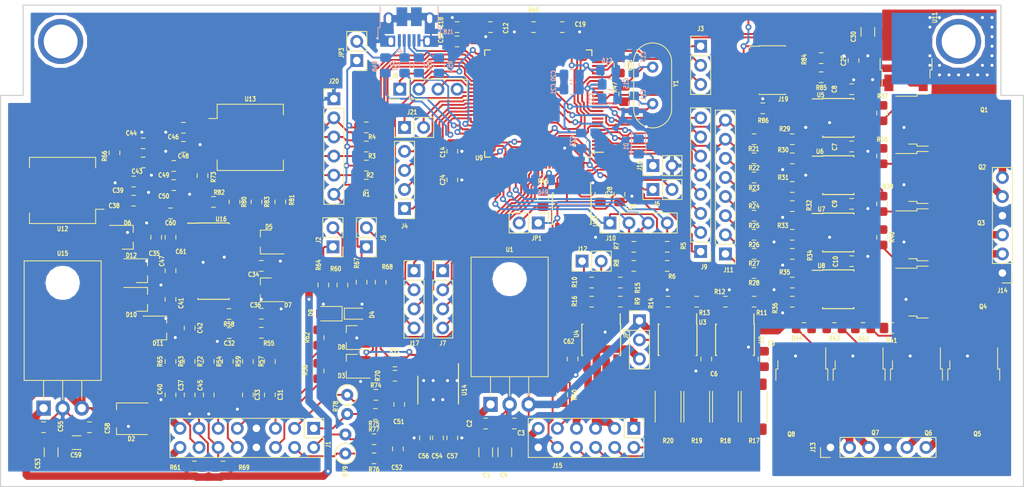
<source format=kicad_pcb>
(kicad_pcb (version 20171130) (host pcbnew 5.0.1+dfsg1-3~bpo9+1)
  (layers (0 F.Cu signal) (31 B.Cu signal) (34 B.Paste user hide) (35 F.Paste user hide) (36 B.SilkS user hide) (37 F.SilkS user) (38 B.Mask user hide) (39 F.Mask user hide) (44 Edge.Cuts user))
  (net 0 "")
  (net 1 GND)
  (net 2 /12v_switched)
  (net 3 5v_cpu)
  (net 4 /Outputs/IG_PWR)
  (net 5 "Net-(C11-Pad1)")
  (net 6 "Net-(C12-Pad1)")
  (net 7 "Net-(C13-Pad1)")
  (net 8 "Net-(C14-Pad1)")
  (net 9 /Cpu/3v_cpu)
  (net 10 /Inputs/SPR1)
  (net 11 "Net-(C32-Pad1)")
  (net 12 /Inputs/TPS)
  (net 13 /Inputs/SPR1-adc)
  (net 14 /Inputs/BRV-adc)
  (net 15 /Inputs/TPS-adc)
  (net 16 /Inputs/CLT)
  (net 17 /Inputs/5v_analog)
  (net 18 /Inputs/EGO)
  (net 19 /Inputs/CLT-adc)
  (net 20 /Inputs/EGO-adc)
  (net 21 "Net-(C43-Pad1)")
  (net 22 /Inputs/MAP-adc)
  (net 23 /Inputs/IAT)
  (net 24 /Inputs/IAT-adc)
  (net 25 "Net-(C49-Pad1)")
  (net 26 /Inputs/AAP-adc)
  (net 27 "Net-(C51-Pad2)")
  (net 28 "Net-(C51-Pad1)")
  (net 29 "Net-(C52-Pad1)")
  (net 30 "Net-(C52-Pad2)")
  (net 31 /Inputs/12v_analog)
  (net 32 "Net-(D1-Pad2)")
  (net 33 /Inputs/5v_out)
  (net 34 "Net-(D3-Pad3)")
  (net 35 "Net-(D8-Pad3)")
  (net 36 /Inputs/IN1-)
  (net 37 /Inputs/IN1+)
  (net 38 /Inputs/IN2-)
  (net 39 /Inputs/IN2+)
  (net 40 /Inputs/DIG2)
  (net 41 /Inputs/DIG1)
  (net 42 /Inputs/BRV)
  (net 43 /Inputs/DIG2-cpu)
  (net 44 /Inputs/DIG1-cpu)
  (net 45 /Cpu/FREQ1-cpu)
  (net 46 /Cpu/FREQ2-cpu)
  (net 47 /Cpu/FREQ3-cpu)
  (net 48 /Cpu/PWM4-cpu)
  (net 49 /Cpu/PWM3-cpu)
  (net 50 /Cpu/PWM2-cpu)
  (net 51 /Cpu/PWM1-cpu)
  (net 52 /Cpu/TRIG2-cpu)
  (net 53 /Cpu/TRIG1-cpu)
  (net 54 /Cpu/CAN2TX-cpu)
  (net 55 /Cpu/CAN2RX-cpu)
  (net 56 /Cpu/OUT1-cpu)
  (net 57 /Cpu/OUT2-cpu)
  (net 58 /Cpu/OUT3-cpu)
  (net 59 /Cpu/OUT4-cpu)
  (net 60 /Cpu/OUT5-cpu)
  (net 61 /Cpu/OUT6-cpu)
  (net 62 /Cpu/INJ3-cpu)
  (net 63 /Cpu/INJ4-cpu)
  (net 64 /Cpu/INJ5-cpu)
  (net 65 /Cpu/INJ6-cpu)
  (net 66 /Cpu/GPIO1-cpu)
  (net 67 /Cpu/GPIO2-cpu)
  (net 68 /Cpu/GPIO3-cpu)
  (net 69 /Cpu/GPIO4-cpu)
  (net 70 /Cpu/GPIO5-cpu)
  (net 71 /Cpu/GPIO6-cpu)
  (net 72 /Cpu/GPIO7-cpu)
  (net 73 /Cpu/GPIO8-cpu)
  (net 74 /Outputs/INJ2)
  (net 75 /Outputs/INJ1)
  (net 76 /Outputs/IG4)
  (net 77 /Outputs/IG3)
  (net 78 /Outputs/IG2)
  (net 79 /Outputs/IG1)
  (net 80 /Outputs/INJ3)
  (net 81 /Outputs/INJ4)
  (net 82 /Outputs/INJ5)
  (net 83 /Outputs/INJ6)
  (net 84 /Outputs/LSD1)
  (net 85 /Outputs/LSD2)
  (net 86 /Outputs/HSD1)
  (net 87 /Outputs/HSD2)
  (net 88 /Outputs/INJ_GND)
  (net 89 /Outputs/LSD2-out)
  (net 90 /Outputs/LSD1-out)
  (net 91 /Outputs/INJ6-out)
  (net 92 /Outputs/INJ5-out)
  (net 93 /Outputs/INJ4-out)
  (net 94 /Outputs/INJ3-out)
  (net 95 /Outputs/INJ2-out)
  (net 96 /Outputs/INJ1-out)
  (net 97 /Outputs/12v_output)
  (net 98 /CANL)
  (net 99 /CANH)
  (net 100 /Outputs/IG1-out)
  (net 101 /Outputs/IG2-out)
  (net 102 /Outputs/IG3-out)
  (net 103 /Outputs/IG4-out)
  (net 104 /Outputs/HSD1-out)
  (net 105 /Outputs/HSD2-out)
  (net 106 "Net-(J17-Pad4)")
  (net 107 "Net-(J17-Pad3)")
  (net 108 "Net-(J17-Pad2)")
  (net 109 "Net-(J17-Pad1)")
  (net 110 /Cpu/USB-VBUS)
  (net 111 "Net-(J18-Pad2)")
  (net 112 "Net-(J18-Pad3)")
  (net 113 "Net-(J18-Pad4)")
  (net 114 /Cpu/SWDIO)
  (net 115 /Cpu/SWCLK)
  (net 116 /Cpu/NRST)
  (net 117 /Inputs/MISO)
  (net 118 /Inputs/CS)
  (net 119 /Inputs/MOSI)
  (net 120 /Cpu/SCK-cpu)
  (net 121 "Net-(Q1-Pad1)")
  (net 122 "Net-(Q2-Pad1)")
  (net 123 "Net-(Q3-Pad1)")
  (net 124 "Net-(Q4-Pad1)")
  (net 125 "Net-(Q5-Pad1)")
  (net 126 "Net-(Q6-Pad1)")
  (net 127 "Net-(Q7-Pad1)")
  (net 128 "Net-(Q8-Pad1)")
  (net 129 "Net-(R11-Pad2)")
  (net 130 "Net-(R12-Pad1)")
  (net 131 "Net-(R13-Pad2)")
  (net 132 "Net-(R14-Pad1)")
  (net 133 "Net-(R15-Pad2)")
  (net 134 "Net-(R10-Pad1)")
  (net 135 "Net-(R17-Pad2)")
  (net 136 "Net-(R18-Pad2)")
  (net 137 "Net-(R19-Pad2)")
  (net 138 "Net-(R20-Pad2)")
  (net 139 "Net-(R21-Pad1)")
  (net 140 "Net-(R22-Pad1)")
  (net 141 "Net-(R23-Pad1)")
  (net 142 "Net-(R24-Pad1)")
  (net 143 "Net-(R25-Pad1)")
  (net 144 "Net-(R26-Pad1)")
  (net 145 "Net-(R27-Pad1)")
  (net 146 "Net-(R28-Pad1)")
  (net 147 "Net-(R37-Pad2)")
  (net 148 "Net-(R38-Pad2)")
  (net 149 "Net-(R39-Pad2)")
  (net 150 "Net-(R40-Pad2)")
  (net 151 "Net-(R41-Pad2)")
  (net 152 "Net-(R42-Pad2)")
  (net 153 "Net-(R43-Pad2)")
  (net 154 "Net-(R44-Pad2)")
  (net 155 "Net-(R45-Pad2)")
  (net 156 "Net-(R47-Pad1)")
  (net 157 "Net-(R48-Pad2)")
  (net 158 "Net-(R49-Pad2)")
  (net 159 /Cpu/USB-DP)
  (net 160 /Cpu/USB-DM)
  (net 161 /Cpu/USB-ID)
  (net 162 "Net-(R67-Pad1)")
  (net 163 "Net-(R68-Pad2)")
  (net 164 "Net-(R80-Pad1)")
  (net 165 "Net-(R81-Pad1)")
  (net 166 "Net-(R82-Pad1)")
  (net 167 "Net-(R83-Pad1)")
  (net 168 /Cpu/CAN1RX)
  (net 169 /Cpu/CAN1TX)
  (net 170 "Net-(D1-Pad1)")
  (net 171 "Net-(R84-Pad2)")
  (net 172 "Net-(R85-Pad2)")
  (net 173 "Net-(U12-Pad7)")
  (net 174 "Net-(U12-Pad6)")
  (net 175 "Net-(U12-Pad5)")
  (net 176 "Net-(U12-Pad8)")
  (net 177 "Net-(U12-Pad1)")
  (net 178 "Net-(U13-Pad1)")
  (net 179 "Net-(U13-Pad8)")
  (net 180 "Net-(U13-Pad5)")
  (net 181 "Net-(U13-Pad6)")
  (net 182 "Net-(U13-Pad7)")
  (net 183 "Net-(JP1-Pad2)")
  (net 184 "Net-(U2-Pad1)")
  (net 185 "Net-(U2-Pad8)")
  (net 186 "Net-(U8-Pad8)")
  (net 187 "Net-(U8-Pad1)")
  (net 188 "Net-(U7-Pad1)")
  (net 189 "Net-(U7-Pad8)")
  (net 190 "Net-(U6-Pad1)")
  (net 191 "Net-(U6-Pad8)")
  (net 192 "Net-(U5-Pad8)")
  (net 193 "Net-(U5-Pad1)")
  (net 194 "Net-(U4-Pad1)")
  (net 195 "Net-(U4-Pad8)")
  (net 196 "Net-(U3-Pad8)")
  (net 197 "Net-(U3-Pad1)")
  (net 198 "Net-(U14-Pad2)")
  (net 199 "Net-(U14-Pad7)")
  (net 200 "Net-(U14-Pad12)")
  (net 201 "Net-(U9-Pad8)")
  (net 202 "Net-(U9-Pad9)")
  (net 203 "Net-(U9-Pad15)")
  (net 204 "Net-(U9-Pad16)")
  (net 205 "Net-(U9-Pad17)")
  (net 206 "Net-(U9-Pad18)")
  (net 207 "Net-(U9-Pad26)")
  (net 208 "Net-(U9-Pad29)")
  (net 209 "Net-(U9-Pad30)")
  (net 210 "Net-(U9-Pad31)")
  (net 211 "Net-(U9-Pad32)")
  (net 212 "Net-(U9-Pad33)")
  (net 213 "Net-(U9-Pad34)")
  (net 214 "Net-(U9-Pad35)")
  (net 215 "Net-(U9-Pad36)")
  (net 216 "Net-(U9-Pad39)")
  (net 217 "Net-(U9-Pad40)")
  (net 218 "Net-(U9-Pad41)")
  (net 219 "Net-(U9-Pad42)")
  (net 220 "Net-(U9-Pad43)")
  (net 221 "Net-(U9-Pad44)")
  (net 222 "Net-(U9-Pad45)")
  (net 223 "Net-(U9-Pad46)")
  (net 224 "Net-(U9-Pad48)")
  (net 225 "Net-(U9-Pad67)")
  (net 226 "Net-(U9-Pad77)")
  (net 227 "Net-(U9-Pad90)")
  (net 228 "Net-(U9-Pad93)")
  (net 229 "Net-(J19-Pad6)")
  (net 230 "Net-(J19-Pad7)")
  (net 231 "Net-(J19-Pad8)")
  (module Connector_Wire:SolderWirePad_1x01_Drill2.5mm (layer F.Cu) (at 166.37 83.82)
    (fp_text reference REF** hide)
    (fp_text value SolderWirePad_1x01_Drill2.5mm)
    (pad 1 thru_hole circle (at 0 0) (size 5.99948 5.99948) (drill 4.5) (layers *.Cu *.Mask))
  )
  (module Resistor_SMD:R_0805_2012Metric_Pad1.15x1.40mm_HandSolder (layer B.Cu) (at 90.17 86.995 270)
    (fp_text reference R48 (at 0.127 1.397 90) (layer B.SilkS) (effects (font (size 0.6 0.5) (thickness 0.125)) (justify mirror)))
    (fp_text value 1k)
    (pad 2 smd roundrect (at 1.025 0 270) (size 1.15 1.4) (layers B.Cu B.Paste B.Mask) (roundrect_rratio 0.217391) (net 157 "Net-(R48-Pad2)"))
    (pad 1 smd roundrect (at -1.025 0 270) (size 1.15 1.4) (layers B.Cu B.Paste B.Mask) (roundrect_rratio 0.217391) (net 110 /Cpu/USB-VBUS))
  )
  (module Capacitor_SMD:C_0805_2012Metric_Pad1.15x1.40mm_HandSolder (layer B.Cu) (at 116.205 97.025 90)
    (fp_text reference C23 (at 0 -1.143 90) (layer B.SilkS) (effects (font (size 0.6 0.5) (thickness 0.125)) (justify mirror)))
    (fp_text value "0.1 uF")
    (pad 2 smd roundrect (at 1.025 0 90) (size 1.15 1.4) (layers B.Cu B.Paste B.Mask) (roundrect_rratio 0.217391) (net 9 /Cpu/3v_cpu))
    (pad 1 smd roundrect (at -1.025 0 90) (size 1.15 1.4) (layers B.Cu B.Paste B.Mask) (roundrect_rratio 0.217391) (net 1 GND))
  )
  (module Capacitor_SMD:C_0805_2012Metric_Pad1.15x1.40mm_HandSolder (layer B.Cu) (at 114.935 88.265)
    (fp_text reference C20 (at -2.413 0.127 90) (layer B.SilkS) (effects (font (size 0.6 0.5) (thickness 0.125)) (justify mirror)))
    (fp_text value "0.1 uF")
    (pad 2 smd roundrect (at 1.025 0) (size 1.15 1.4) (layers B.Cu B.Paste B.Mask) (roundrect_rratio 0.217391) (net 9 /Cpu/3v_cpu))
    (pad 1 smd roundrect (at -1.025 0) (size 1.15 1.4) (layers B.Cu B.Paste B.Mask) (roundrect_rratio 0.217391) (net 1 GND))
  )
  (module Connector_PinHeader_2.54mm:PinHeader_1x04_P2.54mm_Vertical (layer F.Cu) (at 97.79 114.3)
    (fp_text reference J7 (at 0 9.652) (layer F.SilkS) (effects (font (size 0.6 0.5) (thickness 0.125))))
    (fp_text value Conn_01x04)
    (pad 4 thru_hole oval (at 0 7.62) (size 1.7 1.7) (drill 1) (layers *.Cu *.Mask) (net 59 /Cpu/OUT4-cpu))
    (pad 3 thru_hole oval (at 0 5.08) (size 1.7 1.7) (drill 1) (layers *.Cu *.Mask) (net 58 /Cpu/OUT3-cpu))
    (pad 2 thru_hole oval (at 0 2.54) (size 1.7 1.7) (drill 1) (layers *.Cu *.Mask) (net 57 /Cpu/OUT2-cpu))
    (pad 1 thru_hole rect (at 0 0) (size 1.7 1.7) (drill 1) (layers *.Cu *.Mask) (net 56 /Cpu/OUT1-cpu))
  )
  (module Resistor_SMD:R_0805_2012Metric_Pad1.15x1.40mm_HandSolder (layer B.Cu) (at 92.71 86.995 90)
    (fp_text reference R52 (at 0 -1.27 90) (layer B.SilkS) (effects (font (size 0.6 0.5) (thickness 0.125)) (justify mirror)))
    (fp_text value 22)
    (pad 1 smd roundrect (at -1.025 0 90) (size 1.15 1.4) (layers B.Cu B.Paste B.Mask) (roundrect_rratio 0.217391) (net 160 /Cpu/USB-DM))
    (pad 2 smd roundrect (at 1.025 0 90) (size 1.15 1.4) (layers B.Cu B.Paste B.Mask) (roundrect_rratio 0.217391) (net 111 "Net-(J18-Pad2)"))
  )
  (module Connector_PinHeader_2.54mm:PinHeader_1x04_P2.54mm_Vertical (layer F.Cu) (at 92.71 106.045 180)
    (fp_text reference J4 (at 0 -2.33 180) (layer F.SilkS) (effects (font (size 0.6 0.5) (thickness 0.125))))
    (fp_text value Conn_01x04)
    (pad 4 thru_hole oval (at 0 7.62 180) (size 1.7 1.7) (drill 1) (layers *.Cu *.Mask) (net 51 /Cpu/PWM1-cpu))
    (pad 3 thru_hole oval (at 0 5.08 180) (size 1.7 1.7) (drill 1) (layers *.Cu *.Mask) (net 50 /Cpu/PWM2-cpu))
    (pad 2 thru_hole oval (at 0 2.54 180) (size 1.7 1.7) (drill 1) (layers *.Cu *.Mask) (net 49 /Cpu/PWM3-cpu))
    (pad 1 thru_hole rect (at 0 0 180) (size 1.7 1.7) (drill 1) (layers *.Cu *.Mask) (net 48 /Cpu/PWM4-cpu))
  )
  (module Connector_PinHeader_2.54mm:PinHeader_1x04_P2.54mm_Vertical (layer F.Cu) (at 92.075 90.17 90)
    (fp_text reference J8 (at 1.778 -0.635 180) (layer F.SilkS) (effects (font (size 0.6 0.5) (thickness 0.125))))
    (fp_text value Conn_01x04)
    (pad 4 thru_hole oval (at 0 7.62 90) (size 1.7 1.7) (drill 1) (layers *.Cu *.Mask) (net 65 /Cpu/INJ6-cpu))
    (pad 3 thru_hole oval (at 0 5.08 90) (size 1.7 1.7) (drill 1) (layers *.Cu *.Mask) (net 64 /Cpu/INJ5-cpu))
    (pad 2 thru_hole oval (at 0 2.54 90) (size 1.7 1.7) (drill 1) (layers *.Cu *.Mask) (net 63 /Cpu/INJ4-cpu))
    (pad 1 thru_hole rect (at 0 0 90) (size 1.7 1.7) (drill 1) (layers *.Cu *.Mask) (net 62 /Cpu/INJ3-cpu))
  )
  (module Connector_PinHeader_2.54mm:PinHeader_1x04_P2.54mm_Vertical (layer F.Cu) (at 120.015 107.95 90)
    (fp_text reference J10 (at -2.032 0.127 180) (layer F.SilkS) (effects (font (size 0.6 0.5) (thickness 0.125))))
    (fp_text value Conn_01x04)
    (pad 4 thru_hole oval (at 0 7.62 90) (size 1.7 1.7) (drill 1) (layers *.Cu *.Mask) (net 76 /Outputs/IG4))
    (pad 3 thru_hole oval (at 0 5.08 90) (size 1.7 1.7) (drill 1) (layers *.Cu *.Mask) (net 77 /Outputs/IG3))
    (pad 2 thru_hole oval (at 0 2.54 90) (size 1.7 1.7) (drill 1) (layers *.Cu *.Mask) (net 78 /Outputs/IG2))
    (pad 1 thru_hole rect (at 0 0 90) (size 1.7 1.7) (drill 1) (layers *.Cu *.Mask) (net 79 /Outputs/IG1))
  )
  (module Resistor_SMD:R_0805_2012Metric_Pad1.15x1.40mm_HandSolder (layer F.Cu) (at 111.125 104.775 90)
    (fp_text reference R45 (at 2.3622 0.0254) (layer F.SilkS) (effects (font (size 0.6 0.5) (thickness 0.125))))
    (fp_text value 1k)
    (pad 1 smd roundrect (at -1.025 0 90) (size 1.15 1.4) (layers F.Cu F.Paste F.Mask) (roundrect_rratio 0.217391) (net 183 "Net-(JP1-Pad2)"))
    (pad 2 smd roundrect (at 1.025 0 90) (size 1.15 1.4) (layers F.Cu F.Paste F.Mask) (roundrect_rratio 0.217391) (net 155 "Net-(R45-Pad2)"))
  )
  (module Resistor_SMD:R_0805_2012Metric_Pad1.15x1.40mm_HandSolder (layer B.Cu) (at 111.125 102.235)
    (fp_text reference R46 (at 0 1.65) (layer B.SilkS) (effects (font (size 0.6 0.5) (thickness 0.125)) (justify mirror)))
    (fp_text value 100k)
    (pad 1 smd roundrect (at -1.025 0) (size 1.15 1.4) (layers B.Cu B.Paste B.Mask) (roundrect_rratio 0.217391) (net 1 GND))
    (pad 2 smd roundrect (at 1.025 0) (size 1.15 1.4) (layers B.Cu B.Paste B.Mask) (roundrect_rratio 0.217391) (net 155 "Net-(R45-Pad2)"))
  )
  (module Connector_PinHeader_2.54mm:PinHeader_1x02_P2.54mm_Vertical (layer F.Cu) (at 110.49 107.95 270)
    (fp_text reference JP1 (at 2.032 0.2032) (layer F.SilkS) (effects (font (size 0.6 0.5) (thickness 0.125))))
    (fp_text value Jumper)
    (pad 1 thru_hole rect (at 0 0 270) (size 1.7 1.7) (drill 1) (layers *.Cu *.Mask) (net 9 /Cpu/3v_cpu))
    (pad 2 thru_hole oval (at 0 2.54 270) (size 1.7 1.7) (drill 1) (layers *.Cu *.Mask) (net 183 "Net-(JP1-Pad2)"))
  )
  (module Connector_PinHeader_2.54mm:PinHeader_1x02_P2.54mm_Vertical (layer F.Cu) (at 116.3193 113.03 90)
    (fp_text reference J12 (at 1.6256 0.0127 180) (layer F.SilkS) (effects (font (size 0.6 0.5) (thickness 0.125))))
    (fp_text value Conn_01x02)
    (pad 1 thru_hole rect (at 0 0 90) (size 1.7 1.7) (drill 1) (layers *.Cu *.Mask) (net 87 /Outputs/HSD2))
    (pad 2 thru_hole oval (at 0 2.54 90) (size 1.7 1.7) (drill 1) (layers *.Cu *.Mask) (net 86 /Outputs/HSD1))
  )
  (module Capacitor_SMD:C_0805_2012Metric_Pad1.15x1.40mm_HandSolder (layer F.Cu) (at 99.695 83.82)
    (fp_text reference C17 (at -2.159 -0.508 90) (layer F.SilkS) (effects (font (size 0.6 0.5) (thickness 0.125))))
    (fp_text value "4.7 uF")
    (pad 1 smd roundrect (at -1.025 0) (size 1.15 1.4) (layers F.Cu F.Paste F.Mask) (roundrect_rratio 0.217391) (net 1 GND))
    (pad 2 smd roundrect (at 1.025 0) (size 1.15 1.4) (layers F.Cu F.Paste F.Mask) (roundrect_rratio 0.217391) (net 9 /Cpu/3v_cpu))
  )
  (module Connector_PinHeader_2.54mm:PinHeader_1x02_P2.54mm_Vertical (layer F.Cu) (at 92.71 95.25 90)
    (fp_text reference J21 (at 2.032 1.016 180) (layer F.SilkS) (effects (font (size 0.6 0.5) (thickness 0.125))))
    (fp_text value Conn_01x02)
    (pad 2 thru_hole oval (at 0 2.54 90) (size 1.7 1.7) (drill 1) (layers *.Cu *.Mask) (net 61 /Cpu/OUT6-cpu))
    (pad 1 thru_hole rect (at 0 0 90) (size 1.7 1.7) (drill 1) (layers *.Cu *.Mask) (net 60 /Cpu/OUT5-cpu))
  )
  (module Connector_PinHeader_2.54mm:PinHeader_1x02_P2.54mm_Vertical (layer F.Cu) (at 125.73 103.505 90)
    (fp_text reference J6 (at -1.905 0.508) (layer F.SilkS) (effects (font (size 0.6 0.5) (thickness 0.125))))
    (fp_text value Conn_01x02)
    (pad 2 thru_hole oval (at 0 2.54 90) (size 1.7 1.7) (drill 1) (layers *.Cu *.Mask) (net 55 /Cpu/CAN2RX-cpu))
    (pad 1 thru_hole rect (at 0 0 90) (size 1.7 1.7) (drill 1) (layers *.Cu *.Mask) (net 54 /Cpu/CAN2TX-cpu))
  )
  (module Package_QFP:LQFP-100_14x14mm_P0.5mm (layer F.Cu) (at 110.49 92.075 180)
    (fp_text reference U9 (at 7.874 -7.239 180) (layer F.SilkS) (effects (font (size 0.6 0.5) (thickness 0.125))))
    (fp_text value STM32F407VGTx)
    (pad 100 smd rect (at -6 -7.9 270) (size 1.5 0.28) (layers F.Cu F.Paste F.Mask) (net 9 /Cpu/3v_cpu))
    (pad 99 smd rect (at -5.5 -7.9 270) (size 1.5 0.28) (layers F.Cu F.Paste F.Mask) (net 1 GND))
    (pad 98 smd rect (at -4.999999 -7.9 270) (size 1.5 0.28) (layers F.Cu F.Paste F.Mask) (net 67 /Cpu/GPIO2-cpu))
    (pad 97 smd rect (at -4.5 -7.9 270) (size 1.5 0.28) (layers F.Cu F.Paste F.Mask) (net 66 /Cpu/GPIO1-cpu))
    (pad 96 smd rect (at -4.000001 -7.9 270) (size 1.5 0.28) (layers F.Cu F.Paste F.Mask) (net 169 /Cpu/CAN1TX))
    (pad 95 smd rect (at -3.5 -7.9 270) (size 1.5 0.28) (layers F.Cu F.Paste F.Mask) (net 168 /Cpu/CAN1RX))
    (pad 94 smd rect (at -3 -7.9 270) (size 1.5 0.28) (layers F.Cu F.Paste F.Mask) (net 155 "Net-(R45-Pad2)"))
    (pad 93 smd rect (at -2.5 -7.900001 270) (size 1.5 0.28) (layers F.Cu F.Paste F.Mask) (net 228 "Net-(U9-Pad93)"))
    (pad 92 smd rect (at -2 -7.9 270) (size 1.5 0.28) (layers F.Cu F.Paste F.Mask) (net 54 /Cpu/CAN2TX-cpu))
    (pad 91 smd rect (at -1.5 -7.9 270) (size 1.5 0.28) (layers F.Cu F.Paste F.Mask) (net 55 /Cpu/CAN2RX-cpu))
    (pad 90 smd rect (at -1 -7.9 270) (size 1.5 0.28) (layers F.Cu F.Paste F.Mask) (net 227 "Net-(U9-Pad90)"))
    (pad 89 smd rect (at -0.5 -7.9 270) (size 1.5 0.28) (layers F.Cu F.Paste F.Mask) (net 53 /Cpu/TRIG1-cpu))
    (pad 88 smd rect (at 0 -7.900001 270) (size 1.5 0.28) (layers F.Cu F.Paste F.Mask) (net 59 /Cpu/OUT4-cpu))
    (pad 87 smd rect (at 0.5 -7.9 270) (size 1.5 0.28) (layers F.Cu F.Paste F.Mask) (net 58 /Cpu/OUT3-cpu))
    (pad 86 smd rect (at 1 -7.9 270) (size 1.5 0.28) (layers F.Cu F.Paste F.Mask) (net 57 /Cpu/OUT2-cpu))
    (pad 85 smd rect (at 1.5 -7.9 270) (size 1.5 0.28) (layers F.Cu F.Paste F.Mask) (net 56 /Cpu/OUT1-cpu))
    (pad 84 smd rect (at 2 -7.9 270) (size 1.5 0.28) (layers F.Cu F.Paste F.Mask) (net 76 /Outputs/IG4))
    (pad 83 smd rect (at 2.5 -7.900001 270) (size 1.5 0.28) (layers F.Cu F.Paste F.Mask) (net 77 /Outputs/IG3))
    (pad 82 smd rect (at 3 -7.9 270) (size 1.5 0.28) (layers F.Cu F.Paste F.Mask) (net 78 /Outputs/IG2))
    (pad 81 smd rect (at 3.5 -7.9 270) (size 1.5 0.28) (layers F.Cu F.Paste F.Mask) (net 79 /Outputs/IG1))
    (pad 80 smd rect (at 4.000001 -7.9 270) (size 1.5 0.28) (layers F.Cu F.Paste F.Mask) (net 107 "Net-(J17-Pad3)"))
    (pad 79 smd rect (at 4.5 -7.9 270) (size 1.5 0.28) (layers F.Cu F.Paste F.Mask) (net 108 "Net-(J17-Pad2)"))
    (pad 78 smd rect (at 4.999999 -7.9 270) (size 1.5 0.28) (layers F.Cu F.Paste F.Mask) (net 109 "Net-(J17-Pad1)"))
    (pad 77 smd rect (at 5.5 -7.9 270) (size 1.5 0.28) (layers F.Cu F.Paste F.Mask) (net 226 "Net-(U9-Pad77)"))
    (pad 76 smd rect (at 6 -7.9 270) (size 1.5 0.28) (layers F.Cu F.Paste F.Mask) (net 172 "Net-(R85-Pad2)"))
    (pad 75 smd rect (at 7.9 -6 180) (size 1.5 0.28) (layers F.Cu F.Paste F.Mask) (net 9 /Cpu/3v_cpu))
    (pad 74 smd rect (at 7.9 -5.5 180) (size 1.5 0.28) (layers F.Cu F.Paste F.Mask) (net 1 GND))
    (pad 73 smd rect (at 7.9 -4.999999 180) (size 1.5 0.28) (layers F.Cu F.Paste F.Mask) (net 8 "Net-(C14-Pad1)"))
    (pad 72 smd rect (at 7.9 -4.5 180) (size 1.5 0.28) (layers F.Cu F.Paste F.Mask) (net 171 "Net-(R84-Pad2)"))
    (pad 71 smd rect (at 7.9 -4.000001 180) (size 1.5 0.28) (layers F.Cu F.Paste F.Mask) (net 159 /Cpu/USB-DP))
    (pad 70 smd rect (at 7.9 -3.5 180) (size 1.5 0.28) (layers F.Cu F.Paste F.Mask) (net 160 /Cpu/USB-DM))
    (pad 69 smd rect (at 7.9 -3 180) (size 1.5 0.28) (layers F.Cu F.Paste F.Mask) (net 161 /Cpu/USB-ID))
    (pad 68 smd rect (at 7.900001 -2.5 180) (size 1.5 0.28) (layers F.Cu F.Paste F.Mask) (net 157 "Net-(R48-Pad2)"))
    (pad 67 smd rect (at 7.9 -2 180) (size 1.5 0.28) (layers F.Cu F.Paste F.Mask) (net 225 "Net-(U9-Pad67)"))
    (pad 66 smd rect (at 7.9 -1.5 180) (size 1.5 0.28) (layers F.Cu F.Paste F.Mask) (net 48 /Cpu/PWM4-cpu))
    (pad 65 smd rect (at 7.9 -1 180) (size 1.5 0.28) (layers F.Cu F.Paste F.Mask) (net 49 /Cpu/PWM3-cpu))
    (pad 64 smd rect (at 7.9 -0.5 180) (size 1.5 0.28) (layers F.Cu F.Paste F.Mask) (net 50 /Cpu/PWM2-cpu))
    (pad 63 smd rect (at 7.900001 0 180) (size 1.5 0.28) (layers F.Cu F.Paste F.Mask) (net 51 /Cpu/PWM1-cpu))
    (pad 62 smd rect (at 7.9 0.5 180) (size 1.5 0.28) (layers F.Cu F.Paste F.Mask) (net 61 /Cpu/OUT6-cpu))
    (pad 61 smd rect (at 7.9 1 180) (size 1.5 0.28) (layers F.Cu F.Paste F.Mask) (net 60 /Cpu/OUT5-cpu))
    (pad 60 smd rect (at 7.9 1.5 180) (size 1.5 0.28) (layers F.Cu F.Paste F.Mask) (net 65 /Cpu/INJ6-cpu))
    (pad 59 smd rect (at 7.9 2 180) (size 1.5 0.28) (layers F.Cu F.Paste F.Mask) (net 64 /Cpu/INJ5-cpu))
    (pad 58 smd rect (at 7.900001 2.5 180) (size 1.5 0.28) (layers F.Cu F.Paste F.Mask) (net 63 /Cpu/INJ4-cpu))
    (pad 57 smd rect (at 7.9 3 180) (size 1.5 0.28) (layers F.Cu F.Paste F.Mask) (net 62 /Cpu/INJ3-cpu))
    (pad 56 smd rect (at 7.9 3.5 180) (size 1.5 0.28) (layers F.Cu F.Paste F.Mask) (net 74 /Outputs/INJ2))
    (pad 55 smd rect (at 7.9 4.000001 180) (size 1.5 0.28) (layers F.Cu F.Paste F.Mask) (net 75 /Outputs/INJ1))
    (pad 54 smd rect (at 7.9 4.5 180) (size 1.5 0.28) (layers F.Cu F.Paste F.Mask) (net 119 /Inputs/MOSI))
    (pad 53 smd rect (at 7.9 4.999999 180) (size 1.5 0.28) (layers F.Cu F.Paste F.Mask) (net 117 /Inputs/MISO))
    (pad 52 smd rect (at 7.9 5.5 180) (size 1.5 0.28) (layers F.Cu F.Paste F.Mask) (net 120 /Cpu/SCK-cpu))
    (pad 51 smd rect (at 7.9 6 180) (size 1.5 0.28) (layers F.Cu F.Paste F.Mask) (net 118 /Inputs/CS))
    (pad 50 smd rect (at 6 7.9 270) (size 1.5 0.28) (layers F.Cu F.Paste F.Mask) (net 9 /Cpu/3v_cpu))
    (pad 49 smd rect (at 5.5 7.9 270) (size 1.5 0.28) (layers F.Cu F.Paste F.Mask) (net 6 "Net-(C12-Pad1)"))
    (pad 48 smd rect (at 4.999999 7.9 270) (size 1.5 0.28) (layers F.Cu F.Paste F.Mask) (net 224 "Net-(U9-Pad48)"))
    (pad 47 smd rect (at 4.5 7.9 270) (size 1.5 0.28) (layers F.Cu F.Paste F.Mask) (net 52 /Cpu/TRIG2-cpu))
    (pad 46 smd rect (at 4.000001 7.9 270) (size 1.5 0.28) (layers F.Cu F.Paste F.Mask) (net 223 "Net-(U9-Pad46)"))
    (pad 45 smd rect (at 3.5 7.9 270) (size 1.5 0.28) (layers F.Cu F.Paste F.Mask) (net 222 "Net-(U9-Pad45)"))
    (pad 44 smd rect (at 3 7.9 270) (size 1.5 0.28) (layers F.Cu F.Paste F.Mask) (net 221 "Net-(U9-Pad44)"))
    (pad 43 smd rect (at 2.5 7.900001 270) (size 1.5 0.28) (layers F.Cu F.Paste F.Mask) (net 220 "Net-(U9-Pad43)"))
    (pad 42 smd rect (at 2 7.9 270) (size 1.5 0.28) (layers F.Cu F.Paste F.Mask) (net 219 "Net-(U9-Pad42)"))
    (pad 41 smd rect (at 1.5 7.9 270) (size 1.5 0.28) (layers F.Cu F.Paste F.Mask) (net 218 "Net-(U9-Pad41)"))
    (pad 40 smd rect (at 1 7.9 270) (size 1.5 0.28) (layers F.Cu F.Paste F.Mask) (net 217 "Net-(U9-Pad40)"))
    (pad 39 smd rect (at 0.5 7.9 270) (size 1.5 0.28) (layers F.Cu F.Paste F.Mask) (net 216 "Net-(U9-Pad39)"))
    (pad 38 smd rect (at 0 7.900001 270) (size 1.5 0.28) (layers F.Cu F.Paste F.Mask) (net 73 /Cpu/GPIO8-cpu))
    (pad 37 smd rect (at -0.5 7.9 270) (size 1.5 0.28) (layers F.Cu F.Paste F.Mask) (net 158 "Net-(R49-Pad2)"))
    (pad 36 smd rect (at -1 7.9 270) (size 1.5 0.28) (layers F.Cu F.Paste F.Mask) (net 215 "Net-(U9-Pad36)"))
    (pad 35 smd rect (at -1.5 7.9 270) (size 1.5 0.28) (layers F.Cu F.Paste F.Mask) (net 214 "Net-(U9-Pad35)"))
    (pad 34 smd rect (at -2 7.9 270) (size 1.5 0.28) (layers F.Cu F.Paste F.Mask) (net 213 "Net-(U9-Pad34)"))
    (pad 33 smd rect (at -2.5 7.900001 270) (size 1.5 0.28) (layers F.Cu F.Paste F.Mask) (net 212 "Net-(U9-Pad33)"))
    (pad 32 smd rect (at -3 7.9 270) (size 1.5 0.28) (layers F.Cu F.Paste F.Mask) (net 211 "Net-(U9-Pad32)"))
    (pad 31 smd rect (at -3.5 7.9 270) (size 1.5 0.28) (layers F.Cu F.Paste F.Mask) (net 210 "Net-(U9-Pad31)"))
    (pad 30 smd rect (at -4.000001 7.9 270) (size 1.5 0.28) (layers F.Cu F.Paste F.Mask) (net 209 "Net-(U9-Pad30)"))
    (pad 29 smd rect (at -4.5 7.9 270) (size 1.5 0.28) (layers F.Cu F.Paste F.Mask) (net 208 "Net-(U9-Pad29)"))
    (pad 28 smd rect (at -4.999999 7.9 270) (size 1.5 0.28) (layers F.Cu F.Paste F.Mask) (net 9 /Cpu/3v_cpu))
    (pad 27 smd rect (at -5.5 7.9 270) (size 1.5 0.28) (layers F.Cu F.Paste F.Mask) (net 1 GND))
    (pad 26 smd rect (at -6 7.9 270) (size 1.5 0.28) (layers F.Cu F.Paste F.Mask) (net 207 "Net-(U9-Pad26)"))
    (pad 25 smd rect (at -7.9 6 180) (size 1.5 0.28) (layers F.Cu F.Paste F.Mask) (net 47 /Cpu/FREQ3-cpu))
    (pad 24 smd rect (at -7.9 5.5 180) (size 1.5 0.28) (layers F.Cu F.Paste F.Mask) (net 46 /Cpu/FREQ2-cpu))
    (pad 23 smd rect (at -7.9 4.999999 180) (size 1.5 0.28) (layers F.Cu F.Paste F.Mask) (net 45 /Cpu/FREQ1-cpu))
    (pad 22 smd rect (at -7.9 4.5 180) (size 1.5 0.28) (layers F.Cu F.Paste F.Mask) (net 9 /Cpu/3v_cpu))
    (pad 21 smd rect (at -7.9 4.000001 180) (size 1.5 0.28) (layers F.Cu F.Paste F.Mask) (net 9 /Cpu/3v_cpu))
    (pad 20 smd rect (at -7.9 3.5 180) (size 1.5 0.28) (layers F.Cu F.Paste F.Mask) (net 1 GND))
    (pad 19 smd rect (at -7.9 3 180) (size 1.5 0.28) (layers F.Cu F.Paste F.Mask) (net 9 /Cpu/3v_cpu))
    (pad 18 smd rect (at -7.900001 2.5 180) (size 1.5 0.28) (layers F.Cu F.Paste F.Mask) (net 206 "Net-(U9-Pad18)"))
    (pad 17 smd rect (at -7.9 2 180) (size 1.5 0.28) (layers F.Cu F.Paste F.Mask) (net 205 "Net-(U9-Pad17)"))
    (pad 16 smd rect (at -7.9 1.5 180) (size 1.5 0.28) (layers F.Cu F.Paste F.Mask) (net 204 "Net-(U9-Pad16)"))
    (pad 15 smd rect (at -7.9 1 180) (size 1.5 0.28) (layers F.Cu F.Paste F.Mask) (net 203 "Net-(U9-Pad15)"))
    (pad 14 smd rect (at -7.9 0.5 180) (size 1.5 0.28) (layers F.Cu F.Paste F.Mask) (net 116 /Cpu/NRST))
    (pad 13 smd rect (at -7.900001 0 180) (size 1.5 0.28) (layers F.Cu F.Paste F.Mask) (net 156 "Net-(R47-Pad1)"))
    (pad 12 smd rect (at -7.9 -0.5 180) (size 1.5 0.28) (layers F.Cu F.Paste F.Mask) (net 5 "Net-(C11-Pad1)"))
    (pad 11 smd rect (at -7.9 -1 180) (size 1.5 0.28) (layers F.Cu F.Paste F.Mask) (net 9 /Cpu/3v_cpu))
    (pad 10 smd rect (at -7.9 -1.5 180) (size 1.5 0.28) (layers F.Cu F.Paste F.Mask) (net 1 GND))
    (pad 9 smd rect (at -7.9 -2 180) (size 1.5 0.28) (layers F.Cu F.Paste F.Mask) (net 202 "Net-(U9-Pad9)"))
    (pad 8 smd rect (at -7.900001 -2.5 180) (size 1.5 0.28) (layers F.Cu F.Paste F.Mask) (net 201 "Net-(U9-Pad8)"))
    (pad 7 smd rect (at -7.9 -3 180) (size 1.5 0.28) (layers F.Cu F.Paste F.Mask) (net 106 "Net-(J17-Pad4)"))
    (pad 6 smd rect (at -7.9 -3.5 180) (size 1.5 0.28) (layers F.Cu F.Paste F.Mask) (net 170 "Net-(D1-Pad1)"))
    (pad 5 smd rect (at -7.9 -4.000001 180) (size 1.5 0.28) (layers F.Cu F.Paste F.Mask) (net 72 /Cpu/GPIO7-cpu))
    (pad 4 smd rect (at -7.9 -4.5 180) (size 1.5 0.28) (layers F.Cu F.Paste F.Mask) (net 71 /Cpu/GPIO6-cpu))
    (pad 3 smd rect (at -7.9 -4.999999 180) (size 1.5 0.28) (layers F.Cu F.Paste F.Mask) (net 70 /Cpu/GPIO5-cpu))
    (pad 2 smd rect (at -7.9 -5.5 180) (size 1.5 0.28) (layers F.Cu F.Paste F.Mask) (net 69 /Cpu/GPIO4-cpu))
    (pad 1 smd rect (at -7.9 -6 180) (size 1.5 0.28) (layers F.Cu F.Paste F.Mask) (net 68 /Cpu/GPIO3-cpu))
  )
  (module Resistor_SMD:R_0805_2012Metric_Pad1.15x1.40mm_HandSolder (layer F.Cu) (at 156.21 109.855 90)
    (fp_text reference R40 (at 0.0254 1.3208 90) (layer F.SilkS) (effects (font (size 0.6 0.5) (thickness 0.125))))
    (fp_text value 150)
    (pad 1 smd roundrect (at -1.025 0 90) (size 1.15 1.4) (layers F.Cu F.Paste F.Mask) (roundrect_rratio 0.217391) (net 124 "Net-(Q4-Pad1)"))
    (pad 2 smd roundrect (at 1.025 0 90) (size 1.15 1.4) (layers F.Cu F.Paste F.Mask) (roundrect_rratio 0.217391) (net 150 "Net-(R40-Pad2)"))
  )
  (module Capacitor_SMD:C_0805_2012Metric_Pad1.15x1.40mm_HandSolder (layer F.Cu) (at 71.882 130.81 270)
    (fp_text reference C33 (at 0 -1.27 270) (layer F.SilkS) (effects (font (size 0.6 0.5) (thickness 0.125))))
    (fp_text value "0.1 uF")
    (pad 2 smd roundrect (at 1.025 0 270) (size 1.15 1.4) (layers F.Cu F.Paste F.Mask) (roundrect_rratio 0.217391) (net 1 GND))
    (pad 1 smd roundrect (at -1.025 0 270) (size 1.15 1.4) (layers F.Cu F.Paste F.Mask) (roundrect_rratio 0.217391) (net 12 /Inputs/TPS))
  )
  (module Resistor_SMD:R_0805_2012Metric_Pad1.15x1.40mm_HandSolder (layer F.Cu) (at 67.31 105.156)
    (fp_text reference R82 (at 0.762 -1.27) (layer F.SilkS) (effects (font (size 0.6 0.5) (thickness 0.125))))
    (fp_text value 220)
    (pad 1 smd roundrect (at -1.025 0) (size 1.15 1.4) (layers F.Cu F.Paste F.Mask) (roundrect_rratio 0.217391) (net 166 "Net-(R82-Pad1)"))
    (pad 2 smd roundrect (at 1.025 0) (size 1.15 1.4) (layers F.Cu F.Paste F.Mask) (roundrect_rratio 0.217391) (net 118 /Inputs/CS))
  )
  (module Resistor_SMD:R_0805_2012Metric_Pad1.15x1.40mm_HandSolder (layer F.Cu) (at 87.63 95.25 180)
    (fp_text reference R4 (at -0.762 -1.27 180) (layer F.SilkS) (effects (font (size 0.6 0.5) (thickness 0.125))))
    (fp_text value 100k)
    (pad 1 smd roundrect (at -1.025 0 180) (size 1.15 1.4) (layers F.Cu F.Paste F.Mask) (roundrect_rratio 0.217391) (net 118 /Inputs/CS))
    (pad 2 smd roundrect (at 1.025 0 180) (size 1.15 1.4) (layers F.Cu F.Paste F.Mask) (roundrect_rratio 0.217391) (net 3 5v_cpu))
  )
  (module Resistor_SMD:R_0805_2012Metric_Pad1.15x1.40mm_HandSolder (layer F.Cu) (at 87.63 100.33 180)
    (fp_text reference R2 (at -0.508 -1.27 180) (layer F.SilkS) (effects (font (size 0.6 0.5) (thickness 0.125))))
    (fp_text value 100k)
    (pad 1 smd roundrect (at -1.025 0 180) (size 1.15 1.4) (layers F.Cu F.Paste F.Mask) (roundrect_rratio 0.217391) (net 117 /Inputs/MISO))
    (pad 2 smd roundrect (at 1.025 0 180) (size 1.15 1.4) (layers F.Cu F.Paste F.Mask) (roundrect_rratio 0.217391) (net 3 5v_cpu))
  )
  (module Crystal:Crystal_HC49-U_Vertical (layer F.Cu) (at 125.69809 92.106911 90)
    (fp_text reference Y1 (at 2.698911 3.07991 270) (layer F.SilkS) (effects (font (size 0.6 0.5) (thickness 0.125))))
    (fp_text value "8 Mhz")
    (pad 2 thru_hole circle (at 4.88 0 90) (size 1.5 1.5) (drill 0.8) (layers *.Cu *.Mask) (net 7 "Net-(C13-Pad1)"))
    (pad 1 thru_hole circle (at 0 0 90) (size 1.5 1.5) (drill 0.8) (layers *.Cu *.Mask) (net 5 "Net-(C11-Pad1)"))
  )
  (module Package_TO_SOT_SMD:SOT-23_Handsoldering (layer F.Cu) (at 74.295 110.49 180)
    (fp_text reference D5 (at -0.381 2.032 180) (layer F.SilkS) (effects (font (size 0.6 0.5) (thickness 0.125))))
    (fp_text value BAT54S)
    (pad 1 smd rect (at -1.5 -0.95 180) (size 1.9 0.8) (layers F.Cu F.Paste F.Mask) (net 1 GND))
    (pad 2 smd rect (at -1.5 0.95 180) (size 1.9 0.8) (layers F.Cu F.Paste F.Mask) (net 17 /Inputs/5v_analog))
    (pad 3 smd rect (at 1.5 0 180) (size 1.9 0.8) (layers F.Cu F.Paste F.Mask) (net 13 /Inputs/SPR1-adc))
  )
  (module Capacitor_SMD:C_0805_2012Metric_Pad1.15x1.40mm_HandSolder (layer F.Cu) (at 64.135 121.92 270)
    (fp_text reference C42 (at 0 -1.397 270) (layer F.SilkS) (effects (font (size 0.6 0.5) (thickness 0.125))))
    (fp_text value "0.47 uF")
    (pad 1 smd roundrect (at -1.025 0 270) (size 1.15 1.4) (layers F.Cu F.Paste F.Mask) (roundrect_rratio 0.217391) (net 20 /Inputs/EGO-adc))
    (pad 2 smd roundrect (at 1.025 0 270) (size 1.15 1.4) (layers F.Cu F.Paste F.Mask) (roundrect_rratio 0.217391) (net 1 GND))
  )
  (module Capacitor_SMD:C_0805_2012Metric_Pad1.15x1.40mm_HandSolder (layer F.Cu) (at 61.595 109.855 90)
    (fp_text reference C61 (at -1.905 1.397 180) (layer F.SilkS) (effects (font (size 0.6 0.5) (thickness 0.125))))
    (fp_text value "0.1 uF")
    (pad 2 smd roundrect (at 1.025 0 90) (size 1.15 1.4) (layers F.Cu F.Paste F.Mask) (roundrect_rratio 0.217391) (net 1 GND))
    (pad 1 smd roundrect (at -1.025 0 90) (size 1.15 1.4) (layers F.Cu F.Paste F.Mask) (roundrect_rratio 0.217391) (net 17 /Inputs/5v_analog))
  )
  (module Capacitor_SMD:C_0805_2012Metric_Pad1.15x1.40mm_HandSolder (layer F.Cu) (at 59.69 109.855 90)
    (fp_text reference C35 (at -2.159 -0.254 180) (layer F.SilkS) (effects (font (size 0.6 0.5) (thickness 0.125))))
    (fp_text value "0.47 uF")
    (pad 2 smd roundrect (at 1.025 0 90) (size 1.15 1.4) (layers F.Cu F.Paste F.Mask) (roundrect_rratio 0.217391) (net 1 GND))
    (pad 1 smd roundrect (at -1.025 0 90) (size 1.15 1.4) (layers F.Cu F.Paste F.Mask) (roundrect_rratio 0.217391) (net 14 /Inputs/BRV-adc))
  )
  (module Capacitor_SMD:C_0805_2012Metric_Pad1.15x1.40mm_HandSolder (layer F.Cu) (at 61.595 106.68 180)
    (fp_text reference C60 (at 0 -1.27 180) (layer F.SilkS) (effects (font (size 0.6 0.5) (thickness 0.125))))
    (fp_text value "10 uF")
    (pad 2 smd roundrect (at 1.025 0 180) (size 1.15 1.4) (layers F.Cu F.Paste F.Mask) (roundrect_rratio 0.217391) (net 1 GND))
    (pad 1 smd roundrect (at -1.025 0 180) (size 1.15 1.4) (layers F.Cu F.Paste F.Mask) (roundrect_rratio 0.217391) (net 17 /Inputs/5v_analog))
  )
  (module Capacitor_SMD:C_0805_2012Metric_Pad1.15x1.40mm_HandSolder (layer F.Cu) (at 61.595 114.3 270)
    (fp_text reference C47 (at -1.27 1.143 270) (layer F.SilkS) (effects (font (size 0.6 0.5) (thickness 0.125))))
    (fp_text value "0.47 uF")
    (pad 2 smd roundrect (at 1.025 0 270) (size 1.15 1.4) (layers F.Cu F.Paste F.Mask) (roundrect_rratio 0.217391) (net 1 GND))
    (pad 1 smd roundrect (at -1.025 0 270) (size 1.15 1.4) (layers F.Cu F.Paste F.Mask) (roundrect_rratio 0.217391) (net 24 /Inputs/IAT-adc))
  )
  (module Capacitor_SMD:C_0805_2012Metric_Pad1.15x1.40mm_HandSolder (layer F.Cu) (at 61.595 118.11 90)
    (fp_text reference C41 (at -0.508 1.397 90) (layer F.SilkS) (effects (font (size 0.6 0.5) (thickness 0.125))))
    (fp_text value "0.47 uF")
    (pad 1 smd roundrect (at -1.025 0 90) (size 1.15 1.4) (layers F.Cu F.Paste F.Mask) (roundrect_rratio 0.217391) (net 19 /Inputs/CLT-adc))
    (pad 2 smd roundrect (at 1.025 0 90) (size 1.15 1.4) (layers F.Cu F.Paste F.Mask) (roundrect_rratio 0.217391) (net 1 GND))
  )
  (module Diode_SMD:Littelfuse_PolyZen-LS (layer F.Cu) (at 56.515 133.985 180)
    (fp_text reference D2 (at 0.127 -2.667 180) (layer F.SilkS) (effects (font (size 0.6 0.5) (thickness 0.125))))
    (fp_text value ZEN056V115A24LS)
    (pad 2 smd rect (at 1.72 -0.635 180) (size 0.56 0.94) (layers F.Cu F.Paste F.Mask) (net 1 GND))
    (pad 3 smd rect (at 1.72 0.635 180) (size 0.56 0.94) (layers F.Cu F.Paste F.Mask) (net 17 /Inputs/5v_analog))
    (pad 1 smd rect (at -1.72 0 180) (size 0.56 2.21) (layers F.Cu F.Paste F.Mask) (net 33 /Inputs/5v_out))
  )
  (module Package_TO_SOT_THT:TO-220-3_Horizontal_TabDown (layer F.Cu) (at 104.14 132.08)
    (fp_text reference U1 (at 2.54 -20.58) (layer F.SilkS) (effects (font (size 0.6 0.5) (thickness 0.125))))
    (fp_text value LM2940)
    (pad 3 thru_hole oval (at 5.08 0) (size 1.905 2) (drill 1.1) (layers *.Cu *.Mask) (net 3 5v_cpu))
    (pad 2 thru_hole oval (at 2.54 0) (size 1.905 2) (drill 1.1) (layers *.Cu *.Mask) (net 1 GND))
    (pad 1 thru_hole rect (at 0 0) (size 1.905 2) (drill 1.1) (layers *.Cu *.Mask) (net 2 /12v_switched))
    (pad "" np_thru_hole oval (at 2.54 -16.66) (size 3.5 3.5) (drill 3.5) (layers *.Cu *.Mask))
  )
  (module Package_TO_SOT_SMD:SOT-23_Handsoldering (layer F.Cu) (at 85.725 123.19 180)
    (fp_text reference D8 (at 1.397 -1.27 180) (layer F.SilkS) (effects (font (size 0.6 0.5) (thickness 0.125))))
    (fp_text value BAT54S)
    (pad 1 smd rect (at -1.5 -0.95 180) (size 1.9 0.8) (layers F.Cu F.Paste F.Mask) (net 1 GND))
    (pad 2 smd rect (at -1.5 0.95 180) (size 1.9 0.8) (layers F.Cu F.Paste F.Mask) (net 3 5v_cpu))
    (pad 3 smd rect (at 1.5 0 180) (size 1.9 0.8) (layers F.Cu F.Paste F.Mask) (net 35 "Net-(D8-Pad3)"))
  )
  (module Diode_SMD:D_0805_2012Metric_Pad1.15x1.40mm_HandSolder (layer F.Cu) (at 82.55 120.015 180)
    (fp_text reference D9 (at 2.286 0.127 270) (layer F.SilkS) (effects (font (size 0.6 0.5) (thickness 0.125))))
    (fp_text value "4.7 V")
    (pad 2 smd roundrect (at 1.025 0 180) (size 1.15 1.4) (layers F.Cu F.Paste F.Mask) (roundrect_rratio 0.217391) (net 1 GND))
    (pad 1 smd roundrect (at -1.025 0 180) (size 1.15 1.4) (layers F.Cu F.Paste F.Mask) (roundrect_rratio 0.217391) (net 35 "Net-(D8-Pad3)"))
  )
  (module Resistor_SMD:R_0805_2012Metric_Pad1.15x1.40mm_HandSolder (layer F.Cu) (at 81.28 123.19 90)
    (fp_text reference R62 (at 0 -1.524 90) (layer F.SilkS) (effects (font (size 0.6 0.5) (thickness 0.125))))
    (fp_text value 1k)
    (pad 1 smd roundrect (at -1.025 0 90) (size 1.15 1.4) (layers F.Cu F.Paste F.Mask) (roundrect_rratio 0.217391) (net 40 /Inputs/DIG2))
    (pad 2 smd roundrect (at 1.025 0 90) (size 1.15 1.4) (layers F.Cu F.Paste F.Mask) (roundrect_rratio 0.217391) (net 35 "Net-(D8-Pad3)"))
  )
  (module Resistor_SMD:R_0805_2012Metric_Pad1.15x1.40mm_HandSolder (layer F.Cu) (at 81.915 116.205 270)
    (fp_text reference R64 (at -2.667 0.635 270) (layer F.SilkS) (effects (font (size 0.6 0.5) (thickness 0.125))))
    (fp_text value 1k)
    (pad 2 smd roundrect (at 1.025 0 270) (size 1.15 1.4) (layers F.Cu F.Paste F.Mask) (roundrect_rratio 0.217391) (net 35 "Net-(D8-Pad3)"))
    (pad 1 smd roundrect (at -1.025 0 270) (size 1.15 1.4) (layers F.Cu F.Paste F.Mask) (roundrect_rratio 0.217391) (net 43 /Inputs/DIG2-cpu))
  )
  (module Resistor_SMD:R_0805_2012Metric_Pad1.15x1.40mm_HandSolder (layer F.Cu) (at 88.830149 133.35)
    (fp_text reference R75 (at -0.184149 1.27) (layer F.SilkS) (effects (font (size 0.6 0.5) (thickness 0.125))))
    (fp_text value 1k)
    (pad 2 smd roundrect (at 1.025 0) (size 1.15 1.4) (layers F.Cu F.Paste F.Mask) (roundrect_rratio 0.217391) (net 27 "Net-(C51-Pad2)"))
    (pad 1 smd roundrect (at -1.025 0) (size 1.15 1.4) (layers F.Cu F.Paste F.Mask) (roundrect_rratio 0.217391) (net 36 /Inputs/IN1-))
  )
  (module Capacitor_SMD:C_1206_3216Metric_Pad1.42x1.75mm_HandSolder (layer F.Cu) (at 154.305 82.55 270)
    (fp_text reference C30 (at 0.635 1.905 90) (layer F.SilkS) (effects (font (size 0.6 0.5) (thickness 0.125))))
    (fp_text value "47 uF")
    (pad 2 smd roundrect (at 1.4875 0 270) (size 1.425 1.75) (layers F.Cu F.Paste F.Mask) (roundrect_rratio 0.175439) (net 1 GND))
    (pad 1 smd roundrect (at -1.4875 0 270) (size 1.425 1.75) (layers F.Cu F.Paste F.Mask) (roundrect_rratio 0.175439) (net 9 /Cpu/3v_cpu))
  )
  (module Capacitor_SMD:C_0805_2012Metric_Pad1.15x1.40mm_HandSolder (layer F.Cu) (at 92.005149 132.08 270)
    (fp_text reference C51 (at 2.286 0.057149) (layer F.SilkS) (effects (font (size 0.6 0.5) (thickness 0.125))))
    (fp_text value "1 nF")
    (pad 1 smd roundrect (at -1.025 0 270) (size 1.15 1.4) (layers F.Cu F.Paste F.Mask) (roundrect_rratio 0.217391) (net 28 "Net-(C51-Pad1)"))
    (pad 2 smd roundrect (at 1.025 0 270) (size 1.15 1.4) (layers F.Cu F.Paste F.Mask) (roundrect_rratio 0.217391) (net 27 "Net-(C51-Pad2)"))
  )
  (module Capacitor_SMD:C_0805_2012Metric_Pad1.15x1.40mm_HandSolder (layer F.Cu) (at 95.4278 136.537701 270)
    (fp_text reference C54 (at 2.400299 -1.6002) (layer F.SilkS) (effects (font (size 0.6 0.5) (thickness 0.125))))
    (fp_text value "0.01 uF")
    (pad 2 smd roundrect (at 1.025 0 270) (size 1.15 1.4) (layers F.Cu F.Paste F.Mask) (roundrect_rratio 0.217391) (net 1 GND))
    (pad 1 smd roundrect (at -1.025 0 270) (size 1.15 1.4) (layers F.Cu F.Paste F.Mask) (roundrect_rratio 0.217391) (net 3 5v_cpu))
  )
  (module Capacitor_SMD:C_0805_2012Metric_Pad1.15x1.40mm_HandSolder (layer F.Cu) (at 152.4 86.36 90)
    (fp_text reference C29 (at 0 -1.3208 90) (layer F.SilkS) (effects (font (size 0.6 0.5) (thickness 0.125))))
    (fp_text value "10 uF")
    (pad 2 smd roundrect (at 1.025 0 90) (size 1.15 1.4) (layers F.Cu F.Paste F.Mask) (roundrect_rratio 0.217391) (net 1 GND))
    (pad 1 smd roundrect (at -1.025 0 90) (size 1.15 1.4) (layers F.Cu F.Paste F.Mask) (roundrect_rratio 0.217391) (net 3 5v_cpu))
  )
  (module Capacitor_SMD:C_0805_2012Metric_Pad1.15x1.40mm_HandSolder (layer F.Cu) (at 91.827349 137.99058 90)
    (fp_text reference C52 (at -2.47142 -0.133349 180) (layer F.SilkS) (effects (font (size 0.6 0.5) (thickness 0.125))))
    (fp_text value "1 nF")
    (pad 2 smd roundrect (at 1.025 0 90) (size 1.15 1.4) (layers F.Cu F.Paste F.Mask) (roundrect_rratio 0.217391) (net 30 "Net-(C52-Pad2)"))
    (pad 1 smd roundrect (at -1.025 0 90) (size 1.15 1.4) (layers F.Cu F.Paste F.Mask) (roundrect_rratio 0.217391) (net 29 "Net-(C52-Pad1)"))
  )
  (module Resistor_SMD:R_0805_2012Metric_Pad1.15x1.40mm_HandSolder (layer F.Cu) (at 88.652349 139.247879)
    (fp_text reference R76 (at 0 1.468121) (layer F.SilkS) (effects (font (size 0.6 0.5) (thickness 0.125))))
    (fp_text value 1k)
    (pad 1 smd roundrect (at -1.025 0) (size 1.15 1.4) (layers F.Cu F.Paste F.Mask) (roundrect_rratio 0.217391) (net 38 /Inputs/IN2-))
    (pad 2 smd roundrect (at 1.025 0) (size 1.15 1.4) (layers F.Cu F.Paste F.Mask) (roundrect_rratio 0.217391) (net 29 "Net-(C52-Pad1)"))
  )
  (module Resistor_SMD:R_0805_2012Metric_Pad1.15x1.40mm_HandSolder (layer F.Cu) (at 88.9 130.81)
    (fp_text reference R74 (at 0 -1.27) (layer F.SilkS) (effects (font (size 0.6 0.5) (thickness 0.125))))
    (fp_text value 1k)
    (pad 1 smd roundrect (at -1.025 0) (size 1.15 1.4) (layers F.Cu F.Paste F.Mask) (roundrect_rratio 0.217391) (net 37 /Inputs/IN1+))
    (pad 2 smd roundrect (at 1.025 0) (size 1.15 1.4) (layers F.Cu F.Paste F.Mask) (roundrect_rratio 0.217391) (net 28 "Net-(C51-Pad1)"))
  )
  (module Resistor_THT:R_Axial_DIN0207_L6.3mm_D2.5mm_P2.54mm_Vertical (layer F.Cu) (at 85.09 130.81 270)
    (fp_text reference R78 (at 1.524 1.524 270) (layer F.SilkS) (effects (font (size 0.6 0.5) (thickness 0.125))))
    (fp_text value 1k)
    (pad 2 thru_hole oval (at 2.54 0 270) (size 1.6 1.6) (drill 0.8) (layers *.Cu *.Mask) (net 36 /Inputs/IN1-))
    (pad 1 thru_hole circle (at 0 0 270) (size 1.6 1.6) (drill 0.8) (layers *.Cu *.Mask) (net 37 /Inputs/IN1+))
  )
  (module Package_SO:QSOP-16_3.9x4.9mm_P0.635mm (layer F.Cu) (at 97.155 130.175 270)
    (fp_text reference U14 (at 0 -3.5 270) (layer F.SilkS) (effects (font (size 0.6 0.5) (thickness 0.125))))
    (fp_text value MAX9926UAEE+)
    (pad 16 smd rect (at 2.6543 -2.2225 270) (size 1.6 0.41) (layers F.Cu F.Paste F.Mask) (net 28 "Net-(C51-Pad1)"))
    (pad 15 smd rect (at 2.6543 -1.5875 270) (size 1.6 0.41) (layers F.Cu F.Paste F.Mask) (net 27 "Net-(C51-Pad2)"))
    (pad 14 smd rect (at 2.6543 -0.9525 270) (size 1.6 0.41) (layers F.Cu F.Paste F.Mask) (net 3 5v_cpu))
    (pad 13 smd rect (at 2.6543 -0.3175 270) (size 1.6 0.41) (layers F.Cu F.Paste F.Mask) (net 1 GND))
    (pad 12 smd rect (at 2.6543 0.3175 270) (size 1.6 0.41) (layers F.Cu F.Paste F.Mask) (net 200 "Net-(U14-Pad12)"))
    (pad 11 smd rect (at 2.6543 0.9525 270) (size 1.6 0.41) (layers F.Cu F.Paste F.Mask) (net 1 GND))
    (pad 10 smd rect (at 2.6543 1.5875 270) (size 1.6 0.41) (layers F.Cu F.Paste F.Mask) (net 29 "Net-(C52-Pad1)"))
    (pad 9 smd rect (at 2.6543 2.2225 270) (size 1.6 0.41) (layers F.Cu F.Paste F.Mask) (net 30 "Net-(C52-Pad2)"))
    (pad 8 smd rect (at -2.6543 2.2225 270) (size 1.6 0.41) (layers F.Cu F.Paste F.Mask) (net 1 GND))
    (pad 7 smd rect (at -2.6543 1.5875 270) (size 1.6 0.41) (layers F.Cu F.Paste F.Mask) (net 199 "Net-(U14-Pad7)"))
    (pad 6 smd rect (at -2.6543 0.9525 270) (size 1.6 0.41) (layers F.Cu F.Paste F.Mask) (net 1 GND))
    (pad 5 smd rect (at -2.6543 0.3175 270) (size 1.6 0.41) (layers F.Cu F.Paste F.Mask) (net 163 "Net-(R68-Pad2)"))
    (pad 4 smd rect (at -2.6543 -0.3175 270) (size 1.6 0.41) (layers F.Cu F.Paste F.Mask) (net 162 "Net-(R67-Pad1)"))
    (pad 3 smd rect (at -2.6543 -0.9525 270) (size 1.6 0.41) (layers F.Cu F.Paste F.Mask) (net 1 GND))
    (pad 2 smd rect (at -2.6543 -1.5875 270) (size 1.6 0.41) (layers F.Cu F.Paste F.Mask) (net 198 "Net-(U14-Pad2)"))
    (pad 1 smd rect (at -2.6543 -2.2225 270) (size 1.6 0.41) (layers F.Cu F.Paste F.Mask) (net 1 GND))
  )
  (module Capacitor_SMD:C_0805_2012Metric_Pad1.15x1.40mm_HandSolder (layer F.Cu) (at 97.155 136.525 90)
    (fp_text reference C56 (at -2.413 -1.905 180) (layer F.SilkS) (effects (font (size 0.6 0.5) (thickness 0.125))))
    (fp_text value "0.1 uF")
    (pad 1 smd roundrect (at -1.025 0 90) (size 1.15 1.4) (layers F.Cu F.Paste F.Mask) (roundrect_rratio 0.217391) (net 3 5v_cpu))
    (pad 2 smd roundrect (at 1.025 0 90) (size 1.15 1.4) (layers F.Cu F.Paste F.Mask) (roundrect_rratio 0.217391) (net 1 GND))
  )
  (module Resistor_SMD:R_0805_2012Metric_Pad1.15x1.40mm_HandSolder (layer F.Cu) (at 91.44 128.27 180)
    (fp_text reference R70 (at 2.286 0 270) (layer F.SilkS) (effects (font (size 0.6 0.5) (thickness 0.125))))
    (fp_text value 10k)
    (pad 2 smd roundrect (at 1.025 0 180) (size 1.15 1.4) (layers F.Cu F.Paste F.Mask) (roundrect_rratio 0.217391) (net 163 "Net-(R68-Pad2)"))
    (pad 1 smd roundrect (at -1.025 0 180) (size 1.15 1.4) (layers F.Cu F.Paste F.Mask) (roundrect_rratio 0.217391) (net 3 5v_cpu))
  )
  (module Resistor_SMD:R_0805_2012Metric_Pad1.15x1.40mm_HandSolder (layer F.Cu) (at 88.652349 136.707879)
    (fp_text reference R77 (at 0 -1.325879) (layer F.SilkS) (effects (font (size 0.6 0.5) (thickness 0.125))))
    (fp_text value 1k)
    (pad 2 smd roundrect (at 1.025 0) (size 1.15 1.4) (layers F.Cu F.Paste F.Mask) (roundrect_rratio 0.217391) (net 30 "Net-(C52-Pad2)"))
    (pad 1 smd roundrect (at -1.025 0) (size 1.15 1.4) (layers F.Cu F.Paste F.Mask) (roundrect_rratio 0.217391) (net 39 /Inputs/IN2+))
  )
  (module Package_TO_SOT_SMD:TO-252-2 (layer F.Cu) (at 159.385 85.125 90)
    (fp_text reference U11 (at 4.48 3.81 270) (layer F.SilkS) (effects (font (size 0.6 0.5) (thickness 0.125))))
    (fp_text value NCP1117-3.3_TO252)
    (pad 1 smd rect (at -4.2 -2.28 90) (size 2.2 1.2) (layers F.Cu F.Paste F.Mask) (net 1 GND))
    (pad 3 smd rect (at -4.2 2.28 90) (size 2.2 1.2) (layers F.Cu F.Paste F.Mask) (net 3 5v_cpu))
    (pad 2 smd rect (at 2.1 0 90) (size 6.4 5.8) (layers F.Cu F.Mask) (net 9 /Cpu/3v_cpu))
  )
  (module Resistor_SMD:R_0805_2012Metric_Pad1.15x1.40mm_HandSolder (layer F.Cu) (at 91.44 126.365 180)
    (fp_text reference R71 (at 0 1.397 180) (layer F.SilkS) (effects (font (size 0.6 0.5) (thickness 0.125))))
    (fp_text value 10k)
    (pad 1 smd roundrect (at -1.025 0 180) (size 1.15 1.4) (layers F.Cu F.Paste F.Mask) (roundrect_rratio 0.217391) (net 3 5v_cpu))
    (pad 2 smd roundrect (at 1.025 0 180) (size 1.15 1.4) (layers F.Cu F.Paste F.Mask) (roundrect_rratio 0.217391) (net 162 "Net-(R67-Pad1)"))
  )
  (module Capacitor_SMD:C_0805_2012Metric_Pad1.15x1.40mm_HandSolder (layer F.Cu) (at 99.06 136.525 270)
    (fp_text reference C57 (at 2.413 0) (layer F.SilkS) (effects (font (size 0.6 0.5) (thickness 0.125))))
    (fp_text value "1 uF")
    (pad 2 smd roundrect (at 1.025 0 270) (size 1.15 1.4) (layers F.Cu F.Paste F.Mask) (roundrect_rratio 0.217391) (net 1 GND))
    (pad 1 smd roundrect (at -1.025 0 270) (size 1.15 1.4) (layers F.Cu F.Paste F.Mask) (roundrect_rratio 0.217391) (net 3 5v_cpu))
  )
  (module Resistor_THT:R_Axial_DIN0207_L6.3mm_D2.5mm_P2.54mm_Vertical (layer F.Cu) (at 84.842349 138.612879 90)
    (fp_text reference R79 (at -2.357121 -0.006349 90) (layer F.SilkS) (effects (font (size 0.6 0.5) (thickness 0.125))))
    (fp_text value 1k)
    (pad 1 thru_hole circle (at 0 0 90) (size 1.6 1.6) (drill 0.8) (layers *.Cu *.Mask) (net 38 /Inputs/IN2-))
    (pad 2 thru_hole oval (at 2.54 0 90) (size 1.6 1.6) (drill 0.8) (layers *.Cu *.Mask) (net 39 /Inputs/IN2+))
  )
  (module Capacitor_SMD:C_0805_2012Metric_Pad1.15x1.40mm_HandSolder (layer F.Cu) (at 99.06 102.235 90)
    (fp_text reference C24 (at 0 -1.27 90) (layer F.SilkS) (effects (font (size 0.6 0.5) (thickness 0.125))))
    (fp_text value "0.1 uF")
    (pad 2 smd roundrect (at 1.024999 0 90) (size 1.15 1.4) (layers F.Cu F.Paste F.Mask) (roundrect_rratio 0.217391) (net 9 /Cpu/3v_cpu))
    (pad 1 smd roundrect (at -1.024999 0 90) (size 1.15 1.4) (layers F.Cu F.Paste F.Mask) (roundrect_rratio 0.217391) (net 1 GND))
  )
  (module Capacitor_SMD:C_0805_2012Metric_Pad1.15x1.40mm_HandSolder (layer F.Cu) (at 121.285 86.995 90)
    (fp_text reference C26 (at 0 1.397 90) (layer F.SilkS) (effects (font (size 0.6 0.5) (thickness 0.125))))
    (fp_text value "1 uF")
    (pad 1 smd roundrect (at -1.024999 0 90) (size 1.15 1.4) (layers F.Cu F.Paste F.Mask) (roundrect_rratio 0.217391) (net 1 GND))
    (pad 2 smd roundrect (at 1.024999 0 90) (size 1.15 1.4) (layers F.Cu F.Paste F.Mask) (roundrect_rratio 0.217391) (net 9 /Cpu/3v_cpu))
  )
  (module Capacitor_SMD:C_0805_2012Metric_Pad1.15x1.40mm_HandSolder (layer B.Cu) (at 120.015 91.44 180)
    (fp_text reference C22 (at 2.413 0 90) (layer B.SilkS) (effects (font (size 0.6 0.5) (thickness 0.125)) (justify mirror)))
    (fp_text value "0.1 uF")
    (pad 1 smd roundrect (at -1.024999 0 180) (size 1.15 1.4) (layers B.Cu B.Paste B.Mask) (roundrect_rratio 0.217391) (net 1 GND))
    (pad 2 smd roundrect (at 1.024999 0 180) (size 1.15 1.4) (layers B.Cu B.Paste B.Mask) (roundrect_rratio 0.217391) (net 9 /Cpu/3v_cpu))
  )
  (module Resistor_SMD:R_0805_2012Metric_Pad1.15x1.40mm_HandSolder (layer F.Cu) (at 109.855 81.915)
    (fp_text reference R49 (at 0.0254 -2.2606 180) (layer F.SilkS) (effects (font (size 0.6 0.5) (thickness 0.125))))
    (fp_text value 100k)
    (pad 2 smd roundrect (at 1.025 0) (size 1.15 1.4) (layers F.Cu F.Paste F.Mask) (roundrect_rratio 0.217391) (net 158 "Net-(R49-Pad2)"))
    (pad 1 smd roundrect (at -1.025 0) (size 1.15 1.4) (layers F.Cu F.Paste F.Mask) (roundrect_rratio 0.217391) (net 1 GND))
  )
  (module Capacitor_SMD:C_0805_2012Metric_Pad1.15x1.40mm_HandSolder (layer B.Cu) (at 120.015 89.535)
    (fp_text reference C15 (at 2.159 -0.127 90) (layer B.SilkS) (effects (font (size 0.6 0.5) (thickness 0.125)) (justify mirror)))
    (fp_text value "0.1 uF")
    (pad 1 smd roundrect (at -1.024999 0) (size 1.15 1.4) (layers B.Cu B.Paste B.Mask) (roundrect_rratio 0.217391) (net 9 /Cpu/3v_cpu))
    (pad 2 smd roundrect (at 1.024999 0) (size 1.15 1.4) (layers B.Cu B.Paste B.Mask) (roundrect_rratio 0.217391) (net 1 GND))
  )
  (module Capacitor_SMD:C_0805_2012Metric_Pad1.15x1.40mm_HandSolder (layer B.Cu) (at 119.769999 87.63)
    (fp_text reference C16 (at -0.135999 -1.27) (layer B.SilkS) (effects (font (size 0.6 0.5) (thickness 0.125)) (justify mirror)))
    (fp_text value "1 uF")
    (pad 2 smd roundrect (at 1.024999 0) (size 1.15 1.4) (layers B.Cu B.Paste B.Mask) (roundrect_rratio 0.217391) (net 1 GND))
    (pad 1 smd roundrect (at -1.024999 0) (size 1.15 1.4) (layers B.Cu B.Paste B.Mask) (roundrect_rratio 0.217391) (net 9 /Cpu/3v_cpu))
  )
  (module Capacitor_SMD:C_0805_2012Metric_Pad1.15x1.40mm_HandSolder (layer B.Cu) (at 114.935 90.17)
    (fp_text reference C21 (at -2.413 0 90) (layer B.SilkS) (effects (font (size 0.6 0.5) (thickness 0.125)) (justify mirror)))
    (fp_text value "0.1 uF")
    (pad 1 smd roundrect (at -1.024999 0) (size 1.15 1.4) (layers B.Cu B.Paste B.Mask) (roundrect_rratio 0.217391) (net 1 GND))
    (pad 2 smd roundrect (at 1.024999 0) (size 1.15 1.4) (layers B.Cu B.Paste B.Mask) (roundrect_rratio 0.217391) (net 9 /Cpu/3v_cpu))
  )
  (module Capacitor_SMD:C_0805_2012Metric_Pad1.15x1.40mm_HandSolder (layer B.Cu) (at 123.19 92.075 270)
    (fp_text reference C11 (at -1.143 -1.27 90) (layer B.SilkS) (effects (font (size 0.6 0.5) (thickness 0.125)) (justify mirror)))
    (fp_text value "16 pF")
    (pad 2 smd roundrect (at 1.025 0 270) (size 1.15 1.4) (layers B.Cu B.Paste B.Mask) (roundrect_rratio 0.217391) (net 1 GND))
    (pad 1 smd roundrect (at -1.025 0 270) (size 1.15 1.4) (layers B.Cu B.Paste B.Mask) (roundrect_rratio 0.217391) (net 5 "Net-(C11-Pad1)"))
  )
  (module Capacitor_SMD:C_0805_2012Metric_Pad1.15x1.40mm_HandSolder (layer F.Cu) (at 99.695 81.915)
    (fp_text reference C18 (at -2.159 -0.635 90) (layer F.SilkS) (effects (font (size 0.6 0.5) (thickness 0.125))))
    (fp_text value "0.1 uF")
    (pad 1 smd roundrect (at -1.024999 0) (size 1.15 1.4) (layers F.Cu F.Paste F.Mask) (roundrect_rratio 0.217391) (net 1 GND))
    (pad 2 smd roundrect (at 1.024999 0) (size 1.15 1.4) (layers F.Cu F.Paste F.Mask) (roundrect_rratio 0.217391) (net 9 /Cpu/3v_cpu))
  )
  (module Capacitor_SMD:C_0805_2012Metric_Pad1.15x1.40mm_HandSolder (layer F.Cu) (at 104.14 81.915 180)
    (fp_text reference C12 (at -2.032 -0.127 270) (layer F.SilkS) (effects (font (size 0.6 0.5) (thickness 0.125))))
    (fp_text value "2.2 uF")
    (pad 1 smd roundrect (at -1.025 0 180) (size 1.15 1.4) (layers F.Cu F.Paste F.Mask) (roundrect_rratio 0.217391) (net 6 "Net-(C12-Pad1)"))
    (pad 2 smd roundrect (at 1.025 0 180) (size 1.15 1.4) (layers F.Cu F.Paste F.Mask) (roundrect_rratio 0.217391) (net 1 GND))
  )
  (module Resistor_SMD:R_0805_2012Metric_Pad1.15x1.40mm_HandSolder (layer F.Cu) (at 121.92 90.805 90)
    (fp_text reference R47 (at 0.889 -1.27 90) (layer F.SilkS) (effects (font (size 0.6 0.5) (thickness 0.125))))
    (fp_text value 220)
    (pad 1 smd roundrect (at -1.024999 0 90) (size 1.15 1.4) (layers F.Cu F.Paste F.Mask) (roundrect_rratio 0.217391) (net 156 "Net-(R47-Pad1)"))
    (pad 2 smd roundrect (at 1.024999 0 90) (size 1.15 1.4) (layers F.Cu F.Paste F.Mask) (roundrect_rratio 0.217391) (net 7 "Net-(C13-Pad1)"))
  )
  (module Capacitor_SMD:C_0805_2012Metric_Pad1.15x1.40mm_HandSolder (layer F.Cu) (at 99.06 98.425 270)
    (fp_text reference C14 (at 0.127 1.27 270) (layer F.SilkS) (effects (font (size 0.6 0.5) (thickness 0.125))))
    (fp_text value "2.2 uF")
    (pad 2 smd roundrect (at 1.024999 0 270) (size 1.15 1.4) (layers F.Cu F.Paste F.Mask) (roundrect_rratio 0.217391) (net 1 GND))
    (pad 1 smd roundrect (at -1.024999 0 270) (size 1.15 1.4) (layers F.Cu F.Paste F.Mask) (roundrect_rratio 0.217391) (net 8 "Net-(C14-Pad1)"))
  )
  (module Capacitor_SMD:C_0805_2012Metric_Pad1.15x1.40mm_HandSolder (layer B.Cu) (at 123.19 86.995 90)
    (fp_text reference C13 (at 1.143 1.27 90) (layer B.SilkS) (effects (font (size 0.6 0.5) (thickness 0.125)) (justify mirror)))
    (fp_text value "16 pF")
    (pad 1 smd roundrect (at -1.025 0 90) (size 1.15 1.4) (layers B.Cu B.Paste B.Mask) (roundrect_rratio 0.217391) (net 7 "Net-(C13-Pad1)"))
    (pad 2 smd roundrect (at 1.025 0 90) (size 1.15 1.4) (layers B.Cu B.Paste B.Mask) (roundrect_rratio 0.217391) (net 1 GND))
  )
  (module Capacitor_SMD:C_0805_2012Metric_Pad1.15x1.40mm_HandSolder (layer F.Cu) (at 113.665 81.915 180)
    (fp_text reference C19 (at -2.413 0.381 180) (layer F.SilkS) (effects (font (size 0.6 0.5) (thickness 0.125))))
    (fp_text value "0.1 uF")
    (pad 2 smd roundrect (at 1.024999 0 180) (size 1.15 1.4) (layers F.Cu F.Paste F.Mask) (roundrect_rratio 0.217391) (net 9 /Cpu/3v_cpu))
    (pad 1 smd roundrect (at -1.024999 0 180) (size 1.15 1.4) (layers F.Cu F.Paste F.Mask) (roundrect_rratio 0.217391) (net 1 GND))
  )
  (module Package_SO:SOIC-8_3.9x4.9mm_P1.27mm (layer F.Cu) (at 114.935 106.045 270)
    (fp_text reference U10 (at 1.651 -3.175 270) (layer F.SilkS) (effects (font (size 0.6 0.5) (thickness 0.125))))
    (fp_text value MCP2562-H-SN)
    (pad 8 smd rect (at 2.7 -1.905 270) (size 1.55 0.6) (layers F.Cu F.Paste F.Mask) (net 1 GND))
    (pad 7 smd rect (at 2.7 -0.635 270) (size 1.55 0.6) (layers F.Cu F.Paste F.Mask) (net 99 /CANH))
    (pad 6 smd rect (at 2.7 0.635 270) (size 1.55 0.6) (layers F.Cu F.Paste F.Mask) (net 98 /CANL))
    (pad 5 smd rect (at 2.7 1.905 270) (size 1.55 0.6) (layers F.Cu F.Paste F.Mask) (net 9 /Cpu/3v_cpu))
    (pad 4 smd rect (at -2.7 1.905 270) (size 1.55 0.6) (layers F.Cu F.Paste F.Mask) (net 168 /Cpu/CAN1RX))
    (pad 3 smd rect (at -2.7 0.635 270) (size 1.55 0.6) (layers F.Cu F.Paste F.Mask) (net 3 5v_cpu))
    (pad 2 smd rect (at -2.7 -0.635 270) (size 1.55 0.6) (layers F.Cu F.Paste F.Mask) (net 1 GND))
    (pad 1 smd rect (at -2.7 -1.905 270) (size 1.55 0.6) (layers F.Cu F.Paste F.Mask) (net 169 /Cpu/CAN1TX))
  )
  (module Diode_SMD:D_0603_1608Metric_Pad1.05x0.95mm_HandSolder (layer F.Cu) (at 86.36 120.015)
    (fp_text reference D4 (at 2.032 0.127 270) (layer F.SilkS) (effects (font (size 0.6 0.5) (thickness 0.125))))
    (fp_text value "4.7 V")
    (pad 2 smd roundrect (at 0.875 0) (size 1.05 0.95) (layers F.Cu F.Paste F.Mask) (net 1 GND))
    (pad 1 smd roundrect (at -0.875 0) (size 1.05 0.95) (layers F.Cu F.Paste F.Mask) (net 34 "Net-(D3-Pad3)"))
  )
  (module Resistor_SMD:R_0805_2012Metric_Pad1.15x1.40mm_HandSolder (layer F.Cu) (at 81.28 127.635 90)
    (fp_text reference R56 (at 0.127 -1.778 90) (layer F.SilkS) (effects (font (size 0.6 0.5) (thickness 0.125))))
    (fp_text value 1k)
    (pad 1 smd roundrect (at -1.025 0 90) (size 1.15 1.4) (layers F.Cu F.Paste F.Mask) (roundrect_rratio 0.217391) (net 41 /Inputs/DIG1))
    (pad 2 smd roundrect (at 1.025 0 90) (size 1.15 1.4) (layers F.Cu F.Paste F.Mask) (roundrect_rratio 0.217391) (net 34 "Net-(D3-Pad3)"))
  )
  (module Resistor_SMD:R_0805_2012Metric_Pad1.15x1.40mm_HandSolder (layer F.Cu) (at 84.455 116.205 270)
    (fp_text reference R60 (at -2.159 0.889) (layer F.SilkS) (effects (font (size 0.6 0.5) (thickness 0.125))))
    (fp_text value 1k)
    (pad 2 smd roundrect (at 1.025 0 270) (size 1.15 1.4) (layers F.Cu F.Paste F.Mask) (roundrect_rratio 0.217391) (net 34 "Net-(D3-Pad3)"))
    (pad 1 smd roundrect (at -1.025 0 270) (size 1.15 1.4) (layers F.Cu F.Paste F.Mask) (roundrect_rratio 0.217391) (net 44 /Inputs/DIG1-cpu))
  )
  (module Package_TO_SOT_SMD:SOT-23_Handsoldering (layer F.Cu) (at 85.725 127 180)
    (fp_text reference D3 (at 1.397 -1.27 180) (layer F.SilkS) (effects (font (size 0.6 0.5) (thickness 0.125))))
    (fp_text value BAT54S)
    (pad 3 smd rect (at 1.5 0 180) (size 1.9 0.8) (layers F.Cu F.Paste F.Mask) (net 34 "Net-(D3-Pad3)"))
    (pad 2 smd rect (at -1.5 0.95 180) (size 1.9 0.8) (layers F.Cu F.Paste F.Mask) (net 3 5v_cpu))
    (pad 1 smd rect (at -1.5 -0.95 180) (size 1.9 0.8) (layers F.Cu F.Paste F.Mask) (net 1 GND))
  )
  (module Capacitor_SMD:C_0805_2012Metric_Pad1.15x1.40mm_HandSolder (layer F.Cu) (at 152.155 90.17 180)
    (fp_text reference C8 (at 2.295 0 270) (layer F.SilkS) (effects (font (size 0.6 0.5) (thickness 0.125))))
    (fp_text value 1uF)
    (pad 1 smd roundrect (at -1.025 0 180) (size 1.15 1.4) (layers F.Cu F.Paste F.Mask) (roundrect_rratio 0.217391) (net 1 GND))
    (pad 2 smd roundrect (at 1.025 0 180) (size 1.15 1.4) (layers F.Cu F.Paste F.Mask) (roundrect_rratio 0.217391) (net 3 5v_cpu))
  )
  (module Capacitor_SMD:C_1206_3216Metric_Pad1.42x1.75mm_HandSolder (layer F.Cu) (at 103.505 138.43 270)
    (fp_text reference C1 (at 3.048 -0.127) (layer F.SilkS) (effects (font (size 0.6 0.5) (thickness 0.125))))
    (fp_text value "10 uF")
    (pad 1 smd roundrect (at -1.4875 0 270) (size 1.425 1.75) (layers F.Cu F.Paste F.Mask) (roundrect_rratio 0.175439) (net 2 /12v_switched))
    (pad 2 smd roundrect (at 1.4875 0 270) (size 1.425 1.75) (layers F.Cu F.Paste F.Mask) (roundrect_rratio 0.175439) (net 1 GND))
  )
  (module Capacitor_SMD:C_0805_2012Metric_Pad1.15x1.40mm_HandSolder (layer F.Cu) (at 103.505 134.62)
    (fp_text reference C2 (at -2.159 0 90) (layer F.SilkS) (effects (font (size 0.6 0.5) (thickness 0.125))))
    (fp_text value "0.1 uF")
    (pad 1 smd roundrect (at -1.025 0) (size 1.15 1.4) (layers F.Cu F.Paste F.Mask) (roundrect_rratio 0.217391) (net 2 /12v_switched))
    (pad 2 smd roundrect (at 1.025 0) (size 1.15 1.4) (layers F.Cu F.Paste F.Mask) (roundrect_rratio 0.217391) (net 1 GND))
  )
  (module Capacitor_SMD:C_0805_2012Metric_Pad1.15x1.40mm_HandSolder (layer F.Cu) (at 107.315 134.62 180)
    (fp_text reference C3 (at -0.889 -1.27 180) (layer F.SilkS) (effects (font (size 0.6 0.5) (thickness 0.125))))
    (fp_text value "0.1 uF")
    (pad 2 smd roundrect (at 1.025 0 180) (size 1.15 1.4) (layers F.Cu F.Paste F.Mask) (roundrect_rratio 0.217391) (net 1 GND))
    (pad 1 smd roundrect (at -1.025 0 180) (size 1.15 1.4) (layers F.Cu F.Paste F.Mask) (roundrect_rratio 0.217391) (net 3 5v_cpu))
  )
  (module Capacitor_SMD:C_1206_3216Metric_Pad1.42x1.75mm_HandSolder (layer F.Cu) (at 106.045 138.43 270)
    (fp_text reference C4 (at 3.048 0.127) (layer F.SilkS) (effects (font (size 0.6 0.5) (thickness 0.125))))
    (fp_text value "47 uF")
    (pad 1 smd roundrect (at -1.4875 0 270) (size 1.425 1.75) (layers F.Cu F.Paste F.Mask) (roundrect_rratio 0.175439) (net 3 5v_cpu))
    (pad 2 smd roundrect (at 1.4875 0 270) (size 1.425 1.75) (layers F.Cu F.Paste F.Mask) (roundrect_rratio 0.175439) (net 1 GND))
  )
  (module Capacitor_SMD:C_0805_2012Metric_Pad1.15x1.40mm_HandSolder (layer F.Cu) (at 140.4493 126.0348 90)
    (fp_text reference C5 (at 2.0828 1.0287 180) (layer F.SilkS) (effects (font (size 0.6 0.5) (thickness 0.125))))
    (fp_text value 1uF)
    (pad 2 smd roundrect (at 1.025 0 90) (size 1.15 1.4) (layers F.Cu F.Paste F.Mask) (roundrect_rratio 0.217391) (net 4 /Outputs/IG_PWR))
    (pad 1 smd roundrect (at -1.025 0 90) (size 1.15 1.4) (layers F.Cu F.Paste F.Mask) (roundrect_rratio 0.217391) (net 1 GND))
  )
  (module Capacitor_SMD:C_0805_2012Metric_Pad1.15x1.40mm_HandSolder (layer F.Cu) (at 132.8293 126.0348 90)
    (fp_text reference C6 (at -1.9812 1.0287 180) (layer F.SilkS) (effects (font (size 0.6 0.5) (thickness 0.125))))
    (fp_text value 1uF)
    (pad 1 smd roundrect (at -1.025 0 90) (size 1.15 1.4) (layers F.Cu F.Paste F.Mask) (roundrect_rratio 0.217391) (net 1 GND))
    (pad 2 smd roundrect (at 1.025 0 90) (size 1.15 1.4) (layers F.Cu F.Paste F.Mask) (roundrect_rratio 0.217391) (net 4 /Outputs/IG_PWR))
  )
  (module Capacitor_SMD:C_0805_2012Metric_Pad1.15x1.40mm_HandSolder (layer F.Cu) (at 152.155 97.79 180)
    (fp_text reference C7 (at 2.2442 -0.0508 270) (layer F.SilkS) (effects (font (size 0.6 0.5) (thickness 0.125))))
    (fp_text value 1uF)
    (pad 1 smd roundrect (at -1.025 0 180) (size 1.15 1.4) (layers F.Cu F.Paste F.Mask) (roundrect_rratio 0.217391) (net 1 GND))
    (pad 2 smd roundrect (at 1.025 0 180) (size 1.15 1.4) (layers F.Cu F.Paste F.Mask) (roundrect_rratio 0.217391) (net 3 5v_cpu))
  )
  (module Capacitor_SMD:C_0805_2012Metric_Pad1.15x1.40mm_HandSolder (layer F.Cu) (at 152.155 105.41 180)
    (fp_text reference C9 (at 2.2442 0 270) (layer F.SilkS) (effects (font (size 0.6 0.5) (thickness 0.125))))
    (fp_text value 1uF)
    (pad 2 smd roundrect (at 1.025 0 180) (size 1.15 1.4) (layers F.Cu F.Paste F.Mask) (roundrect_rratio 0.217391) (net 3 5v_cpu))
    (pad 1 smd roundrect (at -1.025 0 180) (size 1.15 1.4) (layers F.Cu F.Paste F.Mask) (roundrect_rratio 0.217391) (net 1 GND))
  )
  (module Capacitor_SMD:C_0805_2012Metric_Pad1.15x1.40mm_HandSolder (layer F.Cu) (at 152.155 113.03 180)
    (fp_text reference C10 (at 2.1426 -0.0508 270) (layer F.SilkS) (effects (font (size 0.6 0.5) (thickness 0.125))))
    (fp_text value 1uF)
    (pad 1 smd roundrect (at -1.025 0 180) (size 1.15 1.4) (layers F.Cu F.Paste F.Mask) (roundrect_rratio 0.217391) (net 1 GND))
    (pad 2 smd roundrect (at 1.025 0 180) (size 1.15 1.4) (layers F.Cu F.Paste F.Mask) (roundrect_rratio 0.217391) (net 3 5v_cpu))
  )
  (module Capacitor_SMD:C_0805_2012Metric_Pad1.15x1.40mm_HandSolder (layer F.Cu) (at 121.285 104.14 270)
    (fp_text reference C27 (at 1.6764 -1.4986) (layer F.SilkS) (effects (font (size 0.6 0.5) (thickness 0.125))))
    (fp_text value "0.1 uF")
    (pad 2 smd roundrect (at 1.025 0 270) (size 1.15 1.4) (layers F.Cu F.Paste F.Mask) (roundrect_rratio 0.217391) (net 1 GND))
    (pad 1 smd roundrect (at -1.025 0 270) (size 1.15 1.4) (layers F.Cu F.Paste F.Mask) (roundrect_rratio 0.217391) (net 9 /Cpu/3v_cpu))
  )
  (module Capacitor_SMD:C_0805_2012Metric_Pad1.15x1.40mm_HandSolder (layer F.Cu) (at 118.745 104.14 270)
    (fp_text reference C28 (at -0.3048 -1.2446 270) (layer F.SilkS) (effects (font (size 0.6 0.5) (thickness 0.125))))
    (fp_text value "0.1 uF")
    (pad 1 smd roundrect (at -1.025 0 270) (size 1.15 1.4) (layers F.Cu F.Paste F.Mask) (roundrect_rratio 0.217391) (net 1 GND))
    (pad 2 smd roundrect (at 1.025 0 270) (size 1.15 1.4) (layers F.Cu F.Paste F.Mask) (roundrect_rratio 0.217391) (net 3 5v_cpu))
  )
  (module Capacitor_SMD:C_0805_2012Metric_Pad1.15x1.40mm_HandSolder (layer F.Cu) (at 74.803 130.81 270)
    (fp_text reference C31 (at 0 -1.397 270) (layer F.SilkS) (effects (font (size 0.6 0.5) (thickness 0.125))))
    (fp_text value "0.1 uF")
    (pad 2 smd roundrect (at 1.025 0 270) (size 1.15 1.4) (layers F.Cu F.Paste F.Mask) (roundrect_rratio 0.217391) (net 1 GND))
    (pad 1 smd roundrect (at -1.025 0 270) (size 1.15 1.4) (layers F.Cu F.Paste F.Mask) (roundrect_rratio 0.217391) (net 10 /Inputs/SPR1))
  )
  (module Capacitor_SMD:C_0805_2012Metric_Pad1.15x1.40mm_HandSolder (layer F.Cu) (at 69.417998 122.59056 180)
    (fp_text reference C32 (at 0 -1.36144 180) (layer F.SilkS) (effects (font (size 0.6 0.5) (thickness 0.125))))
    (fp_text value "0.1 uF")
    (pad 1 smd roundrect (at -1.025 0 180) (size 1.15 1.4) (layers F.Cu F.Paste F.Mask) (roundrect_rratio 0.217391) (net 11 "Net-(C32-Pad1)"))
    (pad 2 smd roundrect (at 1.025 0 180) (size 1.15 1.4) (layers F.Cu F.Paste F.Mask) (roundrect_rratio 0.217391) (net 1 GND))
  )
  (module Capacitor_SMD:C_0805_2012Metric_Pad1.15x1.40mm_HandSolder (layer F.Cu) (at 73.66 113.665)
    (fp_text reference C34 (at -1.016 1.143) (layer F.SilkS) (effects (font (size 0.6 0.5) (thickness 0.125))))
    (fp_text value "0.47 uF")
    (pad 2 smd roundrect (at 1.025 0) (size 1.15 1.4) (layers F.Cu F.Paste F.Mask) (roundrect_rratio 0.217391) (net 1 GND))
    (pad 1 smd roundrect (at -1.025 0) (size 1.15 1.4) (layers F.Cu F.Paste F.Mask) (roundrect_rratio 0.217391) (net 13 /Inputs/SPR1-adc))
  )
  (module Capacitor_SMD:C_0805_2012Metric_Pad1.15x1.40mm_HandSolder (layer F.Cu) (at 73.66 120.015)
    (fp_text reference C36 (at -0.762 -1.143) (layer F.SilkS) (effects (font (size 0.6 0.5) (thickness 0.125))))
    (fp_text value "0.47 uF")
    (pad 1 smd roundrect (at -1.025 0) (size 1.15 1.4) (layers F.Cu F.Paste F.Mask) (roundrect_rratio 0.217391) (net 15 /Inputs/TPS-adc))
    (pad 2 smd roundrect (at 1.025 0) (size 1.15 1.4) (layers F.Cu F.Paste F.Mask) (roundrect_rratio 0.217391) (net 1 GND))
  )
  (module Capacitor_SMD:C_0805_2012Metric_Pad1.15x1.40mm_HandSolder (layer F.Cu) (at 64.135 130.81 270)
    (fp_text reference C37 (at -1.27 1.143 270) (layer F.SilkS) (effects (font (size 0.6 0.5) (thickness 0.125))))
    (fp_text value "0.1 uF")
    (pad 2 smd roundrect (at 1.025 0 270) (size 1.15 1.4) (layers F.Cu F.Paste F.Mask) (roundrect_rratio 0.217391) (net 1 GND))
    (pad 1 smd roundrect (at -1.025 0 270) (size 1.15 1.4) (layers F.Cu F.Paste F.Mask) (roundrect_rratio 0.217391) (net 16 /Inputs/CLT))
  )
  (module Capacitor_SMD:C_0805_2012Metric_Pad1.15x1.40mm_HandSolder (layer F.Cu) (at 56.687462 104.986833)
    (fp_text reference C38 (at -2.585462 0.677167) (layer F.SilkS) (effects (font (size 0.6 0.5) (thickness 0.125))))
    (fp_text value "0.01 uF")
    (pad 1 smd roundrect (at -1.025 0) (size 1.15 1.4) (layers F.Cu F.Paste F.Mask) (roundrect_rratio 0.217391) (net 17 /Inputs/5v_analog))
    (pad 2 smd roundrect (at 1.025 0) (size 1.15 1.4) (layers F.Cu F.Paste F.Mask) (roundrect_rratio 0.217391) (net 1 GND))
  )
  (module Capacitor_SMD:C_0805_2012Metric_Pad1.15x1.40mm_HandSolder (layer F.Cu) (at 56.687462 102.446833 180)
    (fp_text reference C39 (at 2.077462 -1.185167 180) (layer F.SilkS) (effects (font (size 0.6 0.5) (thickness 0.125))))
    (fp_text value "0.33 uF")
    (pad 2 smd roundrect (at 1.025 0 180) (size 1.15 1.4) (layers F.Cu F.Paste F.Mask) (roundrect_rratio 0.217391) (net 1 GND))
    (pad 1 smd roundrect (at -1.025 0 180) (size 1.15 1.4) (layers F.Cu F.Paste F.Mask) (roundrect_rratio 0.217391) (net 17 /Inputs/5v_analog))
  )
  (module Capacitor_SMD:C_0805_2012Metric_Pad1.15x1.40mm_HandSolder (layer F.Cu) (at 61.595 130.81 270)
    (fp_text reference C40 (at -0.762 1.397 270) (layer F.SilkS) (effects (font (size 0.6 0.5) (thickness 0.125))))
    (fp_text value "0.1 uF")
    (pad 1 smd roundrect (at -1.025 0 270) (size 1.15 1.4) (layers F.Cu F.Paste F.Mask) (roundrect_rratio 0.217391) (net 18 /Inputs/EGO))
    (pad 2 smd roundrect (at 1.025 0 270) (size 1.15 1.4) (layers F.Cu F.Paste F.Mask) (roundrect_rratio 0.217391) (net 1 GND))
  )
  (module Capacitor_SMD:C_0805_2012Metric_Pad1.15x1.40mm_HandSolder (layer F.Cu) (at 57.957462 99.906833)
    (fp_text reference C43 (at -0.807462 1.185167) (layer F.SilkS) (effects (font (size 0.6 0.5) (thickness 0.125))))
    (fp_text value "0.1 uF")
    (pad 2 smd roundrect (at 1.025 0) (size 1.15 1.4) (layers F.Cu F.Paste F.Mask) (roundrect_rratio 0.217391) (net 1 GND))
    (pad 1 smd roundrect (at -1.025 0) (size 1.15 1.4) (layers F.Cu F.Paste F.Mask) (roundrect_rratio 0.217391) (net 21 "Net-(C43-Pad1)"))
  )
  (module Capacitor_SMD:C_0805_2012Metric_Pad1.15x1.40mm_HandSolder (layer F.Cu) (at 57.957462 97.366833)
    (fp_text reference C44 (at -1.569462 -1.354833) (layer F.SilkS) (effects (font (size 0.6 0.5) (thickness 0.125))))
    (fp_text value "0.22 uF")
    (pad 1 smd roundrect (at -1.025 0) (size 1.15 1.4) (layers F.Cu F.Paste F.Mask) (roundrect_rratio 0.217391) (net 22 /Inputs/MAP-adc))
    (pad 2 smd roundrect (at 1.025 0) (size 1.15 1.4) (layers F.Cu F.Paste F.Mask) (roundrect_rratio 0.217391) (net 1 GND))
  )
  (module Capacitor_SMD:C_0805_2012Metric_Pad1.15x1.40mm_HandSolder (layer F.Cu) (at 66.675 130.81 270)
    (fp_text reference C45 (at -1.27 1.143 270) (layer F.SilkS) (effects (font (size 0.6 0.5) (thickness 0.125))))
    (fp_text value "0.1 uF")
    (pad 2 smd roundrect (at 1.025 0 270) (size 1.15 1.4) (layers F.Cu F.Paste F.Mask) (roundrect_rratio 0.217391) (net 1 GND))
    (pad 1 smd roundrect (at -1.025 0 270) (size 1.15 1.4) (layers F.Cu F.Paste F.Mask) (roundrect_rratio 0.217391) (net 23 /Inputs/IAT))
  )
  (module Capacitor_SMD:C_0805_2012Metric_Pad1.15x1.40mm_HandSolder (layer F.Cu) (at 63.309501 95.3008 180)
    (fp_text reference C46 (at 1.333501 -1.2192 180) (layer F.SilkS) (effects (font (size 0.6 0.5) (thickness 0.125))))
    (fp_text value "0.01 uF")
    (pad 2 smd roundrect (at 1.025 0 180) (size 1.15 1.4) (layers F.Cu F.Paste F.Mask) (roundrect_rratio 0.217391) (net 1 GND))
    (pad 1 smd roundrect (at -1.025 0 180) (size 1.15 1.4) (layers F.Cu F.Paste F.Mask) (roundrect_rratio 0.217391) (net 17 /Inputs/5v_analog))
  )
  (module Capacitor_SMD:C_0805_2012Metric_Pad1.15x1.40mm_HandSolder (layer F.Cu) (at 63.309501 97.8408)
    (fp_text reference C48 (at 0 1.2192) (layer F.SilkS) (effects (font (size 0.6 0.5) (thickness 0.125))))
    (fp_text value "0.33 uF")
    (pad 1 smd roundrect (at -1.025 0) (size 1.15 1.4) (layers F.Cu F.Paste F.Mask) (roundrect_rratio 0.217391) (net 17 /Inputs/5v_analog))
    (pad 2 smd roundrect (at 1.025 0) (size 1.15 1.4) (layers F.Cu F.Paste F.Mask) (roundrect_rratio 0.217391) (net 1 GND))
  )
  (module Capacitor_SMD:C_0805_2012Metric_Pad1.15x1.40mm_HandSolder (layer F.Cu) (at 62.039501 100.3808 180)
    (fp_text reference C49 (at 1.333501 -1.2192 180) (layer F.SilkS) (effects (font (size 0.6 0.5) (thickness 0.125))))
    (fp_text value "0.1 uF")
    (pad 1 smd roundrect (at -1.025 0 180) (size 1.15 1.4) (layers F.Cu F.Paste F.Mask) (roundrect_rratio 0.217391) (net 25 "Net-(C49-Pad1)"))
    (pad 2 smd roundrect (at 1.025 0 180) (size 1.15 1.4) (layers F.Cu F.Paste F.Mask) (roundrect_rratio 0.217391) (net 1 GND))
  )
  (module Capacitor_SMD:C_0805_2012Metric_Pad1.15x1.40mm_HandSolder (layer F.Cu) (at 62.039501 102.9208)
    (fp_text reference C50 (at -1.333501 1.4732) (layer F.SilkS) (effects (font (size 0.6 0.5) (thickness 0.125))))
    (fp_text value "0.22 uF")
    (pad 1 smd roundrect (at -1.025 0) (size 1.15 1.4) (layers F.Cu F.Paste F.Mask) (roundrect_rratio 0.217391) (net 26 /Inputs/AAP-adc))
    (pad 2 smd roundrect (at 1.025 0) (size 1.15 1.4) (layers F.Cu F.Paste F.Mask) (roundrect_rratio 0.217391) (net 1 GND))
  )
  (module Capacitor_SMD:C_1206_3216Metric_Pad1.42x1.75mm_HandSolder (layer F.Cu) (at 45.72 138.43 90)
    (fp_text reference C53 (at -1.524 -1.778 270) (layer F.SilkS) (effects (font (size 0.6 0.5) (thickness 0.125))))
    (fp_text value "10 uF")
    (pad 2 smd roundrect (at 1.4875 0 90) (size 1.425 1.75) (layers F.Cu F.Paste F.Mask) (roundrect_rratio 0.175439) (net 1 GND))
    (pad 1 smd roundrect (at -1.4875 0 90) (size 1.425 1.75) (layers F.Cu F.Paste F.Mask) (roundrect_rratio 0.175439) (net 31 /Inputs/12v_analog))
  )
  (module Capacitor_SMD:C_0805_2012Metric_Pad1.15x1.40mm_HandSolder (layer F.Cu) (at 44.716706 135.115301)
    (fp_text reference C55 (at 2.273294 -0.115301 90) (layer F.SilkS) (effects (font (size 0.6 0.5) (thickness 0.125))))
    (fp_text value "0.1 uF")
    (pad 2 smd roundrect (at 1.025 0) (size 1.15 1.4) (layers F.Cu F.Paste F.Mask) (roundrect_rratio 0.217391) (net 1 GND))
    (pad 1 smd roundrect (at -1.025 0) (size 1.15 1.4) (layers F.Cu F.Paste F.Mask) (roundrect_rratio 0.217391) (net 31 /Inputs/12v_analog))
  )
  (module Capacitor_SMD:C_0805_2012Metric_Pad1.15x1.40mm_HandSolder (layer F.Cu) (at 50.821706 135.115301 180)
    (fp_text reference C58 (at -2.391294 -0.139699 270) (layer F.SilkS) (effects (font (size 0.6 0.5) (thickness 0.125))))
    (fp_text value "0.1 uF")
    (pad 1 smd roundrect (at -1.025 0 180) (size 1.15 1.4) (layers F.Cu F.Paste F.Mask) (roundrect_rratio 0.217391) (net 17 /Inputs/5v_analog))
    (pad 2 smd roundrect (at 1.025 0 180) (size 1.15 1.4) (layers F.Cu F.Paste F.Mask) (roundrect_rratio 0.217391) (net 1 GND))
  )
  (module Capacitor_SMD:C_1206_3216Metric_Pad1.42x1.75mm_HandSolder (layer F.Cu) (at 49.1125 137.16 180)
    (fp_text reference C59 (at 0.0905 -1.651 180) (layer F.SilkS) (effects (font (size 0.6 0.5) (thickness 0.125))))
    (fp_text value "47 uF")
    (pad 2 smd roundrect (at 1.4875 0 180) (size 1.425 1.75) (layers F.Cu F.Paste F.Mask) (roundrect_rratio 0.175439) (net 1 GND))
    (pad 1 smd roundrect (at -1.4875 0 180) (size 1.425 1.75) (layers F.Cu F.Paste F.Mask) (roundrect_rratio 0.175439) (net 17 /Inputs/5v_analog))
  )
  (module Diode_SMD:D_0805_2012Metric_Pad1.15x1.40mm_HandSolder (layer B.Cu) (at 123.825 97.79 270)
    (fp_text reference D1 (at 0 1.65 270) (layer B.SilkS) (effects (font (size 0.6 0.5) (thickness 0.125)) (justify mirror)))
    (fp_text value D)
    (pad 1 smd roundrect (at -1.025 0 270) (size 1.15 1.4) (layers B.Cu B.Paste B.Mask) (roundrect_rratio 0.217391) (net 170 "Net-(D1-Pad1)"))
    (pad 2 smd roundrect (at 1.025 0 270) (size 1.15 1.4) (layers B.Cu B.Paste B.Mask) (roundrect_rratio 0.217391) (net 32 "Net-(D1-Pad2)"))
  )
  (module Connector_PinHeader_2.54mm:PinHeader_2x08_P2.54mm_Vertical (layer F.Cu) (at 80.632299 135.255 270)
    (fp_text reference J1 (at 2.159 -1.917701 270) (layer F.SilkS) (effects (font (size 0.6 0.5) (thickness 0.125))))
    (fp_text value Conn_02x08_Counter_Clockwise)
    (pad 16 thru_hole oval (at 2.54 17.78 270) (size 1.7 1.7) (drill 1) (layers *.Cu *.Mask) (net 31 /Inputs/12v_analog))
    (pad 15 thru_hole oval (at 0 17.78 270) (size 1.7 1.7) (drill 1) (layers *.Cu *.Mask) (net 33 /Inputs/5v_out))
    (pad 14 thru_hole oval (at 2.54 15.24 270) (size 1.7 1.7) (drill 1) (layers *.Cu *.Mask) (net 18 /Inputs/EGO))
    (pad 13 thru_hole oval (at 0 15.24 270) (size 1.7 1.7) (drill 1) (layers *.Cu *.Mask) (net 16 /Inputs/CLT))
    (pad 12 thru_hole oval (at 2.54 12.7 270) (size 1.7 1.7) (drill 1) (layers *.Cu *.Mask) (net 23 /Inputs/IAT))
    (pad 11 thru_hole oval (at 0 12.7 270) (size 1.7 1.7) (drill 1) (layers *.Cu *.Mask) (net 42 /Inputs/BRV))
    (pad 10 thru_hole oval (at 2.54 10.16 270) (size 1.7 1.7) (drill 1) (layers *.Cu *.Mask) (net 12 /Inputs/TPS))
    (pad 9 thru_hole oval (at 0 10.16 270) (size 1.7 1.7) (drill 1) (layers *.Cu *.Mask) (net 10 /Inputs/SPR1))
    (pad 8 thru_hole oval (at 2.54 7.62 270) (size 1.7 1.7) (drill 1) (layers *.Cu *.Mask) (net 1 GND))
    (pad 7 thru_hole oval (at 0 7.62 270) (size 1.7 1.7) (drill 1) (layers *.Cu *.Mask) (net 1 GND))
    (pad 6 thru_hole oval (at 2.54 5.08 270) (size 1.7 1.7) (drill 1) (layers *.Cu *.Mask) (net 41 /Inputs/DIG1))
    (pad 5 thru_hole oval (at 0 5.08 270) (size 1.7 1.7) (drill 1) (layers *.Cu *.Mask) (net 40 /Inputs/DIG2))
    (pad 4 thru_hole oval (at 2.54 2.54 270) (size 1.7 1.7) (drill 1) (layers *.Cu *.Mask) (net 38 /Inputs/IN2-))
    (pad 3 thru_hole oval (at 0 2.54 270) (size 1.7 1.7) (drill 1) (layers *.Cu *.Mask) (net 37 /Inputs/IN1+))
    (pad 2 thru_hole oval (at 2.54 0 270) (size 1.7 1.7) (drill 1) (layers *.Cu *.Mask) (net 39 /Inputs/IN2+))
    (pad 1 thru_hole rect (at 0 0 270) (size 1.7 1.7) (drill 1) (layers *.Cu *.Mask) (net 36 /Inputs/IN1-))
  )
  (module Connector_PinHeader_2.54mm:PinHeader_1x02_P2.54mm_Vertical (layer F.Cu) (at 83.185 111.125 180)
    (fp_text reference J2 (at 1.905 0.889 270) (layer F.SilkS) (effects (font (size 0.6 0.5) (thickness 0.125))))
    (fp_text value Conn_01x02)
    (pad 2 thru_hole oval (at 0 2.54 180) (size 1.7 1.7) (drill 1) (layers *.Cu *.Mask) (net 44 /Inputs/DIG1-cpu))
    (pad 1 thru_hole rect (at 0 0 180) (size 1.7 1.7) (drill 1) (layers *.Cu *.Mask) (net 43 /Inputs/DIG2-cpu))
  )
  (module Connector_PinHeader_2.54mm:PinHeader_1x03_P2.54mm_Vertical (layer F.Cu) (at 132.08 84.455)
    (fp_text reference J3 (at 0 -2.33) (layer F.SilkS) (effects (font (size 0.6 0.5) (thickness 0.125))))
    (fp_text value Conn_01x03)
    (pad 1 thru_hole rect (at 0 0) (size 1.7 1.7) (drill 1) (layers *.Cu *.Mask) (net 47 /Cpu/FREQ3-cpu))
    (pad 2 thru_hole oval (at 0 2.54) (size 1.7 1.7) (drill 1) (layers *.Cu *.Mask) (net 46 /Cpu/FREQ2-cpu))
    (pad 3 thru_hole oval (at 0 5.08) (size 1.7 1.7) (drill 1) (layers *.Cu *.Mask) (net 45 /Cpu/FREQ1-cpu))
  )
  (module Connector_PinHeader_2.54mm:PinHeader_1x02_P2.54mm_Vertical (layer F.Cu) (at 87.63 111.125 180)
    (fp_text reference J5 (at -2.286 1.143 270) (layer F.SilkS) (effects (font (size 0.6 0.5) (thickness 0.125))))
    (fp_text value Conn_01x02)
    (pad 2 thru_hole oval (at 0 2.54 180) (size 1.7 1.7) (drill 1) (layers *.Cu *.Mask) (net 53 /Cpu/TRIG1-cpu))
    (pad 1 thru_hole rect (at 0 0 180) (size 1.7 1.7) (drill 1) (layers *.Cu *.Mask) (net 52 /Cpu/TRIG2-cpu))
  )
  (module Connector_PinHeader_2.54mm:PinHeader_1x08_P2.54mm_Vertical (layer F.Cu) (at 132.08 111.76 180)
    (fp_text reference J9 (at -0.4572 -2.032 180) (layer F.SilkS) (effects (font (size 0.6 0.5) (thickness 0.125))))
    (fp_text value Conn_01x08)
    (pad 8 thru_hole oval (at 0 17.78 180) (size 1.7 1.7) (drill 1) (layers *.Cu *.Mask) (net 73 /Cpu/GPIO8-cpu))
    (pad 7 thru_hole oval (at 0 15.24 180) (size 1.7 1.7) (drill 1) (layers *.Cu *.Mask) (net 72 /Cpu/GPIO7-cpu))
    (pad 6 thru_hole oval (at 0 12.7 180) (size 1.7 1.7) (drill 1) (layers *.Cu *.Mask) (net 71 /Cpu/GPIO6-cpu))
    (pad 5 thru_hole oval (at 0 10.16 180) (size 1.7 1.7) (drill 1) (layers *.Cu *.Mask) (net 70 /Cpu/GPIO5-cpu))
    (pad 4 thru_hole oval (at 0 7.62 180) (size 1.7 1.7) (drill 1) (layers *.Cu *.Mask) (net 69 /Cpu/GPIO4-cpu))
    (pad 3 thru_hole oval (at 0 5.08 180) (size 1.7 1.7) (drill 1) (layers *.Cu *.Mask) (net 68 /Cpu/GPIO3-cpu))
    (pad 2 thru_hole oval (at 0 2.54 180) (size 1.7 1.7) (drill 1) (layers *.Cu *.Mask) (net 67 /Cpu/GPIO2-cpu))
    (pad 1 thru_hole rect (at 0 0 180) (size 1.7 1.7) (drill 1) (layers *.Cu *.Mask) (net 66 /Cpu/GPIO1-cpu))
  )
  (module Connector_PinHeader_2.54mm:PinHeader_1x06_P2.54mm_Vertical (layer F.Cu) (at 149.3393 137.795 90)
    (fp_text reference J13 (at 0 -2.33 90) (layer F.SilkS) (effects (font (size 0.6 0.5) (thickness 0.125))))
    (fp_text value Conn_01x06)
    (pad 6 thru_hole oval (at 0 12.7 90) (size 1.7 1.7) (drill 1) (layers *.Cu *.Mask) (net 92 /Outputs/INJ5-out))
    (pad 5 thru_hole oval (at 0 10.16 90) (size 1.7 1.7) (drill 1) (layers *.Cu *.Mask) (net 91 /Outputs/INJ6-out))
    (pad 4 thru_hole oval (at 0 7.62 90) (size 1.7 1.7) (drill 1) (layers *.Cu *.Mask) (net 88 /Outputs/INJ_GND))
    (pad 3 thru_hole oval (at 0 5.08 90) (size 1.7 1.7) (drill 1) (layers *.Cu *.Mask) (net 90 /Outputs/LSD1-out))
    (pad 2 thru_hole oval (at 0 2.54 90) (size 1.7 1.7) (drill 1) (layers *.Cu *.Mask) (net 89 /Outputs/LSD2-out))
    (pad 1 thru_hole rect (at 0 0 90) (size 1.7 1.7) (drill 1) (layers *.Cu *.Mask) (net 88 /Outputs/INJ_GND))
  )
  (module Connector_PinHeader_2.54mm:PinHeader_1x06_P2.54mm_Vertical (layer F.Cu) (at 172.1993 114.6048 180)
    (fp_text reference J14 (at 0 -2.33 180) (layer F.SilkS) (effects (font (size 0.6 0.5) (thickness 0.125))))
    (fp_text value Conn_01x06)
    (pad 6 thru_hole oval (at 0 12.7 180) (size 1.7 1.7) (drill 1) (layers *.Cu *.Mask) (net 96 /Outputs/INJ1-out))
    (pad 5 thru_hole oval (at 0 10.16 180) (size 1.7 1.7) (drill 1) (layers *.Cu *.Mask) (net 95 /Outputs/INJ2-out))
    (pad 4 thru_hole oval (at 0 7.62 180) (size 1.7 1.7) (drill 1) (layers *.Cu *.Mask) (net 88 /Outputs/INJ_GND))
    (pad 3 thru_hole oval (at 0 5.08 180) (size 1.7 1.7) (drill 1) (layers *.Cu *.Mask) (net 94 /Outputs/INJ3-out))
    (pad 2 thru_hole oval (at 0 2.54 180) (size 1.7 1.7) (drill 1) (layers *.Cu *.Mask) (net 93 /Outputs/INJ4-out))
    (pad 1 thru_hole rect (at 0 0 180) (size 1.7 1.7) (drill 1) (layers *.Cu *.Mask) (net 88 /Outputs/INJ_GND))
  )
  (module Connector_PinHeader_2.54mm:PinHeader_2x06_P2.54mm_Vertical (layer F.Cu) (at 123.19 135.255 270)
    (fp_text reference J15 (at 4.953 10.16) (layer F.SilkS) (effects (font (size 0.6 0.5) (thickness 0.125))))
    (fp_text value Conn_02x06_Odd_Even)
    (pad 12 thru_hole oval (at 2.54 12.7 270) (size 1.7 1.7) (drill 1) (layers *.Cu *.Mask) (net 1 GND))
    (pad 11 thru_hole oval (at 0 12.7 270) (size 1.7 1.7) (drill 1) (layers *.Cu *.Mask) (net 2 /12v_switched))
    (pad 10 thru_hole oval (at 2.54 10.16 270) (size 1.7 1.7) (drill 1) (layers *.Cu *.Mask) (net 98 /CANL))
    (pad 9 thru_hole oval (at 0 10.16 270) (size 1.7 1.7) (drill 1) (layers *.Cu *.Mask) (net 99 /CANH))
    (pad 8 thru_hole oval (at 2.54 7.62 270) (size 1.7 1.7) (drill 1) (layers *.Cu *.Mask) (net 100 /Outputs/IG1-out))
    (pad 7 thru_hole oval (at 0 7.62 270) (size 1.7 1.7) (drill 1) (layers *.Cu *.Mask) (net 105 /Outputs/HSD2-out))
    (pad 6 thru_hole oval (at 2.54 5.08 270) (size 1.7 1.7) (drill 1) (layers *.Cu *.Mask) (net 101 /Outputs/IG2-out))
    (pad 5 thru_hole oval (at 0 5.08 270) (size 1.7 1.7) (drill 1) (layers *.Cu *.Mask) (net 97 /Outputs/12v_output))
    (pad 4 thru_hole oval (at 2.54 2.54 270) (size 1.7 1.7) (drill 1) (layers *.Cu *.Mask) (net 102 /Outputs/IG3-out))
    (pad 3 thru_hole oval (at 0 2.54 270) (size 1.7 1.7) (drill 1) (layers *.Cu *.Mask) (net 97 /Outputs/12v_output))
    (pad 2 thru_hole oval (at 2.54 0 270) (size 1.7 1.7) (drill 1) (layers *.Cu *.Mask) (net 103 /Outputs/IG4-out))
    (pad 1 thru_hole rect (at 0 0 270) (size 1.7 1.7) (drill 1) (layers *.Cu *.Mask) (net 104 /Outputs/HSD1-out))
  )
  (module Connector_PinHeader_2.54mm:PinHeader_1x02_P2.54mm_Vertical (layer F.Cu) (at 125.73 100.33 90)
    (fp_text reference J16 (at 0 -1.778 90) (layer F.SilkS) (effects (font (size 0.6 0.5) (thickness 0.125))))
    (fp_text value VBAT)
    (pad 1 thru_hole rect (at 0 0 90) (size 1.7 1.7) (drill 1) (layers *.Cu *.Mask) (net 32 "Net-(D1-Pad2)"))
    (pad 2 thru_hole oval (at 0 2.54 90) (size 1.7 1.7) (drill 1) (layers *.Cu *.Mask) (net 1 GND))
  )
  (module Connector_PinHeader_2.54mm:PinHeader_1x04_P2.54mm_Vertical (layer F.Cu) (at 93.98 114.3)
    (fp_text reference J17 (at 0 9.652) (layer F.SilkS) (effects (font (size 0.6 0.5) (thickness 0.125))))
    (fp_text value Conn_01x04)
    (pad 1 thru_hole rect (at 0 0) (size 1.7 1.7) (drill 1) (layers *.Cu *.Mask) (net 109 "Net-(J17-Pad1)"))
    (pad 2 thru_hole oval (at 0 2.54) (size 1.7 1.7) (drill 1) (layers *.Cu *.Mask) (net 108 "Net-(J17-Pad2)"))
    (pad 3 thru_hole oval (at 0 5.08) (size 1.7 1.7) (drill 1) (layers *.Cu *.Mask) (net 107 "Net-(J17-Pad3)"))
    (pad 4 thru_hole oval (at 0 7.62) (size 1.7 1.7) (drill 1) (layers *.Cu *.Mask) (net 106 "Net-(J17-Pad4)"))
  )
  (module Connector_USB:USB_Micro-B_Amphenol_10103594-0001LF_Horizontal (layer B.Cu) (at 93.345 81.915)
    (fp_text reference J18 (at 5.207 0.635) (layer B.SilkS) (effects (font (size 0.6 0.5) (thickness 0.125)) (justify mirror)))
    (fp_text value USB_B_Micro)
    (pad 6 smd rect (at 0.935 -1.385 270) (size 2.5 1.43) (layers B.Cu B.Paste B.Mask) (net 1 GND))
    (pad 6 smd rect (at -0.985 -1.385 270) (size 2.5 1.43) (layers B.Cu B.Paste B.Mask) (net 1 GND))
    (pad 6 thru_hole oval (at 2.705 -1.115 270) (size 1.7 1.35) (drill oval 1.2 0.7) (layers *.Cu *.Mask) (net 1 GND))
    (pad 6 thru_hole oval (at -2.755 -1.115 270) (size 1.7 1.35) (drill oval 1.2 0.7) (layers *.Cu *.Mask) (net 1 GND))
    (pad 6 thru_hole oval (at 2.395 1.885 270) (size 1.5 1.1) (drill oval 1.05 0.65) (layers *.Cu *.Mask) (net 1 GND))
    (pad 6 thru_hole oval (at -2.445 1.885 270) (size 1.5 1.1) (drill oval 1.05 0.65) (layers *.Cu *.Mask) (net 1 GND))
    (pad 5 smd rect (at 1.275 1.765 270) (size 1.65 0.4) (layers B.Cu B.Paste B.Mask) (net 1 GND))
    (pad 4 smd rect (at 0.625 1.765 270) (size 1.65 0.4) (layers B.Cu B.Paste B.Mask) (net 113 "Net-(J18-Pad4)"))
    (pad 3 smd rect (at -0.025 1.765 270) (size 1.65 0.4) (layers B.Cu B.Paste B.Mask) (net 112 "Net-(J18-Pad3)"))
    (pad 2 smd rect (at -0.675 1.765 270) (size 1.65 0.4) (layers B.Cu B.Paste B.Mask) (net 111 "Net-(J18-Pad2)"))
    (pad 1 smd rect (at -1.325 1.765 270) (size 1.65 0.4) (layers B.Cu B.Paste B.Mask) (net 110 /Cpu/USB-VBUS))
    (pad 6 smd rect (at 2.875 1.885) (size 2 1.5) (layers B.Cu B.Paste B.Mask) (net 1 GND))
    (pad 6 smd rect (at -2.875 1.865) (size 2 1.5) (layers B.Cu B.Paste B.Mask) (net 1 GND))
    (pad 6 smd rect (at 2.975 0.565) (size 1.825 0.7) (layers B.Cu B.Paste B.Mask) (net 1 GND))
    (pad 6 smd rect (at -2.975 0.565) (size 1.825 0.7) (layers B.Cu B.Paste B.Mask) (net 1 GND))
    (pad 6 smd rect (at -2.755 -0.185) (size 1.35 2) (layers B.Cu B.Paste B.Mask) (net 1 GND))
    (pad 6 smd rect (at 2.725 -0.185) (size 1.35 2) (layers B.Cu B.Paste B.Mask) (net 1 GND))
  )
  (module Connector_PinHeader_1.27mm:PinHeader_2x05_P1.27mm_Vertical_SMD (layer F.Cu) (at 141.605 87.63)
    (fp_text reference J19 (at 1.4478 3.8608) (layer F.SilkS) (effects (font (size 0.6 0.5) (thickness 0.125))))
    (fp_text value Conn_ARM_JTAG_SWD_10)
    (pad 10 smd rect (at 1.95 2.54) (size 2.4 0.74) (layers F.Cu F.Paste F.Mask) (net 116 /Cpu/NRST))
    (pad 9 smd rect (at -1.95 2.54) (size 2.4 0.74) (layers F.Cu F.Paste F.Mask) (net 1 GND))
    (pad 8 smd rect (at 1.95 1.27) (size 2.4 0.74) (layers F.Cu F.Paste F.Mask) (net 231 "Net-(J19-Pad8)"))
    (pad 7 smd rect (at -1.95 1.27) (size 2.4 0.74) (layers F.Cu F.Paste F.Mask) (net 230 "Net-(J19-Pad7)"))
    (pad 6 smd rect (at 1.95 0) (size 2.4 0.74) (layers F.Cu F.Paste F.Mask) (net 229 "Net-(J19-Pad6)"))
    (pad 5 smd rect (at -1.95 0) (size 2.4 0.74) (layers F.Cu F.Paste F.Mask) (net 1 GND))
    (pad 4 smd rect (at 1.95 -1.27) (size 2.4 0.74) (layers F.Cu F.Paste F.Mask) (net 115 /Cpu/SWCLK))
    (pad 3 smd rect (at -1.95 -1.27) (size 2.4 0.74) (layers F.Cu F.Paste F.Mask) (net 1 GND))
    (pad 2 smd rect (at 1.95 -2.54) (size 2.4 0.74) (layers F.Cu F.Paste F.Mask) (net 114 /Cpu/SWDIO))
    (pad 1 smd rect (at -1.95 -2.54) (size 2.4 0.74) (layers F.Cu F.Paste F.Mask) (net 9 /Cpu/3v_cpu))
  )
  (module Connector_PinHeader_2.54mm:PinHeader_1x06_P2.54mm_Vertical (layer F.Cu) (at 83.312 91.44)
    (fp_text reference J20 (at 0 -2.33) (layer F.SilkS) (effects (font (size 0.6 0.5) (thickness 0.125))))
    (fp_text value SPI)
    (pad 1 thru_hole rect (at 0 0) (size 1.7 1.7) (drill 1) (layers *.Cu *.Mask) (net 1 GND))
    (pad 2 thru_hole oval (at 0 2.54) (size 1.7 1.7) (drill 1) (layers *.Cu *.Mask) (net 118 /Inputs/CS))
    (pad 3 thru_hole oval (at 0 5.08) (size 1.7 1.7) (drill 1) (layers *.Cu *.Mask) (net 120 /Cpu/SCK-cpu))
    (pad 4 thru_hole oval (at 0 7.62) (size 1.7 1.7) (drill 1) (layers *.Cu *.Mask) (net 117 /Inputs/MISO))
    (pad 5 thru_hole oval (at 0 10.16) (size 1.7 1.7) (drill 1) (layers *.Cu *.Mask) (net 119 /Inputs/MOSI))
    (pad 6 thru_hole oval (at 0 12.7) (size 1.7 1.7) (drill 1) (layers *.Cu *.Mask) (net 3 5v_cpu))
  )
  (module Connector_PinHeader_2.54mm:PinHeader_1x03_P2.54mm_Vertical (layer F.Cu) (at 123.9393 120.9548)
    (fp_text reference JP2 (at -1.7653 1.7272 90) (layer F.SilkS) (effects (font (size 0.6 0.5) (thickness 0.125))))
    (fp_text value Jumper_NC_Dual)
    (pad 3 thru_hole oval (at 0 5.08) (size 1.7 1.7) (drill 1) (layers *.Cu *.Mask) (net 97 /Outputs/12v_output))
    (pad 2 thru_hole oval (at 0 2.54) (size 1.7 1.7) (drill 1) (layers *.Cu *.Mask) (net 4 /Outputs/IG_PWR))
    (pad 1 thru_hole rect (at 0 0) (size 1.7 1.7) (drill 1) (layers *.Cu *.Mask) (net 3 5v_cpu))
  )
  (module Connector_PinHeader_2.54mm:PinHeader_1x02_P2.54mm_Vertical (layer F.Cu) (at 86.36 86.36 180)
    (fp_text reference JP3 (at 2.032 1.016 270) (layer F.SilkS) (effects (font (size 0.6 0.5) (thickness 0.125))))
    (fp_text value Jumper)
    (pad 2 thru_hole oval (at 0 2.54 180) (size 1.7 1.7) (drill 1) (layers *.Cu *.Mask) (net 110 /Cpu/USB-VBUS))
    (pad 1 thru_hole rect (at 0 0 180) (size 1.7 1.7) (drill 1) (layers *.Cu *.Mask) (net 3 5v_cpu))
  )
  (module Package_TO_SOT_SMD:TO-252-2 (layer F.Cu) (at 163.3093 94.2848)
    (fp_text reference Q1 (at 6.4643 -1.3716) (layer F.SilkS) (effects (font (size 0.6 0.5) (thickness 0.125))))
    (fp_text value VND7NV04)
    (pad 2 smd rect (at 2.1 0) (size 6.4 5.8) (layers F.Cu F.Mask) (net 96 /Outputs/INJ1-out))
    (pad 3 smd rect (at -4.2 2.28) (size 2.2 1.2) (layers F.Cu F.Paste F.Mask) (net 88 /Outputs/INJ_GND))
    (pad 1 smd rect (at -4.2 -2.28) (size 2.2 1.2) (layers F.Cu F.Paste F.Mask) (net 121 "Net-(Q1-Pad1)"))
  )
  (module Package_TO_SOT_SMD:TO-252-2 (layer F.Cu) (at 163.3093 101.9048)
    (fp_text reference Q2 (at 6.2103 -1.3716) (layer F.SilkS) (effects (font (size 0.6 0.5) (thickness 0.125))))
    (fp_text value VND7NV04)
    (pad 1 smd rect (at -4.2 -2.28) (size 2.2 1.2) (layers F.Cu F.Paste F.Mask) (net 122 "Net-(Q2-Pad1)"))
    (pad 3 smd rect (at -4.2 2.28) (size 2.2 1.2) (layers F.Cu F.Paste F.Mask) (net 88 /Outputs/INJ_GND))
    (pad 2 smd rect (at 2.1 0) (size 6.4 5.8) (layers F.Cu F.Mask) (net 95 /Outputs/INJ2-out))
  )
  (module Package_TO_SOT_SMD:TO-252-2 (layer F.Cu) (at 163.3093 109.5248)
    (fp_text reference Q3 (at 6.0579 -1.5748) (layer F.SilkS) (effects (font (size 0.6 0.5) (thickness 0.125))))
    (fp_text value VND7NV04)
    (pad 2 smd rect (at 2.1 0) (size 6.4 5.8) (layers F.Cu F.Mask) (net 94 /Outputs/INJ3-out))
    (pad 3 smd rect (at -4.2 2.28) (size 2.2 1.2) (layers F.Cu F.Paste F.Mask) (net 88 /Outputs/INJ_GND))
    (pad 1 smd rect (at -4.2 -2.28) (size 2.2 1.2) (layers F.Cu F.Paste F.Mask) (net 123 "Net-(Q3-Pad1)"))
  )
  (module Package_TO_SOT_SMD:TO-252-2 (layer F.Cu) (at 163.3093 117.1448)
    (fp_text reference Q4 (at 6.3119 1.9304) (layer F.SilkS) (effects (font (size 0.6 0.5) (thickness 0.125))))
    (fp_text value VND7NV04)
    (pad 1 smd rect (at -4.2 -2.28) (size 2.2 1.2) (layers F.Cu F.Paste F.Mask) (net 124 "Net-(Q4-Pad1)"))
    (pad 3 smd rect (at -4.2 2.28) (size 2.2 1.2) (layers F.Cu F.Paste F.Mask) (net 88 /Outputs/INJ_GND))
    (pad 2 smd rect (at 2.1 0) (size 6.4 5.8) (layers F.Cu F.Mask) (net 93 /Outputs/INJ4-out))
  )
  (module Package_TO_SOT_SMD:TO-252-2 (layer F.Cu) (at 168.3893 129.8448 270)
    (fp_text reference Q5 (at 6.1468 -0.4699) (layer F.SilkS) (effects (font (size 0.6 0.5) (thickness 0.125))))
    (fp_text value VND7NV04)
    (pad 2 smd rect (at 2.1 0 270) (size 6.4 5.8) (layers F.Cu F.Mask) (net 92 /Outputs/INJ5-out))
    (pad 3 smd rect (at -4.2 2.28 270) (size 2.2 1.2) (layers F.Cu F.Paste F.Mask) (net 88 /Outputs/INJ_GND))
    (pad 1 smd rect (at -4.2 -2.28 270) (size 2.2 1.2) (layers F.Cu F.Paste F.Mask) (net 125 "Net-(Q5-Pad1)"))
  )
  (module Package_TO_SOT_SMD:TO-252-2 (layer F.Cu) (at 160.7693 129.8448 270)
    (fp_text reference Q6 (at 6.0452 -1.5875) (layer F.SilkS) (effects (font (size 0.6 0.5) (thickness 0.125))))
    (fp_text value VND7NV04)
    (pad 1 smd rect (at -4.2 -2.28 270) (size 2.2 1.2) (layers F.Cu F.Paste F.Mask) (net 126 "Net-(Q6-Pad1)"))
    (pad 3 smd rect (at -4.2 2.28 270) (size 2.2 1.2) (layers F.Cu F.Paste F.Mask) (net 88 /Outputs/INJ_GND))
    (pad 2 smd rect (at 2.1 0 270) (size 6.4 5.8) (layers F.Cu F.Mask) (net 91 /Outputs/INJ6-out))
  )
  (module Package_TO_SOT_SMD:TO-252-2 (layer F.Cu) (at 153.1493 129.8448 270)
    (fp_text reference Q7 (at 5.9944 -2.1463) (layer F.SilkS) (effects (font (size 0.6 0.5) (thickness 0.125))))
    (fp_text value VND7NV04)
    (pad 2 smd rect (at 2.1 0 270) (size 6.4 5.8) (layers F.Cu F.Mask) (net 90 /Outputs/LSD1-out))
    (pad 3 smd rect (at -4.2 2.28 270) (size 2.2 1.2) (layers F.Cu F.Paste F.Mask) (net 88 /Outputs/INJ_GND))
    (pad 1 smd rect (at -4.2 -2.28 270) (size 2.2 1.2) (layers F.Cu F.Paste F.Mask) (net 127 "Net-(Q7-Pad1)"))
  )
  (module Package_TO_SOT_SMD:TO-252-2 (layer F.Cu) (at 145.5293 129.8448 270)
    (fp_text reference Q8 (at 6.1976 1.4097) (layer F.SilkS) (effects (font (size 0.6 0.5) (thickness 0.125))))
    (fp_text value VND7NV04)
    (pad 1 smd rect (at -4.2 -2.28 270) (size 2.2 1.2) (layers F.Cu F.Paste F.Mask) (net 128 "Net-(Q8-Pad1)"))
    (pad 3 smd rect (at -4.2 2.28 270) (size 2.2 1.2) (layers F.Cu F.Paste F.Mask) (net 88 /Outputs/INJ_GND))
    (pad 2 smd rect (at 2.1 0 270) (size 6.4 5.8) (layers F.Cu F.Mask) (net 89 /Outputs/LSD2-out))
  )
  (module Resistor_SMD:R_0805_2012Metric_Pad1.15x1.40mm_HandSolder (layer F.Cu) (at 87.63 102.87 180)
    (fp_text reference R1 (at 0 -1.27 180) (layer F.SilkS) (effects (font (size 0.6 0.5) (thickness 0.125))))
    (fp_text value 100k)
    (pad 2 smd roundrect (at 1.025 0 180) (size 1.15 1.4) (layers F.Cu F.Paste F.Mask) (roundrect_rratio 0.217391) (net 3 5v_cpu))
    (pad 1 smd roundrect (at -1.025 0 180) (size 1.15 1.4) (layers F.Cu F.Paste F.Mask) (roundrect_rratio 0.217391) (net 119 /Inputs/MOSI))
  )
  (module Resistor_SMD:R_0805_2012Metric_Pad1.15x1.40mm_HandSolder (layer F.Cu) (at 87.63 97.79 180)
    (fp_text reference R3 (at -0.762 -1.27 180) (layer F.SilkS) (effects (font (size 0.6 0.5) (thickness 0.125))))
    (fp_text value 100k)
    (pad 2 smd roundrect (at 1.025 0 180) (size 1.15 1.4) (layers F.Cu F.Paste F.Mask) (roundrect_rratio 0.217391) (net 3 5v_cpu))
    (pad 1 smd roundrect (at -1.025 0 180) (size 1.15 1.4) (layers F.Cu F.Paste F.Mask) (roundrect_rratio 0.217391) (net 120 /Cpu/SCK-cpu))
  )
  (module Resistor_SMD:R_0805_2012Metric_Pad1.15x1.40mm_HandSolder (layer F.Cu) (at 127.635 111.125 180)
    (fp_text reference R5 (at -2.159 0.127 90) (layer F.SilkS) (effects (font (size 0.6 0.5) (thickness 0.125))))
    (fp_text value 1k)
    (pad 2 smd roundrect (at 1.025 0 180) (size 1.15 1.4) (layers F.Cu F.Paste F.Mask) (roundrect_rratio 0.217391) (net 79 /Outputs/IG1))
    (pad 1 smd roundrect (at -1.025 0 180) (size 1.15 1.4) (layers F.Cu F.Paste F.Mask) (roundrect_rratio 0.217391) (net 129 "Net-(R11-Pad2)"))
  )
  (module Resistor_SMD:R_0805_2012Metric_Pad1.15x1.40mm_HandSolder (layer F.Cu) (at 127.635 113.665 180)
    (fp_text reference R6 (at -0.635 -1.397) (layer F.SilkS) (effects (font (size 0.6 0.5) (thickness 0.125))))
    (fp_text value 1k)
    (pad 1 smd roundrect (at -1.025 0 180) (size 1.15 1.4) (layers F.Cu F.Paste F.Mask) (roundrect_rratio 0.217391) (net 130 "Net-(R12-Pad1)"))
    (pad 2 smd roundrect (at 1.025 0 180) (size 1.15 1.4) (layers F.Cu F.Paste F.Mask) (roundrect_rratio 0.217391) (net 78 /Outputs/IG2))
  )
  (module Resistor_SMD:R_0805_2012Metric_Pad1.15x1.40mm_HandSolder (layer F.Cu) (at 123.19 111.125)
    (fp_text reference R7 (at -2.286 -0.127 90) (layer F.SilkS) (effects (font (size 0.6 0.5) (thickness 0.125))))
    (fp_text value 1k)
    (pad 2 smd roundrect (at 1.025 0) (size 1.15 1.4) (layers F.Cu F.Paste F.Mask) (roundrect_rratio 0.217391) (net 77 /Outputs/IG3))
    (pad 1 smd roundrect (at -1.025 0) (size 1.15 1.4) (layers F.Cu F.Paste F.Mask) (roundrect_rratio 0.217391) (net 131 "Net-(R13-Pad2)"))
  )
  (module Resistor_SMD:R_0805_2012Metric_Pad1.15x1.40mm_HandSolder (layer F.Cu) (at 123.19 113.665)
    (fp_text reference R8 (at -2.286 -0.381 90) (layer F.SilkS) (effects (font (size 0.6 0.5) (thickness 0.125))))
    (fp_text value 1k)
    (pad 1 smd roundrect (at -1.025 0) (size 1.15 1.4) (layers F.Cu F.Paste F.Mask) (roundrect_rratio 0.217391) (net 132 "Net-(R14-Pad1)"))
    (pad 2 smd roundrect (at 1.025 0) (size 1.15 1.4) (layers F.Cu F.Paste F.Mask) (roundrect_rratio 0.217391) (net 76 /Outputs/IG4))
  )
  (module Resistor_SMD:R_0805_2012Metric_Pad1.15x1.40mm_HandSolder (layer F.Cu) (at 121.3993 115.8748 180)
    (fp_text reference R9 (at -2.2987 -2.4892 270) (layer F.SilkS) (effects (font (size 0.6 0.5) (thickness 0.125))))
    (fp_text value 1k)
    (pad 2 smd roundrect (at 1.025 0 180) (size 1.15 1.4) (layers F.Cu F.Paste F.Mask) (roundrect_rratio 0.217391) (net 86 /Outputs/HSD1))
    (pad 1 smd roundrect (at -1.025 0 180) (size 1.15 1.4) (layers F.Cu F.Paste F.Mask) (roundrect_rratio 0.217391) (net 133 "Net-(R15-Pad2)"))
  )
  (module Resistor_SMD:R_0805_2012Metric_Pad1.15x1.40mm_HandSolder (layer F.Cu) (at 117.5893 115.8748 180)
    (fp_text reference R10 (at 2.2733 0.0508 270) (layer F.SilkS) (effects (font (size 0.6 0.5) (thickness 0.125))))
    (fp_text value 1k)
    (pad 1 smd roundrect (at -1.025 0 180) (size 1.15 1.4) (layers F.Cu F.Paste F.Mask) (roundrect_rratio 0.217391) (net 134 "Net-(R10-Pad1)"))
    (pad 2 smd roundrect (at 1.025 0 180) (size 1.15 1.4) (layers F.Cu F.Paste F.Mask) (roundrect_rratio 0.217391) (net 87 /Outputs/HSD2))
  )
  (module Resistor_SMD:R_0805_2012Metric_Pad1.15x1.40mm_HandSolder (layer F.Cu) (at 139.1793 118.4148)
    (fp_text reference R11 (at 1.0287 1.4732) (layer F.SilkS) (effects (font (size 0.6 0.5) (thickness 0.125))))
    (fp_text value 100k)
    (pad 2 smd roundrect (at 1.025 0) (size 1.15 1.4) (layers F.Cu F.Paste F.Mask) (roundrect_rratio 0.217391) (net 129 "Net-(R11-Pad2)"))
    (pad 1 smd roundrect (at -1.025 0) (size 1.15 1.4) (layers F.Cu F.Paste F.Mask) (roundrect_rratio 0.217391) (net 1 GND))
  )
  (module Resistor_SMD:R_0805_2012Metric_Pad1.15x1.40mm_HandSolder (layer F.Cu) (at 135.3693 118.4148)
    (fp_text reference R12 (at -0.7493 -1.3208) (layer F.SilkS) (effects (font (size 0.6 0.5) (thickness 0.125))))
    (fp_text value 100k)
    (pad 1 smd roundrect (at -1.025 0) (size 1.15 1.4) (layers F.Cu F.Paste F.Mask) (roundrect_rratio 0.217391) (net 130 "Net-(R12-Pad1)"))
    (pad 2 smd roundrect (at 1.025 0) (size 1.15 1.4) (layers F.Cu F.Paste F.Mask) (roundrect_rratio 0.217391) (net 1 GND))
  )
  (module Resistor_SMD:R_0805_2012Metric_Pad1.15x1.40mm_HandSolder (layer F.Cu) (at 131.5593 118.4148)
    (fp_text reference R13 (at 1.0287 1.4732) (layer F.SilkS) (effects (font (size 0.6 0.5) (thickness 0.125))))
    (fp_text value 100k)
    (pad 2 smd roundrect (at 1.025 0) (size 1.15 1.4) (layers F.Cu F.Paste F.Mask) (roundrect_rratio 0.217391) (net 131 "Net-(R13-Pad2)"))
    (pad 1 smd roundrect (at -1.025 0) (size 1.15 1.4) (layers F.Cu F.Paste F.Mask) (roundrect_rratio 0.217391) (net 1 GND))
  )
  (module Resistor_SMD:R_0805_2012Metric_Pad1.15x1.40mm_HandSolder (layer F.Cu) (at 127.7493 118.4148)
    (fp_text reference R14 (at -2.2733 0.2032 90) (layer F.SilkS) (effects (font (size 0.6 0.5) (thickness 0.125))))
    (fp_text value 100k)
    (pad 1 smd roundrect (at -1.025 0) (size 1.15 1.4) (layers F.Cu F.Paste F.Mask) (roundrect_rratio 0.217391) (net 132 "Net-(R14-Pad1)"))
    (pad 2 smd roundrect (at 1.025 0) (size 1.15 1.4) (layers F.Cu F.Paste F.Mask) (roundrect_rratio 0.217391) (net 1 GND))
  )
  (module Resistor_SMD:R_0805_2012Metric_Pad1.15x1.40mm_HandSolder (layer F.Cu) (at 121.3993 118.4148)
    (fp_text reference R15 (at 2.2987 -1.8288 90) (layer F.SilkS) (effects (font (size 0.6 0.5) (thickness 0.125))))
    (fp_text value 100k)
    (pad 2 smd roundrect (at 1.025 0) (size 1.15 1.4) (layers F.Cu F.Paste F.Mask) (roundrect_rratio 0.217391) (net 133 "Net-(R15-Pad2)"))
    (pad 1 smd roundrect (at -1.025 0) (size 1.15 1.4) (layers F.Cu F.Paste F.Mask) (roundrect_rratio 0.217391) (net 1 GND))
  )
  (module Resistor_SMD:R_0805_2012Metric_Pad1.15x1.40mm_HandSolder (layer F.Cu) (at 117.5893 118.4148)
    (fp_text reference R16 (at -2.2733 -0.0508 90) (layer F.SilkS) (effects (font (size 0.6 0.5) (thickness 0.125))))
    (fp_text value 100k)
    (pad 1 smd roundrect (at -1.025 0) (size 1.15 1.4) (layers F.Cu F.Paste F.Mask) (roundrect_rratio 0.217391) (net 134 "Net-(R10-Pad1)"))
    (pad 2 smd roundrect (at 1.025 0) (size 1.15 1.4) (layers F.Cu F.Paste F.Mask) (roundrect_rratio 0.217391) (net 1 GND))
  )
  (module Resistor_SMD:R_0805_2012Metric_Pad1.15x1.40mm_HandSolder (layer F.Cu) (at 139.1793 96.8248 180)
    (fp_text reference R21 (at 0.0381 -1.27 180) (layer F.SilkS) (effects (font (size 0.6 0.5) (thickness 0.125))))
    (fp_text value 1k)
    (pad 2 smd roundrect (at 1.025 0 180) (size 1.15 1.4) (layers F.Cu F.Paste F.Mask) (roundrect_rratio 0.217391) (net 75 /Outputs/INJ1))
    (pad 1 smd roundrect (at -1.025 0 180) (size 1.15 1.4) (layers F.Cu F.Paste F.Mask) (roundrect_rratio 0.217391) (net 139 "Net-(R21-Pad1)"))
  )
  (module Resistor_SMD:R_0805_2012Metric_Pad1.15x1.40mm_HandSolder (layer F.Cu) (at 139.1793 99.3648 180)
    (fp_text reference R22 (at 0 -1.27 180) (layer F.SilkS) (effects (font (size 0.6 0.5) (thickness 0.125))))
    (fp_text value 1k)
    (pad 1 smd roundrect (at -1.025 0 180) (size 1.15 1.4) (layers F.Cu F.Paste F.Mask) (roundrect_rratio 0.217391) (net 140 "Net-(R22-Pad1)"))
    (pad 2 smd roundrect (at 1.025 0 180) (size 1.15 1.4) (layers F.Cu F.Paste F.Mask) (roundrect_rratio 0.217391) (net 74 /Outputs/INJ2))
  )
  (module Resistor_SMD:R_0805_2012Metric_Pad1.15x1.40mm_HandSolder (layer F.Cu) (at 139.1793 101.9048 180)
    (fp_text reference R23 (at 0 -1.3716 180) (layer F.SilkS) (effects (font (size 0.6 0.5) (thickness 0.125))))
    (fp_text value 1k)
    (pad 2 smd roundrect (at 1.025 0 180) (size 1.15 1.4) (layers F.Cu F.Paste F.Mask) (roundrect_rratio 0.217391) (net 80 /Outputs/INJ3))
    (pad 1 smd roundrect (at -1.025 0 180) (size 1.15 1.4) (layers F.Cu F.Paste F.Mask) (roundrect_rratio 0.217391) (net 141 "Net-(R23-Pad1)"))
  )
  (module Resistor_SMD:R_0805_2012Metric_Pad1.15x1.40mm_HandSolder (layer F.Cu) (at 139.1793 104.4448 180)
    (fp_text reference R24 (at 0 -1.27 180) (layer F.SilkS) (effects (font (size 0.6 0.5) (thickness 0.125))))
    (fp_text value 1k)
    (pad 1 smd roundrect (at -1.025 0 180) (size 1.15 1.4) (layers F.Cu F.Paste F.Mask) (roundrect_rratio 0.217391) (net 142 "Net-(R24-Pad1)"))
    (pad 2 smd roundrect (at 1.025 0 180) (size 1.15 1.4) (layers F.Cu F.Paste F.Mask) (roundrect_rratio 0.217391) (net 81 /Outputs/INJ4))
  )
  (module Resistor_SMD:R_0805_2012Metric_Pad1.15x1.40mm_HandSolder (layer F.Cu) (at 139.1793 106.9848 180)
    (fp_text reference R25 (at 0 -1.3208 180) (layer F.SilkS) (effects (font (size 0.6 0.5) (thickness 0.125))))
    (fp_text value 1k)
    (pad 2 smd roundrect (at 1.025 0 180) (size 1.15 1.4) (layers F.Cu F.Paste F.Mask) (roundrect_rratio 0.217391) (net 82 /Outputs/INJ5))
    (pad 1 smd roundrect (at -1.025 0 180) (size 1.15 1.4) (layers F.Cu F.Paste F.Mask) (roundrect_rratio 0.217391) (net 143 "Net-(R25-Pad1)"))
  )
  (module Resistor_SMD:R_0805_2012Metric_Pad1.15x1.40mm_HandSolder (layer F.Cu) (at 139.1793 109.5248 180)
    (fp_text reference R26 (at 0 -1.3208 180) (layer F.SilkS) (effects (font (size 0.6 0.5) (thickness 0.125))))
    (fp_text value 1k)
    (pad 1 smd roundrect (at -1.025 0 180) (size 1.15 1.4) (layers F.Cu F.Paste F.Mask) (roundrect_rratio 0.217391) (net 144 "Net-(R26-Pad1)"))
    (pad 2 smd roundrect (at 1.025 0 180) (size 1.15 1.4) (layers F.Cu F.Paste F.Mask) (roundrect_rratio 0.217391) (net 83 /Outputs/INJ6))
  )
  (module Resistor_SMD:R_0805_2012Metric_Pad1.15x1.40mm_HandSolder (layer F.Cu) (at 139.1793 112.0648 180)
    (fp_text reference R27 (at 0 -1.27 180) (layer F.SilkS) (effects (font (size 0.6 0.5) (thickness 0.125))))
    (fp_text value 1k)
    (pad 2 smd roundrect (at 1.025 0 180) (size 1.15 1.4) (layers F.Cu F.Paste F.Mask) (roundrect_rratio 0.217391) (net 84 /Outputs/LSD1))
    (pad 1 smd roundrect (at -1.025 0 180) (size 1.15 1.4) (layers F.Cu F.Paste F.Mask) (roundrect_rratio 0.217391) (net 145 "Net-(R27-Pad1)"))
  )
  (module Resistor_SMD:R_0805_2012Metric_Pad1.15x1.40mm_HandSolder (layer F.Cu) (at 139.1793 114.6048 180)
    (fp_text reference R28 (at 0 -1.3208 180) (layer F.SilkS) (effects (font (size 0.6 0.5) (thickness 0.125))))
    (fp_text value 1k)
    (pad 1 smd roundrect (at -1.025 0 180) (size 1.15 1.4) (layers F.Cu F.Paste F.Mask) (roundrect_rratio 0.217391) (net 146 "Net-(R28-Pad1)"))
    (pad 2 smd roundrect (at 1.025 0 180) (size 1.15 1.4) (layers F.Cu F.Paste F.Mask) (roundrect_rratio 0.217391) (net 85 /Outputs/LSD2))
  )
  (module Resistor_SMD:R_0805_2012Metric_Pad1.15x1.40mm_HandSolder (layer F.Cu) (at 144.2593 96.8248 180)
    (fp_text reference R29 (at 1.0033 1.3716 180) (layer F.SilkS) (effects (font (size 0.6 0.5) (thickness 0.125))))
    (fp_text value 100k)
    (pad 2 smd roundrect (at 1.025 0 180) (size 1.15 1.4) (layers F.Cu F.Paste F.Mask) (roundrect_rratio 0.217391) (net 139 "Net-(R21-Pad1)"))
    (pad 1 smd roundrect (at -1.025 0 180) (size 1.15 1.4) (layers F.Cu F.Paste F.Mask) (roundrect_rratio 0.217391) (net 1 GND))
  )
  (module Resistor_SMD:R_0805_2012Metric_Pad1.15x1.40mm_HandSolder (layer F.Cu) (at 144.2593 99.3648)
    (fp_text reference R30 (at -1.2065 -1.1176) (layer F.SilkS) (effects (font (size 0.6 0.5) (thickness 0.125))))
    (fp_text value 100k)
    (pad 1 smd roundrect (at -1.025 0) (size 1.15 1.4) (layers F.Cu F.Paste F.Mask) (roundrect_rratio 0.217391) (net 140 "Net-(R22-Pad1)"))
    (pad 2 smd roundrect (at 1.025 0) (size 1.15 1.4) (layers F.Cu F.Paste F.Mask) (roundrect_rratio 0.217391) (net 1 GND))
  )
  (module Resistor_SMD:R_0805_2012Metric_Pad1.15x1.40mm_HandSolder (layer F.Cu) (at 144.2593 103.1748 180)
    (fp_text reference R31 (at 1.2065 1.27 180) (layer F.SilkS) (effects (font (size 0.6 0.5) (thickness 0.125))))
    (fp_text value 100k)
    (pad 2 smd roundrect (at 1.025 0 180) (size 1.15 1.4) (layers F.Cu F.Paste F.Mask) (roundrect_rratio 0.217391) (net 141 "Net-(R23-Pad1)"))
    (pad 1 smd roundrect (at -1.025 0 180) (size 1.15 1.4) (layers F.Cu F.Paste F.Mask) (roundrect_rratio 0.217391) (net 1 GND))
  )
  (module Resistor_SMD:R_0805_2012Metric_Pad1.15x1.40mm_HandSolder (layer F.Cu) (at 144.2593 105.7148)
    (fp_text reference R32 (at 2.2479 -0.1016 90) (layer F.SilkS) (effects (font (size 0.6 0.5) (thickness 0.125))))
    (fp_text value 100k)
    (pad 1 smd roundrect (at -1.025 0) (size 1.15 1.4) (layers F.Cu F.Paste F.Mask) (roundrect_rratio 0.217391) (net 142 "Net-(R24-Pad1)"))
    (pad 2 smd roundrect (at 1.025 0) (size 1.15 1.4) (layers F.Cu F.Paste F.Mask) (roundrect_rratio 0.217391) (net 1 GND))
  )
  (module Resistor_SMD:R_0805_2012Metric_Pad1.15x1.40mm_HandSolder (layer F.Cu) (at 144.2593 109.5248 180)
    (fp_text reference R33 (at 1.2573 1.2192 180) (layer F.SilkS) (effects (font (size 0.6 0.5) (thickness 0.125))))
    (fp_text value 100k)
    (pad 2 smd roundrect (at 1.025 0 180) (size 1.15 1.4) (layers F.Cu F.Paste F.Mask) (roundrect_rratio 0.217391) (net 143 "Net-(R25-Pad1)"))
    (pad 1 smd roundrect (at -1.025 0 180) (size 1.15 1.4) (layers F.Cu F.Paste F.Mask) (roundrect_rratio 0.217391) (net 1 GND))
  )
  (module Resistor_SMD:R_0805_2012Metric_Pad1.15x1.40mm_HandSolder (layer F.Cu) (at 144.2593 112.0648)
    (fp_text reference R34 (at 2.3495 0.2032 90) (layer F.SilkS) (effects (font (size 0.6 0.5) (thickness 0.125))))
    (fp_text value 100k)
    (pad 1 smd roundrect (at -1.025 0) (size 1.15 1.4) (layers F.Cu F.Paste F.Mask) (roundrect_rratio 0.217391) (net 144 "Net-(R26-Pad1)"))
    (pad 2 smd roundrect (at 1.025 0) (size 1.15 1.4) (layers F.Cu F.Paste F.Mask) (roundrect_rratio 0.217391) (net 1 GND))
  )
  (module Resistor_SMD:R_0805_2012Metric_Pad1.15x1.40mm_HandSolder (layer F.Cu) (at 144.2593 115.8748 180)
    (fp_text reference R35 (at 1.0033 1.3716 180) (layer F.SilkS) (effects (font (size 0.6 0.5) (thickness 0.125))))
    (fp_text value 100k)
    (pad 2 smd roundrect (at 1.025 0 180) (size 1.15 1.4) (layers F.Cu F.Paste F.Mask) (roundrect_rratio 0.217391) (net 145 "Net-(R27-Pad1)"))
    (pad 1 smd roundrect (at -1.025 0 180) (size 1.15 1.4) (layers F.Cu F.Paste F.Mask) (roundrect_rratio 0.217391) (net 1 GND))
  )
  (module Resistor_SMD:R_0805_2012Metric_Pad1.15x1.40mm_HandSolder (layer F.Cu) (at 144.2593 118.4148)
    (fp_text reference R36 (at -2.2733 0.8636 90) (layer F.SilkS) (effects (font (size 0.6 0.5) (thickness 0.125))))
    (fp_text value 100k)
    (pad 2 smd roundrect (at 1.025 0) (size 1.15 1.4) (layers F.Cu F.Paste F.Mask) (roundrect_rratio 0.217391) (net 1 GND))
    (pad 1 smd roundrect (at -1.025 0) (size 1.15 1.4) (layers F.Cu F.Paste F.Mask) (roundrect_rratio 0.217391) (net 146 "Net-(R28-Pad1)"))
  )
  (module Resistor_SMD:R_0805_2012Metric_Pad1.15x1.40mm_HandSolder (layer F.Cu) (at 156.21 93.345 90)
    (fp_text reference R37 (at 2.2352 0.0508 180) (layer F.SilkS) (effects (font (size 0.6 0.5) (thickness 0.125))))
    (fp_text value 150)
    (pad 2 smd roundrect (at 1.025 0 90) (size 1.15 1.4) (layers F.Cu F.Paste F.Mask) (roundrect_rratio 0.217391) (net 147 "Net-(R37-Pad2)"))
    (pad 1 smd roundrect (at -1.025 0 90) (size 1.15 1.4) (layers F.Cu F.Paste F.Mask) (roundrect_rratio 0.217391) (net 121 "Net-(Q1-Pad1)"))
  )
  (module Resistor_SMD:R_0805_2012Metric_Pad1.15x1.40mm_HandSolder (layer F.Cu) (at 156.21 99.06 90)
    (fp_text reference R38 (at 2.1844 0 180) (layer F.SilkS) (effects (font (size 0.6 0.5) (thickness 0.125))))
    (fp_text value 150)
    (pad 2 smd roundrect (at 1.025 0 90) (size 1.15 1.4) (layers F.Cu F.Paste F.Mask) (roundrect_rratio 0.217391) (net 148 "Net-(R38-Pad2)"))
    (pad 1 smd roundrect (at -1.025 0 90) (size 1.15 1.4) (layers F.Cu F.Paste F.Mask) (roundrect_rratio 0.217391) (net 122 "Net-(Q2-Pad1)"))
  )
  (module Resistor_SMD:R_0805_2012Metric_Pad1.15x1.40mm_HandSolder (layer F.Cu) (at 156.21 105.41 90)
    (fp_text reference R39 (at 2.286 0.762) (layer F.SilkS) (effects (font (size 0.6 0.5) (thickness 0.125))))
    (fp_text value 150)
    (pad 2 smd roundrect (at 1.025 0 90) (size 1.15 1.4) (layers F.Cu F.Paste F.Mask) (roundrect_rratio 0.217391) (net 149 "Net-(R39-Pad2)"))
    (pad 1 smd roundrect (at -1.025 0 90) (size 1.15 1.4) (layers F.Cu F.Paste F.Mask) (roundrect_rratio 0.217391) (net 123 "Net-(Q3-Pad1)"))
  )
  (module Resistor_SMD:R_0805_2012Metric_Pad1.15x1.40mm_HandSolder (layer F.Cu) (at 157.48 121.92 180)
    (fp_text reference R41 (at 0 -1.65 180) (layer F.SilkS) (effects (font (size 0.6 0.5) (thickness 0.125))))
    (fp_text value 150)
    (pad 2 smd roundrect (at 1.025 0 180) (size 1.15 1.4) (layers F.Cu F.Paste F.Mask) (roundrect_rratio 0.217391) (net 151 "Net-(R41-Pad2)"))
    (pad 1 smd roundrect (at -1.025 0 180) (size 1.15 1.4) (layers F.Cu F.Paste F.Mask) (roundrect_rratio 0.217391) (net 125 "Net-(Q5-Pad1)"))
  )
  (module Resistor_SMD:R_0805_2012Metric_Pad1.15x1.40mm_HandSolder (layer F.Cu) (at 153.67 121.92 180)
    (fp_text reference R42 (at -0.0508 -1.4732 180) (layer F.SilkS) (effects (font (size 0.6 0.5) (thickness 0.125))))
    (fp_text value 150)
    (pad 1 smd roundrect (at -1.025 0 180) (size 1.15 1.4) (layers F.Cu F.Paste F.Mask) (roundrect_rratio 0.217391) (net 126 "Net-(Q6-Pad1)"))
    (pad 2 smd roundrect (at 1.025 0 180) (size 1.15 1.4) (layers F.Cu F.Paste F.Mask) (roundrect_rratio 0.217391) (net 152 "Net-(R42-Pad2)"))
  )
  (module Resistor_SMD:R_0805_2012Metric_Pad1.15x1.40mm_HandSolder (layer F.Cu) (at 149.86 121.92 180)
    (fp_text reference R43 (at 0 -1.3716 180) (layer F.SilkS) (effects (font (size 0.6 0.5) (thickness 0.125))))
    (fp_text value 150)
    (pad 2 smd roundrect (at 1.025 0 180) (size 1.15 1.4) (layers F.Cu F.Paste F.Mask) (roundrect_rratio 0.217391) (net 153 "Net-(R43-Pad2)"))
    (pad 1 smd roundrect (at -1.025 0 180) (size 1.15 1.4) (layers F.Cu F.Paste F.Mask) (roundrect_rratio 0.217391) (net 127 "Net-(Q7-Pad1)"))
  )
  (module Resistor_SMD:R_0805_2012Metric_Pad1.15x1.40mm_HandSolder (layer F.Cu) (at 145.805 121.92)
    (fp_text reference R44 (at -0.9234 1.3716) (layer F.SilkS) (effects (font (size 0.6 0.5) (thickness 0.125))))
    (fp_text value 150)
    (pad 1 smd roundrect (at -1.025 0) (size 1.15 1.4) (layers F.Cu F.Paste F.Mask) (roundrect_rratio 0.217391) (net 128 "Net-(Q8-Pad1)"))
    (pad 2 smd roundrect (at 1.025 0) (size 1.15 1.4) (layers F.Cu F.Paste F.Mask) (roundrect_rratio 0.217391) (net 154 "Net-(R44-Pad2)"))
  )
  (module Resistor_SMD:R_0805_2012Metric_Pad1.15x1.40mm_HandSolder (layer F.Cu) (at 113.665 130.81 90)
    (fp_text reference R50 (at 0 1.651 90) (layer F.SilkS) (effects (font (size 0.6 0.5) (thickness 0.125))))
    (fp_text value 120)
    (pad 2 smd roundrect (at 1.025 0 90) (size 1.15 1.4) (layers F.Cu F.Paste F.Mask) (roundrect_rratio 0.217391) (net 98 /CANL))
    (pad 1 smd roundrect (at -1.025 0 90) (size 1.15 1.4) (layers F.Cu F.Paste F.Mask) (roundrect_rratio 0.217391) (net 99 /CANH))
  )
  (module Resistor_SMD:R_0805_2012Metric_Pad1.15x1.40mm_HandSolder (layer B.Cu) (at 94.615 86.995 90)
    (fp_text reference R51 (at 0 1.397 270) (layer B.SilkS) (effects (font (size 0.6 0.5) (thickness 0.125)) (justify mirror)))
    (fp_text value 22)
    (pad 2 smd roundrect (at 1.025 0 90) (size 1.15 1.4) (layers B.Cu B.Paste B.Mask) (roundrect_rratio 0.217391) (net 112 "Net-(J18-Pad3)"))
    (pad 1 smd roundrect (at -1.025 0 90) (size 1.15 1.4) (layers B.Cu B.Paste B.Mask) (roundrect_rratio 0.217391) (net 159 /Cpu/USB-DP))
  )
  (module Resistor_SMD:R_0805_2012Metric_Pad1.15x1.40mm_HandSolder (layer B.Cu) (at 97.282 86.995 90)
    (fp_text reference R53 (at -0.127 1.524 90) (layer B.SilkS) (effects (font (size 0.6 0.5) (thickness 0.125)) (justify mirror)))
    (fp_text value 1k)
    (pad 1 smd roundrect (at -1.025 0 90) (size 1.15 1.4) (layers B.Cu B.Paste B.Mask) (roundrect_rratio 0.217391) (net 161 /Cpu/USB-ID))
    (pad 2 smd roundrect (at 1.025 0 90) (size 1.15 1.4) (layers B.Cu B.Paste B.Mask) (roundrect_rratio 0.217391) (net 113 "Net-(J18-Pad4)"))
  )
  (module Resistor_SMD:R_0805_2012Metric_Pad1.15x1.40mm_HandSolder (layer F.Cu) (at 69.215 126.365 90)
    (fp_text reference R54 (at 0 -1.143 90) (layer F.SilkS) (effects (font (size 0.6 0.5) (thickness 0.125))))
    (fp_text value 3.9k)
    (pad 1 smd roundrect (at -1.025 0 90) (size 1.15 1.4) (layers F.Cu F.Paste F.Mask) (roundrect_rratio 0.217391) (net 42 /Inputs/BRV))
    (pad 2 smd roundrect (at 1.025 0 90) (size 1.15 1.4) (layers F.Cu F.Paste F.Mask) (roundrect_rratio 0.217391) (net 11 "Net-(C32-Pad1)"))
  )
  (module Resistor_SMD:R_0805_2012Metric_Pad1.15x1.40mm_HandSolder (layer F.Cu) (at 73.66 122.555)
    (fp_text reference R55 (at 1.016 1.397) (layer F.SilkS) (effects (font (size 0.6 0.5) (thickness 0.125))))
    (fp_text value 1k)
    (pad 2 smd roundrect (at 1.025 0) (size 1.15 1.4) (layers F.Cu F.Paste F.Mask) (roundrect_rratio 0.217391) (net 1 GND))
    (pad 1 smd roundrect (at -1.025 0) (size 1.15 1.4) (layers F.Cu F.Paste F.Mask) (roundrect_rratio 0.217391) (net 11 "Net-(C32-Pad1)"))
  )
  (module Resistor_SMD:R_0805_2012Metric_Pad1.15x1.40mm_HandSolder (layer F.Cu) (at 74.803 126.365 90)
    (fp_text reference R57 (at 0 -1.143 90) (layer F.SilkS) (effects (font (size 0.6 0.5) (thickness 0.125))))
    (fp_text value 470)
    (pad 2 smd roundrect (at 1.025 0 90) (size 1.15 1.4) (layers F.Cu F.Paste F.Mask) (roundrect_rratio 0.217391) (net 13 /Inputs/SPR1-adc))
    (pad 1 smd roundrect (at -1.025 0 90) (size 1.15 1.4) (layers F.Cu F.Paste F.Mask) (roundrect_rratio 0.217391) (net 10 /Inputs/SPR1))
  )
  (module Resistor_SMD:R_0805_2012Metric_Pad1.15x1.40mm_HandSolder (layer F.Cu) (at 69.363499 120.05056 180)
    (fp_text reference R58 (at 0 -1.36144 180) (layer F.SilkS) (effects (font (size 0.6 0.5) (thickness 0.125))))
    (fp_text value 470)
    (pad 2 smd roundrect (at 1.025 0 180) (size 1.15 1.4) (layers F.Cu F.Paste F.Mask) (roundrect_rratio 0.217391) (net 14 /Inputs/BRV-adc))
    (pad 1 smd roundrect (at -1.025 0 180) (size 1.15 1.4) (layers F.Cu F.Paste F.Mask) (roundrect_rratio 0.217391) (net 11 "Net-(C32-Pad1)"))
  )
  (module Resistor_SMD:R_0805_2012Metric_Pad1.15x1.40mm_HandSolder (layer F.Cu) (at 71.882 126.365 90)
    (fp_text reference R59 (at 0 -1.27 90) (layer F.SilkS) (effects (font (size 0.6 0.5) (thickness 0.125))))
    (fp_text value 470)
    (pad 1 smd roundrect (at -1.025 0 90) (size 1.15 1.4) (layers F.Cu F.Paste F.Mask) (roundrect_rratio 0.217391) (net 12 /Inputs/TPS))
    (pad 2 smd roundrect (at 1.025 0 90) (size 1.15 1.4) (layers F.Cu F.Paste F.Mask) (roundrect_rratio 0.217391) (net 15 /Inputs/TPS-adc))
  )
  (module Resistor_SMD:R_0805_2012Metric_Pad1.15x1.40mm_HandSolder (layer F.Cu) (at 64.77 140.335)
    (fp_text reference R61 (at -2.54 0.127) (layer F.SilkS) (effects (font (size 0.6 0.5) (thickness 0.125))))
    (fp_text value 2.4k)
    (pad 1 smd roundrect (at -1.025 0) (size 1.15 1.4) (layers F.Cu F.Paste F.Mask) (roundrect_rratio 0.217391) (net 17 /Inputs/5v_analog))
    (pad 2 smd roundrect (at 1.025 0) (size 1.15 1.4) (layers F.Cu F.Paste F.Mask) (roundrect_rratio 0.217391) (net 16 /Inputs/CLT))
  )
  (module Resistor_SMD:R_0805_2012Metric_Pad1.15x1.40mm_HandSolder (layer F.Cu) (at 64.135 126.365 90)
    (fp_text reference R63 (at 0 -1.143 90) (layer F.SilkS) (effects (font (size 0.6 0.5) (thickness 0.125))))
    (fp_text value 470)
    (pad 1 smd roundrect (at -1.025 0 90) (size 1.15 1.4) (layers F.Cu F.Paste F.Mask) (roundrect_rratio 0.217391) (net 16 /Inputs/CLT))
    (pad 2 smd roundrect (at 1.025 0 90) (size 1.15 1.4) (layers F.Cu F.Paste F.Mask) (roundrect_rratio 0.217391) (net 19 /Inputs/CLT-adc))
  )
  (module Resistor_SMD:R_0805_2012Metric_Pad1.15x1.40mm_HandSolder (layer F.Cu) (at 61.595 126.365 90)
    (fp_text reference R65 (at 0 -1.397 90) (layer F.SilkS) (effects (font (size 0.6 0.5) (thickness 0.125))))
    (fp_text value 470)
    (pad 2 smd roundrect (at 1.025 0 90) (size 1.15 1.4) (layers F.Cu F.Paste F.Mask) (roundrect_rratio 0.217391) (net 20 /Inputs/EGO-adc))
    (pad 1 smd roundrect (at -1.025 0 90) (size 1.15 1.4) (layers F.Cu F.Paste F.Mask) (roundrect_rratio 0.217391) (net 18 /Inputs/EGO))
  )
  (module Resistor_SMD:R_0805_2012Metric_Pad1.15x1.40mm_HandSolder (layer F.Cu) (at 54.147462 98.636833 270)
    (fp_text reference R66 (at 0.423167 1.315462 270) (layer F.SilkS) (effects (font (size 0.6 0.5) (thickness 0.125))))
    (fp_text value 1k)
    (pad 1 smd roundrect (at -1.025 0 270) (size 1.15 1.4) (layers F.Cu F.Paste F.Mask) (roundrect_rratio 0.217391) (net 22 /Inputs/MAP-adc))
    (pad 2 smd roundrect (at 1.025 0 270) (size 1.15 1.4) (layers F.Cu F.Paste F.Mask) (roundrect_rratio 0.217391) (net 21 "Net-(C43-Pad1)"))
  )
  (module Resistor_SMD:R_0805_2012Metric_Pad1.15x1.40mm_HandSolder (layer F.Cu) (at 89.535 115.815 90)
    (fp_text reference R67 (at 2.531 -3.175 90) (layer F.SilkS) (effects (font (size 0.6 0.5) (thickness 0.125))))
    (fp_text value 1k)
    (pad 1 smd roundrect (at -1.025 0 90) (size 1.15 1.4) (layers F.Cu F.Paste F.Mask) (roundrect_rratio 0.217391) (net 162 "Net-(R67-Pad1)"))
    (pad 2 smd roundrect (at 1.025 0 90) (size 1.15 1.4) (layers F.Cu F.Paste F.Mask) (roundrect_rratio 0.217391) (net 53 /Cpu/TRIG1-cpu))
  )
  (module Resistor_SMD:R_0805_2012Metric_Pad1.15x1.40mm_HandSolder (layer F.Cu) (at 86.995 115.815 270)
    (fp_text reference R68 (at -2.023 -3.429) (layer F.SilkS) (effects (font (size 0.6 0.5) (thickness 0.125))))
    (fp_text value 1k)
    (pad 2 smd roundrect (at 1.025 0 270) (size 1.15 1.4) (layers F.Cu F.Paste F.Mask) (roundrect_rratio 0.217391) (net 163 "Net-(R68-Pad2)"))
    (pad 1 smd roundrect (at -1.025 0 270) (size 1.15 1.4) (layers F.Cu F.Paste F.Mask) (roundrect_rratio 0.217391) (net 52 /Cpu/TRIG2-cpu))
  )
  (module Resistor_SMD:R_0805_2012Metric_Pad1.15x1.40mm_HandSolder (layer F.Cu) (at 68.58 140.335 180)
    (fp_text reference R69 (at -2.794 -0.127) (layer F.SilkS) (effects (font (size 0.6 0.5) (thickness 0.125))))
    (fp_text value 2.4k)
    (pad 1 smd roundrect (at -1.025 0 180) (size 1.15 1.4) (layers F.Cu F.Paste F.Mask) (roundrect_rratio 0.217391) (net 17 /Inputs/5v_analog))
    (pad 2 smd roundrect (at 1.025 0 180) (size 1.15 1.4) (layers F.Cu F.Paste F.Mask) (roundrect_rratio 0.217391) (net 23 /Inputs/IAT))
  )
  (module Resistor_SMD:R_0805_2012Metric_Pad1.15x1.40mm_HandSolder (layer F.Cu) (at 66.675 126.365 90)
    (fp_text reference R72 (at 0 -1.143 90) (layer F.SilkS) (effects (font (size 0.6 0.5) (thickness 0.125))))
    (fp_text value 470)
    (pad 2 smd roundrect (at 1.025 0 90) (size 1.15 1.4) (layers F.Cu F.Paste F.Mask) (roundrect_rratio 0.217391) (net 24 /Inputs/IAT-adc))
    (pad 1 smd roundrect (at -1.025 0 90) (size 1.15 1.4) (layers F.Cu F.Paste F.Mask) (roundrect_rratio 0.217391) (net 23 /Inputs/IAT))
  )
  (module Resistor_SMD:R_0805_2012Metric_Pad1.15x1.40mm_HandSolder (layer F.Cu) (at 65.849501 101.6508 90)
    (fp_text reference R73 (at -0.2032 1.460499 270) (layer F.SilkS) (effects (font (size 0.6 0.5) (thickness 0.125))))
    (fp_text value 1k)
    (pad 2 smd roundrect (at 1.025 0 90) (size 1.15 1.4) (layers F.Cu F.Paste F.Mask) (roundrect_rratio 0.217391) (net 25 "Net-(C49-Pad1)"))
    (pad 1 smd roundrect (at -1.025 0 90) (size 1.15 1.4) (layers F.Cu F.Paste F.Mask) (roundrect_rratio 0.217391) (net 26 /Inputs/AAP-adc))
  )
  (module Resistor_SMD:R_0805_2012Metric_Pad1.15x1.40mm_HandSolder (layer F.Cu) (at 70.104 105.156 90)
    (fp_text reference R80 (at 0 1.27 90) (layer F.SilkS) (effects (font (size 0.6 0.5) (thickness 0.125))))
    (fp_text value 220)
    (pad 1 smd roundrect (at -1.025 0 90) (size 1.15 1.4) (layers F.Cu F.Paste F.Mask) (roundrect_rratio 0.217391) (net 164 "Net-(R80-Pad1)"))
    (pad 2 smd roundrect (at 1.025 0 90) (size 1.15 1.4) (layers F.Cu F.Paste F.Mask) (roundrect_rratio 0.217391) (net 120 /Cpu/SCK-cpu))
  )
  (module Resistor_SMD:R_0805_2012Metric_Pad1.15x1.40mm_HandSolder (layer F.Cu) (at 76.2 105.156 90)
    (fp_text reference R81 (at 0.254 1.524 90) (layer F.SilkS) (effects (font (size 0.6 0.5) (thickness 0.125))))
    (fp_text value 220)
    (pad 2 smd roundrect (at 1.025 0 90) (size 1.15 1.4) (layers F.Cu F.Paste F.Mask) (roundrect_rratio 0.217391) (net 119 /Inputs/MOSI))
    (pad 1 smd roundrect (at -1.025 0 90) (size 1.15 1.4) (layers F.Cu F.Paste F.Mask) (roundrect_rratio 0.217391) (net 165 "Net-(R81-Pad1)"))
  )
  (module Resistor_SMD:R_0805_2012Metric_Pad1.15x1.40mm_HandSolder (layer F.Cu) (at 73.025 105.156 90)
    (fp_text reference R83 (at 0 1.397 90) (layer F.SilkS) (effects (font (size 0.6 0.5) (thickness 0.125))))
    (fp_text value 220)
    (pad 2 smd roundrect (at 1.025 0 90) (size 1.15 1.4) (layers F.Cu F.Paste F.Mask) (roundrect_rratio 0.217391) (net 117 /Inputs/MISO))
    (pad 1 smd roundrect (at -1.025 0 90) (size 1.15 1.4) (layers F.Cu F.Paste F.Mask) (roundrect_rratio 0.217391) (net 167 "Net-(R83-Pad1)"))
  )
  (module Package_SO:SOIC-8_3.9x4.9mm_P1.27mm (layer F.Cu) (at 136.6393 123.4948 270)
    (fp_text reference U2 (at 0 -3.5 270) (layer F.SilkS) (effects (font (size 0.6 0.5) (thickness 0.125))))
    (fp_text value TC442xA)
    (pad 8 smd rect (at 2.7 -1.905 270) (size 1.55 0.6) (layers F.Cu F.Paste F.Mask) (net 185 "Net-(U2-Pad8)"))
    (pad 7 smd rect (at 2.7 -0.635 270) (size 1.55 0.6) (layers F.Cu F.Paste F.Mask) (net 135 "Net-(R17-Pad2)"))
    (pad 6 smd rect (at 2.7 0.635 270) (size 1.55 0.6) (layers F.Cu F.Paste F.Mask) (net 4 /Outputs/IG_PWR))
    (pad 5 smd rect (at 2.7 1.905 270) (size 1.55 0.6) (layers F.Cu F.Paste F.Mask) (net 136 "Net-(R18-Pad2)"))
    (pad 4 smd rect (at -2.7 1.905 270) (size 1.55 0.6) (layers F.Cu F.Paste F.Mask) (net 130 "Net-(R12-Pad1)"))
    (pad 3 smd rect (at -2.7 0.635 270) (size 1.55 0.6) (layers F.Cu F.Paste F.Mask) (net 1 GND))
    (pad 2 smd rect (at -2.7 -0.635 270) (size 1.55 0.6) (layers F.Cu F.Paste F.Mask) (net 129 "Net-(R11-Pad2)"))
    (pad 1 smd rect (at -2.7 -1.905 270) (size 1.55 0.6) (layers F.Cu F.Paste F.Mask) (net 184 "Net-(U2-Pad1)"))
  )
  (module Package_SO:SOIC-8_3.9x4.9mm_P1.27mm (layer F.Cu) (at 129.0193 123.4948 270)
    (fp_text reference U3 (at -2.3368 -3.3147) (layer F.SilkS) (effects (font (size 0.6 0.5) (thickness 0.125))))
    (fp_text value TC442xA)
    (pad 1 smd rect (at -2.7 -1.905 270) (size 1.55 0.6) (layers F.Cu F.Paste F.Mask) (net 197 "Net-(U3-Pad1)"))
    (pad 2 smd rect (at -2.7 -0.635 270) (size 1.55 0.6) (layers F.Cu F.Paste F.Mask) (net 131 "Net-(R13-Pad2)"))
    (pad 3 smd rect (at -2.7 0.635 270) (size 1.55 0.6) (layers F.Cu F.Paste F.Mask) (net 1 GND))
    (pad 4 smd rect (at -2.7 1.905 270) (size 1.55 0.6) (layers F.Cu F.Paste F.Mask) (net 132 "Net-(R14-Pad1)"))
    (pad 5 smd rect (at 2.7 1.905 270) (size 1.55 0.6) (layers F.Cu F.Paste F.Mask) (net 138 "Net-(R20-Pad2)"))
    (pad 6 smd rect (at 2.7 0.635 270) (size 1.55 0.6) (layers F.Cu F.Paste F.Mask) (net 4 /Outputs/IG_PWR))
    (pad 7 smd rect (at 2.7 -0.635 270) (size 1.55 0.6) (layers F.Cu F.Paste F.Mask) (net 137 "Net-(R19-Pad2)"))
    (pad 8 smd rect (at 2.7 -1.905 270) (size 1.55 0.6) (layers F.Cu F.Paste F.Mask) (net 196 "Net-(U3-Pad8)"))
  )
  (module Package_SO:SOIC-8_3.9x4.9mm_P1.27mm (layer F.Cu) (at 118.8593 123.4948 270)
    (fp_text reference U4 (at -0.8128 3.2893 270) (layer F.SilkS) (effects (font (size 0.6 0.5) (thickness 0.125))))
    (fp_text value TC442xA)
    (pad 8 smd rect (at 2.7 -1.905 270) (size 1.55 0.6) (layers F.Cu F.Paste F.Mask) (net 195 "Net-(U4-Pad8)"))
    (pad 7 smd rect (at 2.7 -0.635 270) (size 1.55 0.6) (layers F.Cu F.Paste F.Mask) (net 104 /Outputs/HSD1-out))
    (pad 6 smd rect (at 2.7 0.635 270) (size 1.55 0.6) (layers F.Cu F.Paste F.Mask) (net 97 /Outputs/12v_output))
    (pad 5 smd rect (at 2.7 1.905 270) (size 1.55 0.6) (layers F.Cu F.Paste F.Mask) (net 105 /Outputs/HSD2-out))
    (pad 4 smd rect (at -2.7 1.905 270) (size 1.55 0.6) (layers F.Cu F.Paste F.Mask) (net 134 "Net-(R10-Pad1)"))
    (pad 3 smd rect (at -2.7 0.635 270) (size 1.55 0.6) (layers F.Cu F.Paste F.Mask) (net 1 GND))
    (pad 2 smd rect (at -2.7 -0.635 270) (size 1.55 0.6) (layers F.Cu F.Paste F.Mask) (net 133 "Net-(R15-Pad2)"))
    (pad 1 smd rect (at -2.7 -1.905 270) (size 1.55 0.6) (layers F.Cu F.Paste F.Mask) (net 194 "Net-(U4-Pad1)"))
  )
  (module Package_SO:SOIC-8_3.9x4.9mm_P1.27mm (layer F.Cu) (at 150.3807 93.98)
    (fp_text reference U5 (at -2.3495 -3.048) (layer F.SilkS) (effects (font (size 0.6 0.5) (thickness 0.125))))
    (fp_text value TC442xA)
    (pad 1 smd rect (at -2.7 -1.905) (size 1.55 0.6) (layers F.Cu F.Paste F.Mask) (net 193 "Net-(U5-Pad1)"))
    (pad 2 smd rect (at -2.7 -0.635) (size 1.55 0.6) (layers F.Cu F.Paste F.Mask) (net 139 "Net-(R21-Pad1)"))
    (pad 3 smd rect (at -2.7 0.635) (size 1.55 0.6) (layers F.Cu F.Paste F.Mask) (net 1 GND))
    (pad 4 smd rect (at -2.7 1.905) (size 1.55 0.6) (layers F.Cu F.Paste F.Mask) (net 140 "Net-(R22-Pad1)"))
    (pad 5 smd rect (at 2.7 1.905) (size 1.55 0.6) (layers F.Cu F.Paste F.Mask) (net 148 "Net-(R38-Pad2)"))
    (pad 6 smd rect (at 2.7 0.635) (size 1.55 0.6) (layers F.Cu F.Paste F.Mask) (net 3 5v_cpu))
    (pad 7 smd rect (at 2.7 -0.635) (size 1.55 0.6) (layers F.Cu F.Paste F.Mask) (net 147 "Net-(R37-Pad2)"))
    (pad 8 smd rect (at 2.7 -1.905) (size 1.55 0.6) (layers F.Cu F.Paste F.Mask) (net 192 "Net-(U5-Pad8)"))
  )
  (module Package_SO:SOIC-8_3.9x4.9mm_P1.27mm (layer F.Cu) (at 150.3807 101.6)
    (fp_text reference U6 (at -2.4511 -3.1496) (layer F.SilkS) (effects (font (size 0.6 0.5) (thickness 0.125))))
    (fp_text value TC442xA)
    (pad 8 smd rect (at 2.7 -1.905) (size 1.55 0.6) (layers F.Cu F.Paste F.Mask) (net 191 "Net-(U6-Pad8)"))
    (pad 7 smd rect (at 2.7 -0.635) (size 1.55 0.6) (layers F.Cu F.Paste F.Mask) (net 149 "Net-(R39-Pad2)"))
    (pad 6 smd rect (at 2.7 0.635) (size 1.55 0.6) (layers F.Cu F.Paste F.Mask) (net 3 5v_cpu))
    (pad 5 smd rect (at 2.7 1.905) (size 1.55 0.6) (layers F.Cu F.Paste F.Mask) (net 150 "Net-(R40-Pad2)"))
    (pad 4 smd rect (at -2.7 1.905) (size 1.55 0.6) (layers F.Cu F.Paste F.Mask) (net 142 "Net-(R24-Pad1)"))
    (pad 3 smd rect (at -2.7 0.635) (size 1.55 0.6) (layers F.Cu F.Paste F.Mask) (net 1 GND))
    (pad 2 smd rect (at -2.7 -0.635) (size 1.55 0.6) (layers F.Cu F.Paste F.Mask) (net 141 "Net-(R23-Pad1)"))
    (pad 1 smd rect (at -2.7 -1.905) (size 1.55 0.6) (layers F.Cu F.Paste F.Mask) (net 190 "Net-(U6-Pad1)"))
  )
  (module Package_SO:SOIC-8_3.9x4.9mm_P1.27mm (layer F.Cu) (at 150.3807 109.22)
    (fp_text reference U7 (at -2.2479 -3.0988) (layer F.SilkS) (effects (font (size 0.6 0.5) (thickness 0.125))))
    (fp_text value TC442xA)
    (pad 8 smd rect (at 2.7 -1.905) (size 1.55 0.6) (layers F.Cu F.Paste F.Mask) (net 189 "Net-(U7-Pad8)"))
    (pad 7 smd rect (at 2.7 -0.635) (size 1.55 0.6) (layers F.Cu F.Paste F.Mask) (net 151 "Net-(R41-Pad2)"))
    (pad 6 smd rect (at 2.7 0.635) (size 1.55 0.6) (layers F.Cu F.Paste F.Mask) (net 3 5v_cpu))
    (pad 5 smd rect (at 2.7 1.905) (size 1.55 0.6) (layers F.Cu F.Paste F.Mask) (net 152 "Net-(R42-Pad2)"))
    (pad 4 smd rect (at -2.7 1.905) (size 1.55 0.6) (layers F.Cu F.Paste F.Mask) (net 144 "Net-(R26-Pad1)"))
    (pad 3 smd rect (at -2.7 0.635) (size 1.55 0.6) (layers F.Cu F.Paste F.Mask) (net 1 GND))
    (pad 2 smd rect (at -2.7 -0.635) (size 1.55 0.6) (layers F.Cu F.Paste F.Mask) (net 143 "Net-(R25-Pad1)"))
    (pad 1 smd rect (at -2.7 -1.905) (size 1.55 0.6) (layers F.Cu F.Paste F.Mask) (net 188 "Net-(U7-Pad1)"))
  )
  (module Package_SO:SOIC-8_3.9x4.9mm_P1.27mm (layer F.Cu) (at 150.3807 116.77015)
    (fp_text reference U8 (at -2.2479 -3.13055) (layer F.SilkS) (effects (font (size 0.6 0.5) (thickness 0.125))))
    (fp_text value TC442xA)
    (pad 1 smd rect (at -2.7 -1.905) (size 1.55 0.6) (layers F.Cu F.Paste F.Mask) (net 187 "Net-(U8-Pad1)"))
    (pad 2 smd rect (at -2.7 -0.635) (size 1.55 0.6) (layers F.Cu F.Paste F.Mask) (net 145 "Net-(R27-Pad1)"))
    (pad 3 smd rect (at -2.7 0.635) (size 1.55 0.6) (layers F.Cu F.Paste F.Mask) (net 1 GND))
    (pad 4 smd rect (at -2.7 1.905) (size 1.55 0.6) (layers F.Cu F.Paste F.Mask) (net 146 "Net-(R28-Pad1)"))
    (pad 5 smd rect (at 2.7 1.905) (size 1.55 0.6) (layers F.Cu F.Paste F.Mask) (net 154 "Net-(R44-Pad2)"))
    (pad 6 smd rect (at 2.7 0.635) (size 1.55 0.6) (layers F.Cu F.Paste F.Mask) (net 3 5v_cpu))
    (pad 7 smd rect (at 2.7 -0.635) (size 1.55 0.6) (layers F.Cu F.Paste F.Mask) (net 153 "Net-(R43-Pad2)"))
    (pad 8 smd rect (at 2.7 -1.905) (size 1.55 0.6) (layers F.Cu F.Paste F.Mask) (net 186 "Net-(U8-Pad8)"))
  )
  (module Package_TO_SOT_THT:TO-220-3_Horizontal_TabDown (layer F.Cu) (at 44.716706 132.575301)
    (fp_text reference U15 (at 2.54 -20.58) (layer F.SilkS) (effects (font (size 0.6 0.5) (thickness 0.125))))
    (fp_text value LM2940)
    (pad "" np_thru_hole oval (at 2.54 -16.66) (size 3.5 3.5) (drill 3.5) (layers *.Cu *.Mask))
    (pad 1 thru_hole rect (at 0 0) (size 1.905 2) (drill 1.1) (layers *.Cu *.Mask) (net 31 /Inputs/12v_analog))
    (pad 2 thru_hole oval (at 2.54 0) (size 1.905 2) (drill 1.1) (layers *.Cu *.Mask) (net 1 GND))
    (pad 3 thru_hole oval (at 5.08 0) (size 1.905 2) (drill 1.1) (layers *.Cu *.Mask) (net 17 /Inputs/5v_analog))
  )
  (module Package_SO:SOIC-16_3.9x9.9mm_P1.27mm (layer F.Cu) (at 67.31 113.03)
    (fp_text reference U16 (at 1.016 -5.588) (layer F.SilkS) (effects (font (size 0.6 0.5) (thickness 0.125))))
    (fp_text value AD7888)
    (pad 16 smd rect (at 2.7 -4.445) (size 1.5 0.6) (layers F.Cu F.Paste F.Mask) (net 164 "Net-(R80-Pad1)"))
    (pad 15 smd rect (at 2.7 -3.175) (size 1.5 0.6) (layers F.Cu F.Paste F.Mask) (net 167 "Net-(R83-Pad1)"))
    (pad 14 smd rect (at 2.7 -1.905) (size 1.5 0.6) (layers F.Cu F.Paste F.Mask) (net 165 "Net-(R81-Pad1)"))
    (pad 13 smd rect (at 2.7 -0.635) (size 1.5 0.6) (layers F.Cu F.Paste F.Mask) (net 1 GND))
    (pad 12 smd rect (at 2.7 0.635) (size 1.5 0.6) (layers F.Cu F.Paste F.Mask) (net 13 /Inputs/SPR1-adc))
    (pad 11 smd rect (at 2.7 1.905) (size 1.5 0.6) (layers F.Cu F.Paste F.Mask) (net 15 /Inputs/TPS-adc))
    (pad 10 smd rect (at 2.7 3.175) (size 1.5 0.6) (layers F.Cu F.Paste F.Mask) (net 26 /Inputs/AAP-adc))
    (pad 9 smd rect (at 2.7 4.445) (size 1.5 0.6) (layers F.Cu F.Paste F.Mask) (net 22 /Inputs/MAP-adc))
    (pad 8 smd rect (at -2.7 4.445) (size 1.5 0.6) (layers F.Cu F.Paste F.Mask) (net 20 /Inputs/EGO-adc))
    (pad 7 smd rect (at -2.7 3.175) (size 1.5 0.6) (layers F.Cu F.Paste F.Mask) (net 19 /Inputs/CLT-adc))
    (pad 6 smd rect (at -2.7 1.905) (size 1.5 0.6) (layers F.Cu F.Paste F.Mask) (net 24 /Inputs/IAT-adc))
    (pad 5 smd rect (at -2.7 0.635) (size 1.5 0.6) (layers F.Cu F.Paste F.Mask) (net 14 /Inputs/BRV-adc))
    (pad 4 smd rect (at -2.7 -0.635) (size 1.5 0.6) (layers F.Cu F.Paste F.Mask) (net 1 GND))
    (pad 3 smd rect (at -2.7 -1.905) (size 1.5 0.6) (layers F.Cu F.Paste F.Mask) (net 17 /Inputs/5v_analog))
    (pad 2 smd rect (at -2.7 -3.175) (size 1.5 0.6) (layers F.Cu F.Paste F.Mask) (net 17 /Inputs/5v_analog))
    (pad 1 smd rect (at -2.7 -4.445) (size 1.5 0.6) (layers F.Cu F.Paste F.Mask) (net 166 "Net-(R82-Pad1)"))
  )
  (module Capacitor_SMD:C_0805_2012Metric_Pad1.15x1.40mm_HandSolder (layer F.Cu) (at 115.0493 126.0348 90)
    (fp_text reference C62 (at 2.3368 -0.4953 180) (layer F.SilkS) (effects (font (size 0.6 0.5) (thickness 0.125))))
    (fp_text value 1uF)
    (pad 2 smd roundrect (at 1.025 0 90) (size 1.15 1.4) (layers F.Cu F.Paste F.Mask) (roundrect_rratio 0.217391) (net 97 /Outputs/12v_output))
    (pad 1 smd roundrect (at -1.025 0 90) (size 1.15 1.4) (layers F.Cu F.Paste F.Mask) (roundrect_rratio 0.217391) (net 1 GND))
  )
  (module Package_TO_SOT_SMD:SOT-23_Handsoldering (layer F.Cu) (at 55.88 109.855)
    (fp_text reference D6 (at 0 -1.905) (layer F.SilkS) (effects (font (size 0.6 0.5) (thickness 0.125))))
    (fp_text value BAT54S)
    (pad 1 smd rect (at -1.5 -0.95) (size 1.9 0.8) (layers F.Cu F.Paste F.Mask) (net 1 GND))
    (pad 2 smd rect (at -1.5 0.95) (size 1.9 0.8) (layers F.Cu F.Paste F.Mask) (net 17 /Inputs/5v_analog))
    (pad 3 smd rect (at 1.5 0) (size 1.9 0.8) (layers F.Cu F.Paste F.Mask) (net 14 /Inputs/BRV-adc))
  )
  (module Package_TO_SOT_SMD:SOT-23_Handsoldering (layer F.Cu) (at 74.295 116.84 180)
    (fp_text reference D7 (at -2.921 -2.032 180) (layer F.SilkS) (effects (font (size 0.6 0.5) (thickness 0.125))))
    (fp_text value BAT54S)
    (pad 1 smd rect (at -1.5 -0.95 180) (size 1.9 0.8) (layers F.Cu F.Paste F.Mask) (net 1 GND))
    (pad 2 smd rect (at -1.5 0.95 180) (size 1.9 0.8) (layers F.Cu F.Paste F.Mask) (net 17 /Inputs/5v_analog))
    (pad 3 smd rect (at 1.5 0 180) (size 1.9 0.8) (layers F.Cu F.Paste F.Mask) (net 15 /Inputs/TPS-adc))
  )
  (module Package_TO_SOT_SMD:SOT-23_Handsoldering (layer F.Cu) (at 57.785 118.11)
    (fp_text reference D10 (at -1.397 2.032) (layer F.SilkS) (effects (font (size 0.6 0.5) (thickness 0.125))))
    (fp_text value BAT54S)
    (pad 3 smd rect (at 1.5 0) (size 1.9 0.8) (layers F.Cu F.Paste F.Mask) (net 19 /Inputs/CLT-adc))
    (pad 2 smd rect (at -1.5 0.95) (size 1.9 0.8) (layers F.Cu F.Paste F.Mask) (net 17 /Inputs/5v_analog))
    (pad 1 smd rect (at -1.5 -0.95) (size 1.9 0.8) (layers F.Cu F.Paste F.Mask) (net 1 GND))
  )
  (module Package_TO_SOT_SMD:SOT-23_Handsoldering (layer F.Cu) (at 60.325 121.92)
    (fp_text reference D11 (at -0.381 2.032) (layer F.SilkS) (effects (font (size 0.6 0.5) (thickness 0.125))))
    (fp_text value BAT54S)
    (pad 3 smd rect (at 1.5 0) (size 1.9 0.8) (layers F.Cu F.Paste F.Mask) (net 20 /Inputs/EGO-adc))
    (pad 2 smd rect (at -1.5 0.95) (size 1.9 0.8) (layers F.Cu F.Paste F.Mask) (net 17 /Inputs/5v_analog))
    (pad 1 smd rect (at -1.5 -0.95) (size 1.9 0.8) (layers F.Cu F.Paste F.Mask) (net 1 GND))
  )
  (module Package_TO_SOT_SMD:SOT-23_Handsoldering (layer F.Cu) (at 57.785 114.3)
    (fp_text reference D12 (at -1.397 -2.032) (layer F.SilkS) (effects (font (size 0.6 0.5) (thickness 0.125))))
    (fp_text value BAT54S)
    (pad 3 smd rect (at 1.5 0) (size 1.9 0.8) (layers F.Cu F.Paste F.Mask) (net 24 /Inputs/IAT-adc))
    (pad 2 smd rect (at -1.5 0.95) (size 1.9 0.8) (layers F.Cu F.Paste F.Mask) (net 17 /Inputs/5v_analog))
    (pad 1 smd rect (at -1.5 -0.95) (size 1.9 0.8) (layers F.Cu F.Paste F.Mask) (net 1 GND))
  )
  (module Resistor_SMD:R_2512_6332Metric_Pad1.52x3.35mm_HandSolder (layer F.Cu) (at 139.1793 132.3848 90)
    (fp_text reference R17 (at -4.5212 0.0127 180) (layer F.SilkS) (effects (font (size 0.6 0.5) (thickness 0.125))))
    (fp_text value 150)
    (pad 1 smd roundrect (at -2.9875 0 90) (size 1.525 3.35) (layers F.Cu F.Paste F.Mask) (roundrect_rratio 0.163934) (net 100 /Outputs/IG1-out))
    (pad 2 smd roundrect (at 2.9875 0 90) (size 1.525 3.35) (layers F.Cu F.Paste F.Mask) (roundrect_rratio 0.163934) (net 135 "Net-(R17-Pad2)"))
  )
  (module Resistor_SMD:R_2512_6332Metric_Pad1.52x3.35mm_HandSolder (layer F.Cu) (at 135.3693 132.3848 90)
    (fp_text reference R18 (at -4.5212 0.0127 180) (layer F.SilkS) (effects (font (size 0.6 0.5) (thickness 0.125))))
    (fp_text value 150)
    (pad 2 smd roundrect (at 2.9875 0 90) (size 1.525 3.35) (layers F.Cu F.Paste F.Mask) (roundrect_rratio 0.163934) (net 136 "Net-(R18-Pad2)"))
    (pad 1 smd roundrect (at -2.9875 0 90) (size 1.525 3.35) (layers F.Cu F.Paste F.Mask) (roundrect_rratio 0.163934) (net 101 /Outputs/IG2-out))
  )
  (module Resistor_SMD:R_2512_6332Metric_Pad1.52x3.35mm_HandSolder (layer F.Cu) (at 131.5593 132.3848 90)
    (fp_text reference R19 (at -4.5212 0.0127 180) (layer F.SilkS) (effects (font (size 0.6 0.5) (thickness 0.125))))
    (fp_text value 150)
    (pad 1 smd roundrect (at -2.9875 0 90) (size 1.525 3.35) (layers F.Cu F.Paste F.Mask) (roundrect_rratio 0.163934) (net 102 /Outputs/IG3-out))
    (pad 2 smd roundrect (at 2.9875 0 90) (size 1.525 3.35) (layers F.Cu F.Paste F.Mask) (roundrect_rratio 0.163934) (net 137 "Net-(R19-Pad2)"))
  )
  (module Resistor_SMD:R_2512_6332Metric_Pad1.52x3.35mm_HandSolder (layer F.Cu) (at 127.7493 132.3848 90)
    (fp_text reference R20 (at -4.5212 0.0127 180) (layer F.SilkS) (effects (font (size 0.6 0.5) (thickness 0.125))))
    (fp_text value 150)
    (pad 2 smd roundrect (at 2.9875 0 90) (size 1.525 3.35) (layers F.Cu F.Paste F.Mask) (roundrect_rratio 0.163934) (net 138 "Net-(R20-Pad2)"))
    (pad 1 smd roundrect (at -2.9875 0 90) (size 1.525 3.35) (layers F.Cu F.Paste F.Mask) (roundrect_rratio 0.163934) (net 103 /Outputs/IG4-out))
  )
  (module Sensor_Pressure:Freescale_98ARH99089A (layer F.Cu) (at 47.244 103.632 180)
    (fp_text reference U12 (at 0 -5.1 180) (layer F.SilkS) (effects (font (size 0.6 0.5) (thickness 0.125))))
    (fp_text value MPXH6400A)
    (pad 4 smd rect (at -4.9149 1.905 180) (size 1.35 0.7) (layers F.Cu F.Paste F.Mask) (net 21 "Net-(C43-Pad1)"))
    (pad 3 smd rect (at -4.9149 0.635 180) (size 1.35 0.7) (layers F.Cu F.Paste F.Mask) (net 1 GND))
    (pad 2 smd rect (at -4.9149 -0.635 180) (size 1.35 0.7) (layers F.Cu F.Paste F.Mask) (net 17 /Inputs/5v_analog))
    (pad 1 smd rect (at -4.9149 -1.905 180) (size 1.35 0.7) (layers F.Cu F.Paste F.Mask) (net 177 "Net-(U12-Pad1)"))
    (pad 8 smd rect (at 4.9149 -1.905 180) (size 1.35 0.7) (layers F.Cu F.Paste F.Mask) (net 176 "Net-(U12-Pad8)"))
    (pad 5 smd rect (at 4.9149 1.905 180) (size 1.35 0.7) (layers F.Cu F.Paste F.Mask) (net 175 "Net-(U12-Pad5)"))
    (pad 6 smd rect (at 4.9149 0.635 180) (size 1.35 0.7) (layers F.Cu F.Paste F.Mask) (net 174 "Net-(U12-Pad6)"))
    (pad 7 smd rect (at 4.9149 -0.635 180) (size 1.35 0.7) (layers F.Cu F.Paste F.Mask) (net 173 "Net-(U12-Pad7)"))
  )
  (module Sensor_Pressure:Freescale_98ARH99089A (layer F.Cu) (at 72.199501 96.5708)
    (fp_text reference U13 (at 0 -5.1) (layer F.SilkS) (effects (font (size 0.6 0.5) (thickness 0.125))))
    (fp_text value MPXH6115AC6U)
    (pad 7 smd rect (at 4.9149 -0.635) (size 1.35 0.7) (layers F.Cu F.Paste F.Mask) (net 182 "Net-(U13-Pad7)"))
    (pad 6 smd rect (at 4.9149 0.635) (size 1.35 0.7) (layers F.Cu F.Paste F.Mask) (net 181 "Net-(U13-Pad6)"))
    (pad 5 smd rect (at 4.9149 1.905) (size 1.35 0.7) (layers F.Cu F.Paste F.Mask) (net 180 "Net-(U13-Pad5)"))
    (pad 8 smd rect (at 4.9149 -1.905) (size 1.35 0.7) (layers F.Cu F.Paste F.Mask) (net 179 "Net-(U13-Pad8)"))
    (pad 1 smd rect (at -4.9149 -1.905) (size 1.35 0.7) (layers F.Cu F.Paste F.Mask) (net 178 "Net-(U13-Pad1)"))
    (pad 2 smd rect (at -4.9149 -0.635) (size 1.35 0.7) (layers F.Cu F.Paste F.Mask) (net 17 /Inputs/5v_analog))
    (pad 3 smd rect (at -4.9149 0.635) (size 1.35 0.7) (layers F.Cu F.Paste F.Mask) (net 1 GND))
    (pad 4 smd rect (at -4.9149 1.905) (size 1.35 0.7) (layers F.Cu F.Paste F.Mask) (net 25 "Net-(C49-Pad1)"))
  )
  (module Connector_PinHeader_2.54mm:PinHeader_1x08_P2.54mm_Vertical (layer F.Cu) (at 135.3693 112.0648 180)
    (fp_text reference J11 (at -0.4191 -2.1336 180) (layer F.SilkS) (effects (font (size 0.6 0.5) (thickness 0.125))))
    (fp_text value Conn_01x08)
    (pad 8 thru_hole oval (at 0 17.78 180) (size 1.7 1.7) (drill 1) (layers *.Cu *.Mask) (net 75 /Outputs/INJ1))
    (pad 7 thru_hole oval (at 0 15.24 180) (size 1.7 1.7) (drill 1) (layers *.Cu *.Mask) (net 74 /Outputs/INJ2))
    (pad 6 thru_hole oval (at 0 12.7 180) (size 1.7 1.7) (drill 1) (layers *.Cu *.Mask) (net 80 /Outputs/INJ3))
    (pad 5 thru_hole oval (at 0 10.16 180) (size 1.7 1.7) (drill 1) (layers *.Cu *.Mask) (net 81 /Outputs/INJ4))
    (pad 4 thru_hole oval (at 0 7.62 180) (size 1.7 1.7) (drill 1) (layers *.Cu *.Mask) (net 82 /Outputs/INJ5))
    (pad 3 thru_hole oval (at 0 5.08 180) (size 1.7 1.7) (drill 1) (layers *.Cu *.Mask) (net 83 /Outputs/INJ6))
    (pad 2 thru_hole oval (at 0 2.54 180) (size 1.7 1.7) (drill 1) (layers *.Cu *.Mask) (net 84 /Outputs/LSD1))
    (pad 1 thru_hole rect (at 0 0 180) (size 1.7 1.7) (drill 1) (layers *.Cu *.Mask) (net 85 /Outputs/LSD2))
  )
  (module Resistor_SMD:R_0805_2012Metric_Pad1.15x1.40mm_HandSolder (layer F.Cu) (at 148.10232 86.03996)
    (fp_text reference R84 (at -2.25552 0.16764 90) (layer F.SilkS) (effects (font (size 0.6 0.5) (thickness 0.125))))
    (fp_text value 220)
    (pad 2 smd roundrect (at 1.025 0) (size 1.15 1.4) (layers F.Cu F.Paste F.Mask) (roundrect_rratio 0.217391) (net 171 "Net-(R84-Pad2)"))
    (pad 1 smd roundrect (at -1.025 0) (size 1.15 1.4) (layers F.Cu F.Paste F.Mask) (roundrect_rratio 0.217391) (net 114 /Cpu/SWDIO))
  )
  (module Resistor_SMD:R_0805_2012Metric_Pad1.15x1.40mm_HandSolder (layer F.Cu) (at 148.10232 88.57996)
    (fp_text reference R85 (at 0.03048 1.38684) (layer F.SilkS) (effects (font (size 0.6 0.5) (thickness 0.125))))
    (fp_text value 220)
    (pad 1 smd roundrect (at -1.025 0) (size 1.15 1.4) (layers F.Cu F.Paste F.Mask) (roundrect_rratio 0.217391) (net 115 /Cpu/SWCLK))
    (pad 2 smd roundrect (at 1.025 0) (size 1.15 1.4) (layers F.Cu F.Paste F.Mask) (roundrect_rratio 0.217391) (net 172 "Net-(R85-Pad2)"))
  )
  (module Resistor_SMD:R_0805_2012Metric_Pad1.15x1.40mm_HandSolder (layer F.Cu) (at 140.335 92.71)
    (fp_text reference R86 (at 0.0762 1.6256) (layer F.SilkS) (effects (font (size 0.6 0.5) (thickness 0.125))))
    (fp_text value 100k)
    (pad 2 smd roundrect (at 1.025 0) (size 1.15 1.4) (layers F.Cu F.Paste F.Mask) (roundrect_rratio 0.217391) (net 116 /Cpu/NRST))
    (pad 1 smd roundrect (at -1.025 0) (size 1.15 1.4) (layers F.Cu F.Paste F.Mask) (roundrect_rratio 0.217391) (net 9 /Cpu/3v_cpu))
  )
  (module Connector_Wire:SolderWirePad_1x01_Drill2.5mm (layer F.Cu) (at 46.99 83.82)
    (fp_text reference REF** hide)
    (fp_text value SolderWirePad_1x01_Drill2.5mm)
    (pad 1 thru_hole circle (at 0 0) (size 5.99948 5.99948) (drill 4.5) (layers *.Cu *.Mask))
  )
  (gr_line (start 175 143) (end 175 142) (layer Edge.Cuts) (width 0.15))
  (gr_line (start 39 143) (end 175 143) (layer Edge.Cuts) (width 0.15))
  (gr_line (start 39 142) (end 39 143) (layer Edge.Cuts) (width 0.15))
  (gr_line (start 39 91) (end 39 142) (layer Edge.Cuts) (width 0.15))
  (gr_line (start 42 91) (end 39 91) (layer Edge.Cuts) (width 0.15))
  (gr_line (start 42 79) (end 42 91) (layer Edge.Cuts) (width 0.15))
  (gr_line (start 175 91) (end 175 142) (layer Edge.Cuts) (width 0.15))
  (gr_line (start 172 91) (end 175 91) (layer Edge.Cuts) (width 0.15))
  (gr_line (start 172 79) (end 172 91) (layer Edge.Cuts) (width 0.15))
  (gr_line (start 42 79) (end 172 79) (layer Edge.Cuts) (width 0.15))
  (via (at 146.05 95.25) (size 0.8) (drill 0.4) (layers F.Cu B.Cu) (net 1))
  (segment (start 145.2843 96.0157) (end 146.05 95.25) (width 0.25) (layer F.Cu) (net 1))
  (segment (start 145.2843 96.8248) (end 145.2843 96.0157) (width 0.25) (layer F.Cu) (net 1))
  (via (at 146.05 95.25) (size 0.8) (drill 0.4) (layers F.Cu B.Cu) (net 1))
  (segment (start 146.685 94.615) (end 146.05 95.25) (width 0.25) (layer F.Cu) (net 1))
  (segment (start 147.6807 94.615) (end 146.685 94.615) (width 0.25) (layer F.Cu) (net 1))
  (via (at 142.981296 100.855943) (size 0.8) (drill 0.4) (layers F.Cu B.Cu) (net 1))
  (segment (start 143.793157 100.855943) (end 142.981296 100.855943) (width 0.25) (layer F.Cu) (net 1))
  (segment (start 145.2843 99.3648) (end 143.793157 100.855943) (width 0.25) (layer F.Cu) (net 1))
  (segment (start 147.2057 102.235) (end 146.5707 101.6) (width 0.25) (layer F.Cu) (net 1))
  (segment (start 147.6807 102.235) (end 147.2057 102.235) (width 0.25) (layer F.Cu) (net 1))
  (via (at 146.05 101.6) (size 0.8) (drill 0.4) (layers F.Cu B.Cu) (net 1))
  (segment (start 146.5707 101.6) (end 146.05 101.6) (width 0.25) (layer F.Cu) (net 1))
  (segment (start 145.2843 102.3657) (end 146.05 101.6) (width 0.25) (layer F.Cu) (net 1))
  (segment (start 145.2843 103.1748) (end 145.2843 102.3657) (width 0.25) (layer F.Cu) (net 1))
  (via (at 142.981296 107.205943) (size 0.8) (drill 0.4) (layers F.Cu B.Cu) (net 1))
  (segment (start 143.793157 107.205943) (end 142.981296 107.205943) (width 0.25) (layer F.Cu) (net 1))
  (segment (start 145.2843 105.7148) (end 143.793157 107.205943) (width 0.25) (layer F.Cu) (net 1))
  (segment (start 145.6145 109.855) (end 145.2843 109.5248) (width 0.25) (layer F.Cu) (net 1))
  (segment (start 147.6807 109.855) (end 145.6145 109.855) (width 0.25) (layer F.Cu) (net 1))
  (segment (start 141.904566 110.54981) (end 141.835953 110.481197) (width 0.25) (layer F.Cu) (net 1))
  (segment (start 144.25929 110.54981) (end 141.904566 110.54981) (width 0.25) (layer F.Cu) (net 1))
  (via (at 141.835953 110.481197) (size 0.8) (drill 0.4) (layers F.Cu B.Cu) (net 1))
  (segment (start 145.2843 109.5248) (end 144.25929 110.54981) (width 0.25) (layer F.Cu) (net 1))
  (via (at 142.981296 113.555943) (size 0.8) (drill 0.4) (layers F.Cu B.Cu) (net 1))
  (segment (start 143.793157 113.555943) (end 142.981296 113.555943) (width 0.25) (layer F.Cu) (net 1))
  (segment (start 145.2843 112.0648) (end 143.793157 113.555943) (width 0.25) (layer F.Cu) (net 1))
  (segment (start 145.67535 115.8748) (end 145.2843 115.8748) (width 0.25) (layer F.Cu) (net 1))
  (segment (start 147.2057 117.40515) (end 145.67535 115.8748) (width 0.25) (layer F.Cu) (net 1))
  (segment (start 147.6807 117.40515) (end 147.2057 117.40515) (width 0.25) (layer F.Cu) (net 1))
  (via (at 141.836072 116.82769) (size 0.8) (drill 0.4) (layers F.Cu B.Cu) (net 1))
  (segment (start 141.908192 116.89981) (end 141.836072 116.82769) (width 0.25) (layer F.Cu) (net 1))
  (segment (start 143.79748 116.89981) (end 141.908192 116.89981) (width 0.25) (layer F.Cu) (net 1))
  (segment (start 144.82249 115.8748) (end 143.79748 116.89981) (width 0.25) (layer F.Cu) (net 1))
  (segment (start 145.2843 115.8748) (end 144.82249 115.8748) (width 0.25) (layer F.Cu) (net 1))
  (via (at 142.981296 119.905943) (size 0.8) (drill 0.4) (layers F.Cu B.Cu) (net 1))
  (segment (start 128.3843 118.8048) (end 128.7743 118.4148) (width 0.25) (layer F.Cu) (net 1))
  (segment (start 128.3843 120.7948) (end 128.3843 118.8048) (width 0.25) (layer F.Cu) (net 1))
  (segment (start 130.5343 118.4148) (end 128.7743 118.4148) (width 0.25) (layer F.Cu) (net 1))
  (segment (start 136.0043 118.8048) (end 136.3943 118.4148) (width 0.25) (layer F.Cu) (net 1))
  (segment (start 136.0043 120.7948) (end 136.0043 118.8048) (width 0.25) (layer F.Cu) (net 1))
  (segment (start 137.4793 118.4148) (end 138.1543 118.4148) (width 0.25) (layer F.Cu) (net 1))
  (segment (start 136.0043 119.8898) (end 137.4793 118.4148) (width 0.25) (layer F.Cu) (net 1))
  (segment (start 136.0043 120.7948) (end 136.0043 119.8898) (width 0.25) (layer F.Cu) (net 1))
  (via (at 135.89 116.84) (size 0.8) (drill 0.4) (layers F.Cu B.Cu) (net 1))
  (segment (start 136.3943 117.3443) (end 135.89 116.84) (width 0.25) (layer F.Cu) (net 1))
  (segment (start 136.3943 118.4148) (end 136.3943 117.3443) (width 0.25) (layer F.Cu) (net 1))
  (segment (start 118.2243 118.8048) (end 118.6143 118.4148) (width 0.25) (layer F.Cu) (net 1))
  (segment (start 118.2243 120.7948) (end 118.2243 118.8048) (width 0.25) (layer F.Cu) (net 1))
  (segment (start 118.6143 118.4148) (end 120.3743 118.4148) (width 0.25) (layer F.Cu) (net 1))
  (segment (start 139.42429 125.45429) (end 138.43 124.46) (width 0.25) (layer F.Cu) (net 1))
  (via (at 138.43 124.46) (size 0.8) (drill 0.4) (layers F.Cu B.Cu) (net 1))
  (segment (start 139.42429 126.03479) (end 139.42429 125.45429) (width 0.25) (layer F.Cu) (net 1))
  (segment (start 140.4493 127.0598) (end 139.42429 126.03479) (width 0.25) (layer F.Cu) (net 1))
  (segment (start 46.006706 133.825301) (end 46.054206 133.825301) (width 0.25) (layer F.Cu) (net 1))
  (segment (start 45.741706 134.090301) (end 46.006706 133.825301) (width 0.25) (layer F.Cu) (net 1))
  (segment (start 46.054206 133.825301) (end 47.256706 132.622801) (width 0.25) (layer F.Cu) (net 1))
  (segment (start 45.741706 135.115301) (end 45.741706 134.090301) (width 0.25) (layer F.Cu) (net 1))
  (segment (start 49.669699 135.115301) (end 49.796706 135.115301) (width 0.25) (layer F.Cu) (net 1))
  (segment (start 47.625 137.16) (end 49.669699 135.115301) (width 0.25) (layer F.Cu) (net 1))
  (segment (start 47.256706 132.622801) (end 47.256706 132.575301) (width 0.25) (layer F.Cu) (net 1))
  (segment (start 47.256706 132.575301) (end 49.796706 135.115301) (width 0.25) (layer F.Cu) (net 1))
  (via (at 60.325 131.445) (size 0.8) (drill 0.4) (layers F.Cu B.Cu) (net 1))
  (segment (start 60.8928 132.0128) (end 60.325 131.445) (width 0.25) (layer F.Cu) (net 1))
  (segment (start 61.582299 132.0128) (end 60.8928 132.0128) (width 0.25) (layer F.Cu) (net 1))
  (segment (start 66.662299 132.0128) (end 67.2428 132.0128) (width 0.25) (layer F.Cu) (net 1))
  (via (at 54.229 102.616) (size 0.8) (drill 0.4) (layers F.Cu B.Cu) (net 1))
  (segment (start 53.763167 103.081833) (end 54.229 102.616) (width 0.25) (layer F.Cu) (net 1))
  (segment (start 52.712362 103.081833) (end 53.763167 103.081833) (width 0.25) (layer F.Cu) (net 1))
  (segment (start 54.398167 102.446833) (end 54.229 102.616) (width 0.25) (layer F.Cu) (net 1))
  (segment (start 55.662462 102.446833) (end 54.398167 102.446833) (width 0.25) (layer F.Cu) (net 1))
  (via (at 58.674 103.886) (size 0.8) (drill 0.4) (layers F.Cu B.Cu) (net 1))
  (segment (start 57.712462 104.847538) (end 58.674 103.886) (width 0.25) (layer F.Cu) (net 1))
  (segment (start 57.712462 104.986833) (end 57.712462 104.847538) (width 0.25) (layer F.Cu) (net 1))
  (via (at 100.33 136.525) (size 0.8) (drill 0.4) (layers F.Cu B.Cu) (net 1))
  (segment (start 97.4725 132.8293) (end 97.4725 131.75668) (width 0.25) (layer F.Cu) (net 1))
  (segment (start 96.2025 128.59332) (end 96.519061 128.909881) (width 0.25) (layer F.Cu) (net 1))
  (segment (start 98.1075 128.59332) (end 98.424061 128.909881) (width 0.25) (layer F.Cu) (net 1))
  (segment (start 95.4278 137.562701) (end 95.017701 137.562701) (width 0.25) (layer F.Cu) (net 1))
  (segment (start 96.2025 127.5207) (end 96.2025 128.59332) (width 0.25) (layer F.Cu) (net 1))
  (segment (start 99.3775 128.5875) (end 99.695 128.905) (width 0.25) (layer F.Cu) (net 1))
  (segment (start 97.4725 131.75668) (end 97.789061 131.440119) (width 0.25) (layer F.Cu) (net 1))
  (via (at 97.789061 131.440119) (size 0.8) (drill 0.4) (layers F.Cu B.Cu) (net 1))
  (segment (start 96.2025 132.8293) (end 96.2025 131.7625) (width 0.25) (layer F.Cu) (net 1))
  (via (at 96.519061 131.440119) (size 0.8) (drill 0.4) (layers F.Cu B.Cu) (net 1))
  (segment (start 95.017701 137.562701) (end 93.98 136.525) (width 0.25) (layer F.Cu) (net 1))
  (segment (start 96.2025 131.7625) (end 96.519061 131.445939) (width 0.25) (layer F.Cu) (net 1))
  (via (at 98.424061 128.909881) (size 0.8) (drill 0.4) (layers F.Cu B.Cu) (net 1))
  (segment (start 97.155 135.5) (end 96.13 136.525) (width 0.25) (layer F.Cu) (net 1))
  (segment (start 94.9325 128.59332) (end 95.249061 128.909881) (width 0.25) (layer F.Cu) (net 1))
  (via (at 99.695 128.905) (size 0.8) (drill 0.4) (layers F.Cu B.Cu) (net 1))
  (segment (start 99.06 137.55) (end 99.305 137.55) (width 0.25) (layer F.Cu) (net 1))
  (segment (start 99.305 137.55) (end 100.33 136.525) (width 0.25) (layer F.Cu) (net 1))
  (segment (start 96.519061 131.445939) (end 96.519061 131.440119) (width 0.25) (layer F.Cu) (net 1))
  (segment (start 98.1075 127.5207) (end 98.1075 128.59332) (width 0.25) (layer F.Cu) (net 1))
  (via (at 95.249061 128.909881) (size 0.8) (drill 0.4) (layers F.Cu B.Cu) (net 1))
  (segment (start 94.9325 127.5207) (end 94.9325 128.59332) (width 0.25) (layer F.Cu) (net 1))
  (segment (start 99.3775 127.5207) (end 99.3775 128.5875) (width 0.25) (layer F.Cu) (net 1))
  (segment (start 96.13 136.525) (end 93.98 136.525) (width 0.25) (layer F.Cu) (net 1))
  (via (at 93.98 136.525) (size 0.8) (drill 0.4) (layers F.Cu B.Cu) (net 1))
  (via (at 96.519061 128.909881) (size 0.8) (drill 0.4) (layers F.Cu B.Cu) (net 1))
  (via (at 81.915 118.745) (size 0.8) (drill 0.4) (layers F.Cu B.Cu) (net 1))
  (segment (start 81.525 119.135) (end 81.915 118.745) (width 0.25) (layer F.Cu) (net 1))
  (segment (start 81.525 120.015) (end 81.525 119.135) (width 0.25) (layer F.Cu) (net 1))
  (via (at 65.532 97.536) (size 0.8) (drill 0.4) (layers F.Cu B.Cu) (net 1))
  (segment (start 65.8622 97.2058) (end 65.532 97.536) (width 0.25) (layer F.Cu) (net 1))
  (segment (start 67.284601 97.2058) (end 65.8622 97.2058) (width 0.25) (layer F.Cu) (net 1))
  (segment (start 64.639301 97.536) (end 64.334501 97.8408) (width 0.25) (layer F.Cu) (net 1))
  (segment (start 65.532 97.536) (end 64.639301 97.536) (width 0.25) (layer F.Cu) (net 1))
  (segment (start 65.06 112.395) (end 65.850995 113.185995) (width 0.25) (layer F.Cu) (net 1))
  (segment (start 64.61 112.395) (end 65.06 112.395) (width 0.25) (layer F.Cu) (net 1))
  (segment (start 65.850995 113.185995) (end 65.932676 113.185995) (width 0.25) (layer F.Cu) (net 1))
  (via (at 65.932676 113.185995) (size 0.8) (drill 0.4) (layers F.Cu B.Cu) (net 1))
  (segment (start 70.01 112.395) (end 69.979989 112.425011) (width 0.25) (layer F.Cu) (net 1))
  (segment (start 69.979989 112.425011) (end 69.705018 112.425011) (width 0.25) (layer F.Cu) (net 1))
  (segment (start 70.01 112.395) (end 68.841123 112.395) (width 0.25) (layer F.Cu) (net 1))
  (via (at 68.739021 112.497102) (size 0.8) (drill 0.4) (layers F.Cu B.Cu) (net 1))
  (segment (start 68.841123 112.395) (end 68.739021 112.497102) (width 0.25) (layer F.Cu) (net 1))
  (segment (start 74.685 122.555) (end 74.685 120.015) (width 0.25) (layer F.Cu) (net 1))
  (segment (start 74.685 119.135) (end 73.66 118.11) (width 0.25) (layer F.Cu) (net 1))
  (via (at 73.66 118.11) (size 0.8) (drill 0.4) (layers F.Cu B.Cu) (net 1))
  (segment (start 74.685 120.015) (end 74.685 119.135) (width 0.25) (layer F.Cu) (net 1))
  (via (at 76.310024 119.38) (size 0.8) (drill 0.4) (layers F.Cu B.Cu) (net 1))
  (segment (start 75.795 118.864976) (end 76.310024 119.38) (width 0.25) (layer F.Cu) (net 1))
  (segment (start 75.795 117.79) (end 75.795 118.864976) (width 0.25) (layer F.Cu) (net 1))
  (segment (start 74.685 113.665) (end 75.565 113.665) (width 0.25) (layer F.Cu) (net 1))
  (via (at 76.2 113.03) (size 0.8) (drill 0.4) (layers F.Cu B.Cu) (net 1))
  (segment (start 75.565 113.665) (end 76.2 113.03) (width 0.25) (layer F.Cu) (net 1))
  (segment (start 75.795 111.44) (end 75.795 112.625) (width 0.25) (layer F.Cu) (net 1))
  (segment (start 75.795 112.625) (end 76.2 113.03) (width 0.25) (layer F.Cu) (net 1))
  (via (at 60.96 120.65) (size 0.8) (drill 0.4) (layers F.Cu B.Cu) (net 1))
  (segment (start 60.64 120.97) (end 60.96 120.65) (width 0.25) (layer F.Cu) (net 1))
  (segment (start 58.825 120.97) (end 60.64 120.97) (width 0.25) (layer F.Cu) (net 1))
  (segment (start 58.1 113.35) (end 58.42 113.03) (width 0.25) (layer F.Cu) (net 1))
  (via (at 58.42 113.03) (size 0.8) (drill 0.4) (layers F.Cu B.Cu) (net 1))
  (segment (start 56.285 113.35) (end 58.1 113.35) (width 0.25) (layer F.Cu) (net 1))
  (via (at 55.878252 109.219254) (size 0.8) (drill 0.4) (layers F.Cu B.Cu) (net 1))
  (segment (start 55.563998 108.905) (end 55.878252 109.219254) (width 0.25) (layer F.Cu) (net 1))
  (segment (start 54.38 108.905) (end 55.563998 108.905) (width 0.25) (layer F.Cu) (net 1))
  (segment (start 60.57 107.95) (end 59.69 108.83) (width 0.25) (layer F.Cu) (net 1))
  (segment (start 60.57 106.68) (end 60.57 107.95) (width 0.25) (layer F.Cu) (net 1))
  (segment (start 59.69 108.83) (end 61.595 108.83) (width 0.25) (layer F.Cu) (net 1))
  (via (at 58.42 107.95) (size 0.8) (drill 0.4) (layers F.Cu B.Cu) (net 1))
  (segment (start 60.57 106.68) (end 59.69 106.68) (width 0.25) (layer F.Cu) (net 1))
  (segment (start 59.69 106.68) (end 58.42 107.95) (width 0.25) (layer F.Cu) (net 1))
  (segment (start 59.3 108.83) (end 58.42 107.95) (width 0.25) (layer F.Cu) (net 1))
  (segment (start 59.69 108.83) (end 59.3 108.83) (width 0.25) (layer F.Cu) (net 1))
  (segment (start 118.2243 121.2698) (end 119.38 122.4255) (width 0.25) (layer F.Cu) (net 1))
  (segment (start 118.2243 120.7948) (end 118.2243 121.2698) (width 0.25) (layer F.Cu) (net 1))
  (via (at 119.38 122.46499) (size 0.8) (drill 0.4) (layers F.Cu B.Cu) (net 1))
  (segment (start 119.38 122.4255) (end 119.38 122.46499) (width 0.25) (layer F.Cu) (net 1))
  (segment (start 127.635 117.2755) (end 127.635 116.84) (width 0.25) (layer F.Cu) (net 1))
  (segment (start 128.7743 118.4148) (end 127.635 117.2755) (width 0.25) (layer F.Cu) (net 1))
  (via (at 127.635 116.84) (size 0.8) (drill 0.4) (layers F.Cu B.Cu) (net 1))
  (via (at 60.96 98.425) (size 0.8) (drill 0.4) (layers F.Cu B.Cu) (net 1))
  (segment (start 61.014501 100.3808) (end 61.014501 98.479501) (width 0.25) (layer F.Cu) (net 1))
  (segment (start 61.014501 98.479501) (end 60.96 98.425) (width 0.25) (layer F.Cu) (net 1))
  (via (at 87.06002 118.745) (size 0.8) (drill 0.4) (layers F.Cu B.Cu) (net 1))
  (segment (start 87.235 118.91998) (end 87.06002 118.745) (width 0.25) (layer F.Cu) (net 1))
  (segment (start 87.235 120.015) (end 87.235 118.91998) (width 0.25) (layer F.Cu) (net 1))
  (via (at 62.23 123.19) (size 0.8) (drill 0.4) (layers F.Cu B.Cu) (net 1))
  (segment (start 62.475 122.945) (end 62.23 123.19) (width 0.25) (layer F.Cu) (net 1))
  (segment (start 64.135 122.945) (end 62.475 122.945) (width 0.25) (layer F.Cu) (net 1))
  (segment (start 61.205 117.085) (end 60.325 116.205) (width 0.25) (layer F.Cu) (net 1))
  (via (at 60.325 116.205) (size 0.8) (drill 0.4) (layers F.Cu B.Cu) (net 1))
  (segment (start 61.595 117.085) (end 61.205 117.085) (width 0.25) (layer F.Cu) (net 1))
  (segment (start 61.205 115.325) (end 60.325 116.205) (width 0.25) (layer F.Cu) (net 1))
  (segment (start 61.595 115.325) (end 61.205 115.325) (width 0.25) (layer F.Cu) (net 1))
  (segment (start 59.37 117.16) (end 60.325 116.205) (width 0.25) (layer F.Cu) (net 1))
  (segment (start 56.285 117.16) (end 59.37 117.16) (width 0.25) (layer F.Cu) (net 1))
  (via (at 57.785 95.885) (size 0.8) (drill 0.4) (layers F.Cu B.Cu) (net 1))
  (segment (start 58.982462 97.082462) (end 57.785 95.885) (width 0.25) (layer F.Cu) (net 1))
  (segment (start 58.982462 97.366833) (end 58.982462 97.082462) (width 0.25) (layer F.Cu) (net 1))
  (via (at 60.96 95.885) (size 0.8) (drill 0.4) (layers F.Cu B.Cu) (net 1))
  (segment (start 61.5442 95.3008) (end 60.96 95.885) (width 0.25) (layer F.Cu) (net 1))
  (segment (start 62.284501 95.3008) (end 61.5442 95.3008) (width 0.25) (layer F.Cu) (net 1))
  (via (at 59.055 101.6) (size 0.8) (drill 0.4) (layers F.Cu B.Cu) (net 1))
  (segment (start 58.982462 101.527462) (end 59.055 101.6) (width 0.25) (layer F.Cu) (net 1))
  (segment (start 58.982462 99.906833) (end 58.982462 101.527462) (width 0.25) (layer F.Cu) (net 1))
  (via (at 64.135 104.14) (size 0.8) (drill 0.4) (layers F.Cu B.Cu) (net 1))
  (segment (start 63.064501 103.069501) (end 64.135 104.14) (width 0.25) (layer F.Cu) (net 1))
  (segment (start 63.064501 102.9208) (end 63.064501 103.069501) (width 0.25) (layer F.Cu) (net 1))
  (via (at 64.135 133.35) (size 0.8) (drill 0.4) (layers F.Cu B.Cu) (net 1))
  (segment (start 64.135 131.835) (end 64.135 133.35) (width 0.25) (layer F.Cu) (net 1))
  (via (at 66.675 133.35) (size 0.8) (drill 0.4) (layers F.Cu B.Cu) (net 1))
  (segment (start 66.675 131.835) (end 66.675 133.35) (width 0.25) (layer F.Cu) (net 1))
  (via (at 70.485 132.715) (size 0.8) (drill 0.4) (layers F.Cu B.Cu) (net 1))
  (segment (start 71.365 131.835) (end 70.485 132.715) (width 0.25) (layer F.Cu) (net 1))
  (segment (start 71.882 131.835) (end 71.365 131.835) (width 0.25) (layer F.Cu) (net 1))
  (segment (start 73.012299 133.625701) (end 73.012299 135.255) (width 0.25) (layer F.Cu) (net 1))
  (segment (start 74.803 131.835) (end 73.012299 133.625701) (width 0.25) (layer F.Cu) (net 1))
  (via (at 131.445 127.635) (size 0.8) (drill 0.4) (layers F.Cu B.Cu) (net 1))
  (segment (start 132.0202 127.0598) (end 131.445 127.635) (width 0.25) (layer F.Cu) (net 1))
  (segment (start 132.8293 127.0598) (end 132.0202 127.0598) (width 0.25) (layer F.Cu) (net 1))
  (via (at 149.225 109.855) (size 0.8) (drill 0.4) (layers F.Cu B.Cu) (net 1))
  (segment (start 147.6807 109.855) (end 149.225 109.855) (width 0.25) (layer F.Cu) (net 1))
  (via (at 149.225 94.615) (size 0.8) (drill 0.4) (layers F.Cu B.Cu) (net 1))
  (segment (start 147.6807 94.615) (end 149.225 94.615) (width 0.25) (layer F.Cu) (net 1))
  (via (at 154.305 98.425) (size 0.8) (drill 0.4) (layers F.Cu B.Cu) (net 1))
  (segment (start 153.67 97.79) (end 154.305 98.425) (width 0.25) (layer F.Cu) (net 1))
  (segment (start 153.18 97.79) (end 153.67 97.79) (width 0.25) (layer F.Cu) (net 1))
  (via (at 154.305 106.045) (size 0.8) (drill 0.4) (layers F.Cu B.Cu) (net 1))
  (segment (start 153.67 105.41) (end 154.305 106.045) (width 0.25) (layer F.Cu) (net 1))
  (segment (start 153.18 105.41) (end 153.67 105.41) (width 0.25) (layer F.Cu) (net 1))
  (segment (start 153.18 113.03) (end 153.67 113.03) (width 0.25) (layer F.Cu) (net 1))
  (via (at 154.305 112.395) (size 0.8) (drill 0.4) (layers F.Cu B.Cu) (net 1))
  (segment (start 153.67 113.03) (end 154.305 112.395) (width 0.25) (layer F.Cu) (net 1))
  (segment (start 106.29 132.47) (end 106.68 132.08) (width 0.25) (layer F.Cu) (net 1))
  (segment (start 106.29 134.62) (end 106.29 132.47) (width 0.25) (layer F.Cu) (net 1))
  (segment (start 106.68 132.47) (end 106.68 132.08) (width 0.25) (layer F.Cu) (net 1))
  (segment (start 104.53 134.62) (end 106.68 132.47) (width 0.25) (layer F.Cu) (net 1))
  (segment (start 103.505 139.9175) (end 106.045 139.9175) (width 0.25) (layer F.Cu) (net 1))
  (segment (start 108.3675 139.9175) (end 110.49 137.795) (width 0.25) (layer F.Cu) (net 1))
  (segment (start 106.045 139.9175) (end 108.3675 139.9175) (width 0.25) (layer F.Cu) (net 1))
  (segment (start 45.72 135.137007) (end 45.741706 135.115301) (width 0.25) (layer F.Cu) (net 1))
  (segment (start 45.72 136.9425) (end 45.72 135.137007) (width 0.25) (layer F.Cu) (net 1))
  (segment (start 152.420325 89.410325) (end 152.420325 88.920325) (width 0.25) (layer F.Cu) (net 1))
  (via (at 152.420325 88.920325) (size 0.8) (drill 0.4) (layers F.Cu B.Cu) (net 1))
  (segment (start 153.18 90.17) (end 152.420325 89.410325) (width 0.25) (layer F.Cu) (net 1))
  (segment (start 140.485 87.63) (end 139.655 87.63) (width 0.25) (layer F.Cu) (net 1))
  (segment (start 141.180001 88.325001) (end 140.485 87.63) (width 0.25) (layer F.Cu) (net 1))
  (segment (start 140.485 90.17) (end 141.180001 89.474999) (width 0.25) (layer F.Cu) (net 1))
  (segment (start 141.180001 89.474999) (end 141.180001 88.325001) (width 0.25) (layer F.Cu) (net 1))
  (segment (start 139.655 90.17) (end 140.485 90.17) (width 0.25) (layer F.Cu) (net 1))
  (segment (start 139.655 87.63) (end 139.655 86.36) (width 0.25) (layer F.Cu) (net 1))
  (via (at 100.33 98.425) (size 0.8) (drill 0.4) (layers F.Cu B.Cu) (net 1))
  (segment (start 100.33 97.718191) (end 100.33 98.425) (width 0.25) (layer F.Cu) (net 1))
  (segment (start 102.59 97.575) (end 100.473191 97.575) (width 0.25) (layer F.Cu) (net 1))
  (segment (start 100.473191 97.575) (end 100.33 97.718191) (width 0.25) (layer F.Cu) (net 1))
  (via (at 100.33 98.425) (size 0.8) (drill 0.4) (layers F.Cu B.Cu) (net 1))
  (segment (start 100.084999 98.425) (end 99.06 99.449999) (width 0.25) (layer F.Cu) (net 1))
  (segment (start 100.33 98.425) (end 100.084999 98.425) (width 0.25) (layer F.Cu) (net 1))
  (segment (start 115.99 82.55) (end 115.99 82.55) (width 0.25) (layer F.Cu) (net 1))
  (segment (start 119.39 88.575) (end 118.39 88.575) (width 0.25) (layer F.Cu) (net 1))
  (segment (start 119.929999 88.575) (end 119.39 88.575) (width 0.25) (layer F.Cu) (net 1))
  (segment (start 120.485 88.019999) (end 119.929999 88.575) (width 0.25) (layer F.Cu) (net 1))
  (segment (start 121.285 88.019999) (end 120.485 88.019999) (width 0.25) (layer F.Cu) (net 1))
  (via (at 100.33 102.235) (size 0.8) (drill 0.4) (layers F.Cu B.Cu) (net 1))
  (segment (start 99.305001 103.259999) (end 100.33 102.235) (width 0.25) (layer F.Cu) (net 1))
  (segment (start 99.06 103.259999) (end 99.305001 103.259999) (width 0.25) (layer F.Cu) (net 1))
  (via (at 118.11 109.855) (size 0.8) (drill 0.4) (layers F.Cu B.Cu) (net 1))
  (segment (start 117 108.745) (end 118.11 109.855) (width 0.25) (layer F.Cu) (net 1))
  (segment (start 116.84 108.745) (end 117 108.745) (width 0.25) (layer F.Cu) (net 1))
  (segment (start 117.414999 104.445001) (end 118.121628 103.738372) (width 0.25) (layer F.Cu) (net 1))
  (segment (start 116.195001 104.445001) (end 117.414999 104.445001) (width 0.25) (layer F.Cu) (net 1))
  (segment (start 118.121628 103.738372) (end 118.745 103.115) (width 0.25) (layer F.Cu) (net 1))
  (segment (start 115.57 103.82) (end 116.195001 104.445001) (width 0.25) (layer F.Cu) (net 1))
  (segment (start 115.57 103.345) (end 115.57 103.82) (width 0.25) (layer F.Cu) (net 1))
  (via (at 99.06 80.645) (size 0.8) (drill 0.4) (layers F.Cu B.Cu) (net 1))
  (segment (start 98.670001 81.034999) (end 99.06 80.645) (width 0.25) (layer F.Cu) (net 1))
  (segment (start 98.670001 81.915) (end 98.670001 81.034999) (width 0.25) (layer F.Cu) (net 1))
  (segment (start 98.67 81.915001) (end 98.670001 81.915) (width 0.25) (layer F.Cu) (net 1))
  (segment (start 98.67 83.82) (end 98.67 81.915001) (width 0.25) (layer F.Cu) (net 1))
  (via (at 103.505 83.185) (size 0.8) (drill 0.4) (layers F.Cu B.Cu) (net 1))
  (segment (start 103.115 81.915) (end 103.115 82.795) (width 0.25) (layer F.Cu) (net 1))
  (segment (start 103.115 82.795) (end 103.505 83.185) (width 0.25) (layer F.Cu) (net 1))
  (segment (start 107.95 81.915) (end 107.315 82.55) (width 0.25) (layer F.Cu) (net 1))
  (via (at 107.315 82.55) (size 0.8) (drill 0.4) (layers F.Cu B.Cu) (net 1))
  (segment (start 108.83 81.915) (end 107.95 81.915) (width 0.25) (layer F.Cu) (net 1))
  (via (at 140.335 91.44) (size 0.8) (drill 0.4) (layers F.Cu B.Cu) (net 1))
  (segment (start 139.655 90.76) (end 140.335 91.44) (width 0.25) (layer F.Cu) (net 1))
  (segment (start 139.655 90.17) (end 139.655 90.76) (width 0.25) (layer F.Cu) (net 1))
  (segment (start 115.0493 127.7493) (end 115.442224 128.142224) (width 0.25) (layer F.Cu) (net 1))
  (segment (start 115.0493 127.0598) (end 115.0493 127.7493) (width 0.25) (layer F.Cu) (net 1))
  (via (at 115.442224 128.142224) (size 0.8) (drill 0.4) (layers F.Cu B.Cu) (net 1))
  (segment (start 143.381295 119.505944) (end 142.981296 119.905943) (width 0.25) (layer F.Cu) (net 1))
  (segment (start 144.193156 119.505944) (end 143.381295 119.505944) (width 0.25) (layer F.Cu) (net 1))
  (segment (start 145.2843 118.4148) (end 144.193156 119.505944) (width 0.25) (layer F.Cu) (net 1))
  (via (at 115.99 82.55) (size 0.8) (drill 0.4) (layers F.Cu B.Cu) (net 1))
  (segment (start 114.689999 81.915) (end 115.355 81.915) (width 0.25) (layer F.Cu) (net 1))
  (segment (start 115.99 82.55) (end 115.99 84.175) (width 0.25) (layer F.Cu) (net 1))
  (segment (start 115.355 81.915) (end 115.99 82.55) (width 0.25) (layer F.Cu) (net 1))
  (via (at 86.36 123.240002) (size 0.8) (drill 0.4) (layers F.Cu B.Cu) (net 1))
  (segment (start 87.225 124.105002) (end 86.36 123.240002) (width 0.25) (layer F.Cu) (net 1))
  (segment (start 87.225 124.14) (end 87.225 124.105002) (width 0.25) (layer F.Cu) (net 1))
  (segment (start 96.1 83.68) (end 96.22 83.8) (width 0.25) (layer B.Cu) (net 1))
  (segment (start 94.62 83.68) (end 96.1 83.68) (width 0.25) (layer B.Cu) (net 1))
  (segment (start 96.22 80.97) (end 96.05 80.8) (width 0.25) (layer B.Cu) (net 1))
  (segment (start 96.22 83.8) (end 96.22 80.97) (width 0.25) (layer B.Cu) (net 1))
  (via (at 124.845931 95.155021) (size 0.8) (drill 0.4) (layers F.Cu B.Cu) (net 1))
  (segment (start 120.794998 89.289999) (end 121.039999 89.535) (width 1) (layer B.Cu) (net 1))
  (segment (start 120.794998 87.63) (end 120.794998 89.289999) (width 1) (layer B.Cu) (net 1))
  (segment (start 121.039999 91.44) (end 121.039999 89.535) (width 1) (layer B.Cu) (net 1))
  (segment (start 113.91 90.169999) (end 113.910001 90.17) (width 1) (layer B.Cu) (net 1))
  (segment (start 113.91 88.265) (end 113.91 90.169999) (width 1) (layer B.Cu) (net 1))
  (segment (start 90.59 81.73) (end 88.27 81.73) (width 1) (layer B.Cu) (net 1))
  (segment (start 90.22 83.78) (end 90.47 83.78) (width 1) (layer B.Cu) (net 1))
  (segment (start 88.27 81.83) (end 90.22 83.78) (width 1) (layer B.Cu) (net 1))
  (segment (start 88.27 81.73) (end 88.27 81.83) (width 1) (layer B.Cu) (net 1))
  (segment (start 92.09 80.8) (end 92.36 80.53) (width 1) (layer B.Cu) (net 1))
  (segment (start 90.59 80.8) (end 92.09 80.8) (width 1) (layer B.Cu) (net 1))
  (segment (start 94.28 80.53) (end 92.36 80.53) (width 1) (layer B.Cu) (net 1))
  (segment (start 95.78 80.53) (end 96.05 80.8) (width 1) (layer B.Cu) (net 1))
  (segment (start 94.28 80.53) (end 95.78 80.53) (width 1) (layer B.Cu) (net 1))
  (segment (start 97.725 80.8) (end 97.925 81) (width 1) (layer B.Cu) (net 1))
  (segment (start 96.05 80.8) (end 97.725 80.8) (width 1) (layer B.Cu) (net 1))
  (segment (start 95.74 83.8) (end 97.8 83.8) (width 1) (layer B.Cu) (net 1))
  (segment (start 124.280246 95.155021) (end 124.845931 95.155021) (width 0.25) (layer F.Cu) (net 1))
  (segment (start 120.78071 94.880022) (end 124.005247 94.880022) (width 0.25) (layer F.Cu) (net 1))
  (segment (start 120.677057 94.983675) (end 120.78071 94.880022) (width 0.25) (layer F.Cu) (net 1))
  (segment (start 119.518518 93.703518) (end 119.518518 94.606675) (width 0.25) (layer F.Cu) (net 1))
  (segment (start 119.39 93.575) (end 119.518518 93.703518) (width 0.25) (layer F.Cu) (net 1))
  (segment (start 119.895518 94.983675) (end 120.677057 94.983675) (width 0.25) (layer F.Cu) (net 1))
  (segment (start 119.518518 94.606675) (end 119.895518 94.983675) (width 0.25) (layer F.Cu) (net 1))
  (segment (start 124.005247 94.880022) (end 124.280246 95.155021) (width 0.25) (layer F.Cu) (net 1))
  (segment (start 118.39 93.575) (end 119.39 93.575) (width 0.25) (layer F.Cu) (net 1))
  (via (at 114 98) (size 0.8) (drill 0.4) (layers F.Cu B.Cu) (net 1))
  (segment (start 115.015 98) (end 114.565685 98) (width 0.25) (layer F.Cu) (net 1))
  (segment (start 114.565685 98) (end 114 98) (width 0.25) (layer F.Cu) (net 1))
  (segment (start 115.99 98.975) (end 115.015 98) (width 0.25) (layer F.Cu) (net 1))
  (segment (start 115.99 99.975) (end 115.99 98.975) (width 0.25) (layer F.Cu) (net 1))
  (via (at 56 135) (size 0.8) (drill 0.4) (layers F.Cu B.Cu) (net 1))
  (segment (start 55.62 134.62) (end 56 135) (width 1) (layer F.Cu) (net 1))
  (segment (start 54.795 134.62) (end 55.62 134.62) (width 1) (layer F.Cu) (net 1))
  (segment (start 117.31951 93.575) (end 116.560023 92.815513) (width 0.25) (layer F.Cu) (net 1))
  (segment (start 116.560023 91.989199) (end 116.314997 91.744173) (width 0.25) (layer F.Cu) (net 1))
  (segment (start 118.39 93.575) (end 117.31951 93.575) (width 0.25) (layer F.Cu) (net 1))
  (segment (start 116.560023 92.815513) (end 116.560023 91.989199) (width 0.25) (layer F.Cu) (net 1))
  (segment (start 116.314997 91.744173) (end 116.314997 89.538592) (width 0.25) (layer F.Cu) (net 1))
  (segment (start 116.314997 89.538592) (end 117.278589 88.575) (width 0.25) (layer F.Cu) (net 1))
  (segment (start 117.278589 88.575) (end 117.39 88.575) (width 0.25) (layer F.Cu) (net 1))
  (segment (start 117.39 88.575) (end 118.39 88.575) (width 0.25) (layer F.Cu) (net 1))
  (segment (start 68.392998 122.59056) (end 68.392998 123.39056) (width 0.25) (layer F.Cu) (net 1))
  (via (at 67.818 123.698) (size 0.8) (drill 0.4) (layers F.Cu B.Cu) (net 1))
  (segment (start 68.392998 123.39056) (end 68.085558 123.698) (width 0.25) (layer F.Cu) (net 1))
  (segment (start 68.085558 123.698) (end 67.818 123.698) (width 0.25) (layer F.Cu) (net 1))
  (segment (start 87.225 128.675) (end 86.868 129.032) (width 0.25) (layer F.Cu) (net 1))
  (segment (start 87.225 127.95) (end 87.225 128.675) (width 0.25) (layer F.Cu) (net 1))
  (via (at 86.868 129.032) (size 0.8) (drill 0.4) (layers F.Cu B.Cu) (net 1))
  (segment (start 118.121628 102.491628) (end 117.864454 102.491628) (width 0.25) (layer F.Cu) (net 1))
  (segment (start 118.745 103.115) (end 118.121628 102.491628) (width 0.25) (layer F.Cu) (net 1))
  (via (at 117.740082 102.616) (size 0.8) (drill 0.4) (layers F.Cu B.Cu) (net 1))
  (segment (start 117.864454 102.491628) (end 117.740082 102.616) (width 0.25) (layer F.Cu) (net 1))
  (via (at 122.936 104.394) (size 0.8) (drill 0.4) (layers F.Cu B.Cu) (net 1))
  (segment (start 121.285 105.165) (end 122.165 105.165) (width 0.25) (layer F.Cu) (net 1))
  (segment (start 122.536001 104.793999) (end 122.936 104.394) (width 0.25) (layer F.Cu) (net 1))
  (segment (start 122.165 105.165) (end 122.536001 104.793999) (width 0.25) (layer F.Cu) (net 1))
  (via (at 151.13 85.725) (size 0.8) (drill 0.4) (layers F.Cu B.Cu) (net 1))
  (segment (start 151.52 85.335) (end 151.13 85.725) (width 0.25) (layer F.Cu) (net 1))
  (segment (start 152.4 85.335) (end 151.52 85.335) (width 0.25) (layer F.Cu) (net 1))
  (via (at 154.305 85.725) (size 0.8) (drill 0.4) (layers F.Cu B.Cu) (net 1))
  (segment (start 154.305 84.0375) (end 154.305 85.725) (width 0.25) (layer F.Cu) (net 1))
  (via (at 154.94 88.9) (size 0.8) (drill 0.4) (layers F.Cu B.Cu) (net 1))
  (segment (start 155.365 89.325) (end 154.94 88.9) (width 1) (layer F.Cu) (net 1))
  (segment (start 157.105 89.325) (end 155.365 89.325) (width 1) (layer F.Cu) (net 1))
  (segment (start 104.276347 137.713847) (end 103.505 136.9425) (width 1) (layer F.Cu) (net 2))
  (segment (start 107.38999 138.35501) (end 104.91751 138.35501) (width 1) (layer F.Cu) (net 2))
  (segment (start 104.91751 138.35501) (end 104.276347 137.713847) (width 1) (layer F.Cu) (net 2))
  (segment (start 110.49 135.255) (end 107.38999 138.35501) (width 1) (layer F.Cu) (net 2))
  (segment (start 102.48 135.9175) (end 102.48 134.62) (width 1) (layer F.Cu) (net 2))
  (segment (start 103.505 136.9425) (end 102.48 135.9175) (width 1) (layer F.Cu) (net 2))
  (segment (start 102.48 133.74) (end 104.14 132.08) (width 1) (layer F.Cu) (net 2))
  (segment (start 102.48 134.62) (end 102.48 133.74) (width 1) (layer F.Cu) (net 2))
  (segment (start 87.225 122.200002) (end 86.995 121.970002) (width 0.25) (layer F.Cu) (net 3))
  (segment (start 151.13 113.83) (end 151.13 113.03) (width 1) (layer F.Cu) (net 3))
  (segment (start 151.13 117.22945) (end 151.13 113.83) (width 1) (layer F.Cu) (net 3))
  (segment (start 151.3057 117.40515) (end 151.13 117.22945) (width 1) (layer F.Cu) (net 3))
  (segment (start 153.0807 117.40515) (end 151.3057 117.40515) (width 1) (layer F.Cu) (net 3))
  (segment (start 151.13 110.0307) (end 151.3057 109.855) (width 1) (layer F.Cu) (net 3))
  (segment (start 151.13 113.03) (end 151.13 110.0307) (width 1) (layer F.Cu) (net 3))
  (segment (start 151.13 106.21) (end 151.13 105.41) (width 1) (layer F.Cu) (net 3))
  (segment (start 151.13 109.6793) (end 151.13 106.21) (width 1) (layer F.Cu) (net 3))
  (segment (start 151.3057 109.855) (end 151.13 109.6793) (width 1) (layer F.Cu) (net 3))
  (segment (start 153.0807 109.855) (end 151.3057 109.855) (width 1) (layer F.Cu) (net 3))
  (segment (start 151.3057 102.235) (end 153.0807 102.235) (width 1) (layer F.Cu) (net 3))
  (segment (start 151.13 102.4107) (end 151.3057 102.235) (width 1) (layer F.Cu) (net 3))
  (segment (start 151.13 105.41) (end 151.13 102.4107) (width 1) (layer F.Cu) (net 3))
  (segment (start 151.13 102.4107) (end 151.13 97.79) (width 1) (layer F.Cu) (net 3))
  (segment (start 151.3057 94.615) (end 153.0807 94.615) (width 1) (layer F.Cu) (net 3))
  (segment (start 151.13 94.7907) (end 151.3057 94.615) (width 1) (layer F.Cu) (net 3))
  (segment (start 151.13 97.79) (end 151.13 94.7907) (width 1) (layer F.Cu) (net 3))
  (segment (start 151.13 94.7907) (end 151.13 90.17) (width 1) (layer F.Cu) (net 3))
  (segment (start 98.1075 134.5475) (end 98.18001 134.62001) (width 0.25) (layer F.Cu) (net 3))
  (segment (start 98.18001 134.62001) (end 98.18001 136.52499) (width 0.25) (layer F.Cu) (net 3))
  (segment (start 98.18001 136.52499) (end 97.778372 136.926628) (width 0.25) (layer F.Cu) (net 3))
  (segment (start 96.340511 134.59999) (end 96.051172 134.889329) (width 0.25) (layer F.Cu) (net 3))
  (segment (start 96.051172 134.889329) (end 95.4278 135.512701) (width 0.25) (layer F.Cu) (net 3))
  (segment (start 98.1075 133.8793) (end 97.38681 134.59999) (width 0.25) (layer F.Cu) (net 3))
  (segment (start 97.38681 134.59999) (end 96.340511 134.59999) (width 0.25) (layer F.Cu) (net 3))
  (segment (start 97.778372 136.926628) (end 97.155 137.55) (width 0.25) (layer F.Cu) (net 3))
  (segment (start 99.06 135.5) (end 98.1075 134.5475) (width 0.25) (layer F.Cu) (net 3))
  (segment (start 98.1075 134.5475) (end 98.1075 132.8293) (width 0.25) (layer F.Cu) (net 3))
  (segment (start 102.24999 126.352508) (end 102.927508 125.67499) (width 0.25) (layer F.Cu) (net 3))
  (segment (start 102.24999 131.546812) (end 102.24999 126.352508) (width 0.25) (layer F.Cu) (net 3))
  (segment (start 99.842501 133.954301) (end 102.24999 131.546812) (width 0.25) (layer F.Cu) (net 3))
  (segment (start 98.182501 133.954301) (end 99.842501 133.954301) (width 0.25) (layer F.Cu) (net 3))
  (segment (start 98.1075 133.8793) (end 98.182501 133.954301) (width 0.25) (layer F.Cu) (net 3))
  (segment (start 98.1075 132.8293) (end 98.1075 133.8793) (width 0.25) (layer F.Cu) (net 3))
  (segment (start 102.927508 125.67499) (end 103.505 125.67499) (width 0.25) (layer F.Cu) (net 3))
  (segment (start 92.465 128.27) (end 92.465 126.365) (width 0.25) (layer F.Cu) (net 3))
  (segment (start 97.219614 125.67499) (end 97.040301 125.495677) (width 0.25) (layer F.Cu) (net 3))
  (segment (start 93.334323 125.495677) (end 93.088372 125.741628) (width 0.25) (layer F.Cu) (net 3))
  (segment (start 93.088372 125.741628) (end 92.465 126.365) (width 0.25) (layer F.Cu) (net 3))
  (segment (start 103.505 125.67499) (end 97.219614 125.67499) (width 0.25) (layer F.Cu) (net 3))
  (via (at 93.345 125.095) (size 0.8) (drill 0.4) (layers F.Cu B.Cu) (net 3))
  (segment (start 97.040301 125.495677) (end 93.98 125.495677) (width 0.25) (layer F.Cu) (net 3))
  (segment (start 93.98 125.495677) (end 93.745677 125.495677) (width 0.25) (layer F.Cu) (net 3))
  (segment (start 93.98 125.495677) (end 93.334323 125.495677) (width 0.25) (layer F.Cu) (net 3))
  (segment (start 93.745677 125.495677) (end 93.345 125.095) (width 0.25) (layer F.Cu) (net 3))
  (via (at 87.63 125.140002) (size 0.8) (drill 0.4) (layers F.Cu B.Cu) (net 3))
  (segment (start 87.675002 125.095) (end 87.63 125.140002) (width 0.25) (layer B.Cu) (net 3))
  (segment (start 93.345 125.095) (end 87.675002 125.095) (width 0.25) (layer B.Cu) (net 3))
  (segment (start 87.63 125.645) (end 87.225 126.05) (width 0.25) (layer F.Cu) (net 3))
  (segment (start 87.63 125.140002) (end 87.63 125.645) (width 0.25) (layer F.Cu) (net 3))
  (segment (start 87.775 122.24) (end 87.225 122.24) (width 0.25) (layer F.Cu) (net 3))
  (segment (start 88.500001 122.965001) (end 87.775 122.24) (width 0.25) (layer F.Cu) (net 3))
  (segment (start 88.195685 125.140002) (end 88.500001 124.835686) (width 0.25) (layer F.Cu) (net 3))
  (segment (start 87.63 125.140002) (end 88.195685 125.140002) (width 0.25) (layer F.Cu) (net 3))
  (segment (start 88.500001 124.835686) (end 88.500001 122.965001) (width 0.25) (layer F.Cu) (net 3))
  (segment (start 84.582 102.87) (end 86.605 102.87) (width 0.25) (layer F.Cu) (net 3))
  (segment (start 83.312 104.14) (end 84.582 102.87) (width 0.25) (layer F.Cu) (net 3))
  (via (at 85.09 97.79) (size 0.8) (drill 0.4) (layers F.Cu B.Cu) (net 3))
  (segment (start 86.605 97.79) (end 85.09 97.79) (width 0.25) (layer F.Cu) (net 3))
  (segment (start 85.48001 106.30801) (end 84.161999 104.989999) (width 0.25) (layer F.Cu) (net 3))
  (segment (start 85.48001 116.9132) (end 85.48001 106.30801) (width 0.25) (layer F.Cu) (net 3))
  (segment (start 86.33501 117.7682) (end 85.48001 116.9132) (width 0.25) (layer F.Cu) (net 3))
  (segment (start 87.225 121.59) (end 86.33501 120.70001) (width 0.25) (layer F.Cu) (net 3))
  (segment (start 84.161999 104.989999) (end 83.312 104.14) (width 0.25) (layer F.Cu) (net 3))
  (segment (start 86.33501 120.70001) (end 86.33501 117.7682) (width 0.25) (layer F.Cu) (net 3))
  (segment (start 87.225 122.24) (end 87.225 121.59) (width 0.25) (layer F.Cu) (net 3))
  (segment (start 85.09 95.25) (end 85.34866 94.99134) (width 0.25) (layer B.Cu) (net 3))
  (segment (start 86.605 95.25) (end 85.60732 95.25) (width 0.25) (layer F.Cu) (net 3))
  (segment (start 85.09 97.79) (end 85.09 95.25) (width 0.25) (layer B.Cu) (net 3))
  (segment (start 85.60732 95.25) (end 85.34866 94.99134) (width 0.25) (layer F.Cu) (net 3))
  (via (at 85.34866 94.99134) (size 0.8) (drill 0.4) (layers F.Cu B.Cu) (net 3))
  (segment (start 109.22 133.74) (end 108.34 134.62) (width 0.25) (layer F.Cu) (net 3))
  (segment (start 109.22 132.08) (end 109.22 133.74) (width 0.25) (layer F.Cu) (net 3))
  (segment (start 106.045 136.915) (end 106.045 136.9425) (width 0.25) (layer F.Cu) (net 3))
  (segment (start 108.34 134.62) (end 106.045 136.915) (width 0.25) (layer F.Cu) (net 3))
  (segment (start 103.505 125.67499) (end 106.62499 125.67499) (width 0.25) (layer F.Cu) (net 3))
  (segment (start 106.62499 125.67499) (end 109.22 128.27) (width 0.25) (layer F.Cu) (net 3))
  (segment (start 109.22 128.905) (end 109.22 132.08) (width 0.25) (layer F.Cu) (net 3))
  (segment (start 109.22 128.27) (end 109.22 128.905) (width 0.25) (layer F.Cu) (net 3))
  (segment (start 85.09 94.73268) (end 85.34866 94.99134) (width 0.25) (layer B.Cu) (net 3))
  (segment (start 85.09 87.63) (end 85.09 94.73268) (width 0.25) (layer B.Cu) (net 3))
  (segment (start 86.36 86.36) (end 85.09 87.63) (width 0.25) (layer B.Cu) (net 3))
  (segment (start 114.3 104.14) (end 114.3 103.98) (width 0.25) (layer F.Cu) (net 3))
  (segment (start 151.13 88.655) (end 152.4 87.385) (width 1) (layer F.Cu) (net 3))
  (segment (start 151.13 90.17) (end 151.13 88.655) (width 1) (layer F.Cu) (net 3))
  (segment (start 84.97998 102.47202) (end 84.97998 100.895685) (width 0.25) (layer B.Cu) (net 3))
  (segment (start 84.97998 100.895685) (end 84.97998 100.33) (width 0.25) (layer B.Cu) (net 3))
  (segment (start 85.09 100.21998) (end 84.97998 100.33) (width 0.25) (layer B.Cu) (net 3))
  (via (at 84.97998 100.33) (size 0.8) (drill 0.4) (layers F.Cu B.Cu) (net 3))
  (segment (start 86.605 100.33) (end 84.97998 100.33) (width 0.25) (layer F.Cu) (net 3))
  (segment (start 85.09 97.79) (end 85.09 100.21998) (width 0.25) (layer B.Cu) (net 3))
  (segment (start 83.312 104.14) (end 84.97998 102.47202) (width 0.25) (layer B.Cu) (net 3))
  (segment (start 123.9393 121.200798) (end 123.9393 120.9548) (width 1) (layer B.Cu) (net 3))
  (segment (start 113.060098 132.08) (end 123.9393 121.200798) (width 1) (layer B.Cu) (net 3))
  (segment (start 109.22 132.08) (end 113.060098 132.08) (width 1) (layer B.Cu) (net 3))
  (segment (start 144.06149 120.51999) (end 145.91999 120.51999) (width 1) (layer F.Cu) (net 3))
  (segment (start 142.311679 122.269801) (end 144.06149 120.51999) (width 1) (layer F.Cu) (net 3))
  (segment (start 125.254301 122.269801) (end 142.311679 122.269801) (width 1) (layer F.Cu) (net 3))
  (segment (start 123.9393 120.9548) (end 125.254301 122.269801) (width 1) (layer F.Cu) (net 3))
  (segment (start 151.285702 117.40515) (end 151.3057 117.40515) (width 1) (layer F.Cu) (net 3))
  (segment (start 149.015701 119.675151) (end 151.285702 117.40515) (width 1) (layer F.Cu) (net 3))
  (segment (start 145.91999 120.51999) (end 146.764829 119.675151) (width 1) (layer F.Cu) (net 3))
  (segment (start 146.764829 119.675151) (end 149.015701 119.675151) (width 1) (layer F.Cu) (net 3))
  (segment (start 114.3 103.82) (end 114.3 103.345) (width 0.25) (layer F.Cu) (net 3))
  (segment (start 109.22 128.905) (end 109.22 127) (width 0.25) (layer F.Cu) (net 3))
  (segment (start 112.304999 107.663001) (end 112.304999 106.00659) (width 0.25) (layer F.Cu) (net 3))
  (segment (start 112.304999 106.00659) (end 113.146589 105.165) (width 0.25) (layer F.Cu) (net 3))
  (segment (start 112.395 123.825) (end 112.395 107.753002) (width 0.25) (layer F.Cu) (net 3))
  (segment (start 112.395 107.753002) (end 112.304999 107.663001) (width 0.25) (layer F.Cu) (net 3))
  (segment (start 109.22 127) (end 112.395 123.825) (width 0.25) (layer F.Cu) (net 3))
  (segment (start 117.945 105.165) (end 118.745 105.165) (width 0.25) (layer F.Cu) (net 3))
  (segment (start 114.3 105.165) (end 117.945 105.165) (width 0.25) (layer F.Cu) (net 3))
  (segment (start 114.3 104.14) (end 114.3 105.165) (width 0.25) (layer F.Cu) (net 3))
  (segment (start 113.146589 105.165) (end 114.3 105.165) (width 0.25) (layer F.Cu) (net 3))
  (segment (start 158.125 87.385) (end 160.065 89.325) (width 1) (layer F.Cu) (net 3))
  (segment (start 160.065 89.325) (end 161.665 89.325) (width 1) (layer F.Cu) (net 3))
  (segment (start 152.4 87.385) (end 158.125 87.385) (width 1) (layer F.Cu) (net 3))
  (segment (start 136.0043 125.7198) (end 135.89 125.6055) (width 0.25) (layer F.Cu) (net 4))
  (segment (start 132.0293 125.0098) (end 132.8293 125.0098) (width 0.25) (layer F.Cu) (net 4))
  (segment (start 129.0943 125.0098) (end 132.0293 125.0098) (width 0.25) (layer F.Cu) (net 4))
  (segment (start 128.3843 125.7198) (end 129.0943 125.0098) (width 0.25) (layer F.Cu) (net 4))
  (segment (start 128.3843 125.7198) (end 128.3843 126.1948) (width 0.25) (layer F.Cu) (net 4))
  (segment (start 126.1593 123.4948) (end 128.3843 125.7198) (width 0.25) (layer F.Cu) (net 4))
  (segment (start 123.9393 123.4948) (end 126.1593 123.4948) (width 0.25) (layer F.Cu) (net 4))
  (segment (start 136.0043 125.7198) (end 136.0043 126.1948) (width 0.25) (layer F.Cu) (net 4))
  (segment (start 133.7793 123.4948) (end 136.0043 125.7198) (width 0.25) (layer F.Cu) (net 4))
  (segment (start 123.9393 123.4948) (end 133.7793 123.4948) (width 0.25) (layer F.Cu) (net 4))
  (segment (start 139.174498 123.734998) (end 137.989102 123.734998) (width 0.25) (layer F.Cu) (net 4))
  (segment (start 137.989102 123.734998) (end 136.0043 125.7198) (width 0.25) (layer F.Cu) (net 4))
  (segment (start 140.4493 125.0098) (end 139.174498 123.734998) (width 0.25) (layer F.Cu) (net 4))
  (segment (start 124.246911 92.106911) (end 123.19 91.05) (width 0.25) (layer B.Cu) (net 5))
  (segment (start 125.69809 92.106911) (end 124.246911 92.106911) (width 0.25) (layer B.Cu) (net 5))
  (segment (start 124.948091 92.85691) (end 121.234914 92.85691) (width 0.25) (layer F.Cu) (net 5))
  (segment (start 125.69809 92.106911) (end 124.948091 92.85691) (width 0.25) (layer F.Cu) (net 5))
  (segment (start 121.234914 92.85691) (end 120.953004 92.575) (width 0.25) (layer F.Cu) (net 5))
  (segment (start 120.953004 92.575) (end 119.39 92.575) (width 0.25) (layer F.Cu) (net 5))
  (segment (start 119.39 92.575) (end 118.39 92.575) (width 0.25) (layer F.Cu) (net 5))
  (segment (start 104.99 82.09) (end 104.99 84.175) (width 0.25) (layer F.Cu) (net 6))
  (segment (start 105.165 81.915) (end 104.99 82.09) (width 0.25) (layer F.Cu) (net 6))
  (segment (start 125.89809 87.026911) (end 125.69809 87.226911) (width 0.25) (layer F.Cu) (net 7))
  (segment (start 123.983089 87.226911) (end 123.19 88.02) (width 0.25) (layer B.Cu) (net 7))
  (segment (start 125.69809 87.226911) (end 123.983089 87.226911) (width 0.25) (layer B.Cu) (net 7))
  (segment (start 124.47309 87.226911) (end 121.92 89.780001) (width 0.25) (layer F.Cu) (net 7))
  (segment (start 125.69809 87.226911) (end 124.47309 87.226911) (width 0.25) (layer F.Cu) (net 7))
  (segment (start 99.06 97.400001) (end 99.06 97.155) (width 0.25) (layer F.Cu) (net 8))
  (segment (start 99.385002 97.074999) (end 99.06 97.400001) (width 0.25) (layer F.Cu) (net 8))
  (segment (start 102.59 97.074999) (end 99.385002 97.074999) (width 0.25) (layer F.Cu) (net 8))
  (segment (start 157.105 81.425) (end 157.105 80.925) (width 1) (layer F.Cu) (net 9))
  (segment (start 138.825 85.09) (end 139.655 85.09) (width 0.25) (layer F.Cu) (net 9))
  (segment (start 103.614999 84.175) (end 104.49 84.175) (width 0.25) (layer F.Cu) (net 9))
  (segment (start 119.680001 87.575) (end 118.39 87.575) (width 0.25) (layer F.Cu) (net 9))
  (segment (start 121.285 85.970001) (end 119.680001 87.575) (width 0.25) (layer F.Cu) (net 9))
  (segment (start 118.990001 87.875001) (end 118.745 87.63) (width 0.25) (layer B.Cu) (net 9))
  (segment (start 118.990001 89.535) (end 118.990001 87.875001) (width 0.25) (layer B.Cu) (net 9))
  (segment (start 118.39 88.074999) (end 117.78 88.074999) (width 0.25) (layer F.Cu) (net 9))
  (segment (start 102.195001 98.075) (end 102.59 98.075) (width 0.25) (layer F.Cu) (net 9))
  (segment (start 99.06 101.210001) (end 102.195001 98.075) (width 0.25) (layer F.Cu) (net 9))
  (via (at 117.039998 90.073946) (size 0.8) (drill 0.4) (layers F.Cu B.Cu) (net 9))
  (segment (start 117.578944 89.535) (end 117.039998 90.073946) (width 0.25) (layer B.Cu) (net 9))
  (segment (start 118.990001 89.535) (end 117.578944 89.535) (width 0.25) (layer B.Cu) (net 9))
  (segment (start 117.414999 89.075) (end 118.39 89.075) (width 0.25) (layer F.Cu) (net 9))
  (segment (start 117.039998 89.450001) (end 117.414999 89.075) (width 0.25) (layer F.Cu) (net 9))
  (segment (start 117.039998 90.073946) (end 117.039998 89.450001) (width 0.25) (layer F.Cu) (net 9))
  (segment (start 103.505 84.065001) (end 103.614999 84.175) (width 0.25) (layer F.Cu) (net 9))
  (segment (start 116.84 87.025) (end 116.84 86.995) (width 0.25) (layer F.Cu) (net 9))
  (via (at 116.84 86.995) (size 0.8) (drill 0.4) (layers F.Cu B.Cu) (net 9))
  (segment (start 117.39 87.575) (end 116.84 87.025) (width 0.25) (layer F.Cu) (net 9))
  (segment (start 118.745 87.63) (end 117.475 87.63) (width 0.25) (layer B.Cu) (net 9))
  (segment (start 117.475 87.63) (end 117.239999 87.394999) (width 0.25) (layer B.Cu) (net 9))
  (segment (start 118.39 87.575) (end 117.39 87.575) (width 0.25) (layer F.Cu) (net 9))
  (segment (start 117.239999 87.394999) (end 116.84 86.995) (width 0.25) (layer B.Cu) (net 9))
  (segment (start 116.056053 90.073946) (end 115.959999 90.17) (width 0.25) (layer B.Cu) (net 9))
  (segment (start 117.039998 90.073946) (end 116.056053 90.073946) (width 0.25) (layer B.Cu) (net 9))
  (segment (start 116.84 87.385) (end 115.96 88.265) (width 0.25) (layer B.Cu) (net 9))
  (segment (start 116.84 86.995) (end 116.84 87.385) (width 0.25) (layer B.Cu) (net 9))
  (segment (start 100.719999 83.819999) (end 100.72 83.82) (width 0.25) (layer F.Cu) (net 9))
  (segment (start 113.03 108.745) (end 113.03 108.27) (width 0.25) (layer F.Cu) (net 9))
  (segment (start 121.285 103.115) (end 120.661628 103.738372) (width 0.25) (layer F.Cu) (net 9))
  (segment (start 100.72 83.82) (end 101.395 83.82) (width 0.25) (layer F.Cu) (net 9))
  (segment (start 101.354999 81.915) (end 101.354999 82.108003) (width 0.25) (layer F.Cu) (net 9))
  (segment (start 101.354999 82.108003) (end 103.311997 84.065001) (width 0.25) (layer F.Cu) (net 9))
  (segment (start 101.640001 84.065001) (end 103.505 84.065001) (width 0.25) (layer F.Cu) (net 9))
  (segment (start 103.311997 84.065001) (end 103.505 84.065001) (width 0.25) (layer F.Cu) (net 9))
  (segment (start 101.395 83.82) (end 101.640001 84.065001) (width 0.25) (layer F.Cu) (net 9))
  (segment (start 117.919999 88.074999) (end 116.84 86.995) (width 0.25) (layer F.Cu) (net 9))
  (segment (start 118.39 88.074999) (end 117.919999 88.074999) (width 0.25) (layer F.Cu) (net 9))
  (via (at 114.935 86.995) (size 0.8) (drill 0.4) (layers F.Cu B.Cu) (net 9))
  (segment (start 114.935 85.729999) (end 114.935 86.995) (width 0.25) (layer F.Cu) (net 9))
  (segment (start 115.489999 84.175) (end 115.489999 85.175) (width 0.25) (layer F.Cu) (net 9))
  (segment (start 115.489999 85.175) (end 114.935 85.729999) (width 0.25) (layer F.Cu) (net 9))
  (segment (start 114.935 86.995) (end 116.84 86.995) (width 0.25) (layer B.Cu) (net 9))
  (segment (start 112.640001 81.981305) (end 113.483694 82.824998) (width 0.25) (layer F.Cu) (net 9))
  (segment (start 115.255009 82.94001) (end 115.489999 83.175) (width 0.25) (layer F.Cu) (net 9))
  (segment (start 112.640001 81.915) (end 112.640001 81.981305) (width 0.25) (layer F.Cu) (net 9))
  (segment (start 115.489999 83.175) (end 115.489999 84.175) (width 0.25) (layer F.Cu) (net 9))
  (segment (start 113.483694 82.824998) (end 113.598706 82.94001) (width 0.25) (layer F.Cu) (net 9))
  (segment (start 113.598706 82.94001) (end 115.255009 82.94001) (width 0.25) (layer F.Cu) (net 9))
  (segment (start 117.623947 90.073946) (end 118.990001 91.44) (width 0.25) (layer B.Cu) (net 9))
  (segment (start 117.039998 90.073946) (end 117.623947 90.073946) (width 0.25) (layer B.Cu) (net 9))
  (segment (start 101.343371 81.291628) (end 100.719999 81.915) (width 1) (layer F.Cu) (net 9))
  (segment (start 102.120009 80.51499) (end 101.343371 81.291628) (width 1) (layer F.Cu) (net 9))
  (segment (start 113.263373 80.916617) (end 113.665 80.51499) (width 1) (layer F.Cu) (net 9))
  (segment (start 113.263373 81.291628) (end 113.263373 80.916617) (width 1) (layer F.Cu) (net 9))
  (segment (start 112.640001 81.915) (end 113.263373 81.291628) (width 1) (layer F.Cu) (net 9))
  (segment (start 113.665 80.51499) (end 102.120009 80.51499) (width 1) (layer F.Cu) (net 9))
  (segment (start 138.43 80.51499) (end 138.43 81.915) (width 0.25) (layer F.Cu) (net 9))
  (via (at 138.43 81.915) (size 0.8) (drill 0.4) (layers F.Cu B.Cu) (net 9))
  (segment (start 138.43 80.51499) (end 113.665 80.51499) (width 1) (layer F.Cu) (net 9))
  (segment (start 138.43 83.82) (end 137.795 84.455) (width 0.25) (layer B.Cu) (net 9))
  (via (at 137.795 84.455) (size 0.8) (drill 0.4) (layers F.Cu B.Cu) (net 9))
  (segment (start 138.43 81.915) (end 138.43 83.82) (width 0.25) (layer B.Cu) (net 9))
  (segment (start 139.02 84.455) (end 139.655 85.09) (width 0.25) (layer F.Cu) (net 9))
  (segment (start 137.795 84.455) (end 139.02 84.455) (width 0.25) (layer F.Cu) (net 9))
  (segment (start 115.959999 88.265001) (end 115.96 88.265) (width 1) (layer B.Cu) (net 9))
  (segment (start 115.959999 90.17) (end 115.959999 88.265001) (width 1) (layer B.Cu) (net 9))
  (segment (start 114.754989 95.885) (end 115.57 95.885) (width 0.25) (layer B.Cu) (net 9))
  (segment (start 105.41 95.885) (end 112.120224 95.885) (width 0.25) (layer F.Cu) (net 9))
  (segment (start 103.665001 97.975001) (end 103.665001 97.629999) (width 0.25) (layer F.Cu) (net 9))
  (segment (start 112.120224 95.885) (end 112.267225 95.737999) (width 0.25) (layer F.Cu) (net 9))
  (segment (start 102.59 98.075) (end 102.624999 98.040001) (width 0.25) (layer F.Cu) (net 9))
  (segment (start 103.665001 97.629999) (end 105.41 95.885) (width 0.25) (layer F.Cu) (net 9))
  (segment (start 112.267225 95.737999) (end 112.667224 95.338) (width 0.25) (layer F.Cu) (net 9))
  (via (at 112.667224 95.338) (size 0.8) (drill 0.4) (layers F.Cu B.Cu) (net 9))
  (segment (start 103.600001 98.040001) (end 103.665001 97.975001) (width 0.25) (layer F.Cu) (net 9))
  (segment (start 102.624999 98.040001) (end 103.600001 98.040001) (width 0.25) (layer F.Cu) (net 9))
  (segment (start 114.754989 95.885) (end 113.214224 95.885) (width 0.25) (layer B.Cu) (net 9))
  (segment (start 113.214224 95.885) (end 113.067223 95.737999) (width 0.25) (layer B.Cu) (net 9))
  (segment (start 120.661628 103.738372) (end 120.661628 102.950943) (width 0.25) (layer F.Cu) (net 9))
  (segment (start 119.310685 101.6) (end 118.745 101.6) (width 0.25) (layer F.Cu) (net 9))
  (segment (start 120.661628 102.950943) (end 119.310685 101.6) (width 0.25) (layer F.Cu) (net 9))
  (via (at 118.745 101.6) (size 0.8) (drill 0.4) (layers F.Cu B.Cu) (net 9))
  (segment (start 113.067223 95.737999) (end 112.667224 95.338) (width 0.25) (layer B.Cu) (net 9))
  (segment (start 137.795 91.195) (end 137.795 84.455) (width 0.25) (layer F.Cu) (net 9))
  (segment (start 139.31 92.71) (end 137.795 91.195) (width 0.25) (layer F.Cu) (net 9))
  (segment (start 117.039998 90.073946) (end 117.039998 92.659077) (width 0.25) (layer F.Cu) (net 9))
  (segment (start 117.039998 92.659077) (end 117.455921 93.075) (width 0.25) (layer F.Cu) (net 9))
  (segment (start 117.455921 93.075) (end 118.39 93.075) (width 0.25) (layer F.Cu) (net 9))
  (segment (start 113.979379 92.15062) (end 113.979379 95.10939) (width 0.25) (layer B.Cu) (net 9))
  (segment (start 115.959999 90.17) (end 113.979379 92.15062) (width 0.25) (layer B.Cu) (net 9))
  (segment (start 113.979379 95.10939) (end 114 95.130011) (width 0.25) (layer B.Cu) (net 9))
  (segment (start 114 95.130011) (end 114.754989 95.885) (width 0.25) (layer B.Cu) (net 9))
  (segment (start 120.25999 104.60182) (end 120.25999 105.2382) (width 0.25) (layer F.Cu) (net 9))
  (segment (start 119.83419 105.664) (end 119.77001 105.664) (width 0.25) (layer F.Cu) (net 9))
  (segment (start 120.661628 104.200182) (end 120.25999 104.60182) (width 0.25) (layer F.Cu) (net 9))
  (segment (start 120.661628 103.738372) (end 120.661628 104.200182) (width 0.25) (layer F.Cu) (net 9))
  (segment (start 120.25999 105.2382) (end 119.83419 105.664) (width 0.25) (layer F.Cu) (net 9))
  (segment (start 113.03 107.315) (end 113.03 108.745) (width 0.25) (layer F.Cu) (net 9))
  (segment (start 110.49 107.95) (end 112.395 107.95) (width 0.25) (layer B.Cu) (net 9))
  (segment (start 119.43318 106.06501) (end 118.05682 106.06501) (width 0.25) (layer F.Cu) (net 9))
  (segment (start 118.05682 106.06501) (end 117.71999 105.72818) (width 0.25) (layer F.Cu) (net 9))
  (via (at 113.03 107.315) (size 0.8) (drill 0.4) (layers F.Cu B.Cu) (net 9))
  (segment (start 113.33299 105.61501) (end 113.03 105.918) (width 0.25) (layer F.Cu) (net 9))
  (segment (start 112.395 107.95) (end 112.630001 107.714999) (width 0.25) (layer B.Cu) (net 9))
  (segment (start 119.77001 105.72818) (end 119.43318 106.06501) (width 0.25) (layer F.Cu) (net 9))
  (segment (start 112.630001 107.714999) (end 113.03 107.315) (width 0.25) (layer B.Cu) (net 9))
  (segment (start 117.71999 105.61501) (end 113.33299 105.61501) (width 0.25) (layer F.Cu) (net 9))
  (segment (start 113.03 105.918) (end 113.03 107.315) (width 0.25) (layer F.Cu) (net 9))
  (segment (start 119.77001 105.664) (end 119.77001 105.72818) (width 0.25) (layer F.Cu) (net 9))
  (segment (start 117.71999 105.72818) (end 117.71999 105.61501) (width 0.25) (layer F.Cu) (net 9))
  (segment (start 118.745 101.6) (end 117.390693 100.245693) (width 0.25) (layer B.Cu) (net 9))
  (segment (start 117.059451 99.975) (end 117.330144 100.245693) (width 0.25) (layer F.Cu) (net 9))
  (segment (start 117.330144 99.680008) (end 117.330144 100.245693) (width 0.25) (layer B.Cu) (net 9))
  (segment (start 116.205 96) (end 117.330144 97.125144) (width 0.25) (layer B.Cu) (net 9))
  (segment (start 117.390693 100.245693) (end 117.330144 100.245693) (width 0.25) (layer B.Cu) (net 9))
  (via (at 117.330144 100.245693) (size 0.8) (drill 0.4) (layers F.Cu B.Cu) (net 9))
  (segment (start 116.49 99.975) (end 117.059451 99.975) (width 0.25) (layer F.Cu) (net 9))
  (segment (start 117.330144 97.125144) (end 117.330144 99.680008) (width 0.25) (layer B.Cu) (net 9))
  (segment (start 156.2675 83.025) (end 154.305 81.0625) (width 1) (layer F.Cu) (net 9))
  (segment (start 159.385 83.025) (end 156.2675 83.025) (width 1) (layer F.Cu) (net 9))
  (segment (start 153.75749 80.51499) (end 138.43 80.51499) (width 1) (layer F.Cu) (net 9))
  (segment (start 154.305 81.0625) (end 153.75749 80.51499) (width 1) (layer F.Cu) (net 9))
  (via (at 163.83 88.265) (size 0.8) (drill 0.4) (layers F.Cu B.Cu) (net 9))
  (via (at 165.1 88.265) (size 0.8) (drill 0.4) (layers F.Cu B.Cu) (net 9))
  (via (at 166.37 88.265) (size 0.8) (drill 0.4) (layers F.Cu B.Cu) (net 9))
  (via (at 167.64 88.265) (size 0.8) (drill 0.4) (layers F.Cu B.Cu) (net 9))
  (via (at 168.91 88.265) (size 0.8) (drill 0.4) (layers F.Cu B.Cu) (net 9))
  (via (at 170.18 88.265) (size 0.8) (drill 0.4) (layers F.Cu B.Cu) (net 9))
  (via (at 170.815 86.995) (size 0.8) (drill 0.4) (layers F.Cu B.Cu) (net 9))
  (via (at 170.815 85.725) (size 0.8) (drill 0.4) (layers F.Cu B.Cu) (net 9))
  (via (at 170.815 84.455) (size 0.8) (drill 0.4) (layers F.Cu B.Cu) (net 9))
  (via (at 170.815 83.185) (size 0.8) (drill 0.4) (layers F.Cu B.Cu) (net 9))
  (via (at 170.815 81.915) (size 0.8) (drill 0.4) (layers F.Cu B.Cu) (net 9))
  (via (at 170.815 80.645) (size 0.8) (drill 0.4) (layers F.Cu B.Cu) (net 9))
  (via (at 162.56 80.645) (size 0.8) (drill 0.4) (layers F.Cu B.Cu) (net 9))
  (via (at 162.56 81.915) (size 0.8) (drill 0.4) (layers F.Cu B.Cu) (net 9))
  (via (at 162.56 85.725) (size 0.8) (drill 0.4) (layers F.Cu B.Cu) (net 9))
  (via (at 162.56 86.995) (size 0.8) (drill 0.4) (layers F.Cu B.Cu) (net 9))
  (via (at 163.83 86.995) (size 0.8) (drill 0.4) (layers F.Cu B.Cu) (net 9))
  (via (at 169.545 86.995) (size 0.8) (drill 0.4) (layers F.Cu B.Cu) (net 9))
  (via (at 169.545 80.645) (size 0.8) (drill 0.4) (layers F.Cu B.Cu) (net 9))
  (via (at 163.83 80.645) (size 0.8) (drill 0.4) (layers F.Cu B.Cu) (net 9))
  (segment (start 74.179628 129.161628) (end 74.803 129.785) (width 0.25) (layer F.Cu) (net 10))
  (segment (start 74.179628 128.013372) (end 74.179628 129.161628) (width 0.25) (layer F.Cu) (net 10))
  (segment (start 74.803 127.39) (end 74.179628 128.013372) (width 0.25) (layer F.Cu) (net 10))
  (segment (start 73.77799 130.81001) (end 74.179628 130.408372) (width 0.25) (layer F.Cu) (net 10))
  (segment (start 74.179628 130.408372) (end 74.803 129.785) (width 0.25) (layer F.Cu) (net 10))
  (segment (start 73.77799 131.949309) (end 73.77799 130.81001) (width 0.25) (layer F.Cu) (net 10))
  (segment (start 70.472299 135.255) (end 73.77799 131.949309) (width 0.25) (layer F.Cu) (net 10))
  (segment (start 70.442998 124.112002) (end 70.442998 122.59056) (width 0.25) (layer F.Cu) (net 11))
  (segment (start 69.215 125.34) (end 70.442998 124.112002) (width 0.25) (layer F.Cu) (net 11))
  (segment (start 72.59944 122.59056) (end 72.635 122.555) (width 0.25) (layer F.Cu) (net 11))
  (segment (start 70.442998 122.59056) (end 72.59944 122.59056) (width 0.25) (layer F.Cu) (net 11))
  (segment (start 70.442998 120.105059) (end 70.388499 120.05056) (width 0.25) (layer F.Cu) (net 11))
  (segment (start 70.442998 122.59056) (end 70.442998 120.105059) (width 0.25) (layer F.Cu) (net 11))
  (segment (start 72.504299 129.552701) (end 72.517 129.54) (width 0.25) (layer F.Cu) (net 12))
  (segment (start 71.882 129.785) (end 71.882 127.39) (width 0.25) (layer F.Cu) (net 12))
  (segment (start 71.258628 130.408372) (end 71.882 129.785) (width 0.25) (layer F.Cu) (net 12))
  (segment (start 69.215 132.452) (end 71.258628 130.408372) (width 0.25) (layer F.Cu) (net 12))
  (segment (start 69.215 136.537701) (end 69.215 132.452) (width 0.25) (layer F.Cu) (net 12))
  (segment (start 70.472299 137.795) (end 69.215 136.537701) (width 0.25) (layer F.Cu) (net 12))
  (segment (start 72.795 113.505) (end 72.635 113.665) (width 0.25) (layer F.Cu) (net 13))
  (segment (start 72.795 110.49) (end 72.795 113.505) (width 0.25) (layer F.Cu) (net 13))
  (segment (start 72.635 113.665) (end 70.01 113.665) (width 0.25) (layer F.Cu) (net 13))
  (segment (start 75.58501 119.32682) (end 74.773191 118.515001) (width 0.25) (layer F.Cu) (net 13))
  (segment (start 74.773191 118.515001) (end 74.701411 118.515001) (width 0.25) (layer F.Cu) (net 13))
  (segment (start 74.803 125.34) (end 75.58501 124.55799) (width 0.25) (layer F.Cu) (net 13))
  (segment (start 74.519999 115.549999) (end 73.258372 114.288372) (width 0.25) (layer F.Cu) (net 13))
  (segment (start 73.258372 114.288372) (end 72.635 113.665) (width 0.25) (layer F.Cu) (net 13))
  (segment (start 75.58501 124.55799) (end 75.58501 119.32682) (width 0.25) (layer F.Cu) (net 13))
  (segment (start 74.701411 118.515001) (end 74.519999 118.333589) (width 0.25) (layer F.Cu) (net 13))
  (segment (start 74.519999 118.333589) (end 74.519999 115.549999) (width 0.25) (layer F.Cu) (net 13))
  (segment (start 65.06 113.665) (end 64.61 113.665) (width 0.25) (layer F.Cu) (net 14))
  (segment (start 68.338499 116.943499) (end 65.06 113.665) (width 0.25) (layer F.Cu) (net 14))
  (segment (start 68.338499 120.05056) (end 68.338499 116.943499) (width 0.25) (layer F.Cu) (net 14))
  (segment (start 60.313372 111.503372) (end 59.69 110.88) (width 0.25) (layer F.Cu) (net 14))
  (segment (start 60.59001 111.78001) (end 60.313372 111.503372) (width 0.25) (layer F.Cu) (net 14))
  (segment (start 61.72501 111.78001) (end 60.59001 111.78001) (width 0.25) (layer F.Cu) (net 14))
  (segment (start 63.61 113.665) (end 61.72501 111.78001) (width 0.25) (layer F.Cu) (net 14))
  (segment (start 64.61 113.665) (end 63.61 113.665) (width 0.25) (layer F.Cu) (net 14))
  (segment (start 57.38 110.505) (end 57.38 109.855) (width 0.25) (layer F.Cu) (net 14))
  (segment (start 57.755 110.88) (end 57.38 110.505) (width 0.25) (layer F.Cu) (net 14))
  (segment (start 59.69 110.88) (end 57.755 110.88) (width 0.25) (layer F.Cu) (net 14))
  (segment (start 70.34 114.935) (end 70.01 114.935) (width 0.25) (layer F.Cu) (net 15))
  (segment (start 72.245 116.84) (end 70.34 114.935) (width 0.25) (layer F.Cu) (net 15))
  (segment (start 72.795 116.84) (end 72.245 116.84) (width 0.25) (layer F.Cu) (net 15))
  (segment (start 73.258372 120.638372) (end 72.635 120.015) (width 0.25) (layer F.Cu) (net 15))
  (segment (start 73.66001 123.56199) (end 73.66001 121.04001) (width 0.25) (layer F.Cu) (net 15))
  (segment (start 73.66001 121.04001) (end 73.258372 120.638372) (width 0.25) (layer F.Cu) (net 15))
  (segment (start 71.882 125.34) (end 73.66001 123.56199) (width 0.25) (layer F.Cu) (net 15))
  (segment (start 72.635 120.015) (end 72.011628 119.391628) (width 0.25) (layer F.Cu) (net 15))
  (segment (start 72.011628 119.391628) (end 72.011628 117.623372) (width 0.25) (layer F.Cu) (net 15))
  (segment (start 72.011628 117.623372) (end 72.795 116.84) (width 0.25) (layer F.Cu) (net 15))
  (segment (start 66.015671 139.711628) (end 65.392299 140.335) (width 0.25) (layer F.Cu) (net 16))
  (segment (start 66.5673 139.159999) (end 66.015671 139.711628) (width 0.25) (layer F.Cu) (net 16))
  (segment (start 66.5673 137.230999) (end 66.5673 139.159999) (width 0.25) (layer F.Cu) (net 16))
  (segment (start 65.392299 136.055998) (end 66.5673 137.230999) (width 0.25) (layer F.Cu) (net 16))
  (segment (start 65.392299 135.255) (end 65.392299 136.055998) (width 0.25) (layer F.Cu) (net 16))
  (segment (start 64.135 129.785) (end 64.135 127.39) (width 0.25) (layer F.Cu) (net 16))
  (segment (start 65.199979 130.849979) (end 64.758372 130.408372) (width 0.25) (layer F.Cu) (net 16))
  (segment (start 65.392299 135.255) (end 65.392299 134.052919) (width 0.25) (layer F.Cu) (net 16))
  (segment (start 65.199979 133.860599) (end 65.199979 130.849979) (width 0.25) (layer F.Cu) (net 16))
  (segment (start 64.758372 130.408372) (end 64.135 129.785) (width 0.25) (layer F.Cu) (net 16))
  (segment (start 65.392299 134.052919) (end 65.199979 133.860599) (width 0.25) (layer F.Cu) (net 16))
  (segment (start 51.846706 133.422801) (end 51.846706 134.315301) (width 0.25) (layer F.Cu) (net 17))
  (segment (start 50.999206 132.575301) (end 51.846706 133.422801) (width 0.25) (layer F.Cu) (net 17))
  (segment (start 51.846706 134.315301) (end 51.846706 135.115301) (width 0.25) (layer F.Cu) (net 17))
  (segment (start 49.796706 132.575301) (end 50.999206 132.575301) (width 0.25) (layer F.Cu) (net 17))
  (segment (start 50.6 136.362007) (end 50.6 137.16) (width 0.25) (layer F.Cu) (net 17))
  (segment (start 51.846706 135.115301) (end 50.6 136.362007) (width 0.25) (layer F.Cu) (net 17))
  (segment (start 55.027462 104.351833) (end 55.662462 104.986833) (width 0.25) (layer F.Cu) (net 17))
  (segment (start 52.712362 104.351833) (end 55.027462 104.351833) (width 0.25) (layer F.Cu) (net 17))
  (segment (start 57.712462 102.936833) (end 57.712462 102.446833) (width 0.25) (layer F.Cu) (net 17))
  (segment (start 55.662462 104.986833) (end 57.712462 102.936833) (width 0.25) (layer F.Cu) (net 17))
  (segment (start 61.84 111.125) (end 61.595 110.88) (width 0.25) (layer F.Cu) (net 17))
  (segment (start 62.992 111.125) (end 62.62 110.753) (width 0.25) (layer F.Cu) (net 17))
  (segment (start 62.992 111.125) (end 61.84 111.125) (width 0.25) (layer F.Cu) (net 17))
  (segment (start 64.61 111.125) (end 62.992 111.125) (width 0.25) (layer F.Cu) (net 17))
  (segment (start 62.62 108.068) (end 62.62 106.68) (width 0.25) (layer F.Cu) (net 17))
  (segment (start 63.61 109.855) (end 63.229 110.236) (width 0.25) (layer F.Cu) (net 17))
  (segment (start 64.61 109.855) (end 63.61 109.855) (width 0.25) (layer F.Cu) (net 17))
  (segment (start 62.62 110.236) (end 62.62 108.068) (width 0.25) (layer F.Cu) (net 17))
  (segment (start 63.229 110.236) (end 62.62 110.236) (width 0.25) (layer F.Cu) (net 17))
  (segment (start 62.62 110.753) (end 62.62 110.236) (width 0.25) (layer F.Cu) (net 17))
  (segment (start 62.284501 97.3508) (end 62.284501 97.8408) (width 0.25) (layer F.Cu) (net 17))
  (segment (start 64.334501 95.3008) (end 62.284501 97.3508) (width 0.25) (layer F.Cu) (net 17))
  (segment (start 54.210301 132.575301) (end 54.795 133.16) (width 0.25) (layer F.Cu) (net 17))
  (segment (start 54.795 133.16) (end 54.795 133.35) (width 0.25) (layer F.Cu) (net 17))
  (segment (start 49.796706 132.575301) (end 54.210301 132.575301) (width 0.25) (layer F.Cu) (net 17))
  (segment (start 49.796706 130.575301) (end 49.796706 132.575301) (width 1) (layer F.Cu) (net 17))
  (segment (start 50.8 129.572007) (end 49.796706 130.575301) (width 1) (layer F.Cu) (net 17))
  (segment (start 52.1589 104.267) (end 51.143898 104.267) (width 1) (layer F.Cu) (net 17))
  (segment (start 51.143898 104.267) (end 50.783899 104.626999) (width 1) (layer F.Cu) (net 17))
  (segment (start 50.783899 104.626999) (end 50.783899 106.447001) (width 1) (layer F.Cu) (net 17))
  (segment (start 50.783899 106.447001) (end 50.8 106.463102) (width 1) (layer F.Cu) (net 17))
  (segment (start 51.475 111.76) (end 50.8 111.76) (width 1) (layer F.Cu) (net 17))
  (segment (start 52.43 110.805) (end 51.475 111.76) (width 1) (layer F.Cu) (net 17))
  (segment (start 54.38 110.805) (end 52.43 110.805) (width 1) (layer F.Cu) (net 17))
  (segment (start 51.12 115.25) (end 50.8 115.57) (width 1) (layer F.Cu) (net 17))
  (segment (start 56.285 115.25) (end 51.12 115.25) (width 1) (layer F.Cu) (net 17))
  (segment (start 51.475 112.355) (end 50.8 113.03) (width 1) (layer F.Cu) (net 17))
  (segment (start 51.475 111.76) (end 51.475 112.355) (width 1) (layer F.Cu) (net 17))
  (segment (start 50.8 113.03) (end 50.8 115.57) (width 1) (layer F.Cu) (net 17))
  (segment (start 50.8 111.76) (end 50.8 113.03) (width 1) (layer F.Cu) (net 17))
  (segment (start 51.12 119.06) (end 50.8 119.38) (width 1) (layer F.Cu) (net 17))
  (segment (start 56.285 119.06) (end 51.12 119.06) (width 1) (layer F.Cu) (net 17))
  (segment (start 50.8 115.57) (end 50.8 119.38) (width 1) (layer F.Cu) (net 17))
  (segment (start 51.12 122.87) (end 50.8 123.19) (width 1) (layer F.Cu) (net 17))
  (segment (start 58.825 122.87) (end 51.12 122.87) (width 1) (layer F.Cu) (net 17))
  (segment (start 50.8 123.19) (end 50.8 129.572007) (width 1) (layer F.Cu) (net 17))
  (segment (start 50.8 119.38) (end 50.8 123.19) (width 1) (layer F.Cu) (net 17))
  (via (at 82.55 140.97) (size 0.8) (drill 0.4) (layers F.Cu B.Cu) (net 17))
  (segment (start 82.55 134.212699) (end 80.01 131.672699) (width 1) (layer B.Cu) (net 17))
  (segment (start 82.55 140.97) (end 82.55 134.212699) (width 1) (layer B.Cu) (net 17))
  (segment (start 65.9892 95.3008) (end 66.04 95.25) (width 0.25) (layer F.Cu) (net 17))
  (segment (start 64.334501 95.3008) (end 65.9892 95.3008) (width 0.25) (layer F.Cu) (net 17))
  (segment (start 66.7258 95.9358) (end 67.284601 95.9358) (width 0.25) (layer F.Cu) (net 17))
  (segment (start 66.04 95.25) (end 66.7258 95.9358) (width 0.25) (layer F.Cu) (net 17))
  (via (at 80.01 118.11) (size 0.8) (drill 0.4) (layers F.Cu B.Cu) (net 17))
  (segment (start 76.345 109.54) (end 80.01 113.205) (width 1) (layer F.Cu) (net 17))
  (segment (start 75.795 109.54) (end 76.345 109.54) (width 1) (layer F.Cu) (net 17))
  (segment (start 80.01 131.672699) (end 80.01 118.11) (width 1) (layer B.Cu) (net 17))
  (segment (start 79.06 115.89) (end 80.01 116.84) (width 1) (layer F.Cu) (net 17))
  (segment (start 75.795 115.89) (end 79.06 115.89) (width 1) (layer F.Cu) (net 17))
  (segment (start 80.01 116.84) (end 80.01 118.11) (width 1) (layer F.Cu) (net 17))
  (segment (start 80.01 113.205) (end 80.01 116.84) (width 1) (layer F.Cu) (net 17))
  (segment (start 50.8 109.22) (end 50.8 111.76) (width 1) (layer F.Cu) (net 17))
  (segment (start 50.8 106.463102) (end 50.8 109.22) (width 1) (layer F.Cu) (net 17))
  (segment (start 63.574591 93.90079) (end 65.609601 95.9358) (width 1) (layer F.Cu) (net 17))
  (segment (start 55.739985 93.90079) (end 63.574591 93.90079) (width 1) (layer F.Cu) (net 17))
  (segment (start 50.783899 98.856876) (end 55.739985 93.90079) (width 1) (layer F.Cu) (net 17))
  (segment (start 65.609601 95.9358) (end 67.284601 95.9358) (width 1) (layer F.Cu) (net 17))
  (segment (start 50.783899 103.907001) (end 50.783899 98.856876) (width 1) (layer F.Cu) (net 17))
  (segment (start 51.143898 104.267) (end 50.783899 103.907001) (width 1) (layer F.Cu) (net 17))
  (segment (start 58.250002 106.849998) (end 59.82001 105.27999) (width 1) (layer F.Cu) (net 17))
  (segment (start 59.82001 105.27999) (end 62.01999 105.27999) (width 1) (layer F.Cu) (net 17))
  (segment (start 62.62 105.88) (end 62.62 106.68) (width 1) (layer F.Cu) (net 17))
  (segment (start 53.170002 106.849998) (end 58.250002 106.849998) (width 1) (layer F.Cu) (net 17))
  (segment (start 50.8 109.22) (end 53.170002 106.849998) (width 1) (layer F.Cu) (net 17))
  (segment (start 62.01999 105.27999) (end 62.62 105.88) (width 1) (layer F.Cu) (net 17))
  (segment (start 81.915 141.605) (end 82.55 140.97) (width 1) (layer F.Cu) (net 17))
  (segment (start 68.27351 141.73501) (end 68.40352 141.605) (width 1) (layer F.Cu) (net 17))
  (segment (start 66.83649 141.73501) (end 68.27351 141.73501) (width 1) (layer F.Cu) (net 17))
  (segment (start 66.70648 141.605) (end 66.83649 141.73501) (width 1) (layer F.Cu) (net 17))
  (segment (start 66.64352 141.605) (end 66.70648 141.605) (width 1) (layer F.Cu) (net 17))
  (segment (start 64.94648 141.605) (end 65.07649 141.73501) (width 1) (layer F.Cu) (net 17))
  (segment (start 65.07649 141.73501) (end 66.51351 141.73501) (width 1) (layer F.Cu) (net 17))
  (segment (start 66.51351 141.73501) (end 66.64352 141.605) (width 1) (layer F.Cu) (net 17))
  (segment (start 63.745 141.36) (end 63.5 141.605) (width 0.25) (layer F.Cu) (net 17))
  (segment (start 63.745 140.335) (end 63.745 141.36) (width 0.25) (layer F.Cu) (net 17))
  (segment (start 63.5 141.605) (end 64.94648 141.605) (width 1) (layer F.Cu) (net 17))
  (segment (start 69.605 141.215) (end 69.215 141.605) (width 0.25) (layer F.Cu) (net 17))
  (segment (start 69.605 140.335) (end 69.605 141.215) (width 0.25) (layer F.Cu) (net 17))
  (segment (start 69.215 141.605) (end 81.915 141.605) (width 1) (layer F.Cu) (net 17))
  (segment (start 68.40352 141.605) (end 69.215 141.605) (width 1) (layer F.Cu) (net 17))
  (segment (start 49.796706 132.527801) (end 49.796706 132.575301) (width 1) (layer F.Cu) (net 17))
  (segment (start 47.844206 130.575301) (end 49.796706 132.527801) (width 1) (layer F.Cu) (net 17))
  (segment (start 43.504204 130.575301) (end 47.844206 130.575301) (width 1) (layer F.Cu) (net 17))
  (segment (start 63.5 141.605) (end 42.605 141.605) (width 1) (layer F.Cu) (net 17))
  (segment (start 42.416696 131.662809) (end 43.504204 130.575301) (width 1) (layer F.Cu) (net 17))
  (segment (start 42.605 141.605) (end 42.416696 141.416696) (width 1) (layer F.Cu) (net 17))
  (segment (start 42.416696 141.416696) (end 42.416696 131.662809) (width 1) (layer F.Cu) (net 17))
  (segment (start 61.595 127.39) (end 61.595 129.785) (width 0.25) (layer F.Cu) (net 18))
  (segment (start 64.217298 136.619999) (end 64.5423 136.945001) (width 0.25) (layer F.Cu) (net 18))
  (segment (start 64.217298 134.880997) (end 64.217298 136.619999) (width 0.25) (layer F.Cu) (net 18))
  (segment (start 62.62001 133.283709) (end 64.217298 134.880997) (width 0.25) (layer F.Cu) (net 18))
  (segment (start 64.5423 136.945001) (end 65.392299 137.795) (width 0.25) (layer F.Cu) (net 18))
  (segment (start 62.62001 130.81001) (end 62.62001 133.283709) (width 0.25) (layer F.Cu) (net 18))
  (segment (start 61.595 129.785) (end 62.62001 130.81001) (width 0.25) (layer F.Cu) (net 18))
  (segment (start 66.988478 120.92514) (end 66.988478 118.133478) (width 0.25) (layer F.Cu) (net 19))
  (segment (start 66.998011 122.476989) (end 66.998011 120.934673) (width 0.25) (layer F.Cu) (net 19))
  (segment (start 66.998011 120.934673) (end 66.988478 120.92514) (width 0.25) (layer F.Cu) (net 19))
  (segment (start 66.988478 118.133478) (end 65.06 116.205) (width 0.25) (layer F.Cu) (net 19))
  (segment (start 65.06 116.205) (end 64.61 116.205) (width 0.25) (layer F.Cu) (net 19))
  (segment (start 64.135 125.34) (end 66.998011 122.476989) (width 0.25) (layer F.Cu) (net 19))
  (segment (start 62.218372 118.146628) (end 62.218372 118.511628) (width 0.25) (layer F.Cu) (net 19))
  (segment (start 62.218372 118.511628) (end 61.595 119.135) (width 0.25) (layer F.Cu) (net 19))
  (segment (start 64.16 116.205) (end 62.218372 118.146628) (width 0.25) (layer F.Cu) (net 19))
  (segment (start 64.61 116.205) (end 64.16 116.205) (width 0.25) (layer F.Cu) (net 19))
  (segment (start 59.285 118.76) (end 59.285 118.11) (width 0.25) (layer F.Cu) (net 19))
  (segment (start 59.66 119.135) (end 59.285 118.76) (width 0.25) (layer F.Cu) (net 19))
  (segment (start 61.595 119.135) (end 59.66 119.135) (width 0.25) (layer F.Cu) (net 19))
  (segment (start 66.538467 121.11154) (end 66.538467 119.953467) (width 0.25) (layer F.Cu) (net 20))
  (segment (start 66.548 121.121073) (end 66.538467 121.11154) (width 0.25) (layer F.Cu) (net 20))
  (segment (start 64.82318 123.84501) (end 66.548 122.12019) (width 0.25) (layer F.Cu) (net 20))
  (segment (start 61.595 125.34) (end 63.08999 123.84501) (width 0.25) (layer F.Cu) (net 20))
  (segment (start 63.08999 123.84501) (end 64.82318 123.84501) (width 0.25) (layer F.Cu) (net 20))
  (segment (start 66.548 122.12019) (end 66.548 121.121073) (width 0.25) (layer F.Cu) (net 20))
  (segment (start 66.538467 119.953467) (end 64.61 118.025) (width 0.25) (layer F.Cu) (net 20))
  (segment (start 64.61 118.025) (end 64.61 117.475) (width 0.25) (layer F.Cu) (net 20))
  (segment (start 64.61 120.42) (end 64.135 120.895) (width 0.25) (layer F.Cu) (net 20))
  (segment (start 64.61 117.475) (end 64.61 120.42) (width 0.25) (layer F.Cu) (net 20))
  (segment (start 61.825 121.27) (end 61.825 121.92) (width 0.25) (layer F.Cu) (net 20))
  (segment (start 62.2 120.895) (end 61.825 121.27) (width 0.25) (layer F.Cu) (net 20))
  (segment (start 64.135 120.895) (end 62.2 120.895) (width 0.25) (layer F.Cu) (net 20))
  (segment (start 52.712362 101.096933) (end 54.147462 99.661833) (width 0.25) (layer F.Cu) (net 21))
  (segment (start 52.712362 101.811833) (end 52.712362 101.096933) (width 0.25) (layer F.Cu) (net 21))
  (segment (start 56.687462 99.661833) (end 56.932462 99.906833) (width 0.25) (layer F.Cu) (net 21))
  (segment (start 54.147462 99.661833) (end 56.687462 99.661833) (width 0.25) (layer F.Cu) (net 21))
  (segment (start 56.687462 97.611833) (end 56.932462 97.366833) (width 0.25) (layer F.Cu) (net 22))
  (segment (start 54.147462 97.611833) (end 56.687462 97.611833) (width 0.25) (layer F.Cu) (net 22))
  (segment (start 69.56 117.475) (end 70.01 117.475) (width 0.25) (layer F.Cu) (net 22))
  (segment (start 66.859989 114.774989) (end 69.56 117.475) (width 0.25) (layer F.Cu) (net 22))
  (segment (start 65.620001 109.229999) (end 66.859989 110.469987) (width 0.25) (layer F.Cu) (net 22))
  (segment (start 59.882472 99.218653) (end 59.882472 103.376961) (width 0.25) (layer F.Cu) (net 22))
  (segment (start 59.055662 98.391843) (end 59.882472 99.218653) (width 0.25) (layer F.Cu) (net 22))
  (segment (start 59.882472 103.376961) (end 60.451321 103.94581) (width 0.25) (layer F.Cu) (net 22))
  (segment (start 57.957472 98.391843) (end 59.055662 98.391843) (width 0.25) (layer F.Cu) (net 22))
  (segment (start 60.451321 103.94581) (end 62.67081 103.94581) (width 0.25) (layer F.Cu) (net 22))
  (segment (start 66.859989 110.469987) (end 66.859989 114.774989) (width 0.25) (layer F.Cu) (net 22))
  (segment (start 56.932462 97.366833) (end 57.957472 98.391843) (width 0.25) (layer F.Cu) (net 22))
  (segment (start 62.67081 103.94581) (end 63.52001 104.79501) (width 0.25) (layer F.Cu) (net 22))
  (segment (start 63.52001 104.79501) (end 63.52001 109.130012) (width 0.25) (layer F.Cu) (net 22))
  (segment (start 63.52001 109.130012) (end 63.619997 109.229999) (width 0.25) (layer F.Cu) (net 22))
  (segment (start 63.619997 109.229999) (end 65.620001 109.229999) (width 0.25) (layer F.Cu) (net 22))
  (segment (start 67.932299 137.795) (end 67.932299 140.335) (width 0.25) (layer F.Cu) (net 23))
  (segment (start 66.675 129.785) (end 66.675 127.39) (width 0.25) (layer F.Cu) (net 23))
  (segment (start 66.675 136.537701) (end 67.0823 136.945001) (width 0.25) (layer F.Cu) (net 23))
  (segment (start 65.64999 130.81001) (end 65.64999 133.397994) (width 0.25) (layer F.Cu) (net 23))
  (segment (start 66.675 134.423004) (end 66.675 136.537701) (width 0.25) (layer F.Cu) (net 23))
  (segment (start 67.0823 136.945001) (end 67.932299 137.795) (width 0.25) (layer F.Cu) (net 23))
  (segment (start 65.64999 133.397994) (end 66.675 134.423004) (width 0.25) (layer F.Cu) (net 23))
  (segment (start 66.675 129.785) (end 65.64999 130.81001) (width 0.25) (layer F.Cu) (net 23))
  (segment (start 60.57 114.3) (end 61.595 113.275) (width 0.25) (layer F.Cu) (net 24))
  (segment (start 59.285 114.3) (end 60.57 114.3) (width 0.25) (layer F.Cu) (net 24))
  (segment (start 63.255 114.935) (end 64.61 114.935) (width 0.25) (layer F.Cu) (net 24))
  (segment (start 61.595 113.275) (end 63.255 114.935) (width 0.25) (layer F.Cu) (net 24))
  (segment (start 66.675 125.34) (end 66.675 123.767996) (width 0.25) (layer F.Cu) (net 24))
  (segment (start 67.448022 122.994974) (end 67.448022 120.748273) (width 0.25) (layer F.Cu) (net 24))
  (segment (start 67.448022 120.748273) (end 67.438489 120.73874) (width 0.25) (layer F.Cu) (net 24))
  (segment (start 67.438489 120.73874) (end 67.438489 117.313489) (width 0.25) (layer F.Cu) (net 24))
  (segment (start 65.06 114.935) (end 64.61 114.935) (width 0.25) (layer F.Cu) (net 24))
  (segment (start 67.438489 117.313489) (end 65.06 114.935) (width 0.25) (layer F.Cu) (net 24))
  (segment (start 66.675 123.767996) (end 67.448022 122.994974) (width 0.25) (layer F.Cu) (net 24))
  (segment (start 67.284601 99.1907) (end 65.849501 100.6258) (width 0.25) (layer F.Cu) (net 25))
  (segment (start 67.284601 98.4758) (end 67.284601 99.1907) (width 0.25) (layer F.Cu) (net 25))
  (segment (start 63.309501 100.6258) (end 63.064501 100.3808) (width 0.25) (layer F.Cu) (net 25))
  (segment (start 65.849501 100.6258) (end 63.309501 100.6258) (width 0.25) (layer F.Cu) (net 25))
  (segment (start 61.637873 102.297428) (end 61.014501 102.9208) (width 0.25) (layer F.Cu) (net 26))
  (segment (start 62.039511 101.89579) (end 61.637873 102.297428) (width 0.25) (layer F.Cu) (net 26))
  (segment (start 64.269491 101.89579) (end 62.039511 101.89579) (width 0.25) (layer F.Cu) (net 26))
  (segment (start 65.049501 102.6758) (end 64.269491 101.89579) (width 0.25) (layer F.Cu) (net 26))
  (segment (start 65.849501 102.6758) (end 65.049501 102.6758) (width 0.25) (layer F.Cu) (net 26))
  (segment (start 69.56 116.205) (end 70.01 116.205) (width 0.25) (layer F.Cu) (net 26))
  (segment (start 67.31 113.955) (end 69.56 116.205) (width 0.25) (layer F.Cu) (net 26))
  (segment (start 67.31 104.136299) (end 67.31 113.955) (width 0.25) (layer F.Cu) (net 26))
  (segment (start 65.849501 102.6758) (end 67.31 104.136299) (width 0.25) (layer F.Cu) (net 26))
  (segment (start 98.7425 131.7793) (end 98.7425 132.8293) (width 0.25) (layer F.Cu) (net 27))
  (segment (start 98.425 130.175) (end 98.7425 130.4925) (width 0.25) (layer F.Cu) (net 27))
  (segment (start 92.005149 132.66558) (end 92.005149 133.105) (width 0.25) (layer F.Cu) (net 27))
  (segment (start 92.005149 133.105) (end 92.365729 133.105) (width 0.25) (layer F.Cu) (net 27))
  (segment (start 92.365729 133.105) (end 95.295729 130.175) (width 0.25) (layer F.Cu) (net 27))
  (segment (start 98.7425 130.4925) (end 98.7425 131.7793) (width 0.25) (layer F.Cu) (net 27))
  (segment (start 95.295729 130.175) (end 98.425 130.175) (width 0.25) (layer F.Cu) (net 27))
  (segment (start 91.760149 133.35) (end 92.005149 133.105) (width 0.25) (layer F.Cu) (net 27))
  (segment (start 89.855149 133.35) (end 91.760149 133.35) (width 0.25) (layer F.Cu) (net 27))
  (segment (start 99.3775 131.7793) (end 99.3775 132.8293) (width 0.25) (layer F.Cu) (net 28))
  (segment (start 99.3775 130.491089) (end 99.3775 131.7793) (width 0.25) (layer F.Cu) (net 28))
  (segment (start 98.6114 129.724989) (end 99.3775 130.491089) (width 0.25) (layer F.Cu) (net 28))
  (segment (start 92.444569 131.055) (end 93.102822 131.055) (width 0.25) (layer F.Cu) (net 28))
  (segment (start 92.005149 130.61558) (end 92.444569 131.055) (width 0.25) (layer F.Cu) (net 28))
  (segment (start 93.102822 131.055) (end 94.432833 129.724989) (width 0.25) (layer F.Cu) (net 28))
  (segment (start 94.432833 129.724989) (end 98.6114 129.724989) (width 0.25) (layer F.Cu) (net 28))
  (segment (start 91.760149 130.81) (end 92.005149 131.055) (width 0.25) (layer F.Cu) (net 28))
  (segment (start 89.925 130.81) (end 91.760149 130.81) (width 0.25) (layer F.Cu) (net 28))
  (segment (start 95.5675 133.784302) (end 95.5675 132.8293) (width 0.25) (layer F.Cu) (net 29))
  (segment (start 91.59505 139.247879) (end 91.827349 139.01558) (width 0.25) (layer F.Cu) (net 29))
  (segment (start 91.827349 139.01558) (end 92.852359 137.99057) (width 0.25) (layer F.Cu) (net 29))
  (segment (start 92.852359 137.99057) (end 92.852359 136.499443) (width 0.25) (layer F.Cu) (net 29))
  (segment (start 92.852359 136.499443) (end 95.5675 133.784302) (width 0.25) (layer F.Cu) (net 29))
  (segment (start 89.677349 139.247879) (end 91.59505 139.247879) (width 0.25) (layer F.Cu) (net 29))
  (segment (start 89.93505 136.96558) (end 89.677349 136.707879) (width 0.25) (layer F.Cu) (net 30))
  (segment (start 91.827349 136.96558) (end 89.93505 136.96558) (width 0.25) (layer F.Cu) (net 30))
  (segment (start 91.827349 136.010651) (end 94.9325 132.9055) (width 0.25) (layer F.Cu) (net 30))
  (segment (start 94.9325 132.9055) (end 94.9325 132.8293) (width 0.25) (layer F.Cu) (net 30))
  (segment (start 91.827349 136.96558) (end 91.827349 136.010651) (width 0.25) (layer F.Cu) (net 30))
  (segment (start 43.691706 133.600301) (end 44.716706 132.575301) (width 1) (layer F.Cu) (net 31))
  (segment (start 43.691706 135.115301) (end 43.691706 133.600301) (width 1) (layer F.Cu) (net 31))
  (segment (start 60.729799 139.9175) (end 45.72 139.9175) (width 1) (layer F.Cu) (net 31))
  (segment (start 62.852299 137.795) (end 60.729799 139.9175) (width 1) (layer F.Cu) (net 31))
  (segment (start 43.691706 137.889206) (end 43.691706 135.115301) (width 1) (layer F.Cu) (net 31))
  (segment (start 45.72 139.9175) (end 43.691706 137.889206) (width 1) (layer F.Cu) (net 31))
  (segment (start 125.315 98.815) (end 124.625 98.815) (width 0.25) (layer B.Cu) (net 32))
  (segment (start 124.625 98.815) (end 123.825 98.815) (width 0.25) (layer B.Cu) (net 32))
  (segment (start 125.73 99.23) (end 125.315 98.815) (width 0.25) (layer B.Cu) (net 32))
  (segment (start 125.73 100.33) (end 125.73 99.23) (width 0.25) (layer B.Cu) (net 32))
  (segment (start 61.582299 133.985) (end 62.852299 135.255) (width 1) (layer F.Cu) (net 33))
  (segment (start 58.235 133.985) (end 61.582299 133.985) (width 1) (layer F.Cu) (net 33))
  (segment (start 83.835 126.61) (end 84.225 127) (width 0.25) (layer F.Cu) (net 34))
  (segment (start 81.28 126.61) (end 83.835 126.61) (width 0.25) (layer F.Cu) (net 34))
  (segment (start 85.485 118.26) (end 84.455 117.23) (width 0.25) (layer F.Cu) (net 34))
  (segment (start 85.485 120.015) (end 85.485 118.26) (width 0.25) (layer F.Cu) (net 34))
  (segment (start 85.500001 125.074999) (end 84.225 126.35) (width 0.25) (layer F.Cu) (net 34))
  (segment (start 84.225 126.35) (end 84.225 127) (width 0.25) (layer F.Cu) (net 34))
  (segment (start 85.500001 120.605001) (end 85.500001 125.074999) (width 0.25) (layer F.Cu) (net 34))
  (segment (start 85.485 120.59) (end 85.500001 120.605001) (width 0.25) (layer F.Cu) (net 34))
  (segment (start 85.485 120.015) (end 85.485 120.59) (width 0.25) (layer F.Cu) (net 34))
  (segment (start 84.225 122.54) (end 84.225 123.19) (width 0.25) (layer F.Cu) (net 35))
  (segment (start 83.85 122.165) (end 84.225 122.54) (width 0.25) (layer F.Cu) (net 35))
  (segment (start 81.28 122.165) (end 83.85 122.165) (width 0.25) (layer F.Cu) (net 35))
  (segment (start 83.575 118.89) (end 81.915 117.23) (width 0.25) (layer F.Cu) (net 35))
  (segment (start 83.575 120.015) (end 83.575 118.89) (width 0.25) (layer F.Cu) (net 35))
  (segment (start 81.425 122.165) (end 81.28 122.165) (width 0.25) (layer F.Cu) (net 35))
  (segment (start 83.575 120.015) (end 81.425 122.165) (width 0.25) (layer F.Cu) (net 35))
  (segment (start 87.805149 133.35) (end 85.09 133.35) (width 0.25) (layer F.Cu) (net 36))
  (segment (start 83.185 135.255) (end 85.09 133.35) (width 0.25) (layer F.Cu) (net 36))
  (segment (start 80.632299 135.255) (end 83.185 135.255) (width 0.25) (layer F.Cu) (net 36))
  (segment (start 87.251628 131.433372) (end 87.875 130.81) (width 0.25) (layer F.Cu) (net 37))
  (segment (start 85.889999 131.609999) (end 87.075001 131.609999) (width 0.25) (layer F.Cu) (net 37))
  (segment (start 87.075001 131.609999) (end 87.251628 131.433372) (width 0.25) (layer F.Cu) (net 37))
  (segment (start 85.09 130.81) (end 85.889999 131.609999) (width 0.25) (layer F.Cu) (net 37))
  (segment (start 82.537299 130.81) (end 85.09 130.81) (width 0.25) (layer F.Cu) (net 37))
  (segment (start 78.092299 135.255) (end 82.537299 130.81) (width 0.25) (layer F.Cu) (net 37))
  (segment (start 84.842349 138.612879) (end 86.992349 138.612879) (width 0.25) (layer F.Cu) (net 38))
  (segment (start 86.992349 138.612879) (end 87.627349 139.247879) (width 0.25) (layer F.Cu) (net 38))
  (segment (start 83.353857 138.970001) (end 83.710979 138.612879) (width 0.25) (layer F.Cu) (net 38))
  (segment (start 83.710979 138.612879) (end 84.842349 138.612879) (width 0.25) (layer F.Cu) (net 38))
  (segment (start 79.2673 138.970001) (end 83.353857 138.970001) (width 0.25) (layer F.Cu) (net 38))
  (segment (start 78.092299 137.795) (end 79.2673 138.970001) (width 0.25) (layer F.Cu) (net 38))
  (segment (start 85.477349 136.707879) (end 84.842349 136.072879) (width 0.25) (layer F.Cu) (net 39))
  (segment (start 87.627349 136.707879) (end 85.477349 136.707879) (width 0.25) (layer F.Cu) (net 39))
  (segment (start 82.35442 136.072879) (end 84.842349 136.072879) (width 0.25) (layer F.Cu) (net 39))
  (segment (start 80.632299 137.795) (end 82.35442 136.072879) (width 0.25) (layer F.Cu) (net 39))
  (segment (start 81.28 125.02181) (end 81.28 124.215) (width 0.25) (layer F.Cu) (net 40))
  (segment (start 75.552299 135.255) (end 75.552299 133.997701) (width 0.25) (layer F.Cu) (net 40))
  (segment (start 80.01 126.29181) (end 81.28 125.02181) (width 0.25) (layer F.Cu) (net 40))
  (segment (start 75.552299 133.997701) (end 80.01 129.54) (width 0.25) (layer F.Cu) (net 40))
  (segment (start 80.01 129.54) (end 80.01 126.29181) (width 0.25) (layer F.Cu) (net 40))
  (segment (start 76.7273 136.619999) (end 76.7273 133.8877) (width 0.25) (layer F.Cu) (net 41))
  (segment (start 76.7273 133.8877) (end 81.28 129.335) (width 0.25) (layer F.Cu) (net 41))
  (segment (start 81.28 129.335) (end 81.28 128.66) (width 0.25) (layer F.Cu) (net 41))
  (segment (start 75.552299 137.795) (end 76.7273 136.619999) (width 0.25) (layer F.Cu) (net 41))
  (segment (start 68.591628 128.013372) (end 69.215 127.39) (width 0.25) (layer F.Cu) (net 42))
  (segment (start 67.932299 128.672701) (end 68.591628 128.013372) (width 0.25) (layer F.Cu) (net 42))
  (segment (start 67.932299 135.255) (end 67.932299 128.672701) (width 0.25) (layer F.Cu) (net 42))
  (segment (start 82.085 111.125) (end 83.185 111.125) (width 0.25) (layer F.Cu) (net 43))
  (segment (start 81.915 111.295) (end 82.085 111.125) (width 0.25) (layer F.Cu) (net 43))
  (segment (start 81.915 115.18) (end 81.915 111.295) (width 0.25) (layer F.Cu) (net 43))
  (segment (start 84.455 109.855) (end 83.185 108.585) (width 0.25) (layer F.Cu) (net 44))
  (segment (start 84.455 115.18) (end 84.455 109.855) (width 0.25) (layer F.Cu) (net 44))
  (segment (start 119.501412 87.075001) (end 119.39 87.075001) (width 0.25) (layer F.Cu) (net 45))
  (segment (start 119.45142 87.025009) (end 119.501412 87.075001) (width 0.25) (layer F.Cu) (net 45))
  (segment (start 119.551403 87.025009) (end 119.45142 87.025009) (width 0.25) (layer F.Cu) (net 45))
  (segment (start 119.91501 86.661402) (end 119.551403 87.025009) (width 0.25) (layer F.Cu) (net 45))
  (segment (start 120.014999 85.09) (end 119.915011 85.189988) (width 0.25) (layer F.Cu) (net 45))
  (segment (start 119.39 87.075001) (end 118.39 87.075001) (width 0.25) (layer F.Cu) (net 45))
  (segment (start 120.576811 85.09) (end 120.014999 85.09) (width 0.25) (layer F.Cu) (net 45))
  (segment (start 132.08 89.535) (end 128.69691 86.15191) (width 0.25) (layer F.Cu) (net 45))
  (segment (start 121.993189 85.09) (end 121.97318 85.069991) (width 0.25) (layer F.Cu) (net 45))
  (segment (start 123.849771 85.09) (end 121.993189 85.09) (width 0.25) (layer F.Cu) (net 45))
  (segment (start 128.69691 86.15191) (end 124.911681 86.15191) (width 0.25) (layer F.Cu) (net 45))
  (segment (start 121.97318 85.069991) (end 120.59682 85.069991) (width 0.25) (layer F.Cu) (net 45))
  (segment (start 119.915011 85.189988) (end 119.91501 86.661402) (width 0.25) (layer F.Cu) (net 45))
  (segment (start 124.911681 86.15191) (end 123.849771 85.09) (width 0.25) (layer F.Cu) (net 45))
  (segment (start 120.59682 85.069991) (end 120.576811 85.09) (width 0.25) (layer F.Cu) (net 45))
  (segment (start 132.08 86.995) (end 130.359989 85.274989) (width 0.25) (layer F.Cu) (net 46))
  (segment (start 124.67117 85.274989) (end 124.016161 84.61998) (width 0.25) (layer F.Cu) (net 46))
  (segment (start 124.016161 84.61998) (end 119.848609 84.61998) (width 0.25) (layer F.Cu) (net 46))
  (segment (start 119.365002 86.575) (end 118.39 86.575) (width 0.25) (layer F.Cu) (net 46))
  (segment (start 119.465001 85.003588) (end 119.465001 86.475001) (width 0.25) (layer F.Cu) (net 46))
  (segment (start 130.359989 85.274989) (end 124.67117 85.274989) (width 0.25) (layer F.Cu) (net 46))
  (segment (start 119.465001 86.475001) (end 119.365002 86.575) (width 0.25) (layer F.Cu) (net 46))
  (segment (start 119.848609 84.61998) (end 119.465001 85.003588) (width 0.25) (layer F.Cu) (net 46))
  (segment (start 130.98 84.455) (end 132.08 84.455) (width 0.25) (layer F.Cu) (net 47))
  (segment (start 119.662209 84.169969) (end 124.202561 84.169969) (width 0.25) (layer F.Cu) (net 47))
  (segment (start 118.39 85.442178) (end 119.662209 84.169969) (width 0.25) (layer F.Cu) (net 47))
  (segment (start 124.487592 84.455) (end 130.98 84.455) (width 0.25) (layer F.Cu) (net 47))
  (segment (start 118.39 86.075) (end 118.39 85.442178) (width 0.25) (layer F.Cu) (net 47))
  (segment (start 124.202561 84.169969) (end 124.487592 84.455) (width 0.25) (layer F.Cu) (net 47))
  (segment (start 101.59 93.575) (end 102.59 93.575) (width 0.25) (layer F.Cu) (net 48))
  (segment (start 101.569945 93.595055) (end 101.59 93.575) (width 0.25) (layer F.Cu) (net 48))
  (segment (start 98.936528 93.595055) (end 101.569945 93.595055) (width 0.25) (layer F.Cu) (net 48))
  (segment (start 97.79 94.741583) (end 98.936528 93.595055) (width 0.25) (layer F.Cu) (net 48))
  (segment (start 95.25 104.605) (end 95.25 99.939998) (width 0.25) (layer F.Cu) (net 48))
  (segment (start 93.81 106.045) (end 95.25 104.605) (width 0.25) (layer F.Cu) (net 48))
  (segment (start 92.71 106.045) (end 93.81 106.045) (width 0.25) (layer F.Cu) (net 48))
  (segment (start 95.25 99.939998) (end 97.79 97.399998) (width 0.25) (layer F.Cu) (net 48))
  (segment (start 97.79 97.399998) (end 97.79 94.741583) (width 0.25) (layer F.Cu) (net 48))
  (segment (start 101.59 93.075) (end 102.59 93.075) (width 0.25) (layer F.Cu) (net 49))
  (segment (start 101.074646 93.075) (end 101.59 93.075) (width 0.25) (layer F.Cu) (net 49))
  (segment (start 97.339989 97.213598) (end 97.339989 94.555183) (width 0.25) (layer F.Cu) (net 49))
  (segment (start 98.750128 93.145044) (end 101.004602 93.145044) (width 0.25) (layer F.Cu) (net 49))
  (segment (start 101.004602 93.145044) (end 101.074646 93.075) (width 0.25) (layer F.Cu) (net 49))
  (segment (start 94.799989 101.415011) (end 94.799989 99.753598) (width 0.25) (layer F.Cu) (net 49))
  (segment (start 94.799989 99.753598) (end 97.339989 97.213598) (width 0.25) (layer F.Cu) (net 49))
  (segment (start 97.339989 94.555183) (end 98.750128 93.145044) (width 0.25) (layer F.Cu) (net 49))
  (segment (start 92.71 103.505) (end 94.799989 101.415011) (width 0.25) (layer F.Cu) (net 49))
  (segment (start 96.889978 97.027198) (end 96.889978 94.368783) (width 0.25) (layer F.Cu) (net 50))
  (segment (start 96.889978 94.368783) (end 98.563728 92.695033) (width 0.25) (layer F.Cu) (net 50))
  (segment (start 93.802175 100.115001) (end 96.889978 97.027198) (width 0.25) (layer F.Cu) (net 50))
  (segment (start 100.818202 92.695033) (end 100.938235 92.575) (width 0.25) (layer F.Cu) (net 50))
  (segment (start 98.563728 92.695033) (end 100.818202 92.695033) (width 0.25) (layer F.Cu) (net 50))
  (segment (start 100.938235 92.575) (end 101.59 92.575) (width 0.25) (layer F.Cu) (net 50))
  (segment (start 92.71 100.965) (end 93.559999 100.115001) (width 0.25) (layer F.Cu) (net 50))
  (segment (start 93.559999 100.115001) (end 93.802175 100.115001) (width 0.25) (layer F.Cu) (net 50))
  (segment (start 101.59 92.575) (end 102.59 92.575) (width 0.25) (layer F.Cu) (net 50))
  (segment (start 102.589999 92.075) (end 101.87141 92.075) (width 0.25) (layer F.Cu) (net 51))
  (segment (start 100.801824 92.075) (end 101.589999 92.075) (width 0.25) (layer F.Cu) (net 51))
  (segment (start 92.71 98.425) (end 93.912081 98.425) (width 0.25) (layer F.Cu) (net 51))
  (segment (start 101.589999 92.075) (end 102.589999 92.075) (width 0.25) (layer F.Cu) (net 51))
  (segment (start 100.631802 92.245022) (end 100.801824 92.075) (width 0.25) (layer F.Cu) (net 51))
  (segment (start 97.755743 92.245023) (end 100.631802 92.245022) (width 0.25) (layer F.Cu) (net 51))
  (segment (start 96.439967 93.560799) (end 97.755743 92.245023) (width 0.25) (layer F.Cu) (net 51))
  (segment (start 93.912081 98.425) (end 96.439967 95.897114) (width 0.25) (layer F.Cu) (net 51))
  (segment (start 96.439967 95.897114) (end 96.439967 93.560799) (width 0.25) (layer F.Cu) (net 51))
  (segment (start 86.995 111.76) (end 87.63 111.125) (width 0.25) (layer F.Cu) (net 52))
  (segment (start 86.995 114.79) (end 86.995 111.76) (width 0.25) (layer F.Cu) (net 52))
  (segment (start 86.454999 111.049999) (end 87.63 111.125) (width 0.25) (layer F.Cu) (net 52))
  (segment (start 86.53 111.125) (end 86.454999 111.049999) (width 0.25) (layer F.Cu) (net 52))
  (segment (start 87.63 111.125) (end 86.53 111.125) (width 0.25) (layer F.Cu) (net 52))
  (segment (start 93.439999 91.090003) (end 93.439999 89.605999) (width 0.25) (layer F.Cu) (net 52))
  (segment (start 100 87.254253) (end 100 87.819938) (width 0.25) (layer B.Cu) (net 52))
  (segment (start 102.192694 85.368675) (end 101.792695 84.968676) (width 0.25) (layer F.Cu) (net 52))
  (segment (start 96.330062 87.819938) (end 99.434315 87.819938) (width 0.25) (layer F.Cu) (net 52))
  (segment (start 105.705482 85.459518) (end 102.283537 85.459518) (width 0.25) (layer F.Cu) (net 52))
  (via (at 101.792695 84.968676) (size 0.8) (drill 0.4) (layers F.Cu B.Cu) (net 52))
  (segment (start 105.99 85.175) (end 105.705482 85.459518) (width 0.25) (layer F.Cu) (net 52))
  (segment (start 91.44 101.67319) (end 91.44 93.090002) (width 0.25) (layer F.Cu) (net 52))
  (segment (start 93.439999 89.605999) (end 94.050999 88.994999) (width 0.25) (layer F.Cu) (net 52))
  (segment (start 105.99 84.175) (end 105.99 85.175) (width 0.25) (layer F.Cu) (net 52))
  (segment (start 100 86.761371) (end 100 87.254253) (width 0.25) (layer B.Cu) (net 52))
  (segment (start 95.155001 88.994999) (end 96.330062 87.819938) (width 0.25) (layer F.Cu) (net 52))
  (via (at 100 87.819938) (size 0.8) (drill 0.4) (layers F.Cu B.Cu) (net 52))
  (segment (start 94.050999 88.994999) (end 95.155001 88.994999) (width 0.25) (layer F.Cu) (net 52))
  (segment (start 101.792695 84.968676) (end 100 86.761371) (width 0.25) (layer B.Cu) (net 52))
  (segment (start 99.434315 87.819938) (end 100 87.819938) (width 0.25) (layer F.Cu) (net 52))
  (segment (start 91.44 93.090002) (end 93.439999 91.090003) (width 0.25) (layer F.Cu) (net 52))
  (segment (start 86.454999 111.049999) (end 86.454999 106.658191) (width 0.25) (layer F.Cu) (net 52))
  (segment (start 102.283537 85.459518) (end 102.192694 85.368675) (width 0.25) (layer F.Cu) (net 52))
  (segment (start 86.454999 106.658191) (end 91.44 101.67319) (width 0.25) (layer F.Cu) (net 52))
  (segment (start 89.535 110.49) (end 87.63 108.585) (width 0.25) (layer F.Cu) (net 53))
  (segment (start 89.535 114.79) (end 89.535 110.49) (width 0.25) (layer F.Cu) (net 53))
  (segment (start 89.535 114.79) (end 91.44 116.695) (width 0.25) (layer F.Cu) (net 53))
  (segment (start 100.33 121.119002) (end 100.33 113.830998) (width 0.25) (layer F.Cu) (net 53))
  (segment (start 100.33 113.830998) (end 107.495953 106.665045) (width 0.25) (layer F.Cu) (net 53))
  (segment (start 110.023887 103.262921) (end 110.645085 102.641723) (width 0.25) (layer F.Cu) (net 53))
  (segment (start 91.44 116.695) (end 91.44 122.555) (width 0.25) (layer F.Cu) (net 53))
  (segment (start 110.645085 102.641723) (end 110.645085 102.079916) (width 0.25) (layer F.Cu) (net 53))
  (segment (start 110.023887 104.65956) (end 110.023887 103.262921) (width 0.25) (layer F.Cu) (net 53))
  (segment (start 91.44 122.555) (end 91.980001 123.095001) (width 0.25) (layer F.Cu) (net 53))
  (segment (start 110.645085 102.079916) (end 110.99 101.735) (width 0.25) (layer F.Cu) (net 53))
  (segment (start 91.980001 123.095001) (end 98.354001 123.095001) (width 0.25) (layer F.Cu) (net 53))
  (segment (start 98.354001 123.095001) (end 100.33 121.119002) (width 0.25) (layer F.Cu) (net 53))
  (segment (start 107.495953 106.665045) (end 108.018402 106.665045) (width 0.25) (layer F.Cu) (net 53))
  (segment (start 108.018402 106.665045) (end 110.023887 104.65956) (width 0.25) (layer F.Cu) (net 53))
  (segment (start 110.99 101.735) (end 110.99 100.975) (width 0.25) (layer F.Cu) (net 53))
  (segment (start 110.99 100.975) (end 110.99 99.975) (width 0.25) (layer F.Cu) (net 53))
  (segment (start 118.132418 99.974977) (end 115.432439 97.274998) (width 0.25) (layer F.Cu) (net 54))
  (segment (start 125.73 103.505) (end 124.536012 103.505) (width 0.25) (layer F.Cu) (net 54))
  (segment (start 124.536012 103.505) (end 121.005989 99.974977) (width 0.25) (layer F.Cu) (net 54))
  (segment (start 112.49 98.436996) (end 112.49 98.975) (width 0.25) (layer F.Cu) (net 54))
  (segment (start 121.005989 99.974977) (end 118.132418 99.974977) (width 0.25) (layer F.Cu) (net 54))
  (segment (start 115.432439 97.274998) (end 113.651998 97.274998) (width 0.25) (layer F.Cu) (net 54))
  (segment (start 112.49 98.975) (end 112.49 99.975) (width 0.25) (layer F.Cu) (net 54))
  (segment (start 113.651998 97.274998) (end 112.49 98.436996) (width 0.25) (layer F.Cu) (net 54))
  (segment (start 115.724221 96.824987) (end 118.4242 99.524966) (width 0.25) (layer F.Cu) (net 55))
  (segment (start 121.192389 99.524966) (end 123.902422 102.235) (width 0.25) (layer F.Cu) (net 55))
  (segment (start 123.902422 102.235) (end 127 102.235) (width 0.25) (layer F.Cu) (net 55))
  (segment (start 127.420001 102.655001) (end 128.27 103.505) (width 0.25) (layer F.Cu) (net 55))
  (segment (start 111.99 98.300585) (end 113.465598 96.824987) (width 0.25) (layer F.Cu) (net 55))
  (segment (start 113.465598 96.824987) (end 115.724221 96.824987) (width 0.25) (layer F.Cu) (net 55))
  (segment (start 118.4242 99.524966) (end 121.192389 99.524966) (width 0.25) (layer F.Cu) (net 55))
  (segment (start 127 102.235) (end 127.420001 102.655001) (width 0.25) (layer F.Cu) (net 55))
  (segment (start 111.99 99.975) (end 111.99 98.300585) (width 0.25) (layer F.Cu) (net 55))
  (segment (start 97.79 114.3) (end 97.79 113.825355) (width 0.25) (layer F.Cu) (net 56))
  (segment (start 108.800508 101.358187) (end 108.99 101.168695) (width 0.25) (layer F.Cu) (net 56))
  (segment (start 108.800508 101.940655) (end 108.800508 101.358187) (width 0.25) (layer F.Cu) (net 56))
  (segment (start 97.79 113.825355) (end 106.750353 104.865001) (width 0.25) (layer F.Cu) (net 56))
  (segment (start 108.280988 102.460092) (end 108.800508 101.940655) (width 0.25) (layer F.Cu) (net 56))
  (segment (start 107.272802 104.865001) (end 108.223843 103.91396) (width 0.25) (layer F.Cu) (net 56))
  (segment (start 108.99 101.168695) (end 108.99 100.975) (width 0.25) (layer F.Cu) (net 56))
  (segment (start 108.223843 103.91396) (end 108.223843 102.517237) (width 0.25) (layer F.Cu) (net 56))
  (segment (start 106.750353 104.865001) (end 107.272802 104.865001) (width 0.25) (layer F.Cu) (net 56))
  (segment (start 108.223843 102.517237) (end 108.280988 102.460092) (width 0.25) (layer F.Cu) (net 56))
  (segment (start 108.99 100.975) (end 108.99 99.975) (width 0.25) (layer F.Cu) (net 56))
  (segment (start 98.979967 115.650033) (end 98.979967 113.271798) (width 0.25) (layer F.Cu) (net 57))
  (segment (start 109.251115 102.107913) (end 109.251115 101.543991) (width 0.25) (layer F.Cu) (net 57))
  (segment (start 109.250411 102.127167) (end 109.251115 102.107913) (width 0.25) (layer F.Cu) (net 57))
  (segment (start 109.15685 102.22073) (end 109.250411 102.127167) (width 0.25) (layer F.Cu) (net 57))
  (segment (start 108.730983 102.646529) (end 109.15685 102.22073) (width 0.25) (layer F.Cu) (net 57))
  (segment (start 108.673854 102.703658) (end 108.730983 102.646529) (width 0.25) (layer F.Cu) (net 57))
  (segment (start 108.673854 104.10036) (end 108.673854 102.703658) (width 0.25) (layer F.Cu) (net 57))
  (segment (start 107.459202 105.315012) (end 108.673854 104.10036) (width 0.25) (layer F.Cu) (net 57))
  (segment (start 106.936753 105.315012) (end 107.459202 105.315012) (width 0.25) (layer F.Cu) (net 57))
  (segment (start 98.979967 113.271798) (end 106.936753 105.315012) (width 0.25) (layer F.Cu) (net 57))
  (segment (start 109.49 100.975) (end 109.49 99.975) (width 0.25) (layer F.Cu) (net 57))
  (segment (start 109.251115 101.543991) (end 109.49 101.305106) (width 0.25) (layer F.Cu) (net 57))
  (segment (start 109.49 101.305106) (end 109.49 100.975) (width 0.25) (layer F.Cu) (net 57))
  (segment (start 97.79 116.84) (end 98.979967 115.650033) (width 0.25) (layer F.Cu) (net 57))
  (segment (start 109.734619 101.717574) (end 109.99 101.462193) (width 0.25) (layer F.Cu) (net 58))
  (segment (start 109.470433 102.543557) (end 109.734619 102.279371) (width 0.25) (layer F.Cu) (net 58))
  (segment (start 109.180978 102.832966) (end 109.470433 102.543557) (width 0.25) (layer F.Cu) (net 58))
  (segment (start 97.79 119.38) (end 99.429978 117.740022) (width 0.25) (layer F.Cu) (net 58))
  (segment (start 99.429978 113.458198) (end 107.123153 105.765023) (width 0.25) (layer F.Cu) (net 58))
  (segment (start 107.645602 105.765023) (end 109.123865 104.28676) (width 0.25) (layer F.Cu) (net 58))
  (segment (start 107.123153 105.765023) (end 107.645602 105.765023) (width 0.25) (layer F.Cu) (net 58))
  (segment (start 109.734619 102.279371) (end 109.734619 101.717574) (width 0.25) (layer F.Cu) (net 58))
  (segment (start 99.429978 117.740022) (end 99.429978 113.458198) (width 0.25) (layer F.Cu) (net 58))
  (segment (start 109.123865 102.890079) (end 109.180978 102.832966) (width 0.25) (layer F.Cu) (net 58))
  (segment (start 109.123865 104.28676) (end 109.123865 102.890079) (width 0.25) (layer F.Cu) (net 58))
  (segment (start 109.99 101.462193) (end 109.99 100.975) (width 0.25) (layer F.Cu) (net 58))
  (segment (start 109.99 100.975) (end 109.99 99.975) (width 0.25) (layer F.Cu) (net 58))
  (segment (start 97.79 121.92) (end 99.879989 119.830011) (width 0.25) (layer F.Cu) (net 59))
  (segment (start 110.195075 101.893515) (end 110.49 101.59859) (width 0.25) (layer F.Cu) (net 59))
  (segment (start 110.49 100.975001) (end 110.49 99.975001) (width 0.25) (layer F.Cu) (net 59))
  (segment (start 99.879989 113.644598) (end 107.309553 106.215034) (width 0.25) (layer F.Cu) (net 59))
  (segment (start 99.879989 119.830011) (end 99.879989 113.644598) (width 0.25) (layer F.Cu) (net 59))
  (segment (start 107.309553 106.215034) (end 107.832002 106.215034) (width 0.25) (layer F.Cu) (net 59))
  (segment (start 107.832002 106.215034) (end 109.573876 104.47316) (width 0.25) (layer F.Cu) (net 59))
  (segment (start 109.573876 104.47316) (end 109.573876 103.07652) (width 0.25) (layer F.Cu) (net 59))
  (segment (start 109.573876 103.07652) (end 110.195075 102.455321) (width 0.25) (layer F.Cu) (net 59))
  (segment (start 110.195075 102.455321) (end 110.195075 101.893515) (width 0.25) (layer F.Cu) (net 59))
  (segment (start 110.49 101.59859) (end 110.49 100.975001) (width 0.25) (layer F.Cu) (net 59))
  (segment (start 101.59 91.075) (end 102.59 91.075) (width 0.25) (layer F.Cu) (net 60))
  (segment (start 100.529002 91.075) (end 101.59 91.075) (width 0.25) (layer F.Cu) (net 60))
  (segment (start 92.71 95.25) (end 92.71 92.88) (width 0.25) (layer F.Cu) (net 60))
  (segment (start 92.71 92.88) (end 94.244999 91.345001) (width 0.25) (layer F.Cu) (net 60))
  (segment (start 94.244999 91.345001) (end 100.259001 91.345001) (width 0.25) (layer F.Cu) (net 60))
  (segment (start 100.259001 91.345001) (end 100.529002 91.075) (width 0.25) (layer F.Cu) (net 60))
  (segment (start 100.665413 91.575) (end 101.59 91.575) (width 0.25) (layer F.Cu) (net 61))
  (segment (start 95.25 95.25) (end 95.25 93.98) (width 0.25) (layer F.Cu) (net 61))
  (segment (start 97.434988 91.795012) (end 100.445401 91.795012) (width 0.25) (layer F.Cu) (net 61))
  (segment (start 101.59 91.575) (end 102.59 91.575) (width 0.25) (layer F.Cu) (net 61))
  (segment (start 100.445401 91.795012) (end 100.665413 91.575) (width 0.25) (layer F.Cu) (net 61))
  (segment (start 95.25 93.98) (end 97.434988 91.795012) (width 0.25) (layer F.Cu) (net 61))
  (segment (start 92.075 90.17) (end 92.075 89.07) (width 0.25) (layer F.Cu) (net 62))
  (segment (start 96.418653 87.094937) (end 100.348001 87.094937) (width 0.25) (layer F.Cu) (net 62))
  (segment (start 95.418613 88.094977) (end 96.418653 87.094937) (width 0.25) (layer F.Cu) (net 62))
  (segment (start 100.348001 87.094937) (end 100.725001 87.471937) (width 0.25) (layer F.Cu) (net 62))
  (segment (start 100.725001 87.471937) (end 100.725001 88.185003) (width 0.25) (layer F.Cu) (net 62))
  (segment (start 100.725001 88.185003) (end 101.614998 89.075) (width 0.25) (layer F.Cu) (net 62))
  (segment (start 101.614998 89.075) (end 102.59 89.075) (width 0.25) (layer F.Cu) (net 62))
  (segment (start 92.075 89.07) (end 93.050023 88.094977) (width 0.25) (layer F.Cu) (net 62))
  (segment (start 93.050023 88.094977) (end 95.418613 88.094977) (width 0.25) (layer F.Cu) (net 62))
  (segment (start 96.241422 88.544988) (end 100.445401 88.544988) (width 0.25) (layer F.Cu) (net 63))
  (segment (start 94.61641 90.17) (end 96.241422 88.544988) (width 0.25) (layer F.Cu) (net 63))
  (segment (start 101.475413 89.575) (end 101.589999 89.575) (width 0.25) (layer F.Cu) (net 63))
  (segment (start 101.589999 89.575) (end 102.589999 89.575) (width 0.25) (layer F.Cu) (net 63))
  (segment (start 94.615 90.17) (end 94.61641 90.17) (width 0.25) (layer F.Cu) (net 63))
  (segment (start 100.445401 88.544988) (end 101.475413 89.575) (width 0.25) (layer F.Cu) (net 63))
  (segment (start 101.59 90.075) (end 102.59 90.075) (width 0.25) (layer F.Cu) (net 64))
  (segment (start 100.259001 88.994999) (end 101.339002 90.075) (width 0.25) (layer F.Cu) (net 64))
  (segment (start 98.330001 88.994999) (end 100.259001 88.994999) (width 0.25) (layer F.Cu) (net 64))
  (segment (start 101.339002 90.075) (end 101.59 90.075) (width 0.25) (layer F.Cu) (net 64))
  (segment (start 97.155 90.17) (end 98.330001 88.994999) (width 0.25) (layer F.Cu) (net 64))
  (segment (start 101.59 90.575) (end 102.59 90.575) (width 0.25) (layer F.Cu) (net 65))
  (segment (start 99.695 90.17) (end 100.1 90.575) (width 0.25) (layer F.Cu) (net 65))
  (segment (start 100.1 90.575) (end 101.59 90.575) (width 0.25) (layer F.Cu) (net 65))
  (segment (start 130.98 111.76) (end 132.08 111.76) (width 0.25) (layer F.Cu) (net 66))
  (segment (start 130.904999 111.684999) (end 130.98 111.76) (width 0.25) (layer F.Cu) (net 66))
  (segment (start 117.036996 101.6) (end 117.216282 101.420714) (width 0.25) (layer F.Cu) (net 66))
  (segment (start 117.851284 101.420714) (end 118.396999 100.874999) (width 0.25) (layer F.Cu) (net 66))
  (segment (start 125.42862 106.125033) (end 127.549035 106.125033) (width 0.25) (layer F.Cu) (net 66))
  (segment (start 127.549035 106.125033) (end 130.904999 109.480997) (width 0.25) (layer F.Cu) (net 66))
  (segment (start 118.396999 100.874999) (end 120.63319 100.874999) (width 0.25) (layer F.Cu) (net 66))
  (segment (start 124.104988 104.801401) (end 125.42862 106.125033) (width 0.25) (layer F.Cu) (net 66))
  (segment (start 117.216282 101.420714) (end 117.851284 101.420714) (width 0.25) (layer F.Cu) (net 66))
  (segment (start 115.57141 101.6) (end 117.036996 101.6) (width 0.25) (layer F.Cu) (net 66))
  (segment (start 114.99 101.01859) (end 115.57141 101.6) (width 0.25) (layer F.Cu) (net 66))
  (segment (start 130.904999 109.480997) (end 130.904999 111.684999) (width 0.25) (layer F.Cu) (net 66))
  (segment (start 120.63319 100.874999) (end 124.104988 104.346797) (width 0.25) (layer F.Cu) (net 66))
  (segment (start 124.104988 104.346797) (end 124.104988 104.801401) (width 0.25) (layer F.Cu) (net 66))
  (segment (start 114.99 99.975) (end 114.99 101.01859) (width 0.25) (layer F.Cu) (net 66))
  (segment (start 117.029882 100.970703) (end 116.850596 101.149989) (width 0.25) (layer F.Cu) (net 67))
  (segment (start 120.81959 100.424988) (end 118.210599 100.424988) (width 0.25) (layer F.Cu) (net 67))
  (segment (start 124.619999 104.680001) (end 124.554999 104.615001) (width 0.25) (layer F.Cu) (net 67))
  (segment (start 132.08 109.22) (end 127.540001 104.680001) (width 0.25) (layer F.Cu) (net 67))
  (segment (start 118.210599 100.424988) (end 117.664883 100.970703) (width 0.25) (layer F.Cu) (net 67))
  (segment (start 115.489999 100.882179) (end 115.489999 99.975) (width 0.25) (layer F.Cu) (net 67))
  (segment (start 127.540001 104.680001) (end 124.619999 104.680001) (width 0.25) (layer F.Cu) (net 67))
  (segment (start 124.554999 104.160397) (end 120.81959 100.424988) (width 0.25) (layer F.Cu) (net 67))
  (segment (start 116.850596 101.149989) (end 115.757809 101.149989) (width 0.25) (layer F.Cu) (net 67))
  (segment (start 124.554999 104.615001) (end 124.554999 104.160397) (width 0.25) (layer F.Cu) (net 67))
  (segment (start 115.757809 101.149989) (end 115.489999 100.882179) (width 0.25) (layer F.Cu) (net 67))
  (segment (start 117.664883 100.970703) (end 117.029882 100.970703) (width 0.25) (layer F.Cu) (net 67))
  (segment (start 119.655843 98.730843) (end 119 98.075) (width 0.25) (layer F.Cu) (net 68))
  (segment (start 130.004977 98.894207) (end 129.841613 98.730843) (width 0.25) (layer F.Cu) (net 68))
  (segment (start 130.004977 104.604977) (end 130.004977 98.894207) (width 0.25) (layer F.Cu) (net 68))
  (segment (start 129.841613 98.730843) (end 119.655843 98.730843) (width 0.25) (layer F.Cu) (net 68))
  (segment (start 132.08 106.68) (end 130.004977 104.604977) (width 0.25) (layer F.Cu) (net 68))
  (segment (start 119 98.075) (end 118.39 98.075) (width 0.25) (layer F.Cu) (net 68))
  (segment (start 119.261066 97.575) (end 118.39 97.575) (width 0.25) (layer F.Cu) (net 69))
  (segment (start 119.966909 98.280843) (end 119.261066 97.575) (width 0.25) (layer F.Cu) (net 69))
  (segment (start 132.08 104.14) (end 130.454988 102.514988) (width 0.25) (layer F.Cu) (net 69))
  (segment (start 130.454988 102.514988) (end 130.454988 98.707808) (width 0.25) (layer F.Cu) (net 69))
  (segment (start 130.454988 98.707808) (end 130.028023 98.280843) (width 0.25) (layer F.Cu) (net 69))
  (segment (start 130.028023 98.280843) (end 119.966909 98.280843) (width 0.25) (layer F.Cu) (net 69))
  (segment (start 119.397476 97.074999) (end 119.39 97.074999) (width 0.25) (layer F.Cu) (net 70))
  (segment (start 120.153309 97.830832) (end 119.397476 97.074999) (width 0.25) (layer F.Cu) (net 70))
  (segment (start 132.08 101.6) (end 130.904999 100.424999) (width 0.25) (layer F.Cu) (net 70))
  (segment (start 130.904999 100.424999) (end 130.904999 98.521409) (width 0.25) (layer F.Cu) (net 70))
  (segment (start 130.904999 98.521409) (end 130.214422 97.830832) (width 0.25) (layer F.Cu) (net 70))
  (segment (start 130.214422 97.830832) (end 120.153309 97.830832) (width 0.25) (layer F.Cu) (net 70))
  (segment (start 119.39 97.074999) (end 118.39 97.074999) (width 0.25) (layer F.Cu) (net 70))
  (segment (start 130.400821 97.380821) (end 120.339709 97.380821) (width 0.25) (layer F.Cu) (net 71))
  (segment (start 132.08 99.06) (end 130.400821 97.380821) (width 0.25) (layer F.Cu) (net 71))
  (segment (start 120.339709 97.380821) (end 119.533888 96.575) (width 0.25) (layer F.Cu) (net 71))
  (segment (start 119.533888 96.575) (end 119.39 96.575) (width 0.25) (layer F.Cu) (net 71))
  (segment (start 119.39 96.575) (end 118.39 96.575) (width 0.25) (layer F.Cu) (net 71))
  (segment (start 119.39 96.075001) (end 118.39 96.075001) (width 0.25) (layer F.Cu) (net 72))
  (segment (start 131.230001 95.670001) (end 125.401242 95.670001) (width 0.25) (layer F.Cu) (net 72))
  (segment (start 119.501412 96.075001) (end 119.39 96.075001) (width 0.25) (layer F.Cu) (net 72))
  (segment (start 121.693115 96.330033) (end 121.252716 95.889634) (width 0.25) (layer F.Cu) (net 72))
  (segment (start 122.389117 96.330033) (end 121.693115 96.330033) (width 0.25) (layer F.Cu) (net 72))
  (segment (start 125.076786 95.994457) (end 122.724693 95.994457) (width 0.25) (layer F.Cu) (net 72))
  (segment (start 125.401242 95.670001) (end 125.076786 95.994457) (width 0.25) (layer F.Cu) (net 72))
  (segment (start 122.724693 95.994457) (end 122.389117 96.330033) (width 0.25) (layer F.Cu) (net 72))
  (segment (start 132.08 96.52) (end 131.230001 95.670001) (width 0.25) (layer F.Cu) (net 72))
  (segment (start 121.252716 95.889634) (end 119.686779 95.889634) (width 0.25) (layer F.Cu) (net 72))
  (segment (start 119.686779 95.889634) (end 119.501412 96.075001) (width 0.25) (layer F.Cu) (net 72))
  (segment (start 132.08 93.98) (end 121.285 93.98) (width 0.25) (layer F.Cu) (net 73))
  (via (at 120.65 93.345) (size 0.8) (drill 0.4) (layers F.Cu B.Cu) (net 73))
  (segment (start 121.285 93.98) (end 120.65 93.345) (width 0.25) (layer F.Cu) (net 73))
  (segment (start 114.304382 92.082204) (end 114.704381 92.482203) (width 0.25) (layer F.Cu) (net 73))
  (segment (start 110.49 84.174999) (end 110.49 88.267822) (width 0.25) (layer F.Cu) (net 73))
  (segment (start 110.49 88.267822) (end 114.304382 92.082204) (width 0.25) (layer F.Cu) (net 73))
  (via (at 114.704381 92.482203) (size 0.8) (drill 0.4) (layers F.Cu B.Cu) (net 73))
  (segment (start 120.65 93.345) (end 119.787203 92.482203) (width 0.25) (layer B.Cu) (net 73))
  (segment (start 119.787203 92.482203) (end 115.270066 92.482203) (width 0.25) (layer B.Cu) (net 73))
  (segment (start 115.270066 92.482203) (end 114.704381 92.482203) (width 0.25) (layer B.Cu) (net 73))
  (segment (start 135.6143 96.8248) (end 135.3693 96.8248) (width 0.25) (layer F.Cu) (net 74))
  (segment (start 138.1543 99.3648) (end 135.6143 96.8248) (width 0.25) (layer F.Cu) (net 74))
  (segment (start 130.476818 96.65582) (end 122.699741 96.65582) (width 0.25) (layer F.Cu) (net 74))
  (segment (start 121.253395 96.65582) (end 120.68771 96.65582) (width 0.25) (layer F.Cu) (net 74))
  (segment (start 121.377619 96.780044) (end 121.253395 96.65582) (width 0.25) (layer F.Cu) (net 74))
  (segment (start 135.3693 96.8248) (end 134.499099 97.695001) (width 0.25) (layer F.Cu) (net 74))
  (segment (start 122.699741 96.65582) (end 122.575517 96.780044) (width 0.25) (layer F.Cu) (net 74))
  (segment (start 122.575517 96.780044) (end 121.377619 96.780044) (width 0.25) (layer F.Cu) (net 74))
  (via (at 120.68771 96.65582) (size 0.8) (drill 0.4) (layers F.Cu B.Cu) (net 74))
  (segment (start 134.499099 97.695001) (end 131.515999 97.695001) (width 0.25) (layer F.Cu) (net 74))
  (segment (start 131.515999 97.695001) (end 130.476818 96.65582) (width 0.25) (layer F.Cu) (net 74))
  (via (at 115.412737 94.549364) (size 0.8) (drill 0.4) (layers F.Cu B.Cu) (net 74))
  (segment (start 116.179002 94.749944) (end 115.978422 94.549364) (width 0.25) (layer B.Cu) (net 74))
  (segment (start 120.68771 96.65582) (end 118.781834 94.749944) (width 0.25) (layer B.Cu) (net 74))
  (segment (start 118.781834 94.749944) (end 116.179002 94.749944) (width 0.25) (layer B.Cu) (net 74))
  (segment (start 115.978422 94.549364) (end 115.412737 94.549364) (width 0.25) (layer B.Cu) (net 74))
  (segment (start 114.847052 94.549364) (end 115.412737 94.549364) (width 0.25) (layer F.Cu) (net 74))
  (segment (start 102.59 88.575) (end 108.700267 88.575) (width 0.25) (layer F.Cu) (net 74))
  (segment (start 108.700267 88.575) (end 114.674631 94.549364) (width 0.25) (layer F.Cu) (net 74))
  (segment (start 114.674631 94.549364) (end 114.847052 94.549364) (width 0.25) (layer F.Cu) (net 74))
  (segment (start 135.6143 94.2848) (end 135.3693 94.2848) (width 0.25) (layer F.Cu) (net 75))
  (segment (start 138.1543 96.8248) (end 135.6143 94.2848) (width 0.25) (layer F.Cu) (net 75))
  (segment (start 120.809205 94.258673) (end 120.24352 94.258673) (width 0.25) (layer F.Cu) (net 75))
  (segment (start 120.980543 94.430011) (end 120.809205 94.258673) (width 0.25) (layer F.Cu) (net 75))
  (segment (start 134.499099 95.155001) (end 126.268591 95.155001) (width 0.25) (layer F.Cu) (net 75))
  (segment (start 135.3693 94.2848) (end 134.499099 95.155001) (width 0.25) (layer F.Cu) (net 75))
  (via (at 120.24352 94.258673) (size 0.8) (drill 0.4) (layers F.Cu B.Cu) (net 75))
  (segment (start 125.543601 94.430011) (end 120.980543 94.430011) (width 0.25) (layer F.Cu) (net 75))
  (segment (start 126.268591 95.155001) (end 125.543601 94.430011) (width 0.25) (layer F.Cu) (net 75))
  (segment (start 120.24352 94.258673) (end 119.611054 93.626207) (width 0.25) (layer B.Cu) (net 75))
  (segment (start 119.611054 93.626207) (end 115.028281 93.626207) (width 0.25) (layer B.Cu) (net 75))
  (via (at 115.028281 93.626207) (size 0.8) (drill 0.4) (layers F.Cu B.Cu) (net 75))
  (segment (start 114.628282 93.226208) (end 115.028281 93.626207) (width 0.25) (layer F.Cu) (net 75))
  (segment (start 114.423067 93.226208) (end 114.628282 93.226208) (width 0.25) (layer F.Cu) (net 75))
  (segment (start 109.271858 88.074999) (end 114.423067 93.226208) (width 0.25) (layer F.Cu) (net 75))
  (segment (start 102.59 88.074999) (end 109.271858 88.074999) (width 0.25) (layer F.Cu) (net 75))
  (segment (start 127.17318 114.69001) (end 127.635 114.22819) (width 0.25) (layer F.Cu) (net 76))
  (segment (start 127.635 114.22819) (end 127.635 109.152081) (width 0.25) (layer F.Cu) (net 76))
  (segment (start 127.635 109.152081) (end 127.635 107.95) (width 0.25) (layer F.Cu) (net 76))
  (segment (start 124.215 113.665) (end 125.24001 114.69001) (width 0.25) (layer F.Cu) (net 76))
  (segment (start 125.24001 114.69001) (end 127.17318 114.69001) (width 0.25) (layer F.Cu) (net 76))
  (via (at 107.498841 103.565958) (size 0.8) (drill 0.4) (layers F.Cu B.Cu) (net 76))
  (segment (start 107.498841 103.000273) (end 107.498841 103.565958) (width 0.25) (layer F.Cu) (net 76))
  (segment (start 108.49 99.79) (end 108.49 101.023162) (width 0.25) (layer F.Cu) (net 76))
  (segment (start 108.345394 101.759337) (end 107.830993 102.273655) (width 0.25) (layer F.Cu) (net 76))
  (segment (start 108.345394 101.167768) (end 108.345394 101.759337) (width 0.25) (layer F.Cu) (net 76))
  (segment (start 107.830993 102.273655) (end 107.498841 102.605807) (width 0.25) (layer F.Cu) (net 76))
  (segment (start 107.498841 102.605807) (end 107.498841 103.000273) (width 0.25) (layer F.Cu) (net 76))
  (segment (start 108.49 101.023162) (end 108.345394 101.167768) (width 0.25) (layer F.Cu) (net 76))
  (segment (start 125.820001 106.135001) (end 122.52341 106.135001) (width 0.25) (layer B.Cu) (net 76))
  (segment (start 127.635 107.95) (end 125.820001 106.135001) (width 0.25) (layer B.Cu) (net 76))
  (segment (start 107.89884 103.965957) (end 107.498841 103.565958) (width 0.25) (layer B.Cu) (net 76))
  (segment (start 121.163409 104.775) (end 108.707883 104.775) (width 0.25) (layer B.Cu) (net 76))
  (segment (start 108.707883 104.775) (end 107.89884 103.965957) (width 0.25) (layer B.Cu) (net 76))
  (segment (start 122.52341 106.135001) (end 121.163409 104.775) (width 0.25) (layer B.Cu) (net 76))
  (segment (start 124.215 111.125) (end 124.215 108.83) (width 0.25) (layer F.Cu) (net 77))
  (segment (start 124.215 108.83) (end 125.095 107.95) (width 0.25) (layer F.Cu) (net 77))
  (segment (start 107.89002 100.986731) (end 107.89002 101.578278) (width 0.25) (layer F.Cu) (net 77))
  (segment (start 107.89002 101.578278) (end 107.514267 101.953971) (width 0.25) (layer F.Cu) (net 77))
  (via (at 106.68 104.14) (size 0.8) (drill 0.4) (layers F.Cu B.Cu) (net 77))
  (segment (start 107.514267 101.953971) (end 106.68 102.788238) (width 0.25) (layer F.Cu) (net 77))
  (segment (start 106.68 102.788238) (end 106.68 103.574315) (width 0.25) (layer F.Cu) (net 77))
  (segment (start 107.99 100.886751) (end 107.89002 100.986731) (width 0.25) (layer F.Cu) (net 77))
  (segment (start 106.68 103.574315) (end 106.68 104.14) (width 0.25) (layer F.Cu) (net 77))
  (segment (start 107.99 99.975001) (end 107.99 100.886751) (width 0.25) (layer F.Cu) (net 77))
  (segment (start 125.095 107.95) (end 123.730012 106.585012) (width 0.25) (layer B.Cu) (net 77))
  (segment (start 107.079999 104.539999) (end 106.68 104.14) (width 0.25) (layer B.Cu) (net 77))
  (segment (start 122.33701 106.585012) (end 120.977009 105.225011) (width 0.25) (layer B.Cu) (net 77))
  (segment (start 123.730012 106.585012) (end 122.33701 106.585012) (width 0.25) (layer B.Cu) (net 77))
  (segment (start 120.977009 105.225011) (end 107.765011 105.225011) (width 0.25) (layer B.Cu) (net 77))
  (segment (start 107.765011 105.225011) (end 107.079999 104.539999) (width 0.25) (layer B.Cu) (net 77))
  (segment (start 123.06501 109.662091) (end 122.555 109.152081) (width 0.25) (layer F.Cu) (net 78))
  (segment (start 124.1418 112.63999) (end 123.06501 111.5632) (width 0.25) (layer F.Cu) (net 78))
  (segment (start 122.555 109.152081) (end 122.555 107.95) (width 0.25) (layer F.Cu) (net 78))
  (segment (start 126.61 113.665) (end 125.58499 112.63999) (width 0.25) (layer F.Cu) (net 78))
  (segment (start 123.06501 111.5632) (end 123.06501 109.662091) (width 0.25) (layer F.Cu) (net 78))
  (segment (start 125.58499 112.63999) (end 124.1418 112.63999) (width 0.25) (layer F.Cu) (net 78))
  (segment (start 107.440011 101.391816) (end 105.860011 102.971816) (width 0.25) (layer F.Cu) (net 78))
  (segment (start 107.440011 100.827727) (end 107.440011 101.391816) (width 0.25) (layer F.Cu) (net 78))
  (segment (start 105.860011 102.971816) (end 105.860011 104.715308) (width 0.25) (layer F.Cu) (net 78))
  (segment (start 105.860011 104.715308) (end 105.800319 104.775) (width 0.25) (layer F.Cu) (net 78))
  (segment (start 107.49 99.975) (end 107.49 100.777738) (width 0.25) (layer F.Cu) (net 78))
  (segment (start 106.700341 105.675022) (end 106.200318 105.174999) (width 0.25) (layer B.Cu) (net 78))
  (segment (start 120.280022 105.675022) (end 106.700341 105.675022) (width 0.25) (layer B.Cu) (net 78))
  (segment (start 106.200318 105.174999) (end 105.800319 104.775) (width 0.25) (layer B.Cu) (net 78))
  (segment (start 107.49 100.777738) (end 107.440011 100.827727) (width 0.25) (layer F.Cu) (net 78))
  (via (at 105.800319 104.775) (size 0.8) (drill 0.4) (layers F.Cu B.Cu) (net 78))
  (segment (start 122.555 107.95) (end 120.280022 105.675022) (width 0.25) (layer B.Cu) (net 78))
  (segment (start 125.659001 106.774999) (end 120.090001 106.774999) (width 0.25) (layer F.Cu) (net 79))
  (segment (start 120.015 106.85) (end 120.015 107.95) (width 0.25) (layer F.Cu) (net 79))
  (segment (start 126.61 111.125) (end 126.61 110.325) (width 0.25) (layer F.Cu) (net 79))
  (segment (start 126.270001 107.385999) (end 125.659001 106.774999) (width 0.25) (layer F.Cu) (net 79))
  (segment (start 126.61 110.325) (end 126.270001 109.985001) (width 0.25) (layer F.Cu) (net 79))
  (segment (start 120.090001 106.774999) (end 120.015 106.85) (width 0.25) (layer F.Cu) (net 79))
  (segment (start 126.270001 109.985001) (end 126.270001 107.385999) (width 0.25) (layer F.Cu) (net 79))
  (segment (start 117.090033 106.125033) (end 105.490033 106.125033) (width 0.25) (layer B.Cu) (net 79))
  (segment (start 120.015 107.95) (end 118.915 107.95) (width 0.25) (layer B.Cu) (net 79))
  (via (at 104.775 105.41) (size 0.8) (drill 0.4) (layers F.Cu B.Cu) (net 79))
  (segment (start 105.174999 105.809999) (end 104.775 105.41) (width 0.25) (layer B.Cu) (net 79))
  (segment (start 105.41 104.14) (end 104.775 104.775) (width 0.25) (layer F.Cu) (net 79))
  (segment (start 106.99 99.975) (end 106.99 101.1979) (width 0.25) (layer F.Cu) (net 79))
  (segment (start 106.99 101.1979) (end 105.41 102.7779) (width 0.25) (layer F.Cu) (net 79))
  (segment (start 105.41 102.7779) (end 105.41 104.14) (width 0.25) (layer F.Cu) (net 79))
  (segment (start 104.775 104.775) (end 104.775 105.41) (width 0.25) (layer F.Cu) (net 79))
  (segment (start 118.915 107.95) (end 117.090033 106.125033) (width 0.25) (layer B.Cu) (net 79))
  (segment (start 105.490033 106.125033) (end 105.174999 105.809999) (width 0.25) (layer B.Cu) (net 79))
  (segment (start 135.6143 99.3648) (end 135.3693 99.3648) (width 0.25) (layer F.Cu) (net 80))
  (segment (start 138.1543 101.9048) (end 135.6143 99.3648) (width 0.25) (layer F.Cu) (net 80))
  (segment (start 135.6143 101.9048) (end 135.3693 101.9048) (width 0.25) (layer F.Cu) (net 81))
  (segment (start 138.1543 104.4448) (end 135.6143 101.9048) (width 0.25) (layer F.Cu) (net 81))
  (segment (start 137.9093 106.9848) (end 138.1543 106.9848) (width 0.25) (layer F.Cu) (net 82))
  (segment (start 135.3693 104.4448) (end 137.9093 106.9848) (width 0.25) (layer F.Cu) (net 82))
  (segment (start 137.9093 109.5248) (end 138.1543 109.5248) (width 0.25) (layer F.Cu) (net 83))
  (segment (start 135.3693 106.9848) (end 137.9093 109.5248) (width 0.25) (layer F.Cu) (net 83))
  (segment (start 135.6143 109.5248) (end 135.3693 109.5248) (width 0.25) (layer F.Cu) (net 84))
  (segment (start 138.1543 112.0648) (end 135.6143 109.5248) (width 0.25) (layer F.Cu) (net 84))
  (segment (start 135.6143 112.0648) (end 135.3693 112.0648) (width 0.25) (layer F.Cu) (net 85))
  (segment (start 138.1543 114.6048) (end 135.6143 112.0648) (width 0.25) (layer F.Cu) (net 85))
  (segment (start 118.8593 114.3598) (end 120.3743 115.8748) (width 0.25) (layer F.Cu) (net 86))
  (segment (start 118.8593 113.03) (end 118.8593 114.3598) (width 0.25) (layer F.Cu) (net 86))
  (segment (start 116.5643 113.275) (end 116.3193 113.03) (width 0.25) (layer F.Cu) (net 87))
  (segment (start 116.5643 115.8748) (end 116.5643 113.275) (width 0.25) (layer F.Cu) (net 87))
  (segment (start 143.2493 125.6448) (end 144.6948 125.6448) (width 1) (layer F.Cu) (net 88))
  (via (at 144.6948 125.6448) (size 0.8) (drill 0.4) (layers F.Cu B.Cu) (net 88))
  (segment (start 150.8693 125.6448) (end 152.3148 125.6448) (width 1) (layer F.Cu) (net 88))
  (via (at 152.3148 125.6448) (size 0.8) (drill 0.4) (layers F.Cu B.Cu) (net 88))
  (segment (start 158.4893 125.6448) (end 159.9348 125.6448) (width 1) (layer F.Cu) (net 88))
  (via (at 159.9348 125.6448) (size 0.8) (drill 0.4) (layers F.Cu B.Cu) (net 88))
  (segment (start 166.1093 125.6448) (end 167.5548 125.6448) (width 1) (layer F.Cu) (net 88))
  (via (at 167.5548 125.6448) (size 0.8) (drill 0.4) (layers F.Cu B.Cu) (net 88))
  (segment (start 159.1093 111.8048) (end 159.1093 110.49) (width 1) (layer F.Cu) (net 88))
  (segment (start 159.1093 104.1848) (end 159.1093 102.87) (width 1) (layer F.Cu) (net 88))
  (segment (start 159.1093 96.5648) (end 159.1093 95.25) (width 1) (layer F.Cu) (net 88))
  (segment (start 159.1093 95.25) (end 159.1093 94.8907) (width 1) (layer F.Cu) (net 88))
  (via (at 159.1093 95.25) (size 0.8) (drill 0.4) (layers F.Cu B.Cu) (net 88))
  (segment (start 159.1093 102.87) (end 159.1093 102.5107) (width 1) (layer F.Cu) (net 88))
  (via (at 159.1093 102.87) (size 0.8) (drill 0.4) (layers F.Cu B.Cu) (net 88))
  (segment (start 159.1093 110.49) (end 159.1093 110.1307) (width 1) (layer F.Cu) (net 88))
  (via (at 159.1093 110.49) (size 0.8) (drill 0.4) (layers F.Cu B.Cu) (net 88))
  (via (at 159.38499 118.10999) (size 0.8) (drill 0.4) (layers F.Cu B.Cu) (net 88))
  (segment (start 159.1093 119.4248) (end 159.38499 119.14911) (width 1) (layer F.Cu) (net 88))
  (segment (start 159.38499 119.14911) (end 159.38499 118.675675) (width 1) (layer F.Cu) (net 88))
  (segment (start 159.38499 118.675675) (end 159.38499 118.10999) (width 1) (layer F.Cu) (net 88))
  (segment (start 145.5293 132.2448) (end 145.5293 131.9448) (width 1) (layer F.Cu) (net 89))
  (segment (start 149.4293 136.1448) (end 145.5293 132.2448) (width 1) (layer F.Cu) (net 89))
  (segment (start 151.431181 136.1448) (end 149.4293 136.1448) (width 1) (layer F.Cu) (net 89))
  (segment (start 151.8793 136.592919) (end 151.431181 136.1448) (width 1) (layer F.Cu) (net 89))
  (segment (start 151.8793 137.795) (end 151.8793 136.592919) (width 1) (layer F.Cu) (net 89))
  (segment (start 153.1493 136.525) (end 154.4193 137.795) (width 1) (layer F.Cu) (net 90))
  (segment (start 153.1493 131.9448) (end 153.1493 136.525) (width 1) (layer F.Cu) (net 90))
  (segment (start 160.7693 136.525) (end 159.4993 137.795) (width 1) (layer F.Cu) (net 91))
  (segment (start 160.7693 131.9448) (end 160.7693 136.525) (width 1) (layer F.Cu) (net 91))
  (segment (start 162.5391 137.795) (end 168.3893 131.9448) (width 1) (layer F.Cu) (net 92))
  (segment (start 162.0393 137.795) (end 162.5391 137.795) (width 1) (layer F.Cu) (net 92))
  (segment (start 170.4893 112.0648) (end 172.1993 112.0648) (width 1) (layer F.Cu) (net 93))
  (segment (start 165.4093 117.1448) (end 170.4893 112.0648) (width 1) (layer F.Cu) (net 93))
  (segment (start 165.4093 109.5248) (end 172.1993 109.5248) (width 1) (layer F.Cu) (net 94))
  (segment (start 169.6593 101.9048) (end 172.1993 104.4448) (width 1) (layer F.Cu) (net 95))
  (segment (start 165.4093 101.9048) (end 169.6593 101.9048) (width 1) (layer F.Cu) (net 95))
  (segment (start 172.1993 96.8748) (end 172.1993 100.702719) (width 1) (layer F.Cu) (net 96))
  (segment (start 172.1993 100.702719) (end 172.1993 101.9048) (width 1) (layer F.Cu) (net 96))
  (segment (start 169.6093 94.2848) (end 172.1993 96.8748) (width 1) (layer F.Cu) (net 96))
  (segment (start 165.4093 94.2848) (end 169.6093 94.2848) (width 1) (layer F.Cu) (net 96))
  (segment (start 118.634299 124.719799) (end 118.2243 125.129798) (width 1) (layer F.Cu) (net 97))
  (segment (start 122.624299 124.719799) (end 118.634299 124.719799) (width 1) (layer F.Cu) (net 97))
  (segment (start 123.9393 126.0348) (end 122.624299 124.719799) (width 1) (layer F.Cu) (net 97))
  (segment (start 117.48093 124.386428) (end 115.672672 124.386428) (width 1) (layer F.Cu) (net 97))
  (segment (start 115.672672 124.386428) (end 115.0493 125.0098) (width 1) (layer F.Cu) (net 97))
  (segment (start 118.2243 125.129798) (end 117.48093 124.386428) (width 1) (layer F.Cu) (net 97))
  (segment (start 118.2243 126.1948) (end 118.2243 125.129798) (width 1) (layer F.Cu) (net 97))
  (segment (start 118.320023 133.842896) (end 118.320023 127.083209) (width 1) (layer F.Cu) (net 97))
  (segment (start 118.2243 126.987486) (end 118.2243 126.1948) (width 1) (layer F.Cu) (net 97))
  (segment (start 118.11 135.255) (end 118.11 134.052919) (width 1) (layer F.Cu) (net 97))
  (segment (start 118.320023 127.083209) (end 118.2243 126.987486) (width 1) (layer F.Cu) (net 97))
  (segment (start 118.11 134.052919) (end 118.320023 133.842896) (width 1) (layer F.Cu) (net 97))
  (segment (start 119.800001 134.405001) (end 118.882128 134.405001) (width 1) (layer F.Cu) (net 97))
  (segment (start 118.882128 134.405001) (end 118.320023 133.842896) (width 1) (layer F.Cu) (net 97))
  (segment (start 120.65 135.255) (end 119.800001 134.405001) (width 1) (layer F.Cu) (net 97))
  (segment (start 112.395 130.175) (end 113.03 129.54) (width 0.25) (layer F.Cu) (net 98))
  (segment (start 112.785 129.785) (end 112.395 130.175) (width 0.25) (layer F.Cu) (net 98))
  (segment (start 113.665 129.785) (end 112.785 129.785) (width 0.25) (layer F.Cu) (net 98))
  (segment (start 112.395 130.175) (end 112.395 134.150998) (width 0.25) (layer F.Cu) (net 98))
  (segment (start 112.395 134.150998) (end 111.854999 134.690999) (width 0.25) (layer F.Cu) (net 98))
  (segment (start 111.854999 134.690999) (end 111.854999 136.619999) (width 0.25) (layer F.Cu) (net 98))
  (segment (start 112.180001 136.945001) (end 113.03 137.795) (width 0.25) (layer F.Cu) (net 98))
  (segment (start 111.854999 136.619999) (end 112.180001 136.945001) (width 0.25) (layer F.Cu) (net 98))
  (segment (start 114.3 109.77) (end 114.3 108.745) (width 0.25) (layer F.Cu) (net 98))
  (segment (start 114.3 109.85359) (end 114.3 109.77) (width 0.25) (layer F.Cu) (net 98))
  (segment (start 113.03 111.12359) (end 114.3 109.85359) (width 0.25) (layer F.Cu) (net 98))
  (segment (start 113.03 129.54) (end 113.03 111.12359) (width 0.25) (layer F.Cu) (net 98))
  (segment (start 114.69001 132.715) (end 114.69001 133.59499) (width 0.25) (layer F.Cu) (net 99))
  (segment (start 114.69001 133.59499) (end 113.879999 134.405001) (width 0.25) (layer F.Cu) (net 99))
  (segment (start 113.879999 134.405001) (end 113.03 135.255) (width 0.25) (layer F.Cu) (net 99))
  (segment (start 113.665 131.835) (end 114.545 132.715) (width 0.25) (layer F.Cu) (net 99))
  (segment (start 114.545 132.715) (end 114.69001 132.715) (width 0.25) (layer F.Cu) (net 99))
  (segment (start 113.665 111.125) (end 113.665 128.19681) (width 0.25) (layer F.Cu) (net 99))
  (segment (start 114.69001 129.22182) (end 114.69001 132.715) (width 0.25) (layer F.Cu) (net 99))
  (segment (start 115.57 108.745) (end 115.57 109.22) (width 0.25) (layer F.Cu) (net 99))
  (segment (start 115.57 109.22) (end 113.665 111.125) (width 0.25) (layer F.Cu) (net 99))
  (segment (start 113.665 128.19681) (end 114.69001 129.22182) (width 0.25) (layer F.Cu) (net 99))
  (segment (start 116.419999 138.644999) (end 115.57 137.795) (width 0.25) (layer F.Cu) (net 100))
  (segment (start 117.925011 140.150011) (end 116.419999 138.644999) (width 0.25) (layer F.Cu) (net 100))
  (segment (start 134.401589 140.150011) (end 117.925011 140.150011) (width 0.25) (layer F.Cu) (net 100))
  (segment (start 139.1793 135.3723) (end 134.401589 140.150011) (width 0.25) (layer F.Cu) (net 100))
  (segment (start 118.959999 138.644999) (end 118.11 137.795) (width 0.25) (layer F.Cu) (net 101))
  (segment (start 119.830011 139.515011) (end 118.959999 138.644999) (width 0.25) (layer F.Cu) (net 101))
  (segment (start 131.226589 139.515011) (end 119.830011 139.515011) (width 0.25) (layer F.Cu) (net 101))
  (segment (start 135.3693 135.3723) (end 131.226589 139.515011) (width 0.25) (layer F.Cu) (net 101))
  (segment (start 127.961599 138.970001) (end 121.825001 138.970001) (width 0.25) (layer F.Cu) (net 102))
  (segment (start 121.499999 138.644999) (end 120.65 137.795) (width 0.25) (layer F.Cu) (net 102))
  (segment (start 121.825001 138.970001) (end 121.499999 138.644999) (width 0.25) (layer F.Cu) (net 102))
  (segment (start 131.5593 135.3723) (end 127.961599 138.970001) (width 0.25) (layer F.Cu) (net 102))
  (segment (start 125.3266 137.795) (end 123.19 137.795) (width 0.25) (layer F.Cu) (net 103))
  (segment (start 127.7493 135.3723) (end 125.3266 137.795) (width 0.25) (layer F.Cu) (net 103))
  (segment (start 119.520034 126.220534) (end 119.4943 126.1948) (width 1) (layer F.Cu) (net 104))
  (segment (start 123.19 135.255) (end 123.19 133.405) (width 1) (layer F.Cu) (net 104))
  (segment (start 123.19 133.405) (end 119.520034 129.735034) (width 1) (layer F.Cu) (net 104))
  (segment (start 119.520034 129.735034) (end 119.520034 126.220534) (width 1) (layer F.Cu) (net 104))
  (segment (start 115.57 135.255) (end 115.57 134.052919) (width 1) (layer F.Cu) (net 105))
  (segment (start 115.57 134.052919) (end 117.120012 132.502907) (width 1) (layer F.Cu) (net 105))
  (segment (start 117.120012 132.502907) (end 117.120012 127.580269) (width 1) (layer F.Cu) (net 105))
  (segment (start 117.120012 127.580269) (end 116.9543 127.414557) (width 1) (layer F.Cu) (net 105))
  (segment (start 116.9543 127.414557) (end 116.9543 126.1948) (width 1) (layer F.Cu) (net 105))
  (segment (start 104.115012 98.161401) (end 104.115012 97.816398) (width 0.25) (layer F.Cu) (net 106))
  (segment (start 95.169967 110.18862) (end 95.169967 109.933622) (width 0.25) (layer F.Cu) (net 106))
  (segment (start 92.075 113.283587) (end 95.169967 110.18862) (width 0.25) (layer F.Cu) (net 106))
  (segment (start 92.075 120.015) (end 92.075 113.283587) (width 0.25) (layer F.Cu) (net 106))
  (segment (start 103.574988 98.701425) (end 104.115012 98.161401) (width 0.25) (layer F.Cu) (net 106))
  (segment (start 113.279198 96.374976) (end 116.57779 96.374976) (width 0.25) (layer F.Cu) (net 106))
  (segment (start 93.98 121.92) (end 92.075 120.015) (width 0.25) (layer F.Cu) (net 106))
  (segment (start 103.574988 100.260012) (end 103.574988 98.701425) (width 0.25) (layer F.Cu) (net 106))
  (segment (start 95.169967 109.933622) (end 100.965 104.138589) (width 0.25) (layer F.Cu) (net 106))
  (segment (start 100.965 104.138589) (end 100.965 102.869999) (width 0.25) (layer F.Cu) (net 106))
  (segment (start 104.115012 97.816398) (end 104.681422 97.249988) (width 0.25) (layer F.Cu) (net 106))
  (segment (start 100.965 102.869999) (end 103.574988 100.260012) (width 0.25) (layer F.Cu) (net 106))
  (segment (start 104.681422 97.249988) (end 106.336986 97.249988) (width 0.25) (layer F.Cu) (net 106))
  (segment (start 106.336986 97.249988) (end 106.966999 97.880001) (width 0.25) (layer F.Cu) (net 106))
  (segment (start 106.966999 97.880001) (end 111.774173 97.880001) (width 0.25) (layer F.Cu) (net 106))
  (segment (start 111.774173 97.880001) (end 113.279198 96.374976) (width 0.25) (layer F.Cu) (net 106))
  (segment (start 116.57779 96.374976) (end 117.105023 95.847743) (width 0.25) (layer F.Cu) (net 106))
  (segment (start 117.105023 95.847743) (end 117.105023 95.359977) (width 0.25) (layer F.Cu) (net 106))
  (segment (start 117.105023 95.359977) (end 117.39 95.075) (width 0.25) (layer F.Cu) (net 106))
  (segment (start 117.39 95.075) (end 118.39 95.075) (width 0.25) (layer F.Cu) (net 106))
  (segment (start 104.432727 101.500012) (end 105.964987 101.500012) (width 0.25) (layer F.Cu) (net 107))
  (segment (start 106.489999 100.975) (end 106.489999 99.975) (width 0.25) (layer F.Cu) (net 107))
  (segment (start 102.315033 104.697789) (end 102.315033 103.617706) (width 0.25) (layer F.Cu) (net 107))
  (segment (start 96.52 113.095) (end 96.52 116.84) (width 0.25) (layer F.Cu) (net 107))
  (segment (start 102.315033 103.617706) (end 104.432727 101.500012) (width 0.25) (layer F.Cu) (net 107))
  (segment (start 96.52 113.095) (end 96.52 110.492822) (width 0.25) (layer F.Cu) (net 107))
  (segment (start 96.52 110.492822) (end 102.315033 104.697789) (width 0.25) (layer F.Cu) (net 107))
  (segment (start 96.52 116.84) (end 93.98 119.38) (width 0.25) (layer F.Cu) (net 107))
  (segment (start 105.964987 101.500012) (end 106.489999 100.975) (width 0.25) (layer F.Cu) (net 107))
  (segment (start 105.99 98.918002) (end 105.99 98.975) (width 0.25) (layer F.Cu) (net 108))
  (segment (start 104.024999 98.887825) (end 104.684999 98.227825) (width 0.25) (layer F.Cu) (net 108))
  (segment (start 105.99 98.975) (end 105.99 99.975) (width 0.25) (layer F.Cu) (net 108))
  (segment (start 104.024999 100.446412) (end 104.024999 98.887825) (width 0.25) (layer F.Cu) (net 108))
  (segment (start 106.135001 98.773001) (end 105.99 98.918002) (width 0.25) (layer F.Cu) (net 108))
  (segment (start 106.135001 98.076999) (end 106.135001 98.773001) (width 0.25) (layer F.Cu) (net 108))
  (segment (start 105.758001 97.699999) (end 106.135001 98.076999) (width 0.25) (layer F.Cu) (net 108))
  (segment (start 104.684999 97.882821) (end 104.867822 97.699999) (width 0.25) (layer F.Cu) (net 108))
  (segment (start 101.415011 103.056399) (end 104.024999 100.446412) (width 0.25) (layer F.Cu) (net 108))
  (segment (start 101.415011 104.324989) (end 101.415011 103.056399) (width 0.25) (layer F.Cu) (net 108))
  (segment (start 95.619978 110.120022) (end 101.415011 104.324989) (width 0.25) (layer F.Cu) (net 108))
  (segment (start 104.684999 98.227825) (end 104.684999 97.882821) (width 0.25) (layer F.Cu) (net 108))
  (segment (start 104.867822 97.699999) (end 105.758001 97.699999) (width 0.25) (layer F.Cu) (net 108))
  (segment (start 92.804999 113.189999) (end 95.619978 110.37502) (width 0.25) (layer F.Cu) (net 108))
  (segment (start 92.804999 115.664999) (end 92.804999 113.189999) (width 0.25) (layer F.Cu) (net 108))
  (segment (start 93.98 116.84) (end 92.804999 115.664999) (width 0.25) (layer F.Cu) (net 108))
  (segment (start 95.619978 110.37502) (end 95.619978 110.120022) (width 0.25) (layer F.Cu) (net 108))
  (segment (start 96.069989 110.306422) (end 101.865022 104.511389) (width 0.25) (layer F.Cu) (net 109))
  (segment (start 105.415 101.050001) (end 105.490001 100.975) (width 0.25) (layer F.Cu) (net 109))
  (segment (start 93.98 114.3) (end 93.98 113.2) (width 0.25) (layer F.Cu) (net 109))
  (segment (start 96.069989 111.110011) (end 96.069989 110.306422) (width 0.25) (layer F.Cu) (net 109))
  (segment (start 104.246327 101.050001) (end 105.415 101.050001) (width 0.25) (layer F.Cu) (net 109))
  (segment (start 93.98 113.2) (end 96.069989 111.110011) (width 0.25) (layer F.Cu) (net 109))
  (segment (start 101.865022 104.511389) (end 101.865022 103.431306) (width 0.25) (layer F.Cu) (net 109))
  (segment (start 101.865022 103.431306) (end 104.246327 101.050001) (width 0.25) (layer F.Cu) (net 109))
  (segment (start 105.490001 100.975) (end 105.490001 99.975) (width 0.25) (layer F.Cu) (net 109))
  (segment (start 92.02 84.755) (end 90.805 85.97) (width 0.25) (layer B.Cu) (net 110))
  (segment (start 92.02 83.68) (end 92.02 84.755) (width 0.25) (layer B.Cu) (net 110))
  (segment (start 88.51 85.97) (end 86.36 83.82) (width 0.25) (layer B.Cu) (net 110))
  (segment (start 90.17 85.97) (end 88.51 85.97) (width 0.25) (layer B.Cu) (net 110))
  (segment (start 92.71 83.72) (end 92.67 83.68) (width 0.25) (layer B.Cu) (net 111))
  (segment (start 92.71 85.97) (end 92.71 83.72) (width 0.25) (layer B.Cu) (net 111))
  (segment (start 93.32 84.675) (end 93.32 83.68) (width 0.25) (layer B.Cu) (net 112))
  (segment (start 94.615 85.97) (end 93.32 84.675) (width 0.25) (layer B.Cu) (net 112))
  (segment (start 93.97 84.68859) (end 93.97 83.68) (width 0.25) (layer B.Cu) (net 113))
  (segment (start 96.52 85.97) (end 95.61999 85.06999) (width 0.25) (layer B.Cu) (net 113))
  (segment (start 94.3514 85.06999) (end 93.97 84.68859) (width 0.25) (layer B.Cu) (net 113))
  (segment (start 95.61999 85.06999) (end 94.3514 85.06999) (width 0.25) (layer B.Cu) (net 113))
  (segment (start 96.52 85.97) (end 97.282 85.97) (width 0.25) (layer B.Cu) (net 113))
  (segment (start 146.12736 85.09) (end 143.555 85.09) (width 0.25) (layer F.Cu) (net 114))
  (segment (start 147.07732 86.03996) (end 146.12736 85.09) (width 0.25) (layer F.Cu) (net 114))
  (segment (start 146.60496 88.57996) (end 147.07732 88.57996) (width 0.25) (layer F.Cu) (net 115))
  (segment (start 144.385 86.36) (end 146.60496 88.57996) (width 0.25) (layer F.Cu) (net 115))
  (segment (start 143.555 86.36) (end 144.385 86.36) (width 0.25) (layer F.Cu) (net 115))
  (segment (start 119.39 91.575) (end 118.39 91.575) (width 0.25) (layer F.Cu) (net 116))
  (segment (start 120.035011 90.929989) (end 119.39 91.575) (width 0.25) (layer F.Cu) (net 116))
  (segment (start 141.36 92.71) (end 140.33499 93.73501) (width 0.25) (layer F.Cu) (net 116))
  (segment (start 140.33499 93.73501) (end 138.73501 93.73501) (width 0.25) (layer F.Cu) (net 116))
  (segment (start 138.73501 93.73501) (end 135.929989 90.929989) (width 0.25) (layer F.Cu) (net 116))
  (segment (start 135.929989 90.929989) (end 120.035011 90.929989) (width 0.25) (layer F.Cu) (net 116))
  (segment (start 141.36 91.558) (end 141.36 92.71) (width 0.25) (layer F.Cu) (net 116))
  (segment (start 142.748 90.17) (end 141.36 91.558) (width 0.25) (layer F.Cu) (net 116))
  (segment (start 143.555 90.17) (end 142.748 90.17) (width 0.25) (layer F.Cu) (net 116))
  (segment (start 74.433822 104.131) (end 79.504822 99.06) (width 0.25) (layer F.Cu) (net 117))
  (segment (start 79.504822 99.06) (end 82.109919 99.06) (width 0.25) (layer F.Cu) (net 117))
  (segment (start 82.109919 99.06) (end 83.312 99.06) (width 0.25) (layer F.Cu) (net 117))
  (segment (start 73.025 104.131) (end 74.433822 104.131) (width 0.25) (layer F.Cu) (net 117))
  (segment (start 87.385 99.06) (end 88.655 100.33) (width 0.25) (layer F.Cu) (net 117))
  (segment (start 83.312 99.06) (end 87.385 99.06) (width 0.25) (layer F.Cu) (net 117))
  (segment (start 88.655 100.33) (end 88.265 100.33) (width 0.25) (layer F.Cu) (net 117))
  (segment (start 96.045845 86.194923) (end 100.720801 86.194923) (width 0.25) (layer F.Cu) (net 117))
  (segment (start 95.51079 86.729978) (end 96.045845 86.194923) (width 0.25) (layer F.Cu) (net 117))
  (segment (start 100.720801 86.194923) (end 101.600879 87.075001) (width 0.25) (layer F.Cu) (net 117))
  (segment (start 91.068611 86.729978) (end 95.51079 86.729978) (width 0.25) (layer F.Cu) (net 117))
  (segment (start 90.005021 98.979979) (end 90.005021 87.793568) (width 0.25) (layer F.Cu) (net 117))
  (segment (start 90.005021 87.793568) (end 91.068611 86.729978) (width 0.25) (layer F.Cu) (net 117))
  (segment (start 88.655 100.33) (end 90.005021 98.979979) (width 0.25) (layer F.Cu) (net 117))
  (segment (start 101.600879 87.075001) (end 102.59 87.075001) (width 0.25) (layer F.Cu) (net 117))
  (segment (start 68.958372 104.532628) (end 68.335 105.156) (width 0.25) (layer F.Cu) (net 118))
  (segment (start 83.312 93.98) (end 75.057 102.235) (width 0.25) (layer F.Cu) (net 118))
  (segment (start 75.057 102.235) (end 70.41181 102.235) (width 0.25) (layer F.Cu) (net 118))
  (segment (start 70.41181 102.235) (end 68.958372 103.688438) (width 0.25) (layer F.Cu) (net 118))
  (segment (start 68.958372 103.688438) (end 68.958372 104.532628) (width 0.25) (layer F.Cu) (net 118))
  (segment (start 88.02 95.885) (end 88.655 95.25) (width 0.25) (layer F.Cu) (net 118))
  (segment (start 87.50501 95.885) (end 88.02 95.885) (width 0.25) (layer F.Cu) (net 118))
  (segment (start 87.50501 95.93818) (end 87.50501 95.885) (width 0.25) (layer F.Cu) (net 118))
  (segment (start 87.16818 96.27501) (end 87.50501 95.93818) (width 0.25) (layer F.Cu) (net 118))
  (segment (start 85.70499 95.93818) (end 86.04182 96.27501) (width 0.25) (layer F.Cu) (net 118))
  (segment (start 85.70499 95.885) (end 85.70499 95.93818) (width 0.25) (layer F.Cu) (net 118))
  (segment (start 85.217 95.885) (end 85.70499 95.885) (width 0.25) (layer F.Cu) (net 118))
  (segment (start 83.312 93.98) (end 85.217 95.885) (width 0.25) (layer F.Cu) (net 118))
  (segment (start 86.04182 96.27501) (end 87.16818 96.27501) (width 0.25) (layer F.Cu) (net 118))
  (segment (start 101.483699 85.685) (end 101.59 85.685) (width 0.25) (layer F.Cu) (net 118))
  (segment (start 90.840767 85.685) (end 95.282945 85.685) (width 0.25) (layer F.Cu) (net 118))
  (segment (start 95.862992 85.104954) (end 100.903653 85.104954) (width 0.25) (layer F.Cu) (net 118))
  (segment (start 101.98 86.075) (end 102.59 86.075) (width 0.25) (layer F.Cu) (net 118))
  (segment (start 100.903653 85.104954) (end 101.483699 85.685) (width 0.25) (layer F.Cu) (net 118))
  (segment (start 95.282945 85.685) (end 95.862992 85.104954) (width 0.25) (layer F.Cu) (net 118))
  (segment (start 88.655 95.25) (end 88.655 87.870767) (width 0.25) (layer F.Cu) (net 118))
  (segment (start 101.59 85.685) (end 101.98 86.075) (width 0.25) (layer F.Cu) (net 118))
  (segment (start 88.655 87.870767) (end 90.840767 85.685) (width 0.25) (layer F.Cu) (net 118))
  (segment (start 78.731 101.6) (end 83.312 101.6) (width 0.25) (layer F.Cu) (net 119))
  (segment (start 76.2 104.131) (end 78.731 101.6) (width 0.25) (layer F.Cu) (net 119))
  (segment (start 87.385 101.6) (end 88.655 102.87) (width 0.25) (layer F.Cu) (net 119))
  (segment (start 83.312 101.6) (end 87.385 101.6) (width 0.25) (layer F.Cu) (net 119))
  (segment (start 88.655 102.87) (end 90.455032 101.069968) (width 0.25) (layer F.Cu) (net 119))
  (segment (start 101.464467 87.575) (end 101.59 87.575) (width 0.25) (layer F.Cu) (net 119))
  (segment (start 91.255011 87.179989) (end 95.69719 87.179989) (width 0.25) (layer F.Cu) (net 119))
  (segment (start 90.455032 101.069968) (end 90.455032 87.979968) (width 0.25) (layer F.Cu) (net 119))
  (segment (start 100.534401 86.644934) (end 101.464467 87.575) (width 0.25) (layer F.Cu) (net 119))
  (segment (start 90.455032 87.979968) (end 91.255011 87.179989) (width 0.25) (layer F.Cu) (net 119))
  (segment (start 101.59 87.575) (end 102.59 87.575) (width 0.25) (layer F.Cu) (net 119))
  (segment (start 95.69719 87.179989) (end 96.232245 86.644934) (width 0.25) (layer F.Cu) (net 119))
  (segment (start 96.232245 86.644934) (end 100.534401 86.644934) (width 0.25) (layer F.Cu) (net 119))
  (segment (start 75.2434 102.685011) (end 81.408411 96.52) (width 0.25) (layer F.Cu) (net 120))
  (segment (start 81.408411 96.52) (end 82.109919 96.52) (width 0.25) (layer F.Cu) (net 120))
  (segment (start 70.104 104.131) (end 71.549989 102.685011) (width 0.25) (layer F.Cu) (net 120))
  (segment (start 71.549989 102.685011) (end 75.2434 102.685011) (width 0.25) (layer F.Cu) (net 120))
  (segment (start 82.109919 96.52) (end 83.312 96.52) (width 0.25) (layer F.Cu) (net 120))
  (segment (start 84.964092 96.970011) (end 85.836799 96.970011) (width 0.25) (layer F.Cu) (net 120))
  (segment (start 85.836799 96.970011) (end 86.04182 96.76499) (width 0.25) (layer F.Cu) (net 120))
  (segment (start 87.16818 96.76499) (end 87.569818 97.166628) (width 0.25) (layer F.Cu) (net 120))
  (segment (start 83.312 96.52) (end 84.514081 96.52) (width 0.25) (layer F.Cu) (net 120))
  (segment (start 86.04182 96.76499) (end 87.16818 96.76499) (width 0.25) (layer F.Cu) (net 120))
  (segment (start 87.569818 97.166628) (end 88.031628 97.166628) (width 0.25) (layer F.Cu) (net 120))
  (segment (start 88.031628 97.166628) (end 88.655 97.79) (width 0.25) (layer F.Cu) (net 120))
  (segment (start 84.514081 96.52) (end 84.964092 96.970011) (width 0.25) (layer F.Cu) (net 120))
  (segment (start 88.655 97.79) (end 89.55501 96.88999) (width 0.25) (layer F.Cu) (net 120))
  (segment (start 101.737288 86.575) (end 102.59 86.575) (width 0.25) (layer F.Cu) (net 120))
  (segment (start 89.55501 87.607168) (end 90.882211 86.279967) (width 0.25) (layer F.Cu) (net 120))
  (segment (start 95.324389 86.279967) (end 96.049392 85.554965) (width 0.25) (layer F.Cu) (net 120))
  (segment (start 90.882211 86.279967) (end 95.324389 86.279967) (width 0.25) (layer F.Cu) (net 120))
  (segment (start 96.049392 85.554965) (end 100.717253 85.554965) (width 0.25) (layer F.Cu) (net 120))
  (segment (start 89.55501 96.88999) (end 89.55501 87.607168) (width 0.25) (layer F.Cu) (net 120))
  (segment (start 100.717253 85.554965) (end 101.737288 86.575) (width 0.25) (layer F.Cu) (net 120))
  (segment (start 158.5752 92.0048) (end 159.1093 92.0048) (width 0.25) (layer F.Cu) (net 121))
  (segment (start 156.21 94.37) (end 158.5752 92.0048) (width 0.25) (layer F.Cu) (net 121))
  (segment (start 158.6491 100.085) (end 159.1093 99.6248) (width 0.25) (layer F.Cu) (net 122))
  (segment (start 156.21 100.085) (end 158.6491 100.085) (width 0.25) (layer F.Cu) (net 122))
  (segment (start 158.2995 106.435) (end 159.1093 107.2448) (width 0.25) (layer F.Cu) (net 123))
  (segment (start 156.21 106.435) (end 158.2995 106.435) (width 0.25) (layer F.Cu) (net 123))
  (segment (start 156.21 111.1155) (end 156.21 110.88) (width 0.25) (layer F.Cu) (net 124))
  (segment (start 159.1093 114.0148) (end 156.21 111.1155) (width 0.25) (layer F.Cu) (net 124))
  (segment (start 159.1093 114.8648) (end 159.1093 114.0148) (width 0.25) (layer F.Cu) (net 124))
  (segment (start 169.8193 125.6448) (end 170.6693 125.6448) (width 0.25) (layer F.Cu) (net 125))
  (segment (start 161.479799 124.219799) (end 168.394299 124.219799) (width 0.25) (layer F.Cu) (net 125))
  (segment (start 159.18 121.92) (end 161.479799 124.219799) (width 0.25) (layer F.Cu) (net 125))
  (segment (start 168.394299 124.219799) (end 169.8193 125.6448) (width 0.25) (layer F.Cu) (net 125))
  (segment (start 158.505 121.92) (end 159.18 121.92) (width 0.25) (layer F.Cu) (net 125))
  (segment (start 159.49951 122.94501) (end 162.1993 125.6448) (width 0.25) (layer F.Cu) (net 126))
  (segment (start 162.1993 125.6448) (end 163.0493 125.6448) (width 0.25) (layer F.Cu) (net 126))
  (segment (start 155.72001 122.94501) (end 159.49951 122.94501) (width 0.25) (layer F.Cu) (net 126))
  (segment (start 154.695 121.92) (end 155.72001 122.94501) (width 0.25) (layer F.Cu) (net 126))
  (segment (start 154.6098 125.6448) (end 155.4293 125.6448) (width 0.25) (layer F.Cu) (net 127))
  (segment (start 150.885 121.92) (end 154.6098 125.6448) (width 0.25) (layer F.Cu) (net 127))
  (segment (start 147.8093 124.9493) (end 147.8093 125.6448) (width 0.25) (layer F.Cu) (net 128))
  (segment (start 144.78 121.92) (end 147.8093 124.9493) (width 0.25) (layer F.Cu) (net 128))
  (segment (start 139.580928 119.038172) (end 140.2043 118.4148) (width 0.25) (layer F.Cu) (net 129))
  (segment (start 138.924301 119.694799) (end 139.580928 119.038172) (width 0.25) (layer F.Cu) (net 129))
  (segment (start 137.899301 119.694799) (end 138.924301 119.694799) (width 0.25) (layer F.Cu) (net 129))
  (segment (start 137.2743 120.3198) (end 137.899301 119.694799) (width 0.25) (layer F.Cu) (net 129))
  (segment (start 137.2743 120.7948) (end 137.2743 120.3198) (width 0.25) (layer F.Cu) (net 129))
  (segment (start 139.580928 117.791428) (end 140.2043 118.4148) (width 0.25) (layer F.Cu) (net 129))
  (segment (start 137.41931 115.62981) (end 139.580928 117.791428) (width 0.25) (layer F.Cu) (net 129))
  (segment (start 133.16481 115.62981) (end 137.41931 115.62981) (width 0.25) (layer F.Cu) (net 129))
  (segment (start 128.66 111.125) (end 133.16481 115.62981) (width 0.25) (layer F.Cu) (net 129))
  (segment (start 134.7343 118.8048) (end 134.3443 118.4148) (width 0.25) (layer F.Cu) (net 130))
  (segment (start 134.7343 120.7948) (end 134.7343 118.8048) (width 0.25) (layer F.Cu) (net 130))
  (segment (start 129.5945 113.665) (end 134.3443 118.4148) (width 0.25) (layer F.Cu) (net 130))
  (segment (start 128.66 113.665) (end 129.5945 113.665) (width 0.25) (layer F.Cu) (net 130))
  (segment (start 131.960928 119.038172) (end 132.5843 118.4148) (width 0.25) (layer F.Cu) (net 131))
  (segment (start 131.304301 119.694799) (end 131.960928 119.038172) (width 0.25) (layer F.Cu) (net 131))
  (segment (start 130.279301 119.694799) (end 131.304301 119.694799) (width 0.25) (layer F.Cu) (net 131))
  (segment (start 129.6543 120.3198) (end 130.279301 119.694799) (width 0.25) (layer F.Cu) (net 131))
  (segment (start 129.6543 120.7948) (end 129.6543 120.3198) (width 0.25) (layer F.Cu) (net 131))
  (segment (start 123.06501 114.1032) (end 125.076808 116.114998) (width 0.25) (layer F.Cu) (net 131))
  (segment (start 125.076808 116.114998) (end 130.284498 116.114998) (width 0.25) (layer F.Cu) (net 131))
  (segment (start 130.284498 116.114998) (end 131.960928 117.791428) (width 0.25) (layer F.Cu) (net 131))
  (segment (start 131.960928 117.791428) (end 132.5843 118.4148) (width 0.25) (layer F.Cu) (net 131))
  (segment (start 123.06501 112.97682) (end 123.06501 114.1032) (width 0.25) (layer F.Cu) (net 131))
  (segment (start 122.165 111.125) (end 122.165 112.076808) (width 0.25) (layer F.Cu) (net 131))
  (segment (start 122.165 112.076808) (end 123.06501 112.97682) (width 0.25) (layer F.Cu) (net 131))
  (segment (start 127.1143 118.8048) (end 126.7243 118.4148) (width 0.25) (layer F.Cu) (net 132))
  (segment (start 127.1143 120.7948) (end 127.1143 118.8048) (width 0.25) (layer F.Cu) (net 132))
  (segment (start 123.15929 114.84979) (end 126.100928 117.791428) (width 0.25) (layer F.Cu) (net 132))
  (segment (start 121.86112 114.84979) (end 123.15929 114.84979) (width 0.25) (layer F.Cu) (net 132))
  (segment (start 121.541628 114.530298) (end 121.86112 114.84979) (width 0.25) (layer F.Cu) (net 132))
  (segment (start 121.541628 114.288372) (end 121.541628 114.530298) (width 0.25) (layer F.Cu) (net 132))
  (segment (start 126.100928 117.791428) (end 126.7243 118.4148) (width 0.25) (layer F.Cu) (net 132))
  (segment (start 122.165 113.665) (end 121.541628 114.288372) (width 0.25) (layer F.Cu) (net 132))
  (segment (start 121.800928 119.038172) (end 122.4243 118.4148) (width 0.25) (layer F.Cu) (net 133))
  (segment (start 121.144301 119.694799) (end 121.800928 119.038172) (width 0.25) (layer F.Cu) (net 133))
  (segment (start 119.4943 120.3198) (end 120.119301 119.694799) (width 0.25) (layer F.Cu) (net 133))
  (segment (start 120.119301 119.694799) (end 121.144301 119.694799) (width 0.25) (layer F.Cu) (net 133))
  (segment (start 119.4943 120.7948) (end 119.4943 120.3198) (width 0.25) (layer F.Cu) (net 133))
  (segment (start 122.4243 118.4148) (end 122.4243 115.8748) (width 0.25) (layer F.Cu) (net 133))
  (segment (start 116.9543 118.8048) (end 116.5643 118.4148) (width 0.25) (layer F.Cu) (net 134))
  (segment (start 116.9543 120.7948) (end 116.9543 118.8048) (width 0.25) (layer F.Cu) (net 134))
  (segment (start 118.6143 116.3648) (end 118.6143 115.8748) (width 0.25) (layer F.Cu) (net 134))
  (segment (start 116.5643 118.4148) (end 118.6143 116.3648) (width 0.25) (layer F.Cu) (net 134))
  (segment (start 137.2743 127.4923) (end 137.2743 126.1948) (width 0.25) (layer F.Cu) (net 135))
  (segment (start 139.1793 129.3973) (end 137.2743 127.4923) (width 0.25) (layer F.Cu) (net 135))
  (segment (start 135.3693 126.2798) (end 135.2843 126.1948) (width 0.25) (layer F.Cu) (net 136))
  (segment (start 135.2843 126.1948) (end 134.7343 126.1948) (width 0.25) (layer F.Cu) (net 136))
  (segment (start 135.3693 129.3973) (end 135.3693 126.2798) (width 0.25) (layer F.Cu) (net 136))
  (segment (start 129.6543 127.4923) (end 129.6543 126.1948) (width 0.25) (layer F.Cu) (net 137))
  (segment (start 131.5593 129.3973) (end 129.6543 127.4923) (width 0.25) (layer F.Cu) (net 137))
  (segment (start 127.6643 126.1948) (end 127.1143 126.1948) (width 0.25) (layer F.Cu) (net 138))
  (segment (start 127.7493 126.2798) (end 127.6643 126.1948) (width 0.25) (layer F.Cu) (net 138))
  (segment (start 127.7493 129.3973) (end 127.7493 126.2798) (width 0.25) (layer F.Cu) (net 138))
  (segment (start 146.6557 93.345) (end 143.2343 96.7664) (width 0.25) (layer F.Cu) (net 139))
  (segment (start 143.2343 96.7664) (end 143.2343 96.8248) (width 0.25) (layer F.Cu) (net 139))
  (segment (start 147.6807 93.345) (end 146.6557 93.345) (width 0.25) (layer F.Cu) (net 139))
  (segment (start 143.2343 96.8248) (end 140.2043 96.8248) (width 0.25) (layer F.Cu) (net 139))
  (segment (start 143.857672 98.741428) (end 143.2343 99.3648) (width 0.25) (layer F.Cu) (net 140))
  (segment (start 145.77591 98.33979) (end 144.25931 98.33979) (width 0.25) (layer F.Cu) (net 140))
  (segment (start 144.25931 98.33979) (end 143.857672 98.741428) (width 0.25) (layer F.Cu) (net 140))
  (segment (start 147.6807 96.435) (end 145.77591 98.33979) (width 0.25) (layer F.Cu) (net 140))
  (segment (start 147.6807 95.885) (end 147.6807 96.435) (width 0.25) (layer F.Cu) (net 140))
  (segment (start 143.2343 99.3648) (end 140.2043 99.3648) (width 0.25) (layer F.Cu) (net 140))
  (segment (start 141.4743 103.1748) (end 140.2043 101.9048) (width 0.25) (layer F.Cu) (net 141))
  (segment (start 143.2343 103.1748) (end 141.4743 103.1748) (width 0.25) (layer F.Cu) (net 141))
  (segment (start 145.9941 100.415) (end 143.857672 102.551428) (width 0.25) (layer F.Cu) (net 141))
  (segment (start 143.857672 102.551428) (end 143.2343 103.1748) (width 0.25) (layer F.Cu) (net 141))
  (segment (start 146.6557 100.415) (end 145.9941 100.415) (width 0.25) (layer F.Cu) (net 141))
  (segment (start 147.2057 100.965) (end 146.6557 100.415) (width 0.25) (layer F.Cu) (net 141))
  (segment (start 147.6807 100.965) (end 147.2057 100.965) (width 0.25) (layer F.Cu) (net 141))
  (segment (start 144.25931 104.68979) (end 143.857672 105.091428) (width 0.25) (layer F.Cu) (net 142))
  (segment (start 147.04591 104.68979) (end 144.25931 104.68979) (width 0.25) (layer F.Cu) (net 142))
  (segment (start 143.857672 105.091428) (end 143.2343 105.7148) (width 0.25) (layer F.Cu) (net 142))
  (segment (start 147.6807 104.055) (end 147.04591 104.68979) (width 0.25) (layer F.Cu) (net 142))
  (segment (start 147.6807 103.505) (end 147.6807 104.055) (width 0.25) (layer F.Cu) (net 142))
  (segment (start 141.4743 105.7148) (end 140.2043 104.4448) (width 0.25) (layer F.Cu) (net 142))
  (segment (start 143.2343 105.7148) (end 141.4743 105.7148) (width 0.25) (layer F.Cu) (net 142))
  (segment (start 142.7443 109.5248) (end 143.2343 109.5248) (width 0.25) (layer F.Cu) (net 143))
  (segment (start 140.2043 106.9848) (end 142.7443 109.5248) (width 0.25) (layer F.Cu) (net 143))
  (segment (start 144.25931 108.49979) (end 143.857672 108.901428) (width 0.25) (layer F.Cu) (net 143))
  (segment (start 143.857672 108.901428) (end 143.2343 109.5248) (width 0.25) (layer F.Cu) (net 143))
  (segment (start 147.12049 108.49979) (end 144.25931 108.49979) (width 0.25) (layer F.Cu) (net 143))
  (segment (start 147.2057 108.585) (end 147.12049 108.49979) (width 0.25) (layer F.Cu) (net 143))
  (segment (start 147.6807 108.585) (end 147.2057 108.585) (width 0.25) (layer F.Cu) (net 143))
  (segment (start 146.6557 111.125) (end 147.6807 111.125) (width 0.25) (layer F.Cu) (net 144))
  (segment (start 146.57049 111.03979) (end 146.6557 111.125) (width 0.25) (layer F.Cu) (net 144))
  (segment (start 144.25931 111.03979) (end 146.57049 111.03979) (width 0.25) (layer F.Cu) (net 144))
  (segment (start 143.2343 112.0648) (end 144.25931 111.03979) (width 0.25) (layer F.Cu) (net 144))
  (segment (start 142.5593 112.0648) (end 143.2343 112.0648) (width 0.25) (layer F.Cu) (net 144))
  (segment (start 140.2043 110.3248) (end 141.9443 112.0648) (width 0.25) (layer F.Cu) (net 144))
  (segment (start 140.2043 109.5248) (end 140.2043 110.3248) (width 0.25) (layer F.Cu) (net 144))
  (segment (start 141.9443 112.0648) (end 142.5593 112.0648) (width 0.25) (layer F.Cu) (net 144))
  (segment (start 143.857672 115.251428) (end 143.2343 115.8748) (width 0.25) (layer F.Cu) (net 145))
  (segment (start 145.92034 114.84979) (end 144.25931 114.84979) (width 0.25) (layer F.Cu) (net 145))
  (segment (start 147.2057 116.13515) (end 145.92034 114.84979) (width 0.25) (layer F.Cu) (net 145))
  (segment (start 144.25931 114.84979) (end 143.857672 115.251428) (width 0.25) (layer F.Cu) (net 145))
  (segment (start 147.6807 116.13515) (end 147.2057 116.13515) (width 0.25) (layer F.Cu) (net 145))
  (segment (start 140.2043 112.8448) (end 140.2043 112.0648) (width 0.25) (layer F.Cu) (net 145))
  (segment (start 143.2343 115.8748) (end 140.2043 112.8448) (width 0.25) (layer F.Cu) (net 145))
  (segment (start 143.2343 118.4148) (end 142.350178 118.4148) (width 0.25) (layer F.Cu) (net 146))
  (segment (start 142.350178 118.4148) (end 140.2043 116.268922) (width 0.25) (layer F.Cu) (net 146))
  (segment (start 140.2043 116.268922) (end 140.2043 115.4048) (width 0.25) (layer F.Cu) (net 146))
  (segment (start 140.2043 115.4048) (end 140.2043 114.6048) (width 0.25) (layer F.Cu) (net 146))
  (segment (start 147.6807 118.67515) (end 147.2057 118.67515) (width 0.25) (layer F.Cu) (net 146))
  (segment (start 144.004083 117.791428) (end 143.857672 117.791428) (width 0.25) (layer F.Cu) (net 146))
  (segment (start 143.857672 117.791428) (end 143.2343 118.4148) (width 0.25) (layer F.Cu) (net 146))
  (segment (start 147.2057 118.67515) (end 145.92034 117.38979) (width 0.25) (layer F.Cu) (net 146))
  (segment (start 145.92034 117.38979) (end 144.405721 117.38979) (width 0.25) (layer F.Cu) (net 146))
  (segment (start 144.405721 117.38979) (end 144.004083 117.791428) (width 0.25) (layer F.Cu) (net 146))
  (segment (start 155.185 93.345) (end 156.21 92.32) (width 0.25) (layer F.Cu) (net 147))
  (segment (start 153.0807 93.345) (end 155.185 93.345) (width 0.25) (layer F.Cu) (net 147))
  (segment (start 155.14196 98.035) (end 156.21 98.035) (width 0.25) (layer F.Cu) (net 148))
  (segment (start 153.28084 96.63514) (end 153.7421 96.63514) (width 0.25) (layer F.Cu) (net 148))
  (segment (start 153.0807 96.435) (end 153.28084 96.63514) (width 0.25) (layer F.Cu) (net 148))
  (segment (start 153.7421 96.63514) (end 155.14196 98.035) (width 0.25) (layer F.Cu) (net 148))
  (segment (start 153.0807 95.885) (end 153.0807 96.435) (width 0.25) (layer F.Cu) (net 148))
  (segment (start 156.21 103.6193) (end 156.21 103.71) (width 0.25) (layer F.Cu) (net 149))
  (segment (start 156.21 103.71) (end 156.21 104.385) (width 0.25) (layer F.Cu) (net 149))
  (segment (start 153.5557 100.965) (end 156.21 103.6193) (width 0.25) (layer F.Cu) (net 149))
  (segment (start 153.0807 100.965) (end 153.5557 100.965) (width 0.25) (layer F.Cu) (net 149))
  (segment (start 153.5557 103.505) (end 153.0807 103.505) (width 0.25) (layer F.Cu) (net 150))
  (segment (start 155.18499 105.13429) (end 153.5557 103.505) (width 0.25) (layer F.Cu) (net 150))
  (segment (start 155.18499 107.80499) (end 155.18499 105.13429) (width 0.25) (layer F.Cu) (net 150))
  (segment (start 156.21 108.83) (end 155.18499 107.80499) (width 0.25) (layer F.Cu) (net 150))
  (segment (start 155.18499 110.21429) (end 155.18499 111.565576) (width 0.25) (layer F.Cu) (net 151))
  (segment (start 155.831628 121.296628) (end 156.455 121.92) (width 0.25) (layer F.Cu) (net 151))
  (segment (start 155.18499 111.565576) (end 155.480013 111.860598) (width 0.25) (layer F.Cu) (net 151))
  (segment (start 155.18499 120.64999) (end 155.831628 121.296628) (width 0.25) (layer F.Cu) (net 151))
  (segment (start 155.18499 113.859424) (end 155.18499 120.64999) (width 0.25) (layer F.Cu) (net 151))
  (segment (start 155.480013 113.564402) (end 155.18499 113.859424) (width 0.25) (layer F.Cu) (net 151))
  (segment (start 155.480013 111.860598) (end 155.480013 113.564402) (width 0.25) (layer F.Cu) (net 151))
  (segment (start 153.5557 108.585) (end 155.18499 110.21429) (width 0.25) (layer F.Cu) (net 151))
  (segment (start 153.0807 108.585) (end 153.5557 108.585) (width 0.25) (layer F.Cu) (net 151))
  (segment (start 154.1057 111.125) (end 155.030002 112.049302) (width 0.25) (layer F.Cu) (net 152))
  (segment (start 153.268372 121.296628) (end 152.645 121.92) (width 0.25) (layer F.Cu) (net 152))
  (segment (start 154.734979 119.830021) (end 153.268372 121.296628) (width 0.25) (layer F.Cu) (net 152))
  (segment (start 155.030002 113.378002) (end 154.734979 113.673025) (width 0.25) (layer F.Cu) (net 152))
  (segment (start 153.0807 111.125) (end 154.1057 111.125) (width 0.25) (layer F.Cu) (net 152))
  (segment (start 154.734979 113.673025) (end 154.734979 119.830021) (width 0.25) (layer F.Cu) (net 152))
  (segment (start 155.030002 112.049302) (end 155.030002 113.378002) (width 0.25) (layer F.Cu) (net 152))
  (segment (start 149.458372 121.296628) (end 148.835 121.92) (width 0.25) (layer F.Cu) (net 153))
  (segment (start 152.520862 120.89499) (end 149.86001 120.89499) (width 0.25) (layer F.Cu) (net 153))
  (segment (start 154.180701 119.235151) (end 152.520862 120.89499) (width 0.25) (layer F.Cu) (net 153))
  (segment (start 154.180701 116.760151) (end 154.180701 119.235151) (width 0.25) (layer F.Cu) (net 153))
  (segment (start 153.0807 116.13515) (end 153.5557 116.13515) (width 0.25) (layer F.Cu) (net 153))
  (segment (start 153.5557 116.13515) (end 154.180701 116.760151) (width 0.25) (layer F.Cu) (net 153))
  (segment (start 149.86001 120.89499) (end 149.458372 121.296628) (width 0.25) (layer F.Cu) (net 153))
  (segment (start 147.453372 121.296628) (end 146.83 121.92) (width 0.25) (layer F.Cu) (net 154))
  (segment (start 153.0807 118.67515) (end 151.182443 118.67515) (width 0.25) (layer F.Cu) (net 154))
  (segment (start 148.249838 120.500162) (end 147.453372 121.296628) (width 0.25) (layer F.Cu) (net 154))
  (segment (start 149.357431 120.500162) (end 148.249838 120.500162) (width 0.25) (layer F.Cu) (net 154))
  (segment (start 151.182443 118.67515) (end 149.357431 120.500162) (width 0.25) (layer F.Cu) (net 154))
  (segment (start 113.49 100.950003) (end 113.49 99.975) (width 0.25) (layer F.Cu) (net 155))
  (segment (start 111.748372 103.126628) (end 111.748372 102.691631) (width 0.25) (layer F.Cu) (net 155))
  (segment (start 111.748372 102.691631) (end 113.49 100.950003) (width 0.25) (layer F.Cu) (net 155))
  (segment (start 112.15 101.559231) (end 111.915771 101.325002) (width 0.25) (layer B.Cu) (net 155))
  (via (at 111.915771 101.325002) (size 0.8) (drill 0.4) (layers F.Cu B.Cu) (net 155))
  (segment (start 112.15 102.235) (end 112.15 101.559231) (width 0.25) (layer B.Cu) (net 155))
  (segment (start 111.915771 101.325002) (end 111.44001 101.800763) (width 0.25) (layer F.Cu) (net 155))
  (segment (start 111.44001 101.800763) (end 111.44001 101.921399) (width 0.25) (layer F.Cu) (net 155))
  (segment (start 111.44001 101.921399) (end 111.125 102.236411) (width 0.25) (layer F.Cu) (net 155))
  (segment (start 111.125 102.236411) (end 111.125 103.75) (width 0.25) (layer F.Cu) (net 155))
  (segment (start 111.125 103.75) (end 111.748372 103.126628) (width 0.25) (layer F.Cu) (net 155))
  (segment (start 121.12 91.829999) (end 120.874999 92.075) (width 0.25) (layer F.Cu) (net 156))
  (segment (start 121.92 91.829999) (end 121.12 91.829999) (width 0.25) (layer F.Cu) (net 156))
  (segment (start 120.874999 92.075) (end 118.390001 92.075) (width 0.25) (layer F.Cu) (net 156))
  (via (at 98.803048 96.224556) (size 0.8) (drill 0.4) (layers F.Cu B.Cu) (net 157))
  (segment (start 98.528049 94.639945) (end 98.528049 95.949557) (width 0.25) (layer F.Cu) (net 157))
  (segment (start 102.589999 94.575) (end 101.819225 94.575) (width 0.25) (layer F.Cu) (net 157))
  (segment (start 98.528049 95.949557) (end 98.803048 96.224556) (width 0.25) (layer F.Cu) (net 157))
  (segment (start 101.514999 94.475001) (end 101.514999 94.045065) (width 0.25) (layer F.Cu) (net 157))
  (segment (start 101.574967 94.534969) (end 101.514999 94.475001) (width 0.25) (layer F.Cu) (net 157))
  (segment (start 101.779193 94.534969) (end 101.574967 94.534969) (width 0.25) (layer F.Cu) (net 157))
  (segment (start 99.122928 94.045066) (end 98.528049 94.639945) (width 0.25) (layer F.Cu) (net 157))
  (segment (start 101.514999 94.045065) (end 99.122928 94.045066) (width 0.25) (layer F.Cu) (net 157))
  (segment (start 101.819225 94.575) (end 101.779193 94.534969) (width 0.25) (layer F.Cu) (net 157))
  (segment (start 93.509588 91.44) (end 90.805 91.44) (width 0.25) (layer B.Cu) (net 157))
  (segment (start 93.864599 91.795012) (end 93.509588 91.44) (width 0.25) (layer B.Cu) (net 157))
  (segment (start 90.181628 88.031628) (end 90.17 88.02) (width 0.25) (layer B.Cu) (net 157))
  (segment (start 98.803048 96.224556) (end 98.237363 96.224556) (width 0.25) (layer B.Cu) (net 157))
  (segment (start 90.181628 90.816628) (end 90.181628 88.031628) (width 0.25) (layer B.Cu) (net 157))
  (segment (start 98.237363 95.062363) (end 94.970012 91.795012) (width 0.25) (layer B.Cu) (net 157))
  (segment (start 90.805 91.44) (end 90.181628 90.816628) (width 0.25) (layer B.Cu) (net 157))
  (segment (start 98.237363 96.224556) (end 98.237363 95.062363) (width 0.25) (layer B.Cu) (net 157))
  (segment (start 94.970012 91.795012) (end 93.864599 91.795012) (width 0.25) (layer B.Cu) (net 157))
  (segment (start 110.99 82.025) (end 110.99 84.175) (width 0.25) (layer F.Cu) (net 158))
  (segment (start 110.88 81.915) (end 110.99 82.025) (width 0.25) (layer F.Cu) (net 158))
  (segment (start 99.943857 96.075001) (end 99.737631 95.868775) (width 0.25) (layer F.Cu) (net 159))
  (segment (start 95.51501 88.92001) (end 97.644012 88.92001) (width 0.25) (layer B.Cu) (net 159))
  (segment (start 100.064987 95.541419) (end 99.737631 95.868775) (width 0.25) (layer B.Cu) (net 159))
  (segment (start 98.519999 89.795997) (end 98.519999 93.001995) (width 0.25) (layer B.Cu) (net 159))
  (segment (start 98.519999 93.001995) (end 100.064987 94.546983) (width 0.25) (layer B.Cu) (net 159))
  (segment (start 102.59 96.075001) (end 99.943857 96.075001) (width 0.25) (layer F.Cu) (net 159))
  (segment (start 97.644012 88.92001) (end 98.519999 89.795997) (width 0.25) (layer B.Cu) (net 159))
  (segment (start 94.615 88.02) (end 95.51501 88.92001) (width 0.25) (layer B.Cu) (net 159))
  (segment (start 100.064987 94.546983) (end 100.064987 95.541419) (width 0.25) (layer B.Cu) (net 159))
  (via (at 99.737631 95.868775) (size 0.8) (drill 0.4) (layers F.Cu B.Cu) (net 159))
  (segment (start 100.441988 95.49516) (end 99.934775 94.987947) (width 0.25) (layer F.Cu) (net 160))
  (segment (start 99.934775 94.987947) (end 99.818736 94.987947) (width 0.25) (layer F.Cu) (net 160))
  (via (at 99.253051 94.987947) (size 0.8) (drill 0.4) (layers F.Cu B.Cu) (net 160))
  (segment (start 99.818736 94.987947) (end 99.253051 94.987947) (width 0.25) (layer F.Cu) (net 160))
  (segment (start 101.13799 95.49516) (end 100.441988 95.49516) (width 0.25) (layer F.Cu) (net 160))
  (segment (start 101.217877 95.575) (end 101.13799 95.49516) (width 0.25) (layer F.Cu) (net 160))
  (segment (start 102.59 95.575) (end 101.217877 95.575) (width 0.25) (layer F.Cu) (net 160))
  (segment (start 93.439999 90.734001) (end 94.050999 91.345001) (width 0.25) (layer B.Cu) (net 160))
  (segment (start 94.050999 91.345001) (end 95.610105 91.345001) (width 0.25) (layer B.Cu) (net 160))
  (segment (start 95.610105 91.345001) (end 98.853052 94.587948) (width 0.25) (layer B.Cu) (net 160))
  (segment (start 98.853052 94.587948) (end 99.253051 94.987947) (width 0.25) (layer B.Cu) (net 160))
  (segment (start 93.439999 88.749999) (end 93.439999 90.734001) (width 0.25) (layer B.Cu) (net 160))
  (segment (start 92.71 88.02) (end 93.439999 88.749999) (width 0.25) (layer B.Cu) (net 160))
  (segment (start 101.682814 95.075) (end 101.592792 94.984978) (width 0.25) (layer F.Cu) (net 161))
  (segment (start 101.592792 94.984978) (end 101.004808 94.984978) (width 0.25) (layer F.Cu) (net 161))
  (segment (start 101.004808 94.984978) (end 100.789989 94.770159) (width 0.25) (layer F.Cu) (net 161))
  (segment (start 102.59 95.075) (end 101.682814 95.075) (width 0.25) (layer F.Cu) (net 161))
  (via (at 100.789989 94.770159) (size 0.8) (drill 0.4) (layers F.Cu B.Cu) (net 161))
  (segment (start 98.66992 88.54498) (end 100.60998 88.54498) (width 0.25) (layer B.Cu) (net 161))
  (segment (start 100.60998 88.54498) (end 101.189988 89.124988) (width 0.25) (layer B.Cu) (net 161))
  (segment (start 98.14494 88.02) (end 98.66992 88.54498) (width 0.25) (layer B.Cu) (net 161))
  (segment (start 101.189988 89.124988) (end 101.189988 94.37016) (width 0.25) (layer B.Cu) (net 161))
  (segment (start 101.189988 94.37016) (end 100.789989 94.770159) (width 0.25) (layer B.Cu) (net 161))
  (segment (start 98.14494 88.02) (end 97.282 88.02) (width 0.25) (layer B.Cu) (net 161))
  (segment (start 91.038372 126.988372) (end 90.415 126.365) (width 0.25) (layer F.Cu) (net 162))
  (segment (start 91.31501 127.26501) (end 91.038372 126.988372) (width 0.25) (layer F.Cu) (net 162))
  (segment (start 91.31501 128.7082) (end 91.31501 127.26501) (width 0.25) (layer F.Cu) (net 162))
  (segment (start 91.90182 129.29501) (end 91.31501 128.7082) (width 0.25) (layer F.Cu) (net 162))
  (segment (start 93.02818 129.29501) (end 91.90182 129.29501) (width 0.25) (layer F.Cu) (net 162))
  (segment (start 93.952488 128.370702) (end 93.02818 129.29501) (width 0.25) (layer F.Cu) (net 162))
  (segment (start 93.952488 126.274299) (end 93.952488 128.370702) (width 0.25) (layer F.Cu) (net 162))
  (segment (start 94.281099 125.945688) (end 93.952488 126.274299) (width 0.25) (layer F.Cu) (net 162))
  (segment (start 96.853901 125.945688) (end 94.281099 125.945688) (width 0.25) (layer F.Cu) (net 162))
  (segment (start 97.4725 127.5207) (end 97.4725 126.564287) (width 0.25) (layer F.Cu) (net 162))
  (segment (start 97.4725 126.564287) (end 96.853901 125.945688) (width 0.25) (layer F.Cu) (net 162))
  (segment (start 89.535 117.515) (end 89.535 116.84) (width 0.25) (layer F.Cu) (net 162))
  (segment (start 89.535 124.685) (end 89.535 117.515) (width 0.25) (layer F.Cu) (net 162))
  (segment (start 90.415 125.565) (end 89.535 124.685) (width 0.25) (layer F.Cu) (net 162))
  (segment (start 90.415 126.365) (end 90.415 125.565) (width 0.25) (layer F.Cu) (net 162))
  (segment (start 96.8375 127.5207) (end 96.8375 126.683988) (width 0.25) (layer F.Cu) (net 163))
  (segment (start 96.549211 126.395699) (end 94.467499 126.395699) (width 0.25) (layer F.Cu) (net 163))
  (segment (start 93.21458 129.745021) (end 91.090021 129.745021) (width 0.25) (layer F.Cu) (net 163))
  (segment (start 90.415 129.07) (end 90.415 128.27) (width 0.25) (layer F.Cu) (net 163))
  (segment (start 96.8375 126.683988) (end 96.549211 126.395699) (width 0.25) (layer F.Cu) (net 163))
  (segment (start 94.467499 126.395699) (end 94.402499 126.460699) (width 0.25) (layer F.Cu) (net 163))
  (segment (start 91.090021 129.745021) (end 90.415 129.07) (width 0.25) (layer F.Cu) (net 163))
  (segment (start 94.402499 128.557102) (end 93.21458 129.745021) (width 0.25) (layer F.Cu) (net 163))
  (segment (start 94.402499 126.460699) (end 94.402499 128.557102) (width 0.25) (layer F.Cu) (net 163))
  (segment (start 89.791628 127.646628) (end 90.415 128.27) (width 0.25) (layer F.Cu) (net 163))
  (segment (start 88.950012 126.805012) (end 89.791628 127.646628) (width 0.25) (layer F.Cu) (net 163))
  (segment (start 88.950012 118.795012) (end 88.950012 126.805012) (width 0.25) (layer F.Cu) (net 163))
  (segment (start 86.995 116.84) (end 88.950012 118.795012) (width 0.25) (layer F.Cu) (net 163))
  (segment (start 70.01 106.275) (end 70.104 106.181) (width 0.25) (layer F.Cu) (net 164))
  (segment (start 70.01 108.585) (end 70.01 106.275) (width 0.25) (layer F.Cu) (net 164))
  (segment (start 70.01 111.125) (end 70.46 111.125) (width 0.25) (layer F.Cu) (net 165))
  (segment (start 70.46 111.125) (end 71.095 110.49) (width 0.25) (layer F.Cu) (net 165))
  (segment (start 74.794 106.181) (end 76.2 106.181) (width 0.25) (layer F.Cu) (net 165))
  (segment (start 71.095 109.88) (end 74.794 106.181) (width 0.25) (layer F.Cu) (net 165))
  (segment (start 71.095 110.49) (end 71.095 109.88) (width 0.25) (layer F.Cu) (net 165))
  (segment (start 64.86657 108.585) (end 65.043126 108.408444) (width 0.25) (layer F.Cu) (net 166))
  (segment (start 64.61 108.585) (end 64.86657 108.585) (width 0.25) (layer F.Cu) (net 166))
  (segment (start 65.06 108.585) (end 64.61 108.585) (width 0.25) (layer F.Cu) (net 166))
  (segment (start 66.285 107.36) (end 65.06 108.585) (width 0.25) (layer F.Cu) (net 166))
  (segment (start 66.285 105.156) (end 66.285 107.36) (width 0.25) (layer F.Cu) (net 166))
  (segment (start 73.025 107.29) (end 73.025 106.856) (width 0.25) (layer F.Cu) (net 167))
  (segment (start 73.025 106.856) (end 73.025 106.181) (width 0.25) (layer F.Cu) (net 167))
  (segment (start 70.46 109.855) (end 73.025 107.29) (width 0.25) (layer F.Cu) (net 167))
  (segment (start 70.01 109.855) (end 70.46 109.855) (width 0.25) (layer F.Cu) (net 167))
  (segment (start 113.03 103.98) (end 113.03 103.505) (width 0.25) (layer F.Cu) (net 168))
  (segment (start 113.99 100.975) (end 113.99 99.975) (width 0.25) (layer F.Cu) (net 168))
  (segment (start 113.99 101.086413) (end 113.99 100.975) (width 0.25) (layer F.Cu) (net 168))
  (segment (start 113.03 103.345) (end 113.03 102.046413) (width 0.25) (layer F.Cu) (net 168))
  (segment (start 113.03 102.046413) (end 113.99 101.086413) (width 0.25) (layer F.Cu) (net 168))
  (segment (start 116.84 103.98) (end 116.84 103.505) (width 0.25) (layer F.Cu) (net 169))
  (segment (start 114.490001 101.155001) (end 114.490001 99.975) (width 0.25) (layer F.Cu) (net 169))
  (segment (start 116.195001 102.309998) (end 116.120003 102.235) (width 0.25) (layer F.Cu) (net 169))
  (segment (start 116.84 103.345) (end 116.29 103.345) (width 0.25) (layer F.Cu) (net 169))
  (segment (start 115.57 102.235) (end 114.490001 101.155001) (width 0.25) (layer F.Cu) (net 169))
  (segment (start 116.29 103.345) (end 116.195001 103.250001) (width 0.25) (layer F.Cu) (net 169))
  (segment (start 116.195001 103.250001) (end 116.195001 102.309998) (width 0.25) (layer F.Cu) (net 169))
  (segment (start 116.120003 102.235) (end 115.57 102.235) (width 0.25) (layer F.Cu) (net 169))
  (segment (start 122.606801 95.605032) (end 122.041116 95.605032) (width 0.25) (layer B.Cu) (net 170))
  (via (at 122.041116 95.605032) (size 0.8) (drill 0.4) (layers F.Cu B.Cu) (net 170))
  (segment (start 123.825 96.765) (end 122.665032 95.605032) (width 0.25) (layer B.Cu) (net 170))
  (segment (start 122.665032 95.605032) (end 122.606801 95.605032) (width 0.25) (layer B.Cu) (net 170))
  (segment (start 119.365002 95.575) (end 119.506316 95.433686) (width 0.25) (layer F.Cu) (net 170))
  (segment (start 121.86977 95.433686) (end 122.041116 95.605032) (width 0.25) (layer F.Cu) (net 170))
  (segment (start 118.39 95.575) (end 119.365002 95.575) (width 0.25) (layer F.Cu) (net 170))
  (segment (start 119.506316 95.433686) (end 121.86977 95.433686) (width 0.25) (layer F.Cu) (net 170))
  (segment (start 102.59 96.575) (end 102.59 96.540002) (width 0.25) (layer F.Cu) (net 171))
  (segment (start 115.660002 86.269997) (end 115.660002 87.343002) (width 0.25) (layer F.Cu) (net 171))
  (segment (start 103.59 96.575) (end 102.59 96.575) (width 0.25) (layer F.Cu) (net 171))
  (segment (start 113.015226 94.612998) (end 105.552002 94.612998) (width 0.25) (layer F.Cu) (net 171))
  (segment (start 115.548582 95.450856) (end 113.853084 95.450856) (width 0.25) (layer F.Cu) (net 171))
  (segment (start 149.12732 86.03996) (end 149.12732 85.23996) (width 0.25) (layer F.Cu) (net 171))
  (segment (start 115.660002 87.343002) (end 115.304978 87.698026) (width 0.25) (layer F.Cu) (net 171))
  (segment (start 116.533599 85.819988) (end 116.110011 85.819988) (width 0.25) (layer F.Cu) (net 171))
  (segment (start 115.660001 93.188313) (end 116.204997 93.733309) (width 0.25) (layer F.Cu) (net 171))
  (segment (start 105.552002 94.612998) (end 103.59 96.575) (width 0.25) (layer F.Cu) (net 171))
  (segment (start 116.110011 85.819988) (end 115.660002 86.269997) (width 0.25) (layer F.Cu) (net 171))
  (segment (start 115.304978 87.698026) (end 115.304978 92.006977) (width 0.25) (layer F.Cu) (net 171))
  (segment (start 149.12732 85.23996) (end 146.717348 82.829988) (width 0.25) (layer F.Cu) (net 171))
  (segment (start 146.717348 82.829988) (end 119.523599 82.829988) (width 0.25) (layer F.Cu) (net 171))
  (segment (start 119.523599 82.829988) (end 116.533599 85.819988) (width 0.25) (layer F.Cu) (net 171))
  (segment (start 116.204997 94.794441) (end 115.548582 95.450856) (width 0.25) (layer F.Cu) (net 171))
  (segment (start 115.304978 92.006977) (end 115.660001 92.362) (width 0.25) (layer F.Cu) (net 171))
  (segment (start 115.660001 92.362) (end 115.660001 93.188313) (width 0.25) (layer F.Cu) (net 171))
  (segment (start 113.853084 95.450856) (end 113.015226 94.612998) (width 0.25) (layer F.Cu) (net 171))
  (segment (start 116.204997 93.733309) (end 116.204997 94.794441) (width 0.25) (layer F.Cu) (net 171))
  (via (at 105.41 98.425) (size 0.8) (drill 0.4) (layers F.Cu B.Cu) (net 172))
  (segment (start 104.724235 98.824999) (end 104.490001 99.059233) (width 0.25) (layer F.Cu) (net 172))
  (segment (start 105.41 98.425) (end 105.010001 98.824999) (width 0.25) (layer F.Cu) (net 172))
  (segment (start 104.49 99.136409) (end 104.49 99.975) (width 0.25) (layer F.Cu) (net 172))
  (segment (start 105.010001 98.824999) (end 104.724235 98.824999) (width 0.25) (layer F.Cu) (net 172))
  (segment (start 104.490001 99.059233) (end 104.49 99.136409) (width 0.25) (layer F.Cu) (net 172))
  (segment (start 106.68 97.155) (end 105.41 98.425) (width 0.25) (layer B.Cu) (net 172))
  (segment (start 107.315 97.155) (end 106.68 97.155) (width 0.25) (layer B.Cu) (net 172))
  (via (at 107.315 97.155) (size 0.8) (drill 0.4) (layers F.Cu B.Cu) (net 172))
  (segment (start 111.862763 97.155) (end 107.880685 97.155) (width 0.25) (layer F.Cu) (net 172))
  (segment (start 116.391391 95.924965) (end 113.092798 95.924965) (width 0.25) (layer F.Cu) (net 172))
  (segment (start 116.655008 93.546909) (end 116.655008 95.661348) (width 0.25) (layer F.Cu) (net 172))
  (segment (start 116.719999 86.269999) (end 116.296411 86.269999) (width 0.25) (layer F.Cu) (net 172))
  (segment (start 116.110012 93.001913) (end 116.655008 93.546909) (width 0.25) (layer F.Cu) (net 172))
  (segment (start 116.110013 86.456397) (end 116.110013 88.993576) (width 0.25) (layer F.Cu) (net 172))
  (segment (start 113.092798 95.924965) (end 111.862763 97.155) (width 0.25) (layer F.Cu) (net 172))
  (segment (start 147.97733 87.42997) (end 147.97733 85.35178) (width 0.25) (layer F.Cu) (net 172))
  (segment (start 149.12732 88.57996) (end 147.97733 87.42997) (width 0.25) (layer F.Cu) (net 172))
  (segment (start 116.110012 92.1756) (end 116.110012 93.001913) (width 0.25) (layer F.Cu) (net 172))
  (segment (start 116.110013 88.993576) (end 115.754989 89.3486) (width 0.25) (layer F.Cu) (net 172))
  (segment (start 115.754989 91.820577) (end 116.110012 92.1756) (width 0.25) (layer F.Cu) (net 172))
  (segment (start 115.754989 89.3486) (end 115.754989 91.820577) (width 0.25) (layer F.Cu) (net 172))
  (segment (start 145.905549 83.279999) (end 119.709999 83.279999) (width 0.25) (layer F.Cu) (net 172))
  (segment (start 119.709999 83.279999) (end 116.719999 86.269999) (width 0.25) (layer F.Cu) (net 172))
  (segment (start 147.97733 85.35178) (end 145.905549 83.279999) (width 0.25) (layer F.Cu) (net 172))
  (segment (start 116.655008 95.661348) (end 116.391391 95.924965) (width 0.25) (layer F.Cu) (net 172))
  (segment (start 116.296411 86.269999) (end 116.110013 86.456397) (width 0.25) (layer F.Cu) (net 172))
  (segment (start 107.880685 97.155) (end 107.315 97.155) (width 0.25) (layer F.Cu) (net 172))
  (segment (start 110.1 105.8) (end 107.95 107.95) (width 0.25) (layer F.Cu) (net 183))
  (segment (start 111.125 105.8) (end 110.1 105.8) (width 0.25) (layer F.Cu) (net 183))
  (zone (net 88) (net_name /Outputs/INJ_GND) (layer B.Cu) (priority 1) (connect_pads (clearance 0.508)) (min_thickness 0.254) (fill yes (arc_segments 16) (thermal_gap 0.508) (thermal_bridge_width 0.508))
    (polygon (pts (xy 173.355 90.805) (xy 173.355 141.605) (xy 141.605 141.605) (xy 141.605 123.825) (xy 157.48 123.825) (xy 157.48 90.805)))
  )
  (zone (net 1) (net_name GND) (layer B.Cu) (connect_pads (clearance 0.508)) (min_thickness 0.254) (fill yes (arc_segments 16) (thermal_gap 0.508) (thermal_bridge_width 0.508))
    (polygon (pts (xy 40 141) (xy 40 92) (xy 43 92) (xy 43 80) (xy 156.21 80) (xy 156.21 89) (xy 156 89) (xy 156 122) (xy 140 122) (xy 140 141)))
  )
  (zone (net 9) (net_name /Cpu/3v_cpu) (layer F.Cu) (connect_pads (clearance 0.508)) (min_thickness 0.254) (fill yes (arc_segments 16) (thermal_gap 0.508) (thermal_bridge_width 0.508))
    (polygon (pts (xy 156.21 90.805) (xy 171.45 90.805) (xy 171.45 79.375) (xy 156.21 79.375)))
  )
  (zone (net 9) (net_name /Cpu/3v_cpu) (layer B.Cu) (connect_pads (clearance 0.508)) (min_thickness 0.254) (fill yes (arc_segments 16) (thermal_gap 0.508) (thermal_bridge_width 0.508))
    (polygon (pts (xy 157.48 80.01) (xy 157.48 89.535) (xy 171.45 89.535) (xy 171.45 80.01)))
  )
)
</source>
